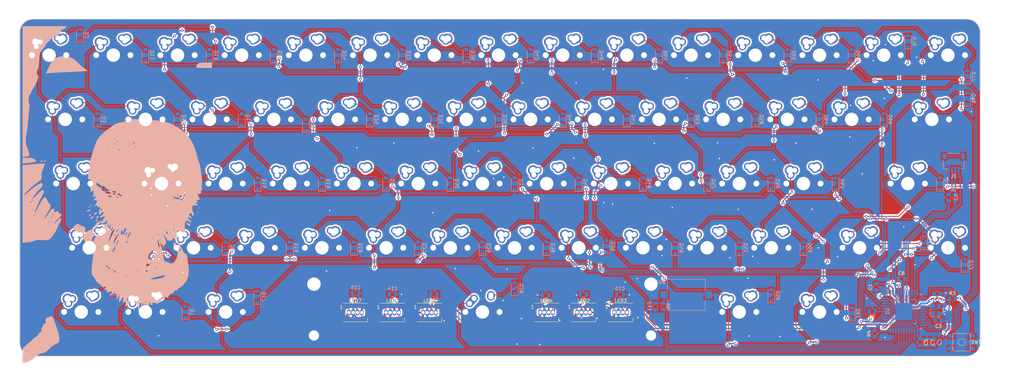
<source format=kicad_pcb>
(kicad_pcb (version 20221018) (generator pcbnew)
  (layers (0 "F.Cu" signal) (31 "B.Cu" signal) (34 "B.Paste" user) (35 "F.Paste" user) (36 "B.SilkS" user "B.Silkscreen") (37 "F.SilkS" user "F.Silkscreen") (38 "B.Mask" user) (39 "F.Mask" user) (44 "Edge.Cuts" user))
  (net 0 "")
  (net 1 "GND")
  (net 2 "+5V")
  (net 3 "Net-(U1-XTAL1)")
  (net 4 "Net-(U1-XTAL2)")
  (net 5 "Net-(U1-UCAP)")
  (net 6 "ROW0")
  (net 7 "Net-(D2-A)")
  (net 8 "ROW1")
  (net 9 "Net-(D3-A)")
  (net 10 "ROW2")
  (net 11 "Net-(D4-A)")
  (net 12 "Net-(D5-A)")
  (net 13 "ROW4")
  (net 14 "ROW5")
  (net 15 "Net-(D7-A)")
  (net 16 "ROW6")
  (net 17 "Net-(D8-A)")
  (net 18 "ROW7")
  (net 19 "Net-(D9-A)")
  (net 20 "ROW8")
  (net 21 "Net-(D10-A)")
  (net 22 "Net-(D11-A)")
  (net 23 "Net-(D13-A)")
  (net 24 "Net-(D14-A)")
  (net 25 "Net-(D15-A)")
  (net 26 "Net-(D16-A)")
  (net 27 "Net-(D17-A)")
  (net 28 "Net-(D18-A)")
  (net 29 "Net-(D19-A)")
  (net 30 "Net-(D20-A)")
  (net 31 "Net-(D21-A)")
  (net 32 "Net-(D24-A)")
  (net 33 "Net-(D25-A)")
  (net 34 "Net-(D26-A)")
  (net 35 "Net-(D27-A)")
  (net 36 "Net-(D28-A)")
  (net 37 "Net-(D29-A)")
  (net 38 "Net-(D30-A)")
  (net 39 "Net-(D31-A)")
  (net 40 "Net-(D32-A)")
  (net 41 "Net-(D35-A)")
  (net 42 "Net-(D36-A)")
  (net 43 "Net-(D37-A)")
  (net 44 "Net-(D38-A)")
  (net 45 "Net-(D39-A)")
  (net 46 "Net-(D40-A)")
  (net 47 "Net-(D41-A)")
  (net 48 "Net-(D42-A)")
  (net 49 "Net-(D46-A)")
  (net 50 "Net-(D47-A)")
  (net 51 "Net-(D48-A)")
  (net 52 "Net-(D49-A)")
  (net 53 "Net-(D50-A)")
  (net 54 "Net-(D51-A)")
  (net 55 "Net-(D52-A)")
  (net 56 "Net-(D53-A)")
  (net 57 "Net-(D54-A)")
  (net 58 "Net-(D57-A)")
  (net 59 "Net-(D58-A)")
  (net 60 "Net-(D59-A)")
  (net 61 "Net-(D60-A)")
  (net 62 "Net-(D61-A)")
  (net 63 "Net-(D62-A)")
  (net 64 "Net-(D63-A)")
  (net 65 "Net-(D64-A)")
  (net 66 "Net-(D65-A)")
  (net 67 "Net-(D68-A)")
  (net 68 "Net-(D69-A)")
  (net 69 "Net-(D70-A)")
  (net 70 "Net-(D71-A)")
  (net 71 "Net-(D72-A)")
  (net 72 "Net-(D76-A)")
  (net 73 "Net-(D12-A)")
  (net 74 "Net-(LED2-DIN)")
  (net 75 "Net-(U1-PF4)")
  (net 76 "Net-(U1-D+)")
  (net 77 "Net-(U1-~{RESET})")
  (net 78 "Net-(U1-~{HWB}{slash}PE2)")
  (net 79 "Net-(U1-D-)")
  (net 80 "unconnected-(J1-MountPin-PadMP)")
  (net 81 "unconnected-(LED7-DOUT-Pad2)")
  (net 82 "unconnected-(U1-PE6-Pad1)")
  (net 83 "Net-(D77-A)")
  (net 84 "Net-(LED2-DOUT)")
  (net 85 "Net-(LED4-DOUT)")
  (net 86 "D+")
  (net 87 "D-")
  (net 88 "COL5")
  (net 89 "COL0")
  (net 90 "COL1")
  (net 91 "COL2")
  (net 92 "COL3")
  (net 93 "COL4")
  (net 94 "COL6")
  (net 95 "ROW3")
  (net 96 "LEDDIN")
  (net 97 "BUZIN")
  (net 98 "Net-(BUZ1-Pad1)")
  (net 99 "unconnected-(U1-PB0-Pad8)")
  (net 100 "unconnected-(U1-PB2-Pad10)")
  (net 101 "unconnected-(U1-PB7-Pad12)")
  (net 102 "unconnected-(U1-PD0-Pad18)")
  (net 103 "unconnected-(U1-PC7-Pad32)")
  (net 104 "Net-(LED5-DOUT)")
  (net 105 "Net-(LED6-DOUT)")
  (net 106 "unconnected-(U1-PF1-Pad40)")
  (net 107 "unconnected-(U1-AREF-Pad42)")
  (footprint "WS2812B:WS2812BDual" (layer "F.Cu") (at 167.29 87.02)
    (fp_text reference "LED2")
    (fp_text value "WS2812B")
  )
  (footprint "WS2812B:WS2812BDual" (layer "F.Cu") (at 178.29 87.02)
    (fp_text reference "LED3")
    (fp_text value "WS2812B")
  )
  (footprint "MX_NEC:mx-nec-alps" (layer "F.Cu") (at 199.211 10.7035)
    (fp_text reference "SW_0")
    (fp_text value "MX-NoLED")
  )
  (footprint "MX_NEC:mx-nec-alps" (layer "F.Cu") (at 27.761 10.7035)
    (fp_text reference "SW_1")
    (fp_text value "MX-NoLED")
  )
  (footprint "MX_NEC:mx-nec-alps" (layer "F.Cu") (at 46.811 10.7035)
    (fp_text reference "SW_2")
    (fp_text value "MX-NoLED")
  )
  (footprint "MX_NEC:mx-nec-alps" (layer "F.Cu") (at 65.861 10.7035)
    (fp_text reference "SW_3")
    (fp_text value "MX-NoLED")
  )
  (footprint "MX_NEC:mx-nec-alps" (layer "F.Cu") (at 123.011 10.7035)
    (fp_text reference "SW_6")
    (fp_text value "MX-NoLED")
  )
  (footprint "MX_NEC:mx-nec-alps" (layer "F.Cu") (at 142.061 10.7035)
    (fp_text reference "SW_7")
    (fp_text value "MX-NoLED")
  )
  (footprint "MX_NEC:mx-nec-alps" (layer "F.Cu") (at 161.111 10.7035)
    (fp_text reference "SW_8")
    (fp_text value "MX-NoLED")
  )
  (footprint "MX_NEC:mx-nec-alps" (layer "F.Cu") (at 180.161 10.7035)
    (fp_text reference "SW_9")
    (fp_text value "MX-NoLED")
  )
  (footprint "MX_NEC:mx-nec-alps" (layer "F.Cu") (at 42.0485 48.8035)
    (fp_text reference "SW_A1")
    (fp_text value "MX-NoLED")
  )
  (footprint "MX_NEC:mx-nec-alps" (layer "F.Cu") (at 232.5485 48.8035)
    (fp_text reference "SW_APOS1")
    (fp_text value "MX-NoLED")
  )
  (footprint "MX_NEC:mx-nec-alps" (layer "F.Cu") (at 127.7735 67.8535)
    (fp_text reference "SW_B1")
    (fp_text value "MX-NoLED")
  )
  (footprint "MX_NEC:mx-nec-alps" (layer "F.Cu") (at 270.6485 29.7535)
    (fp_text reference "SW_BACKSP1")
    (fp_text value "MX-NoLED")
  )
  (footprint "MX_NEC:mx-nec-alps" (layer "F.Cu") (at 256.361 10.7035)
    (fp_text reference "SW_BKSLS1")
    (fp_text value "MX-NoLED")
  )
  (footprint "MX_NEC:mx-nec-alps" (layer "F.Cu") (at 89.6735 67.8535)
    (fp_text reference "SW_C1")
    (fp_text value "MX-NoLED")
  )
  (footprint "MX_NEC:mx-nec-alps" (layer "F.Cu") (at 15.85475 48.8035)
    (fp_text reference "SW_CAP1")
    (fp_text value "MX-NoLED")
  )
  (footprint "MX_NEC:mx-nec-alps" (layer "F.Cu") (at 213.4985 48.8035)
    (fp_text reference "SW_COLON1")
    (fp_text value "MX-NoLED")
  )
  (footprint "MX_NEC:mx-nec-alps" (layer "F.Cu") (at 184.9235 67.8535)
    (fp_text reference "SW_COMMA1")
    (fp_text value "MX-NoLED")
  )
  (footprint "MX_NEC:mx-nec-alps" (layer "F.Cu") (at 80.1485 48.8035)
    (fp_text reference "SW_D1")
    (fp_text value "MX-NoLED")
  )
  (footprint "MX_NEC:mx-nec-alps" (layer "F.Cu") (at 75.386 29.7535)
    (fp_text reference "SW_E1")
    (fp_text value "MX-NoLED")
  )
  (footprint "MX_NEC:mx-nec-alps" (layer "F.Cu") (at 263.50475 48.8035)
    (fp_text reference "SW_ENTER1")
    (fp_text value "MX-NoLED")
  )
  (footprint "MX_NEC:mx-nec-alps" (layer "F.Cu") (at 237.311 10.7035)
    (fp_text reference "SW_EQ1")
    (fp_text value "MX-NoLED")
  )
  (footprint "MX_NEC:mx-nec-alps" (layer "F.Cu") (at 99.1985 48.8035)
    (fp_text reference "SW_F13")
    (fp_text value "MX-NoLED")
  )
  (footprint "MX_NEC:mx-nec-alps" (layer "F.Cu") (at 118.2485 48.8035)
    (fp_text reference "SW_G1")
    (fp_text value "MX-NoLED")
  )
  (footprint "MX_NEC:mx-nec-alps" (layer "F.Cu") (at 137.2985 48.8035)
    (fp_text reference "SW_H1")
    (fp_text value "MX-NoLED")
  )
  (footprint "MX_NEC:mx-nec-alps" (layer "F.Cu") (at 170.636 29.7535)
    (fp_text reference "SW_I1")
    (fp_text value "MX-NoLED")
  )
  (footprint "MX_NEC:mx-nec-alps" (layer "F.Cu") (at 156.3485 48.8035)
    (fp_text reference "SW_J1")
    (fp_text value "MX-NoLED")
  )
  (footprint "MX_NEC:mx-nec-alps" (layer "F.Cu") (at 175.3985 48.8035)
    (fp_text reference "SW_K1")
    (fp_text value "MX-NoLED")
  )
  (footprint "MX_NEC:mx-nec-alps" (layer "F.Cu") (at 194.4485 48.8035)
    (fp_text reference "SW_L1")
    (fp_text value "MX-NoLED")
  )
  (footprint "MX_NEC:mx-nec-alps" (layer "F.Cu") (at 61.0985 86.9035)
    (fp_text reference "SW_LALT1")
    (fp_text value "MX-NoLED")
  )
  (footprint "MX_NEC:mx-nec-alps" (layer "F.Cu") (at 227.786 29.7535)
    (fp_text reference "SW_LBRAC1")
    (fp_text value "MX-NoLED")
  )
  (footprint "MX_NEC:mx-nec-alps" (layer "F.Cu") (at 37.286 86.9035)
    (fp_text reference "SW_LMOD1")
    (fp_text value "MX-NoLED")
  )
  (footprint "MX_NEC:mx-nec-alps" (layer "F.Cu") (at 20.61725 67.8535)
    (fp_text reference "SW_LSH1")
    (fp_text value "MX-NoLED")
  )
  (footprint "MX_NEC:mx-nec-alps" (layer "F.Cu") (at 165.8735 67.8535)
    (fp_text reference "SW_M1")
    (fp_text value "MX-NoLED")
  )
  (footprint "MX_NEC:mx-nec-alps" (layer "F.Cu") (at 218.261 10.7035)
    (fp_text reference "SW_MINUS1")
    (fp_text value "MX-NoLED")
  )
  (footprint "MX_NEC:mx-nec-alps" (layer "F.Cu") (at 146.8235 67.8535)
    (fp_text reference "SW_N1")
    (fp_text value "MX-NoLED")
  )
  (footprint "MX_NEC:mx-nec-alps" (layer "F.Cu") (at 189.686 29.7535)
    (fp_text reference "SW_O1")
    (fp_text value "MX-NoLED")
  )
  (footprint "MX_NEC:mx-nec-alps" (layer "F.Cu") (at 208.736 29.7535)
    (fp_text reference "SW_P1")
    (fp_text value "MX-NoLED")
  )
  (footprint "MX_NEC:mx-nec-alps" (layer "F.Cu") (at 203.9735 67.8535)
    (fp_text reference "SW_PERIOD1")
    (fp_text value "MX-NoLED")
  )
  (footprint "MX_NEC:mx-nec-alps" (layer "F.Cu") (at 37.286 29.7535)
    (fp_text reference "SW_Q1")
    (fp_text value "MX-NoLED")
  )
  (footprint "MX_NEC:mx-nec-alps" (layer "F.Cu") (at 94.436 29.7535)
    (fp_text reference "SW_R1")
    (fp_text value "MX-NoLED")
  )
  (footprint "MX_NEC:mx-nec-alps" (layer "F.Cu") (at 213.4985 86.9035)
    (fp_text reference "SW_RALT1")
    (fp_text value "MX-NoLED")
  )
  (footprint "MX_NEC:mx-nec-alps" (layer "F.Cu") (at 246.836 29.7535)
    (fp_text reference "SW_RBRAC1")
    (fp_text value "MX-NoLED")
  )
  (footprint "MX_NEC:mx-nec-alps" (layer "F.Cu") (at 275.411 67.8535)
    (fp_text reference "SW_RFN1")
    (fp_text value "MX-NoLED")
  )
  (footprint "MX_NEC:mx-nec-alps" (layer "F.Cu") (at 237.311 86.9035)
    (fp_text reference "SW_RMOD1")
    (fp_text value "MX-NoLED")
  )
  (footprint "MX_NEC:mx-nec-alps" (layer "F.Cu") (at 249.21725 67.8535)
    (fp_text reference "SW_RSH1")
    (fp_text value "MX-NoLED")
  )
  (footprint "MX_NEC:mx-nec-alps" (layer "F.Cu") (at 61.0985 48.8035)
    (fp_text reference "SW_S1")
    (fp_text value "MX-NoLED")
  )
  (footprint "MX_NEC:mx-nec-alps" (layer "F.Cu") (at 223.0235 67.8535)
    (fp_text reference "SW_SLASH1")
    (fp_text value "MX-NoLED")
  )
  (footprint "MX_Alps_Hybrid:MX-6.5U-ReversedStabilizers-NoLED" (layer "F.Cu") (at 137.2985 86.9035)
    (fp_text reference "SW_SPACE1")
    (fp_text value "MX-NoLED")
  )
  (footprint "MX_NEC:mx-nec-alps" (layer "F.Cu") (at 113.486 29.7535)
    (fp_text reference "SW_T1")
    (fp_text value "MX-NoLED")
  )
  (footprint "MX_NEC:mx-nec-alps" (layer "F.Cu") (at 13.4735 29.7535)
    (fp_text reference "SW_TAB1")
    (fp_text value "MX-NoLED")
  )
  (footprint "MX_NEC:mx-nec-alps" (layer "F.Cu") (at 8.711 10.7035)
    (fp_text reference "SW_ESC1")
    (fp_text value "MX-NoLED")
  )
  (footprint "MX_NEC:mx-nec-alps" (layer "F.Cu") (at 151.586 29.7535)
    (fp_text reference "SW_U1")
    (fp_text value "MX-NoLED")
  )
  (footprint "MX_NEC:mx-nec-alps" (layer "F.Cu") (at 108.7235 67.8535)
    (fp_text reference "SW_V1")
    (fp_text value "MX-NoLED")
  )
  (footprint "MX_NEC:mx-nec-alps" (layer "F.Cu") (at 56.336 29.7535)
    (fp_text reference "SW_W1")
    (fp_text value "MX-NoLED")
  )
  (footprint "MX_NEC:mx-nec-alps" (layer "F.Cu") (at 70.6235 67.8535)
    (fp_text reference "SW_X1")
    (fp_text value "MX-NoLED")
  )
  (footprint "MX_NEC:mx-nec-alps" (layer "F.Cu") (at 132.536 29.7535)
    (fp_text reference "SW_Y1")
    (fp_text value "MX-NoLED")
  )
  (footprint "MX_NEC:mx-nec-alps" (layer "F.Cu") (at 51.5735 67.8535)
    (fp_text reference "SW_Z1")
    (fp_text value "MX-NoLED")
  )
  (footprint "MX_NEC:mx-nec-alps" (layer "F.Cu") (at 84.911 10.7035)
    (fp_text reference "SW_4")
    (fp_text value "MX-NoLED")
  )
  (footprint "MX_NEC:mx-nec-alps" (layer "F.Cu") (at 103.961 10.7035)
    (fp_text reference "SW_5")
    (fp_text value "MX-NoLED")
  )
  (footprint "WS2812B:WS2812BDual" (layer "F.Cu") (at 99.575 87.07)
    (fp_text reference "LED7")
    (fp_text value "WS2812B")
  )
  (footprint "MX_NEC:mx-nec-alps" (layer "F.Cu") (at 275.411 10.7035)
    (fp_text reference "SW_TICK1")
    (fp_text value "MX-NoLED")
  )
  (footprint "WS2812B:WS2812BDual" (layer "F.Cu") (at 121.575 87.07)
    (fp_text reference "LED5")
    (fp_text value "WS2812B")
  )
  (footprint "WS2812B:WS2812BDual" (layer "F.Cu") (at 110.575 87.07)
    (fp_text reference "LED6")
    (fp_text value "WS2812B")
  )
  (footprint "WS2812B:WS2812BDual" (layer "F.Cu") (at 156.29 87.02)
    (fp_text reference "LED4")
    (fp_text value "WS2812B")
  )
  (footprint "MX_NEC:mx-nec-alps" (layer "F.Cu") (at 18.236 86.9035)
    (fp_text reference "SW_LCTRL2")
    (fp_text value "MX-NoLED")
  )
  (footprint "Diode_SMD:D_SOD-123" (layer "B.Cu") (at 80.1485 67.8535 90)
    (fp_text reference "D16")
    (fp_text value "D_Small")
  )
  (footprint "Capacitor_SMD:C_0805_2012Metric" (layer "B.Cu") (at 167.31 81.72)
    (fp_text reference "C9")
    (fp_text value "0.1uF")
  )
  (footprint "Resistor_SMD:R_0805_2012Metric" (layer "B.Cu") (at 252.9575 86.53)
    (fp_text reference "R1")
    (fp_text value "330")
  )
  (footprint "random-keyboard-parts:SKQG-1155865" (layer "B.Cu") (at 279.48 95.89 180)
    (fp_text reference "SW1")
    (fp_text value "SW_Push")
  )
  (footprint "Capacitor_SMD:C_0805_2012Metric" (layer "B.Cu") (at 254.125375 79.488625 -90)
    (fp_text reference "C1")
    (fp_text value "0.1uF")
  )
  (footprint "Capacitor_SMD:C_0805_2012Metric" (layer "B.Cu") (at 271.34 95.9 90)
    (fp_text reference "C2")
    (fp_text value "0.1uF")
  )
  (footprint "Capacitor_SMD:C_0805_2012Metric" (layer "B.Cu") (at 267.21 95.9 90)
    (fp_text reference "C5")
    (fp_text value "0.1uF")
  )
  (footprint "Capacitor_SMD:C_0805_2012Metric" (layer "B.Cu") (at 261.63 77.1 180)
    (fp_text reference "C6")
    (fp_text value "1uF")
  )
  (footprint "Capacitor_SMD:C_0805_2012Metric" (layer "B.Cu") (at 269.27 95.9 90)
    (fp_text reference "C7")
    (fp_text value "10uF")
  )
  (footprint "Diode_SMD:D_SOD-123" (layer "B.Cu") (at 17.91 4.71 90)
    (fp_text reference "D2")
    (fp_text value "D_Small")
  )
  (footprint "Diode_SMD:D_SOD-123" (layer "B.Cu") (at 22.9985 29.7535 90)
    (fp_text reference "D3")
    (fp_text value "D_Small")
  )
  (footprint "Diode_SMD:D_SOD-123" (layer "B.Cu") (at 25.37975 48.8035 90)
    (fp_text reference "D4")
    (fp_text value "D_Small")
  )
  (footprint "Diode_SMD:D_SOD-123" (layer "B.Cu") (at 30.14225 67.8535 90)
    (fp_text reference "D5")
    (fp_text value "D_Small")
  )
  (footprint "Diode_SMD:D_SOD-123" (layer "B.Cu") (at 49.19225 86.9035 90)
    (fp_text reference "D7")
    (fp_text value "D_Small")
  )
  (footprint "Diode_SMD:D_SOD-123" (layer "B.Cu") (at 61.0985 67.8535 90)
    (fp_text reference "D8")
    (fp_text value "D_Small")
  )
  (footprint "Diode_SMD:D_SOD-123" (layer "B.Cu") (at 51.5735 48.8035 90)
    (fp_text reference "D9")
    (fp_text value "D_Small")
  )
  (footprint "Diode_SMD:D_SOD-123" (layer "B.Cu") (at 46.811 29.7535 90)
    (fp_text reference "D10")
    (fp_text value "D_Small")
  )
  (footprint "Diode_SMD:D_SOD-123" (layer "B.Cu") (at 37.286 10.7035 90)
    (fp_text reference "D11")
    (fp_text value "D_Small")
  )
  (footprint "Diode_SMD:D_SOD-123" (layer "B.Cu") (at 56.336 10.7035 90)
    (fp_text reference "D13")
    (fp_text value "D_Small")
  )
  (footprint "Diode_SMD:D_SOD-123" (layer "B.Cu") (at 65.861 29.7535 90)
    (fp_text reference "D14")
    (fp_text value "D_Small")
  )
  (footprint "Diode_SMD:D_SOD-123" (layer "B.Cu") (at 70.6235 48.8035 90)
    (fp_text reference "D15")
    (fp_text value "D_Small")
  )
  (footprint "Diode_SMD:D_SOD-123" (layer "B.Cu") (at 70.49 82.41 90)
    (fp_text reference "D17")
    (fp_text value "D_Small")
  )
  (footprint "Diode_SMD:D_SOD-123" (layer "B.Cu") (at 99.1985 67.8535 90)
    (fp_text reference "D18")
    (fp_text value "D_Small")
  )
  (footprint "Diode_SMD:D_SOD-123" (layer "B.Cu") (at 89.6735 48.8035 90)
    (fp_text reference "D19")
    (fp_text value "D_Small")
  )
  (footprint "Diode_SMD:D_SOD-123" (layer "B.Cu") (at 84.911 31.4035 90)
    (fp_text reference "D20")
    (fp_text value "D_Small")
  )
  (footprint "Diode_SMD:D_SOD-123" (layer "B.Cu") (at 75.386 10.7035 90)
    (fp_text reference "D21")
    (fp_text value "D_Small")
  )
  (footprint "Diode_SMD:D_SOD-123" (layer "B.Cu") (at 94.436 10.7035 90)
    (fp_text reference "D24")
    (fp_text value "D_Small")
  )
  (footprint "Diode_SMD:D_SOD-123" (layer "B.Cu") (at 103.961 29.7535 90)
    (fp_text reference "D25")
    (fp_text value "D_Small")
  )
  (footprint "Diode_SMD:D_SOD-123" (layer "B.Cu") (at 108.7235 48.8035 90)
    (fp_text reference "D26")
    (fp_text value "D_Small")
  )
  (footprint "Diode_SMD:D_SOD-123" (layer "B.Cu") (at 118.2485 67.8535 90)
    (fp_text reference "D27")
    (fp_text value "D_Small")
  )
  (footprint "Diode_SMD:D_SOD-123" (layer "B.Cu") (at 146.9 79.87 90)
    (fp_text reference "D28")
    (fp_text value "D_Small")
  )
  (footprint "Diode_SMD:D_SOD-123" (layer "B.Cu") (at 137.2985 67.8535 90)
    (fp_text reference "D29")
    (fp_text value "D_Small")
  )
  (footprint "Diode_SMD:D_SOD-123" (layer "B.Cu") (at 127.7735 48.8035 90)
    (fp_text reference "D30")
    (fp_text value "D_Small")
  )
  (footprint "Diode_SMD:D_SOD-123" (layer "B.Cu") (at 123.011 29.7535 90)
    (fp_text reference "D31")
    (fp_text value "D_Small")
  )
  (footprint "Diode_SMD:D_SOD-123" (layer "B.Cu") (at 113.486 10.7035 90)
    (fp_text reference "D32")
    (fp_text value "D_Small")
  )
  (footprint "Diode_SMD:D_SOD-123" (layer "B.Cu") (at 132.536 10.7035 90)
    (fp_text reference "D35")
    (fp_text value "D_Small")
  )
  (footprint "Diode_SMD:D_SOD-123" (layer "B.Cu") (at 142.061 29.7535 90)
    (fp_text reference "D36")
    (fp_text value "D_Small")
  )
  (footprint "Diode_SMD:D_SOD-123" (layer "B.Cu") (at 146.8235 48.8035 90)
    (fp_text reference "D37")
    (fp_text value "D_Small")
  )
  (footprint "Diode_SMD:D_SOD-123" (layer "B.Cu") (at 156.3485 67.8535 90)
    (fp_text reference "D38")
    (fp_text value "D_Small")
  )
  (footprint "Diode_SMD:D_SOD-123" (layer "B.Cu") (at 174.11 67.38 90)
    (fp_text reference "D39")
    (fp_text value "D_Small")
  )
  (footprint "Diode_SMD:D_SOD-123" (layer "B.Cu") (at 165.8735 48.8035 90)
    (fp_text reference "D40")
    (fp_text value "D_Small")
  )
  (footprint "Diode_SMD:D_SOD-123" (layer "B.Cu") (at 161.111 29.7535 90)
    (fp_text reference "D41")
    (fp_text value "D_Small")
  )
  (footprint "Diode_SMD:D_SOD-123" (layer "B.Cu") (at 151.586 10.7035 90)
    (fp_text reference "D42")
    (fp_text value "D_Small")
  )
  (footprint "Diode_SMD:D_SOD-123" (layer "B.Cu") (at 170.636 10.7035 90)
    (fp_text reference "D46")
    (fp_text value "D_Small")
  )
  (footprint "Diode_SMD:D_SOD-123" (layer "B.Cu") (at 180.161 29.7535 90)
    (fp_text reference "D47")
    (fp_text value "D_Small")
  )
  (footprint "Diode_SMD:D_SOD-123" (layer "B.Cu") (at 184.9235 48.8035 90)
    (fp_text reference "D48")
    (fp_text value "D_Small")
  )
  (footprint "Diode_SMD:D_SOD-123" (layer "B.Cu") (at 194.4485 67.8535 90)
    (fp_text reference "D49")
    (fp_text value "D_Small")
  )
  (footprint "Diode_SMD:D_SOD-123" (layer "B.Cu") (at 223.02 81.99 90)
    (fp_text reference "D50")
    (fp_text value "D_Small")
  )
  (footprint "Diode_SMD:D_SOD-123" (layer "B.Cu") (at 213.4985 67.8535 90)
    (fp_text reference "D51")
    (fp_text value "D_Small")
  )
  (footprint "Diode_SMD:D_SOD-123" (layer "B.Cu") (at 203.9735 48.8035 90)
    (fp_text reference "D52")
    (fp_text value "D_Small")
  )
  (footprint "Diode_SMD:D_SOD-123" (layer "B.Cu") (at 199.211 29.7535 90)
    (fp_text reference "D53")
    (fp_text value "D_Small")
  )
  (footprint "Diode_SMD:D_SOD-123" (layer "B.Cu") (at 189.686 10.7035 90)
    (fp_text reference "D54")
    (fp_text value "D_Small")
  )
  (footprint "Diode_SMD:D_SOD-123" (layer "B.Cu") (at 208.736 10.7035 90)
    (fp_text reference "D57")
    (fp_text value "D_Small")
  )
  (footprint "Diode_SMD:D_SOD-123" (layer "B.Cu") (at 218.261 29.7535 90)
    (fp_text reference "D58")
    (fp_text value "D_Small")
  )
  (footprint "Diode_SMD:D_SOD-123" (layer "B.Cu") (at 223.0235 48.8035 90)
    (fp_text reference "D59")
    (fp_text value "D_Small")
  )
  (footprint "Diode_SMD:D_SOD-123" (layer "B.Cu") (at 232.5485 67.8535 90)
    (fp_text reference "D60")
    (fp_text value "D_Small")
  )
  (footprint "Diode_SMD:D_SOD-123" (layer "B.Cu") (at 246.85 87.32 90)
    (fp_text reference "D61")
    (fp_text value "D_Small")
  )
  (footprint "Diode_SMD:D_SOD-123" (layer "B.Cu") (at 268.26725 66.2035 90)
    (fp_text reference "D62")
    (fp_text value "D_Small")
  )
  (footprint "Diode_SMD:D_SOD-123" (layer "B.Cu") (at 242.0735 48.8035 90)
    (fp_text reference "D63")
    (fp_text value "D_Small")
  )
  (footprint "Diode_SMD:D_SOD-123" (layer "B.Cu") (at 237.311 29.7535 90)
    (fp_text reference "D64")
    (fp_text value "D_Small")
  )
  (footprint "Diode_SMD:D_SOD-123" (layer "B.Cu") (at 227.786 10.7035 90)
    (fp_text reference "D65")
    (fp_text value "D_Small")
  )
  (footprint "Diode_SMD:D_SOD-123" (layer "B.Cu") (at 246.836 10.7035 90)
    (fp_text reference "D68")
    (fp_text value "D_Small")
  )
  (footprint "Diode_SMD:D_SOD-123" (layer "B.Cu") (at 256.361 29.7535 90)
    (fp_text reference "D69")
    (fp_text value "D_Small")
  )
  (footprint "Diode_SMD:D_SOD-123" (layer "B.Cu") (at 263.59 6.59 90)
    (fp_text reference "D70")
    (fp_text value "D_Small")
  )
  (footprint "Diode_SMD:D_SOD-123" (layer "B.Cu") (at 273.02975 48.8035 90)
    (fp_text reference "D71")
    (fp_text value "D_Small")
  )
  (footprint "Diode_SMD:D_SOD-123" (layer "B.Cu") (at 280.37 72.9 90)
    (fp_text reference "D72")
    (fp_text value "D_Small")
  )
  (footprint "Diode_SMD:D_SOD-123" (layer "B.Cu") (at 281.15 23.57 90)
    (fp_text reference "D76")
    (fp_text value "D_Small")
  )
  (footprint "Connector_JST:JST_SH_SM04B-SRSS-TB_1x04-1MP_P1.00mm_Horizontal" (layer "B.Cu") (at 277.13 42.585)
    (fp_text reference "J1")
    (fp_text value "Conn_01x04_MountingPin")
  )
  (footprint "Resistor_SMD:R_0805_2012Metric" (layer "B.Cu") (at 276.77 83.02 180)
    (fp_text reference "R3")
    (fp_text value "10k")
  )
  (footprint "Resistor_SMD:R_0805_2012Metric" (layer "B.Cu") (at 253.72 93.33 -90)
    (fp_text reference "R4")
    (fp_text value "10k")
  )
  (footprint "atmega32u4-au-and-mu:atmega32u4-mu-and-au" (layer "B.Cu") (at 262.342625 86.772625 -90)
    (fp_text reference "U1")
    (fp_text value "ATmega32U4-MU")
  )
  (footprint "Crystal:Crystal_SMD_3225-4Pin_3.2x2.5mm" (layer "B.Cu") (at 271.867625 86.285125 90)
    (fp_text reference "Y1")
    (fp_text value "16MHz")
  )
  (footprint "Capacitor_SMD:C_0805_2012Metric" (layer "B.Cu") (at 272.59 89.43)
    (fp_text reference "C3")
    (fp_text value "22pF")
  )
  (footprint "Capacitor_SMD:C_0805_2012Metric" (layer "B.Cu") (at 272.2 81.47)
    (fp_text reference "C4")
    (fp_text value "22pF")
  )
  (footprint "Capacitor_SMD:C_0805_2012Metric" (layer "B.Cu") (at 178.13 81.65 180)
    (fp_text reference "C10")
    (fp_text value "0.1uF")
  )
  (footprint "Capacitor_SMD:C_0805_2012Metric" (layer "B.Cu") (at 156.025 81.92)
    (fp_text reference "C12")
    (fp_text value "0.1uF")
  )
  (footprint "Capacitor_SMD:C_0805_2012Metric" (layer "B.Cu") (at 188.61 85.255 -90)
    (fp_text reference "C11")
    (fp_text value "0.1uF")
  )
  (footprint "Capacitor_SMD:C_0805_2012Metric" (layer "B.Cu") (at 110.595 81.64 180)
    (fp_text reference "C14")
    (fp_text value "0.1uF")
  )
  (footprint "Capacitor_SMD:C_0805_2012Metric" (layer "B.Cu") (at 99.675 81.34 180)
    (fp_text reference "C15")
    (fp_text value "0.1uF")
  )
  (footprint "Resistor_SMD:R_0805_2012Metric" (layer "B.Cu") (at 277.58 52.9825 90)
    (fp_text reference "R5")
    (fp_text value "22")
  )
  (footprint "Diode_SMD:D_SOD-123" (layer "B.Cu") (at 281.14 17.01 90)
    (fp_text reference "D77")
    (fp_text value "D_Small")
  )
  (footprint "Capacitor_SMD:C_0805_2012Metric" (layer "B.Cu") (at 122.895 81.6)
    (fp_text reference "C13")
    (fp_text value "0.1uF")
  )
  (footprint "Resistor_SMD:R_0805_2012Metric" (layer "B.Cu") (at 275.63 52.9825 90)
    (fp_text reference "R2")
    (fp_text value "22")
  )
  (footprint "Resistor_SMD:R_0805_2012Metric" (layer "B.Cu") (at 190.93 85.2175 90)
    (fp_text reference "R6")
    (fp_text value "22")
  )
  (footprint "Buzzer_Beeper:Buzzer_Mallory_AST1109MLTRQ" (layer "B.Cu") (at 197.79 81.815)
    (fp_text reference "BUZ1")
    (fp_text value "Buzzer")
  )
  (footprint "Diode_SMD:D_SOD-123" (layer "B.Cu") (at 27.79 79.79 90)
    (fp_text reference "D12")
    (fp_text value "D_Small")
  )
  (gr_poly (pts (xy 33.520963 29.661141) (xy 33.723193 29.664409) (xy 33.943971 29.669969) (xy 34.445341 29.687901) (xy 35.03341 29.714806) (xy 35.716514 29.750551) (xy 36.50299 29.795004) (xy 38.419405 29.909511) (xy 40.136151 30.030117) (xy 41.583881 30.162537) (xy 42.159252 30.228162) (xy 42.610233 30.290723) (xy 42.91778 30.348213) (xy 43.011813 30.374429) (xy 43.062846 30.398625) (xy 43.095555 30.42236) (xy 43.135832 30.447223) (xy 43.183106 30.473009) (xy 43.236807 30.499512) (xy 43.296364 30.526527) (xy 43.361208 30.55385) (xy 43.430768 30.581274) (xy 43.504474 30.608595) (xy 43.581755 30.635607) (xy 43.662042 30.662106) (xy 43.744765 30.687885) (xy 43.829352 30.712741) (xy 43.915235 30.736468) (xy 44.001842 30.75886) (xy 44.088604 30.779712) (xy 44.17495 30.798819) (xy 44.26313 30.819083) (xy 44.355271 30.843324) (xy 44.450623 30.871225) (xy 44.548433 30.902465) (xy 44.748426 30.973688) (xy 44.949238 31.054439) (xy 45.144858 31.142163) (xy 45.238842 31.187841) (xy 45.329275 31.234305) (xy 45.415404 31.281235) (xy 45.496479 31.328312) (xy 45.571747 31.375217) (xy 45.640458 31.421629) (xy 45.771541 31.511479) (xy 45.901774 31.595551) (xy 46.027739 31.671989) (xy 46.146018 31.738932) (xy 46.253192 31.794525) (xy 46.301547 31.817484) (xy 46.345844 31.836909) (xy 46.385656 31.852566) (xy 46.420556 31.864225) (xy 46.450115 31.871652) (xy 46.473908 31.874616) (xy 46.486076 31.876338) (xy 46.501746 31.880798) (xy 46.54318 31.897661) (xy 46.597383 31.924656) (xy 46.663527 31.961232) (xy 46.740786 32.00684) (xy 46.828331 32.06093) (xy 47.030972 32.192354) (xy 47.264832 32.351108) (xy 47.523292 32.53279) (xy 47.799734 32.733002) (xy 48.087539 32.947345) (xy 48.493463 33.269632) (xy 48.882493 33.6107) (xy 49.254589 33.970484) (xy 49.609713 34.34892) (xy 49.947827 34.745944) (xy 50.268892 35.161493) (xy 50.572869 35.595501) (xy 50.859719 36.047906) (xy 51.129404 36.518642) (xy 51.381886 37.007647) (xy 51.617125 37.514855) (xy 51.835084 38.040203) (xy 52.035722 38.583626) (xy 52.219003 39.145061) (xy 52.384887 39.724443) (xy 52.533335 40.321709) (xy 52.595571 40.57844) (xy 52.667383 40.851894) (xy 52.746214 41.133659) (xy 52.829511 41.415321) (xy 52.914718 41.688468) (xy 52.999279 41.944689) (xy 53.08064 42.175571) (xy 53.156246 42.372702) (xy 53.227913 42.559562) (xy 53.297987 42.761009) (xy 53.364704 42.970695) (xy 53.4263 43.182272) (xy 53.481013 43.38939) (xy 53.527077 43.585702) (xy 53.562731 43.76486) (xy 53.58621 43.920514) (xy 53.640696 44.345228) (xy 53.728807 44.993445) (xy 53.957232 46.607694) (xy 54.030089 47.138317) (xy 54.082438 47.587694) (xy 54.114316 47.964326) (xy 54.12259 48.128021) (xy 54.12576 48.276719) (xy 54.123831 48.411482) (xy 54.116808 48.533375) (xy 54.104695 48.643459) (xy 54.087496 48.742798) (xy 54.065217 48.832454) (xy 54.037862 48.913491) (xy 54.005436 48.986971) (xy 53.967943 49.053958) (xy 53.931293 49.115457) (xy 53.899458 49.175091) (xy 53.872435 49.233196) (xy 53.850219 49.290104) (xy 53.832806 49.346152) (xy 53.8259 49.373958) (xy 53.820194 49.401674) (xy 53.815687 49.429342) (xy 53.812378 49.457003) (xy 53.810267 49.484701) (xy 53.809354 49.512475) (xy 53.809638 49.54037) (xy 53.811119 49.568425) (xy 53.813796 49.596683) (xy 53.817668 49.625186) (xy 53.828999 49.683094) (xy 53.845106 49.742483) (xy 53.865987 49.803687) (xy 53.891638 49.867042) (xy 53.922054 49.932881) (xy 53.957232 50.001539) (xy 53.992937 50.07036) (xy 54.02372 50.134399) (xy 54.049571 50.193932) (xy 54.070479 50.249237) (xy 54.086434 50.300589) (xy 54.097426 50.348266) (xy 54.101057 50.370813) (xy 54.103444 50.392545) (xy 54.104585 50.413497) (xy 54.10448 50.433703) (xy 54.103125 50.453197) (xy 54.100521 50.472015) (xy 54.096666 50.490191) (xy 54.091558 50.50776) (xy 54.085198 50.524756) (xy 54.077582 50.541214) (xy 54.06871 50.557168) (xy 54.058581 50.572653) (xy 54.047193 50.587704) (xy 54.034545 50.602355) (xy 54.020636 50.616641) (xy 54.005464 50.630596) (xy 53.971329 50.657653) (xy 53.932128 50.683804) (xy 53.917314 50.693442) (xy 53.903114 50.703647) (xy 53.889537 50.714392) (xy 53.87659 50.725648) (xy 53.864283 50.737385) (xy 53.852623 50.749576) (xy 53.841619 50.762191) (xy 53.831278 50.775202) (xy 53.82161 50.788581) (xy 53.812622 50.802297) (xy 53.804322 50.816323) (xy 53.796719 50.830631) (xy 53.789821 50.845191) (xy 53.783636 50.859974) (xy 53.778173 50.874952) (xy 53.773439 50.890097) (xy 53.769443 50.905379) (xy 53.766194 50.920769) (xy 53.763698 50.93624) (xy 53.761966 50.951763) (xy 53.761004 50.967308) (xy 53.760821 50.982847) (xy 53.761426 50.998352) (xy 53.762826 51.013793) (xy 53.76503 51.029142) (xy 53.768046 51.04437) (xy 53.771883 51.059449) (xy 53.776548 51.074349) (xy 53.782049 51.089043) (xy 53.788396 51.103501) (xy 53.795595 51.117695) (xy 53.803657 51.131596) (xy 53.820751 51.163622) (xy 53.833475 51.197009) (xy 53.842003 51.231574) (xy 53.846509 51.267137) (xy 53.847165 51.303514) (xy 53.844144 51.340525) (xy 53.837621 51.377987) (xy 53.827768 51.415719) (xy 53.814759 51.453539) (xy 53.798766 51.491266) (xy 53.779964 51.528716) (xy 53.758525 51.56571) (xy 53.734623 51.602064) (xy 53.708431 51.637598) (xy 53.680122 51.672128) (xy 53.64987 51.705474) (xy 53.617848 51.737454) (xy 53.58423 51.767886) (xy 53.549187 51.796588) (xy 53.512895 51.823379) (xy 53.475526 51.848076) (xy 53.437253 51.870498) (xy 53.398249 51.890462) (xy 53.358689 51.907789) (xy 53.318745 51.922294) (xy 53.278591 51.933797) (xy 53.238399 51.942117) (xy 53.198344 51.94707) (xy 53.158598 51.948475) (xy 53.119335 51.946152) (xy 53.080727 51.939916) (xy 53.04295 51.929588) (xy 53.027801 51.924876) (xy 53.012844 51.920892) (xy 52.998099 51.917625) (xy 52.983584 51.915065) (xy 52.969318 51.913203) (xy 52.955319 51.912027) (xy 52.941608 51.911527) (xy 52.928202 51.911695) (xy 52.915121 51.912518) (xy 52.902384 51.913987) (xy 52.890009 51.916092) (xy 52.878016 51.918823) (xy 52.866423 51.922168) (xy 52.85525 51.926119) (xy 52.844515 51.930665) (xy 52.834237 51.935795) (xy 52.824435 51.9415) (xy 52.815129 51.947769) (xy 52.806336 51.954591) (xy 52.798077 51.961958) (xy 52.79037 51.969858) (xy 52.783233 51.978281) (xy 52.776686 51.987218) (xy 52.770748 51.996657) (xy 52.765438 52.006589) (xy 52.760774 52.017003) (xy 52.756776 52.02789) (xy 52.753462 52.039238) (xy 52.750852 52.051039) (xy 52.748964 52.06328) (xy 52.747818 52.075954) (xy 52.747431 52.089048) (xy 52.747707 52.102271) (xy 52.748526 52.115326) (xy 52.749875 52.128198) (xy 52.751739 52.140868) (xy 52.754107 52.153321) (xy 52.756963 52.165541) (xy 52.760294 52.17751) (xy 52.764087 52.189212) (xy 52.773006 52.21175) (xy 52.783609 52.233021) (xy 52.795789 52.252895) (xy 52.802437 52.262266) (xy 52.809439 52.271238) (xy 52.81678 52.279795) (xy 52.824448 52.287919) (xy 52.832429 52.295594) (xy 52.84071 52.302804) (xy 52.849277 52.309533) (xy 52.858116 52.315763) (xy 52.867215 52.321478) (xy 52.876558 52.326662) (xy 52.886134 52.331297) (xy 52.895928 52.335369) (xy 52.905926 52.338859) (xy 52.916117 52.341752) (xy 52.926484 52.344031) (xy 52.937017 52.345679) (xy 52.9477 52.34668) (xy 52.95852 52.347017) (xy 52.969479 52.347955) (xy 52.980571 52.350739) (xy 52.991778 52.355323) (xy 53.003077 52.361661) (xy 53.014449 52.369707) (xy 53.025873 52.379414) (xy 53.03733 52.390737) (xy 53.048799 52.403631) (xy 53.060259 52.418048) (xy 53.071691 52.433943) (xy 53.083075 52.45127) (xy 53.094388 52.469983) (xy 53.105613 52.490036) (xy 53.116728 52.511383) (xy 53.127713 52.533978) (xy 53.138548 52.557776) (xy 53.159685 52.608793) (xy 53.179979 52.664066) (xy 53.199266 52.723228) (xy 53.217384 52.785911) (xy 53.234171 52.851746) (xy 53.249466 52.920367) (xy 53.263105 52.991405) (xy 53.274926 53.064493) (xy 53.290007 53.172631) (xy 53.301558 53.269015) (xy 53.309315 53.35411) (xy 53.313014 53.428378) (xy 53.312391 53.492282) (xy 53.310377 53.520493) (xy 53.307183 53.546287) (xy 53.302776 53.569721) (xy 53.297124 53.590855) (xy 53.290193 53.609745) (xy 53.28195 53.626449) (xy 53.272363 53.641026) (xy 53.261399 53.653533) (xy 53.249023 53.664029) (xy 53.235205 53.672571) (xy 53.219909 53.679217) (xy 53.203104 53.684025) (xy 53.184756 53.687053) (xy 53.164833 53.688358) (xy 53.1433 53.688) (xy 53.120127 53.686035) (xy 53.068722 53.677519) (xy 53.010354 53.663272) (xy 52.944759 53.643758) (xy 52.899011 53.63016) (xy 52.855799 53.619173) (xy 52.815137 53.610738) (xy 52.777038 53.604798) (xy 52.741517 53.601295) (xy 52.708586 53.600173) (xy 52.678261 53.601374) (xy 52.650554 53.60484) (xy 52.62548 53.610515) (xy 52.603051 53.61834) (xy 52.583283 53.628259) (xy 52.566188 53.640214) (xy 52.551781 53.654147) (xy 52.540074 53.670001) (xy 52.531083 53.68772) (xy 52.524821 53.707244) (xy 52.5213 53.728518) (xy 52.520537 53.751484) (xy 52.522543 53.776084) (xy 52.527332 53.802261) (xy 52.53492 53.829957) (xy 52.545318 53.859116) (xy 52.558542 53.889679) (xy 52.574604 53.92159) (xy 52.593519 53.954791) (xy 52.6153 53.989224) (xy 52.639961 54.024833) (xy 52.667516 54.061559) (xy 52.697979 54.099346) (xy 52.731363 54.138137) (xy 52.767682 54.177873) (xy 52.806949 54.218497) (xy 52.848614 54.261101) (xy 52.88406 54.29881) (xy 52.913219 54.331708) (xy 52.936018 54.359879) (xy 52.945011 54.372217) (xy 52.952388 54.383405) (xy 52.958139 54.393453) (xy 52.962257 54.402372) (xy 52.964732 54.410172) (xy 52.965555 54.416863) (xy 52.964718 54.422457) (xy 52.962212 54.426963) (xy 52.958028 54.430391) (xy 52.952156 54.432754) (xy 52.944589 54.43406) (xy 52.935318 54.43432) (xy 52.924333 54.433546) (xy 52.911625 54.431746) (xy 52.897187 54.428933) (xy 52.881009 54.425116) (xy 52.843397 54.414513) (xy 52.79872 54.400021) (xy 52.746906 54.381724) (xy 52.687885 54.359706) (xy 52.647472 54.345638) (xy 52.608823 54.334779) (xy 52.571987 54.326996) (xy 52.537012 54.322158) (xy 52.503947 54.320133) (xy 52.472839 54.32079) (xy 52.443738 54.323996) (xy 52.41669 54.329619) (xy 52.391745 54.337529) (xy 52.368951 54.347593) (xy 52.348356 54.359679) (xy 52.330009 54.373656) (xy 52.313956 54.389392) (xy 52.300248 54.406755) (xy 52.288932 54.425613) (xy 52.280055 54.445836) (xy 52.273668 54.467289) (xy 52.269817 54.489844) (xy 52.268552 54.513366) (xy 52.26992 54.537725) (xy 52.273969 54.562789) (xy 52.280749 54.588426) (xy 52.290306 54.614504) (xy 52.30269 54.640891) (xy 52.317948 54.667457) (xy 52.33613 54.694068) (xy 52.357283 54.720594) (xy 52.381455 54.746902) (xy 52.408694 54.772861) (xy 52.43905 54.798338) (xy 52.47257 54.823203) (xy 52.509302 54.847324) (xy 52.521509 54.855179) (xy 52.53356 54.863551) (xy 52.557137 54.881747) (xy 52.579913 54.901715) (xy 52.601763 54.923257) (xy 52.622568 54.946175) (xy 52.642203 54.970271) (xy 52.660548 54.995349) (xy 52.677481 55.021211) (xy 52.692878 55.047659) (xy 52.706619 55.074496) (xy 52.718581 55.101523) (xy 52.728641 55.128545) (xy 52.736679 55.155363) (xy 52.739901 55.168633) (xy 52.742571 55.181779) (xy 52.744674 55.194775) (xy 52.746196 55.207596) (xy 52.74712 55.220219) (xy 52.747431 55.232618) (xy 52.747102 55.24462) (xy 52.746126 55.256068) (xy 52.744518 55.266955) (xy 52.742295 55.277277) (xy 52.739473 55.287028) (xy 52.736068 55.296203) (xy 52.732097 55.304797) (xy 52.727574 55.312804) (xy 52.722518 55.320219) (xy 52.716943 55.327037) (xy 52.710865 55.333252) (xy 52.704302 55.33886) (xy 52.697268 55.343854) (xy 52.689781 55.34823) (xy 52.681855 55.351982) (xy 52.673509 55.355105) (xy 52.664756 55.357594) (xy 52.655614 55.359443) (xy 52.646099 55.360648) (xy 52.636227 55.361202) (xy 52.626014 55.361101) (xy 52.615476 55.360339) (xy 52.60463 55.35891) (xy 52.59349 55.356811) (xy 52.582074 55.354035) (xy 52.570398 55.350577) (xy 52.558477 55.346431) (xy 52.546329 55.341593) (xy 52.533968 55.336058) (xy 52.521412 55.329819) (xy 52.508675 55.322872) (xy 52.495775 55.315211) (xy 52.482141 55.307422) (xy 52.467223 55.300098) (xy 52.43375 55.286846) (xy 52.395774 55.27546) (xy 52.35371 55.26595) (xy 52.307978 55.258321) (xy 52.258993 55.252581) (xy 52.207174 55.248739) (xy 52.152937 55.2468) (xy 52.096699 55.246773) (xy 52.038879 55.248665) (xy 51.979892 55.252484) (xy 51.920157 55.258236) (xy 51.86009 55.265929) (xy 51.800109 55.275571) (xy 51.740631 55.287168) (xy 51.682073 55.300729) (xy 51.596976 55.323728) (xy 51.557868 55.335728) (xy 51.520987 55.348198) (xy 51.486283 55.36124) (xy 51.453704 55.374955) (xy 51.423202 55.389446) (xy 51.394725 55.404815) (xy 51.368224 55.421163) (xy 51.343647 55.438593) (xy 51.320946 55.457205) (xy 51.300069 55.477103) (xy 51.280966 55.498388) (xy 51.263588 55.521163) (xy 51.247883 55.545528) (xy 51.233802 55.571586) (xy 51.221294 55.599438) (xy 51.210309 55.629188) (xy 51.200796 55.660936) (xy 51.192706 55.694785) (xy 51.185989 55.730836) (xy 51.180593 55.769192) (xy 51.176468 55.809954) (xy 51.173566 55.853224) (xy 51.171834 55.899104) (xy 51.171223 55.947697) (xy 51.173162 56.053426) (xy 51.178982 56.171226) (xy 51.188279 56.301913) (xy 51.196394 56.390322) (xy 51.206565 56.477803) (xy 51.218642 56.563836) (xy 51.232474 56.647902) (xy 51.247913 56.729483) (xy 51.264807 56.808059) (xy 51.283007 56.883111) (xy 51.302363 56.95412) (xy 51.322725 57.020567) (xy 51.343944 57.081934) (xy 51.365868 57.1377) (xy 51.388348 57.187347) (xy 51.411235 57.230356) (xy 51.434377 57.266207) (xy 51.457626 57.294382) (xy 51.480831 57.314362) (xy 51.512226 57.338585) (xy 51.54111 57.366674) (xy 51.567512 57.398298) (xy 51.591463 57.433126) (xy 51.612992 57.470829) (xy 51.632127 57.511074) (xy 51.6489 57.553532) (xy 51.663339 57.597871) (xy 51.675474 57.643762) (xy 51.685335 57.690872) (xy 51.698352 57.787431) (xy 51.702626 57.884902) (xy 51.698395 57.98064) (xy 51.685894 58.071999) (xy 51.676616 58.115209) (xy 51.66536 58.156333) (xy 51.652154 58.195039) (xy 51.63703 58.230996) (xy 51.620015 58.263875) (xy 51.60114 58.293344) (xy 51.580435 58.319072) (xy 51.557928 58.340729) (xy 51.53365 58.357984) (xy 51.507629 58.370507) (xy 51.479897 58.377966) (xy 51.450481 58.380031) (xy 51.419412 58.376371) (xy 51.386719 58.366656) (xy 51.371027 58.360201) (xy 51.355533 58.352969) (xy 51.340258 58.344988) (xy 51.325221 58.336288) (xy 51.310442 58.326898) (xy 51.295941 58.316845) (xy 51.281737 58.30616) (xy 51.267849 58.29487) (xy 51.254297 58.283004) (xy 51.241102 58.270592) (xy 51.228282 58.257662) (xy 51.215858 58.244243) (xy 51.192272 58.216052) (xy 51.170503 58.18625) (xy 51.150708 58.155067) (xy 51.133042 58.122734) (xy 51.125057 58.106208) (xy 51.117663 58.089481) (xy 51.110881 58.072581) (xy 51.104729 58.055537) (xy 51.099227 58.038379) (xy 51.094396 58.021134) (xy 51.090253 58.003832) (xy 51.08682 57.986502) (xy 51.084116 57.969172) (xy 51.08216 57.95187) (xy 51.080972 57.934627) (xy 51.080572 57.91747) (xy 51.080123 57.900467) (xy 51.078791 57.88368) (xy 51.076599 57.86713) (xy 51.073568 57.850837) (xy 51.06972 57.834824) (xy 51.065078 57.819112) (xy 51.059662 57.803721) (xy 51.053496 57.788674) (xy 51.046601 57.773991) (xy 51.038999 57.759694) (xy 51.030712 57.745804) (xy 51.021763 57.732341) (xy 51.012172 57.719329) (xy 51.001963 57.706787) (xy 50.991157 57.694737) (xy 50.979776 57.6832) (xy 50.967842 57.672198) (xy 50.955377 57.661751) (xy 50.942403 57.651882) (xy 50.928942 57.64261) (xy 50.915017 57.633959) (xy 50.900648 57.625948) (xy 50.885859 57.618599) (xy 50.870671 57.611933) (xy 50.855105 57.605972) (xy 50.839185 57.600737) (xy 50.822932 57.596249) (xy 50.806368 57.592529) (xy 50.789514 57.589599) (xy 50.772394 57.58748) (xy 50.755029 57.586192) (xy 50.737441 57.585758) (xy 50.679454 57.587054) (xy 50.625307 57.590909) (xy 50.574996 57.59728) (xy 50.528522 57.606121) (xy 50.485882 57.617388) (xy 50.447073 57.631034) (xy 50.412096 57.647016) (xy 50.380948 57.665287) (xy 50.353627 57.685804) (xy 50.330132 57.70852) (xy 50.31046 57.733392) (xy 50.294611 57.760373) (xy 50.282583 57.789419) (xy 50.274374 57.820484) (xy 50.269982 57.853524) (xy 50.269406 57.888494) (xy 50.272644 57.925348) (xy 50.279695 57.964042) (xy 50.290556 58.00453) (xy 50.305226 58.046767) (xy 50.323703 58.090709) (xy 50.345986 58.136309) (xy 50.372073 58.183524) (xy 50.401962 58.232308) (xy 50.435652 58.282616) (xy 50.473142 58.334403) (xy 50.514428 58.387624) (xy 50.55951 58.442233) (xy 50.608386 58.498187) (xy 50.661054 58.555439) (xy 50.717513 58.613945) (xy 50.777761 58.673659) (xy 50.869609 58.763525) (xy 50.950285 58.844122) (xy 51.019889 58.915698) (xy 51.078516 58.978498) (xy 51.126266 59.032769) (xy 51.163235 59.078758) (xy 51.189522 59.11671) (xy 51.19869 59.132749) (xy 51.205224 59.146872) (xy 51.209136 59.159109) (xy 51.210438 59.169491) (xy 51.209143 59.178048) (xy 51.205263 59.184812) (xy 51.19881 59.189814) (xy 51.189797 59.193084) (xy 51.178235 59.194652) (xy 51.164136 59.19455) (xy 51.147514 59.192809) (xy 51.128379 59.189459) (xy 51.082624 59.178057) (xy 51.026967 59.160589) (xy 50.961507 59.137303) (xy 50.731383 59.053386) (xy 50.52821 58.982728) (xy 50.351658 58.925512) (xy 50.201398 58.881919) (xy 50.077102 58.852132) (xy 49.97844 58.836333) (xy 49.93862 58.833736) (xy 49.905085 58.834705) (xy 49.877794 58.839261) (xy 49.856707 58.847429) (xy 49.841781 58.859231) (xy 49.832977 58.874689) (xy 49.830252 58.893827) (xy 49.833566 58.916666) (xy 49.842878 58.943231) (xy 49.858146 58.973543) (xy 49.906388 59.045503) (xy 49.977962 59.132726) (xy 50.072541 59.235397) (xy 50.189795 59.353697) (xy 50.329395 59.487808) (xy 50.487132 59.640894) (xy 50.623086 59.781637) (xy 50.737319 59.909369) (xy 50.829893 60.023422) (xy 50.90087 60.123126) (xy 50.928279 60.16739) (xy 50.950313 60.207815) (xy 50.966978 60.24432) (xy 50.978284 60.27682) (xy 50.984236 60.305232) (xy 50.984845 60.329472) (xy 50.980116 60.349457) (xy 50.970058 60.365104) (xy 50.954679 60.376328) (xy 50.933986 60.383046) (xy 50.907988 60.385175) (xy 50.876692 60.382632) (xy 50.840105 60.375331) (xy 50.798236 60.363191) (xy 50.751092 60.346128) (xy 50.698682 60.324057) (xy 50.578092 60.264562) (xy 50.436528 60.184036) (xy 50.274052 60.081811) (xy 50.174128 60.017042) (xy 50.084446 59.960868) (xy 50.003889 59.913273) (xy 49.931337 59.874242) (xy 49.865674 59.84376) (xy 49.835076 59.83172) (xy 49.805781 59.821812) (xy 49.777649 59.814033) (xy 49.750541 59.808382) (xy 49.724316 59.804858) (xy 49.698835 59.803457) (xy 49.673958 59.804178) (xy 49.649545 59.80702) (xy 49.625458 59.811981) (xy 49.601555 59.819057) (xy 49.577697 59.828249) (xy 49.553745 59.839553) (xy 49.529558 59.852968) (xy 49.504997 59.868492) (xy 49.479923 59.886123) (xy 49.454195 59.905859) (xy 49.40022 59.95164) (xy 49.341953 60.005818) (xy 49.278278 60.06838) (xy 49.245044 60.105921) (xy 49.213692 60.149999) (xy 49.184232 60.200322) (xy 49.156672 60.256595) (xy 49.107286 60.385819) (xy 49.065602 60.535325) (xy 49.03169 60.702766) (xy 49.005618 60.885794) (xy 48.987454 61.082062) (xy 48.977267 61.289222) (xy 48.975125 61.504928) (xy 48.981097 61.726833) (xy 48.995251 61.952588) (xy 49.017656 62.179847) (xy 49.048381 62.406263) (xy 49.087494 62.629488) (xy 49.135063 62.847175) (xy 49.191157 63.056977) (xy 49.196684 63.077792) (xy 49.200899 63.098208) (xy 49.203811 63.118219) (xy 49.205426 63.137818) (xy 49.20575 63.156998) (xy 49.204791 63.175752) (xy 49.202556 63.194073) (xy 49.199052 63.211954) (xy 49.194286 63.229389) (xy 49.188264 63.246369) (xy 49.180995 63.262889) (xy 49.172484 63.278941) (xy 49.162739 63.294519) (xy 49.151768 63.309615) (xy 49.139576 63.324223) (xy 49.126171 63.338336) (xy 49.11156 63.351946) (xy 49.09575 63.365046) (xy 49.078748 63.377631) (xy 49.06056 63.389693) (xy 49.041195 63.401224) (xy 49.020659 63.412219) (xy 48.998959 63.422669) (xy 48.976101 63.432569) (xy 48.952094 63.441911) (xy 48.926944 63.450688) (xy 48.900657 63.458893) (xy 48.873242 63.46652) (xy 48.844705 63.473561) (xy 48.815053 63.48001) (xy 48.784292 63.485859) (xy 48.752431 63.491102) (xy 48.688707 63.50249) (xy 48.629328 63.51656) (xy 48.574334 63.533271) (xy 48.523764 63.552585) (xy 48.500151 63.563206) (xy 48.477657 63.574462) (xy 48.45629 63.58635) (xy 48.436052 63.598863) (xy 48.41695 63.611998) (xy 48.398988 63.625748) (xy 48.382171 63.64011) (xy 48.366504 63.655078) (xy 48.351992 63.670648) (xy 48.338639 63.686814) (xy 48.32645 63.703571) (xy 48.315431 63.720915) (xy 48.305587 63.738841) (xy 48.296921 63.757343) (xy 48.289439 63.776417) (xy 48.283146 63.796058) (xy 48.278047 63.816261) (xy 48.274147 63.837021) (xy 48.27145 63.858334) (xy 48.269961 63.880193) (xy 48.269686 63.902595) (xy 48.270628 63.925534) (xy 48.272794 63.949005) (xy 48.276188 63.973004) (xy 48.28004 64.000056) (xy 48.282486 64.026138) (xy 48.283498 64.051268) (xy 48.283048 64.075466) (xy 48.281111 64.098747) (xy 48.27766 64.121131) (xy 48.272667 64.142635) (xy 48.266105 64.163277) (xy 48.257949 64.183076) (xy 48.24817 64.202049) (xy 48.236742 64.220214) (xy 48.223638 64.23759) (xy 48.208832 64.254193) (xy 48.192296 64.270043) (xy 48.174003 64.285157) (xy 48.153927 64.299553) (xy 48.132041 64.31325) (xy 48.108318 64.326264) (xy 48.08273 64.338615) (xy 48.055252 64.35032) (xy 48.025856 64.361396) (xy 47.994516 64.371863) (xy 47.961203 64.381738) (xy 47.925893 64.391039) (xy 47.888557 64.399784) (xy 47.849169 64.407991) (xy 47.807703 64.415677) (xy 47.76413 64.422862) (xy 47.670559 64.435797) (xy 47.568242 64.44694) (xy 47.476002 64.457316) (xy 47.389427 64.470102) (xy 47.308557 64.485274) (xy 47.233433 64.50281) (xy 47.164092 64.522688) (xy 47.100575 64.544886) (xy 47.042921 64.56938) (xy 46.991168 64.596148) (xy 46.945357 64.625168) (xy 46.905527 64.656418) (xy 46.871716 64.689874) (xy 46.843965 64.725514) (xy 46.832374 64.744147) (xy 46.822312 64.763317) (xy 46.813785 64.783021) (xy 46.806797 64.803258) (xy 46.801354 64.824024) (xy 46.797459 64.845317) (xy 46.795119 64.867133) (xy 46.794338 64.889469) (xy 46.793886 64.914877) (xy 46.792511 64.938969) (xy 46.790182 64.961753) (xy 46.786867 64.983242) (xy 46.782538 65.003445) (xy 46.777162 65.022372) (xy 46.77071 65.040035) (xy 46.763151 65.056443) (xy 46.754454 65.071606) (xy 46.74459 65.085536) (xy 46.733526 65.098242) (xy 46.721233 65.109734) (xy 46.707681 65.120024) (xy 46.692838 65.129121) (xy 46.676674 65.137036) (xy 46.659158 65.143779) (xy 46.640261 65.14936) (xy 46.61995 65.153791) (xy 46.598197 65.15708) (xy 46.57497 65.159239) (xy 46.550238 65.160278) (xy 46.523972 65.160207) (xy 46.49614 65.159037) (xy 46.466712 65.156777) (xy 46.435657 65.153439) (xy 46.402945 65.149032) (xy 46.368546 65.143568) (xy 46.332428 65.137055) (xy 46.254916 65.120929) (xy 46.170164 65.100737) (xy 46.085126 65.081041) (xy 46.005107 65.066034) (xy 45.92976 65.055829) (xy 45.858741 65.050537) (xy 45.791707 65.050272) (xy 45.728312 65.055145) (xy 45.697873 65.059543) (xy 45.668214 65.065268) (xy 45.639292 65.072334) (xy 45.611066 65.080755) (xy 45.583491 65.090545) (xy 45.556525 65.101718) (xy 45.530124 65.114287) (xy 45.504246 65.128268) (xy 45.478848 65.143674) (xy 45.453886 65.160519) (xy 45.405099 65.198582) (xy 45.357542 65.242571) (xy 45.31087 65.292597) (xy 45.264738 65.348772) (xy 45.218803 65.41121) (xy 45.183307 65.45838) (xy 45.144552 65.503413) (xy 45.102921 65.546111) (xy 45.058796 65.586276) (xy 45.012558 65.623709) (xy 44.964589 65.658211) (xy 44.915272 65.689585) (xy 44.864988 65.717631) (xy 44.81412 65.742151) (xy 44.763049 65.762947) (xy 44.712158 65.77982) (xy 44.661828 65.792572) (xy 44.636993 65.79734) (xy 44.612442 65.801004) (xy 44.588222 65.803538) (xy 44.564381 65.804918) (xy 44.540967 65.805118) (xy 44.518028 65.804114) (xy 44.495611 65.801882) (xy 44.473765 65.798396) (xy 44.299567 65.765917) (xy 44.134158 65.736584) (xy 43.996222 65.713617) (xy 43.904439 65.700233) (xy 43.896143 65.698184) (xy 43.886904 65.693952) (xy 43.876759 65.687594) (xy 43.865742 65.679166) (xy 43.853891 65.668724) (xy 43.841239 65.656322) (xy 43.81368 65.625866) (xy 43.78335 65.588246) (xy 43.750533 65.543906) (xy 43.715514 65.493295) (xy 43.678579 65.436858) (xy 43.640013 65.375042) (xy 43.600101 65.308295) (xy 43.559127 65.237061) (xy 43.517377 65.161788) (xy 43.475135 65.082923) (xy 43.432687 65.000911) (xy 43.390317 64.916201) (xy 43.348311 64.829237) (xy 43.254254 64.636497) (xy 43.16929 64.473212) (xy 43.093722 64.339053) (xy 43.027851 64.233692) (xy 42.971979 64.156799) (xy 42.947887 64.128925) (xy 42.926409 64.108045) (xy 42.907581 64.094118) (xy 42.891441 64.087102) (xy 42.878028 64.086957) (xy 42.867378 64.09364) (xy 42.85953 64.107112) (xy 42.854522 64.127331) (xy 42.852391 64.154256) (xy 42.853174 64.187846) (xy 42.863637 64.274855) (xy 42.886212 64.388029) (xy 42.921202 64.527041) (xy 42.968907 64.69156) (xy 43.02963 64.881258) (xy 43.103673 65.095806) (xy 43.173597 65.298974) (xy 43.235582 65.493081) (xy 43.289561 65.677236) (xy 43.335465 65.850544) (xy 43.373225 66.012113) (xy 43.402772 66.16105) (xy 43.424039 66.296461) (xy 43.436956 66.417453) (xy 43.441454 66.523133) (xy 43.437466 66.612609) (xy 43.424923 66.684986) (xy 43.403755 66.739371) (xy 43.389916 66.759538) (xy 43.373895 66.774872) (xy 43.355684 66.785262) (xy 43.335273 66.790596) (xy 43.312656 66.790761) (xy 43.287822 66.785648) (xy 43.260764 66.775144) (xy 43.231472 66.759136) (xy 43.219433 66.752901) (xy 43.206962 66.748771) (xy 43.194088 66.746705) (xy 43.180841 66.746661) (xy 43.16725 66.748599) (xy 43.153344 66.752477) (xy 43.139152 66.758255) (xy 43.124703 66.765891) (xy 43.110027 66.775345) (xy 43.095152 66.786575) (xy 43.080107 66.79954) (xy 43.064923 66.814199) (xy 43.049627 66.830512) (xy 43.03425 66.848436) (xy 43.01882 66.867932) (xy 43.003367 66.888957) (xy 42.987919 66.911471) (xy 42.972505 66.935434) (xy 42.957156 66.960803) (xy 42.9419 66.987537) (xy 42.926766 67.015596) (xy 42.911783 67.044939) (xy 42.896981 67.075524) (xy 42.882388 67.107311) (xy 42.868034 67.140258) (xy 42.853948 67.174324) (xy 42.84016 67.209469) (xy 42.826697 67.24565) (xy 42.81359 67.282828) (xy 42.800868 67.320961) (xy 42.788559 67.360008) (xy 42.776693 67.399928) (xy 42.71724 67.598969) (xy 42.691262 67.679779) (xy 42.667641 67.748257) (xy 42.646272 67.804509) (xy 42.627049 67.84864) (xy 42.609866 67.880755) (xy 42.602006 67.89234) (xy 42.594617 67.900961) (xy 42.587685 67.906631) (xy 42.581196 67.909363) (xy 42.575138 67.909171) (xy 42.569498 67.906067) (xy 42.564262 67.900065) (xy 42.559417 67.891178) (xy 42.550846 67.864802) (xy 42.54368 67.827045) (xy 42.537814 67.778013) (xy 42.533141 67.71781) (xy 42.529555 67.646543) (xy 42.526221 67.591965) (xy 42.520724 67.538916) (xy 42.513189 67.487673) (xy 42.503741 67.43851) (xy 42.492504 67.391702) (xy 42.479604 67.347522) (xy 42.465164 67.306247) (xy 42.449311 67.26815) (xy 42.432167 67.233507) (xy 42.413859 67.202591) (xy 42.39451 67.175679) (xy 42.374245 67.153043) (xy 42.35319 67.13496) (xy 42.342404 67.127711) (xy 42.331468 67.121703) (xy 42.320396 67.11697) (xy 42.309204 67.113547) (xy 42.297909 67.111468) (xy 42.286524 67.110768) (xy 42.275032 67.110067) (xy 42.263418 67.107988) (xy 42.251703 67.104565) (xy 42.239909 67.099832) (xy 42.228056 67.093824) (xy 42.216164 67.086574) (xy 42.204255 67.078118) (xy 42.19235 67.06849) (xy 42.180469 67.057724) (xy 42.168633 67.045854) (xy 42.156863 67.032914) (xy 42.14518 67.01894) (xy 42.133604 67.003964) (xy 42.122156 66.988023) (xy 42.110858 66.971149) (xy 42.099729 66.953378) (xy 42.088791 66.934744) (xy 42.078065 66.91528) (xy 42.067571 66.895022) (xy 42.05733 66.874004) (xy 42.047363 66.852259) (xy 42.03769 66.829823) (xy 42.028333 66.80673) (xy 42.019313 66.783014) (xy 42.01065 66.758709) (xy 42.002364 66.73385) (xy 41.994478 66.708471) (xy 41.987011 66.682606) (xy 41.979984 66.65629) (xy 41.973419 66.629557) (xy 41.967335 66.602442) (xy 41.961754 66.574978) (xy 41.931144 66.421744) (xy 41.918113 66.362324) (xy 41.906431 66.314497) (xy 41.895974 66.278359) (xy 41.886617 66.254009) (xy 41.882312 66.246283) (xy 41.878236 66.241541) (xy 41.874372 66.239793) (xy 41.870705 66.241052) (xy 41.86722 66.24533) (xy 41.863901 66.25264) (xy 41.857698 66.2764) (xy 41.851972 66.312429) (xy 41.846598 66.360825) (xy 41.841451 66.421682) (xy 41.836407 66.495098) (xy 41.826128 66.679994) (xy 41.82417 66.746098) (xy 41.8249 66.811978) (xy 41.828205 66.877223) (xy 41.833967 66.941421) (xy 41.842071 67.004163) (xy 41.8524 67.065038) (xy 41.864839 67.123635) (xy 41.879271 67.179544) (xy 41.895581 67.232354) (xy 41.913652 67.281655) (xy 41.933368 67.327036) (xy 41.954614 67.368087) (xy 41.977273 67.404396) (xy 42.00123 67.435554) (xy 42.026367 67.46115) (xy 42.05257 67.480774) (xy 42.065666 67.489639) (xy 42.078251 67.49971) (xy 42.090317 67.510944) (xy 42.101856 67.523297) (xy 42.112861 67.536726) (xy 42.123322 67.55119) (xy 42.133233 67.566645) (xy 42.142584 67.583047) (xy 42.151369 67.600355) (xy 42.159578 67.618525) (xy 42.167204 67.637515) (xy 42.174238 67.657281) (xy 42.186501 67.698972) (xy 42.196302 67.743254) (xy 42.203577 67.789785) (xy 42.208261 67.838223) (xy 42.21029 67.888223) (xy 42.209599 67.939443) (xy 42.206124 67.99154) (xy 42.199801 68.044171) (xy 42.190564 68.096993) (xy 42.17835 68.149662) (xy 42.147042 68.301183) (xy 42.126697 68.469488) (xy 42.11652 68.650251) (xy 42.115718 68.839148) (xy 42.123498 69.031855) (xy 42.139065 69.224047) (xy 42.161626 69.411399) (xy 42.190387 69.589585) (xy 42.224555 69.754283) (xy 42.263336 69.901167) (xy 42.305936 70.025911) (xy 42.351562 70.124193) (xy 42.375262 70.162058) (xy 42.399421 70.191686) (xy 42.423939 70.212535) (xy 42.448717 70.224066) (xy 42.473657 70.225737) (xy 42.498659 70.217009) (xy 42.523624 70.19734) (xy 42.548452 70.166189) (xy 42.562062 70.146249) (xy 42.5751 70.128103) (xy 42.587569 70.111757) (xy 42.599473 70.097218) (xy 42.610814 70.084488) (xy 42.621597 70.073575) (xy 42.631823 70.064483) (xy 42.641496 70.057218) (xy 42.65062 70.051784) (xy 42.659197 70.048188) (xy 42.66723 70.046433) (xy 42.671044 70.046249) (xy 42.674723 70.046527) (xy 42.678269 70.047268) (xy 42.68168 70.048473) (xy 42.684957 70.050143) (xy 42.688102 70.052278) (xy 42.693994 70.057946) (xy 42.699358 70.065482) (xy 42.704197 70.074893) (xy 42.708515 70.086183) (xy 42.712316 70.099357) (xy 42.715601 70.114421) (xy 42.718374 70.131381) (xy 42.720639 70.15024) (xy 42.722398 70.171005) (xy 42.723655 70.193682) (xy 42.724413 70.218274) (xy 42.724675 70.244787) (xy 42.724444 70.273228) (xy 42.723723 70.3036) (xy 42.720826 70.370162) (xy 42.716007 70.444514) (xy 42.702688 70.649266) (xy 42.695425 70.832739) (xy 42.69552 70.996762) (xy 42.704273 71.143166) (xy 42.712303 71.210333) (xy 42.722985 71.273781) (xy 42.736483 71.33374) (xy 42.752959 71.390438) (xy 42.772576 71.444104) (xy 42.795496 71.494967) (xy 42.821882 71.543255) (xy 42.851896 71.589198) (xy 42.885702 71.633025) (xy 42.923461 71.674963) (xy 42.965338 71.715242) (xy 43.011493 71.75409) (xy 43.062091 71.791737) (xy 43.117293 71.828412) (xy 43.177262 71.864342) (xy 43.242162 71.899757) (xy 43.387401 71.969956) (xy 43.554312 72.040841) (xy 43.744196 72.11424) (xy 43.958355 72.191986) (xy 44.347853 72.328288) (xy 44.509101 72.381832) (xy 44.650966 72.425637) (xy 44.775662 72.459701) (xy 44.885401 72.484024) (xy 44.982396 72.498604) (xy 45.06886 72.503441) (xy 45.108834 72.502206) (xy 45.147006 72.498534) (xy 45.183652 72.492426) (xy 45.219048 72.483882) (xy 45.253472 72.472901) (xy 45.287199 72.459484) (xy 45.353671 72.425339) (xy 45.420678 72.381446) (xy 45.490432 72.327805) (xy 45.565147 72.264413) (xy 45.647036 72.191272) (xy 45.780832 72.059968) (xy 45.911331 71.912134) (xy 46.037568 71.750026) (xy 46.158578 71.5759) (xy 46.273398 71.392013) (xy 46.381064 71.200623) (xy 46.480612 71.003985) (xy 46.571077 70.804356) (xy 46.651496 70.603993) (xy 46.720904 70.405153) (xy 46.778337 70.210092) (xy 46.822832 70.021067) (xy 46.853423 69.840335) (xy 46.869148 69.670153) (xy 46.869041 69.512777) (xy 46.86275 69.439596) (xy 46.85214 69.370463) (xy 46.837138 69.304885) (xy 46.817261 69.238732) (xy 46.792836 69.17245) (xy 46.764194 69.106485) (xy 46.731663 69.041282) (xy 46.695571 68.977286) (xy 46.656246 68.914943) (xy 46.614018 68.854698) (xy 46.569215 68.796996) (xy 46.522166 68.742284) (xy 46.473199 68.691006) (xy 46.422643 68.643607) (xy 46.370827 68.600534) (xy 46.318079 68.562231) (xy 46.264727 68.529145) (xy 46.211101 68.501719) (xy 46.173641 68.483977) (xy 46.13781 68.465584) (xy 46.103572 68.446454) (xy 46.070888 68.426503) (xy 46.039722 68.405644) (xy 46.010036 68.383793) (xy 45.981793 68.360864) (xy 45.954955 68.336771) (xy 45.929484 68.31143) (xy 45.905344 68.284755) (xy 45.882497 68.25666) (xy 45.860905 68.22706) (xy 45.840531 68.19587) (xy 45.821337 68.163005) (xy 45.803287 68.128378) (xy 45.786342 68.091905) (xy 45.770466 68.0535) (xy 45.755621 68.013079) (xy 45.741769 67.970554) (xy 45.728873 67.925842) (xy 45.716895 67.878857) (xy 45.705799 67.829513) (xy 45.695546 67.777724) (xy 45.6861 67.723407) (xy 45.677422 67.666475) (xy 45.669476 67.606842) (xy 45.655627 67.479135) (xy 45.644256 67.339603) (xy 45.635061 67.187562) (xy 45.626476 66.937704) (xy 45.628631 66.72512) (xy 45.633783 66.632825) (xy 45.641675 66.549871) (xy 45.652328 66.476266) (xy 45.665759 66.412019) (xy 45.681986 66.357136) (xy 45.70103 66.311626) (xy 45.722909 66.275496) (xy 45.74764 66.248754) (xy 45.775243 66.231407) (xy 45.805738 66.223464) (xy 45.839141 66.224932) (xy 45.875473 66.235818) (xy 45.914751 66.256131) (xy 45.956994 66.285879) (xy 46.002222 66.325068) (xy 46.050453 66.373707) (xy 46.101705 66.431803) (xy 46.155998 66.499365) (xy 46.21335 66.576399) (xy 46.273779 66.662914) (xy 46.403945 66.864416) (xy 46.546647 67.103933) (xy 46.702033 67.381527) (xy 46.870254 67.697259) (xy 47.018742 67.97317) (xy 47.160689 68.220313) (xy 47.292741 68.434012) (xy 47.35401 68.52686) (xy 47.411548 68.609593) (xy 47.464938 68.681627) (xy 47.51376 68.742379) (xy 47.557595 68.791263) (xy 47.596024 68.827695) (xy 47.628629 68.851091) (xy 47.642616 68.857717) (xy 47.65499 68.860865) (xy 47.665699 68.860462) (xy 47.674689 68.856435) (xy 47.681909 68.84871) (xy 47.687307 68.837214) (xy 47.690937 68.82228) (xy 47.692907 68.804351) (xy 47.692006 68.759892) (xy 47.684879 68.704601) (xy 47.671801 68.639241) (xy 47.653046 68.564576) (xy 47.628892 68.48137) (xy 47.599611 68.390386) (xy 47.565481 68.292388) (xy 47.526775 68.188141) (xy 47.483769 68.078407) (xy 47.436738 67.963951) (xy 47.385958 67.845536) (xy 47.331703 67.723926) (xy 47.27425 67.599885) (xy 47.213871 67.474177) (xy 47.150844 67.347564) (xy 46.967732 66.981209) (xy 46.894444 66.829209) (xy 46.833085 66.696493) (xy 46.783466 66.581935) (xy 46.745399 66.484412) (xy 46.718695 66.402798) (xy 46.703167 66.335967) (xy 46.698626 66.282795) (xy 46.700418 66.260979) (xy 46.704885 66.242155) (xy 46.712005 66.226184) (xy 46.721754 66.212924) (xy 46.73411 66.202235) (xy 46.749047 66.193975) (xy 46.766543 66.188005) (xy 46.786574 66.184184) (xy 46.834147 66.182426) (xy 46.891578 66.187574) (xy 46.95868 66.198504) (xy 46.983954 66.204344) (xy 47.009377 66.212417) (xy 47.034928 66.222697) (xy 47.06059 66.235155) (xy 47.086344 66.249765) (xy 47.112171 66.2665) (xy 47.138052 66.28533) (xy 47.16397 66.306231) (xy 47.189904 66.329172) (xy 47.215836 66.354129) (xy 47.241749 66.381072) (xy 47.267622 66.409974) (xy 47.293438 66.440809) (xy 47.319177 66.473548) (xy 47.344821 66.508164) (xy 47.370351 66.54463) (xy 47.420996 66.623002) (xy 47.470961 66.708443) (xy 47.520098 66.800734) (xy 47.568256 66.899656) (xy 47.615287 67.004989) (xy 47.66104 67.116513) (xy 47.705366 67.23401) (xy 47.748116 67.35726) (xy 47.82419 67.57131) (xy 47.909736 67.785716) (xy 48.003428 67.998522) (xy 48.103938 68.207775) (xy 48.209941 68.411519) (xy 48.320108 68.607801) (xy 48.433114 68.794665) (xy 48.547631 68.970157) (xy 48.662332 69.132323) (xy 48.775892 69.279209) (xy 48.886982 69.408858) (xy 48.994277 69.519318) (xy 49.096448 69.608634) (xy 49.192171 69.67485) (xy 49.237199 69.698686) (xy 49.280116 69.716014) (xy 49.320759 69.72659) (xy 49.358959 69.730169) (xy 49.371137 69.731804) (xy 49.383531 69.736655) (xy 49.396118 69.744642) (xy 49.408874 69.755685) (xy 49.421774 69.769704) (xy 49.434794 69.786618) (xy 49.44791 69.806349) (xy 49.461098 69.828814) (xy 49.474334 69.853935) (xy 49.487593 69.881631) (xy 49.514085 69.944429) (xy 49.540382 70.016567) (xy 49.566288 70.097403) (xy 49.591612 70.186296) (xy 49.61616 70.282607) (xy 49.639737 70.385693) (xy 49.662152 70.494915) (xy 49.68321 70.60963) (xy 49.702719 70.729199) (xy 49.720484 70.852979) (xy 49.736312 70.980331) (xy 49.80946 71.569082) (xy 49.902535 72.24797) (xy 50.003593 72.932998) (xy 50.100687 73.540173) (xy 50.145046 73.863758) (xy 50.171424 74.197271) (xy 50.18051 74.537679) (xy 50.172994 74.881952) (xy 50.149564 75.227058) (xy 50.11091 75.569967) (xy 50.057721 75.907646) (xy 49.990687 76.237066) (xy 49.910496 76.555194) (xy 49.817837 76.859) (xy 49.7134 77.145452) (xy 49.597875 77.411518) (xy 49.471949 77.654169) (xy 49.336313 77.870373) (xy 49.191656 78.057097) (xy 49.038666 78.211312) (xy 48.979842 78.264051) (xy 48.922668 78.318059) (xy 48.867439 78.372939) (xy 48.814451 78.428294) (xy 48.764001 78.483728) (xy 48.716385 78.538844) (xy 48.671899 78.593245) (xy 48.630838 78.646534) (xy 48.5935 78.698315) (xy 48.560179 78.74819) (xy 48.531173 78.795764) (xy 48.506776 78.840639) (xy 48.487286 78.882419) (xy 48.472997 78.920706) (xy 48.464207 78.955104) (xy 48.461966 78.970721) (xy 48.461211 78.985217) (xy 48.460744 78.999055) (xy 48.459358 79.012717) (xy 48.457076 79.026187) (xy 48.453921 79.039446) (xy 48.449916 79.052478) (xy 48.445083 79.065265) (xy 48.439446 79.077791) (xy 48.433028 79.090036) (xy 48.42585 79.101985) (xy 48.417937 79.113621) (xy 48.409312 79.124925) (xy 48.399996 79.13588) (xy 48.390013 79.14647) (xy 48.379386 79.156676) (xy 48.368137 79.166482) (xy 48.35629 79.175871) (xy 48.343868 79.184824) (xy 48.330893 79.193325) (xy 48.317388 79.201357) (xy 48.303376 79.208902) (xy 48.28888 79.215942) (xy 48.273924 79.222461) (xy 48.258529 79.228441) (xy 48.242718 79.233865) (xy 48.226516 79.238716) (xy 48.209943 79.242976) (xy 48.193025 79.246628) (xy 48.175782 79.249655) (xy 48.158239 79.25204) (xy 48.140417 79.253764) (xy 48.122341 79.254812) (xy 48.104032 79.255165) (xy 48.067644 79.2564) (xy 48.032278 79.260025) (xy 47.998114 79.265917) (xy 47.965338 79.273955) (xy 47.934131 79.284015) (xy 47.904678 79.295977) (xy 47.87716 79.309717) (xy 47.851762 79.325115) (xy 47.828666 79.342047) (xy 47.808055 79.360392) (xy 47.798739 79.370057) (xy 47.790113 79.380028) (xy 47.7822 79.390292) (xy 47.775023 79.400832) (xy 47.768604 79.411635) (xy 47.762967 79.422683) (xy 47.758134 79.433963) (xy 47.754129 79.445458) (xy 47.750974 79.457154) (xy 47.748692 79.469036) (xy 47.747306 79.481087) (xy 47.746839 79.493293) (xy 47.746405 79.5055) (xy 47.745118 79.517551) (xy 47.742999 79.529432) (xy 47.740068 79.541128) (xy 47.736349 79.552623) (xy 47.73186 79.563902) (xy 47.726625 79.57495) (xy 47.720664 79.585752) (xy 47.713998 79.596292) (xy 47.706649 79.606555) (xy 47.698638 79.616526) (xy 47.689986 79.62619) (xy 47.680715 79.635531) (xy 47.670845 79.644534) (xy 47.660398 79.653183) (xy 47.649395 79.661465) (xy 47.637858 79.669362) (xy 47.625808 79.676861) (xy 47.613266 79.683945) (xy 47.600253 79.690601) (xy 47.586791 79.696811) (xy 47.5729 79.702561) (xy 47.558602 79.707836) (xy 47.543919 79.712621) (xy 47.528872 79.716899) (xy 47.513481 79.720657) (xy 47.497768 79.723879) (xy 47.481755 79.726549) (xy 47.465462 79.728652) (xy 47.448911 79.730173) (xy 47.432124 79.731097) (xy 47.415121 79.731408) (xy 47.397938 79.731875) (xy 47.380619 79.733261) (xy 47.363192 79.735544) (xy 47.345689 79.738699) (xy 47.328139 79.742705) (xy 47.310572 79.747537) (xy 47.275508 79.759594) (xy 47.240736 79.774685) (xy 47.206499 79.792628) (xy 47.173035 79.81324) (xy 47.140586 79.836336) (xy 47.109391 79.861735) (xy 47.079692 79.889253) (xy 47.051727 79.918707) (xy 47.025738 79.949913) (xy 47.001966 79.982689) (xy 46.98065 80.016851) (xy 46.96203 80.052216) (xy 46.953807 80.070293) (xy 46.946348 80.088601) (xy 46.938723 80.10691) (xy 46.930014 80.124986) (xy 46.92026 80.142808) (xy 46.909498 80.160351) (xy 46.897767 80.177594) (xy 46.885104 80.194513) (xy 46.871548 80.211085) (xy 46.857136 80.227288) (xy 46.841907 80.243098) (xy 46.825898 80.258493) (xy 46.809147 80.27345) (xy 46.791693 80.287945) (xy 46.773573 80.301957) (xy 46.754825 80.315462) (xy 46.735488 80.328437) (xy 46.715599 80.340859) (xy 46.695196 80.352706) (xy 46.674317 80.363955) (xy 46.653001 80.374582) (xy 46.631285 80.384565) (xy 46.609207 80.393881) (xy 46.586805 80.402507) (xy 46.564117 80.41042) (xy 46.541182 80.417597) (xy 46.518037 80.424016) (xy 46.494719 80.429653) (xy 46.471268 80.434485) (xy 46.447721 80.43849) (xy 46.424116 80.441645) (xy 46.400491 80.443928) (xy 46.376884 80.445313) (xy 46.353333 80.445781) (xy 46.329807 80.446377) (xy 46.306269 80.448147) (xy 46.282759 80.45106) (xy 46.259311 80.455089) (xy 46.235964 80.460204) (xy 46.212753 80.466374) (xy 46.16689 80.481768) (xy 46.122017 80.501037) (xy 46.07843 80.523947) (xy 46.036422 80.550265) (xy 45.99629 80.579755) (xy 45.958327 80.612186) (xy 45.922829 80.647322) (xy 45.89009 80.68493) (xy 45.860406 80.724776) (xy 45.834072 80.766626) (xy 45.822253 80.78823) (xy 45.811383 80.810247) (xy 45.801497 80.832648) (xy 45.792632 80.855404) (xy 45.784827 80.878486) (xy 45.778116 80.901864) (xy 45.771268 80.925345) (xy 45.763053 80.948735) (xy 45.753516 80.972) (xy 45.742701 80.995104) (xy 45.73065 81.018014) (xy 45.717408 81.040695) (xy 45.703018 81.063113) (xy 45.687525 81.085234) (xy 45.67097 81.107024) (xy 45.653398 81.128447) (xy 45.615378 81.170057) (xy 45.573813 81.209792) (xy 45.529051 81.247376) (xy 45.481442 81.282533) (xy 45.431334 81.314991) (xy 45.379075 81.344473) (xy 45.325015 81.370705) (xy 45.269502 81.393413) (xy 45.241309 81.403359) (xy 45.212885 81.412321) (xy 45.184271 81.420264) (xy 45.155512 81.427155) (xy 45.126652 81.432958) (xy 45.097733 81.43764) (xy 45.06644 81.442822) (xy 45.035037 81.449477) (xy 44.972045 81.467087) (xy 44.909041 81.49023) (xy 44.846307 81.518666) (xy 44.784126 81.552155) (xy 44.72278 81.590456) (xy 44.662552 81.633329) (xy 44.603724 81.680536) (xy 44.54658 81.731834) (xy 44.491402 81.786985) (xy 44.438472 81.845748) (xy 44.388073 81.907883) (xy 44.340488 81.97315) (xy 44.295999 82.041309) (xy 44.254889 82.11212) (xy 44.21744 82.185342) (xy 44.168998 82.284596) (xy 44.123751 82.372385) (xy 44.081184 82.448987) (xy 44.040781 82.514681) (xy 44.002028 82.569747) (xy 43.983109 82.593381) (xy 43.964409 82.614463) (xy 43.945865 82.633027) (xy 43.92741 82.649109) (xy 43.908982 82.662742) (xy 43.890516 82.673962) (xy 43.871947 82.682805) (xy 43.853211 82.689303) (xy 43.834244 82.693494) (xy 43.81498 82.695411) (xy 43.795357 82.695089) (xy 43.775309 82.692563) (xy 43.754773 82.687869) (xy 43.733683 82.68104) (xy 43.711975 82.672112) (xy 43.689585 82.66112) (xy 43.666449 82.648098) (xy 43.642502 82.633082) (xy 43.591918 82.597205) (xy 43.537318 82.553768) (xy 43.483811 82.510757) (xy 43.434337 82.474171) (xy 43.410982 82.458317) (xy 43.38848 82.444103) (xy 43.366779 82.431543) (xy 43.345827 82.420646) (xy 43.325574 82.411425) (xy 43.305966 82.403891) (xy 43.286953 82.398055) (xy 43.268483 82.39393) (xy 43.250503 82.391526) (xy 43.232963 82.390855) (xy 43.215811 82.391929) (xy 43.198995 82.394759) (xy 43.182464 82.399356) (xy 43.166165 82.405733) (xy 43.150047 82.4139) (xy 43.134059 82.423869) (xy 43.118148 82.435652) (xy 43.102263 82.44926) (xy 43.086353 82.464705) (xy 43.070365 82.481998) (xy 43.054249 82.50115) (xy 43.037952 82.522174) (xy 43.021422 82.54508) (xy 43.004609 82.569881) (xy 42.969923 82.62521) (xy 42.933481 82.688255) (xy 42.897863 82.750273) (xy 42.864565 82.804605) (xy 42.833305 82.851318) (xy 42.818352 82.871839) (xy 42.803801 82.89048) (xy 42.78962 82.90725) (xy 42.775771 82.922158) (xy 42.76222 82.935212) (xy 42.748931 82.946421) (xy 42.73587 82.955792) (xy 42.723001 82.963335) (xy 42.710288 82.969058) (xy 42.697696 82.972969) (xy 42.68519 82.975077) (xy 42.672735 82.97539) (xy 42.660296 82.973917) (xy 42.647836 82.970666) (xy 42.635322 82.965646) (xy 42.622716 82.958866) (xy 42.609985 82.950332) (xy 42.597093 82.940055) (xy 42.584005 82.928042) (xy 42.570684 82.914303) (xy 42.557097 82.898845) (xy 42.543208 82.881676) (xy 42.514381 82.842244) (xy 42.483921 82.796072) (xy 42.456776 82.754201) (xy 42.431764 82.717711) (xy 42.40883 82.686595) (xy 42.387915 82.660844) (xy 42.378196 82.649978) (xy 42.368962 82.640451) (xy 42.360203 82.632261) (xy 42.351914 82.625407) (xy 42.344086 82.619889) (xy 42.336714 82.615706) (xy 42.329789 82.612856) (xy 42.323304 82.611339) (xy 42.317253 82.611153) (xy 42.311628 82.612298) (xy 42.306422 82.614772) (xy 42.301628 82.618576) (xy 42.297238 82.623706) (xy 42.293246 82.630164) (xy 42.289644 82.637947) (xy 42.286426 82.647055) (xy 42.283583 82.657487) (xy 42.28111 82.669242) (xy 42.278998 82.682318) (xy 42.277241 82.696716) (xy 42.274762 82.729469) (xy 42.273615 82.767494) (xy 42.271566 82.828029) (xy 42.266988 82.888201) (xy 42.250554 83.00705) (xy 42.224926 83.123222) (xy 42.19072 83.2359) (xy 42.148548 83.344265) (xy 42.099024 83.447499) (xy 42.042762 83.544784) (xy 41.980376 83.635302) (xy 41.91248 83.718235) (xy 41.839687 83.792764) (xy 41.762612 83.858072) (xy 41.72266 83.887012) (xy 41.681867 83.91334) (xy 41.640311 83.936954) (xy 41.598068 83.957751) (xy 41.555214 83.975629) (xy 41.511827 83.990486) (xy 41.467983 84.002219) (xy 41.423759 84.010727) (xy 41.379231 84.015906) (xy 41.334476 84.017656) (xy 41.321399 84.017967) (xy 41.308487 84.018891) (xy 41.295757 84.020412) (xy 41.283226 84.022516) (xy 41.270909 84.025186) (xy 41.258824 84.028408) (xy 41.246987 84.032166) (xy 41.235414 84.036445) (xy 41.22412 84.04123) (xy 41.213124 84.046505) (xy 41.20244 84.052256) (xy 41.192086 84.058467) (xy 41.182078 84.065122) (xy 41.172431 84.072207) (xy 41.163164 84.079706) (xy 41.15429 84.087604) (xy 41.145828 84.095886) (xy 41.137794 84.104536) (xy 41.130203 84.113539) (xy 41.123072 84.12288) (xy 41.116418 84.132543) (xy 41.110256 84.142515) (xy 41.104604 84.152778) (xy 41.099478 84.163318) (xy 41.094893 84.174119) (xy 41.090866 84.185167) (xy 41.087414 84.196445) (xy 41.084554 84.20794) (xy 41.0823 84.219635) (xy 41.08067 84.231515) (xy 41.07968 84.243565) (xy 41.079346 84.25577) (xy 41.078013 84.290629) (xy 41.074057 84.322564) (xy 41.067543 84.351591) (xy 41.058536 84.377727) (xy 41.047101 84.400988) (xy 41.033302 84.42139) (xy 41.017204 84.438949) (xy 40.998872 84.453682) (xy 40.978372 84.465604) (xy 40.955767 84.474731) (xy 40.931123 84.48108) (xy 40.904504 84.484667) (xy 40.875976 84.485508) (xy 40.845603 84.483619) (xy 40.813451 84.479017) (xy 40.779583 84.471717) (xy 40.744065 84.461736) (xy 40.706961 84.449089) (xy 40.668337 84.433793) (xy 40.628257 84.415865) (xy 40.586786 84.395319) (xy 40.54399 84.372173) (xy 40.499932 84.346443) (xy 40.454678 84.318144) (xy 40.408292 84.287293) (xy 40.36084 84.253906) (xy 40.312385 84.217999) (xy 40.262994 84.179588) (xy 40.212731 84.13869) (xy 40.16166 84.09532) (xy 40.109847 84.049495) (xy 40.057357 84.001231) (xy 39.531538 83.508563) (xy 39.456927 84.23936) (xy 39.447459 84.321929) (xy 39.436485 84.399408) (xy 39.424079 84.471786) (xy 39.410317 84.539057) (xy 39.39527 84.601212) (xy 39.379015 84.658242) (xy 39.361625 84.71014) (xy 39.343173 84.756896) (xy 39.323735 84.798504) (xy 39.303385 84.834954) (xy 39.282196 84.866238) (xy 39.260243 84.892348) (xy 39.2376 84.913276) (xy 39.214341 84.929014) (xy 39.19054 84.939553) (xy 39.166271 84.944884) (xy 39.141609 84.945001) (xy 39.116628 84.939894) (xy 39.091402 84.929555) (xy 39.066005 84.913977) (xy 39.040511 84.893149) (xy 39.014994 84.867066) (xy 38.989529 84.835717) (xy 38.964189 84.799096) (xy 38.939049 84.757193) (xy 38.914184 84.710001) (xy 38.889666 84.65751) (xy 38.865571 84.599714) (xy 38.841972 84.536603) (xy 38.818944 84.46817) (xy 38.79656 84.394406) (xy 38.774895 84.315303) (xy 38.747886 84.215473) (xy 38.722676 84.13205) (xy 38.710616 84.096716) (xy 38.698848 84.065753) (xy 38.687322 84.039251) (xy 38.675984 84.0173) (xy 38.664783 83.999989) (xy 38.653665 83.987409) (xy 38.64258 83.979649) (xy 38.637033 83.977605) (xy 38.631475 83.976799) (xy 38.625898 83.977244) (xy 38.620297 83.978949) (xy 38.608994 83.986189) (xy 38.597514 83.998608) (xy 38.585805 84.016296) (xy 38.573815 84.039343) (xy 38.56149 84.067839) (xy 38.54878 84.101874) (xy 38.535631 84.141538) (xy 38.507811 84.238109) (xy 38.47761 84.358272) (xy 38.444611 84.502744) (xy 38.408397 84.672246) (xy 38.368548 84.867494) (xy 38.324648 85.089207) (xy 38.265856 85.373622) (xy 38.210769 85.609422) (xy 38.160391 85.794104) (xy 38.137282 85.866493) (xy 38.115726 85.925164) (xy 38.095849 85.969803) (xy 38.077777 86.000098) (xy 38.069457 86.009768) (xy 38.061636 86.015735) (xy 38.054328 86.01796) (xy 38.047549 86.016402) (xy 38.041316 86.011025) (xy 38.035644 86.001787) (xy 38.026046 85.971575) (xy 38.018879 85.925454) (xy 38.014271 85.863111) (xy 38.009228 85.788231) (xy 38.001301 85.717327) (xy 37.990559 85.650519) (xy 37.977072 85.587924) (xy 37.96091 85.52966) (xy 37.942142 85.475845) (xy 37.920839 85.426595) (xy 37.897071 85.38203) (xy 37.870906 85.342267) (xy 37.842416 85.307424) (xy 37.811671 85.277618) (xy 37.795474 85.264641) (xy 37.778739 85.252967) (xy 37.761475 85.242612) (xy 37.743691 85.233589) (xy 37.725395 85.225915) (xy 37.706597 85.219602) (xy 37.687304 85.214667) (xy 37.667526 85.211124) (xy 37.647272 85.208987) (xy 37.626549 85.208271) (xy 37.607601 85.2076) (xy 37.588892 85.205605) (xy 37.570444 85.202315) (xy 37.552275 85.197758) (xy 37.534408 85.191964) (xy 37.516862 85.184961) (xy 37.499659 85.176777) (xy 37.482819 85.167442) (xy 37.466362 85.156984) (xy 37.45031 85.145432) (xy 37.434683 85.132814) (xy 37.419501 85.119159) (xy 37.404785 85.104496) (xy 37.390556 85.088853) (xy 37.376835 85.07226) (xy 37.363641 85.054744) (xy 37.350997 85.036335) (xy 37.338921 85.017061) (xy 37.327436 84.996951) (xy 37.316561 84.976034) (xy 37.306317 84.954337) (xy 37.296724 84.931891) (xy 37.287805 84.908723) (xy 37.279578 84.884863) (xy 37.272065 84.860338) (xy 37.265287 84.835178) (xy 37.259263 84.809411) (xy 37.254015 84.783067) (xy 37.249563 84.756173) (xy 37.245928 84.728758) (xy 37.24313 84.700852) (xy 37.24119 84.672482) (xy 37.23682 84.599123) (xy 37.231913 84.536604) (xy 37.226374 84.485017) (xy 37.220105 84.444455) (xy 37.216666 84.428336) (xy 37.213008 84.415008) (xy 37.209119 84.404483) (xy 37.204987 84.396771) (xy 37.200599 84.391884) (xy 37.195944 84.389833) (xy 37.191008 84.39063) (xy 37.185781 84.394287) (xy 37.18025 84.400815) (xy 37.174403 84.410226) (xy 37.168227 84.422531) (xy 37.161711 84.437741) (xy 37.147608 84.476924) (xy 37.131997 84.527867) (xy 37.114781 84.590662) (xy 37.095862 84.665401) (xy 37.075143 84.752175) (xy 37.052527 84.851078) (xy 36.892045 85.565451) (xy 36.68612 84.732014) (xy 36.620782 84.477185) (xy 36.593109 84.381306) (xy 36.568172 84.307706) (xy 36.55659 84.279555) (xy 36.545525 84.257327) (xy 36.534921 84.241139) (xy 36.524722 84.231111) (xy 36.514872 84.227358) (xy 36.505317 84.229999) (xy 36.495999 84.239151) (xy 36.486864 84.254933) (xy 36.477855 84.277461) (xy 36.468917 84.306855) (xy 36.45103 84.386706) (xy 36.432758 84.495428) (xy 36.413654 84.633964) (xy 36.393272 84.803253) (xy 36.371166 85.004239) (xy 36.32 85.505067) (xy 36.252708 86.116607) (xy 36.219239 86.371664) (xy 36.185728 86.593246) (xy 36.152057 86.781606) (xy 36.118106 86.936995) (xy 36.083756 87.059663) (xy 36.048887 87.149863) (xy 36.031221 87.182865) (xy 36.013381 87.207845) (xy 35.995351 87.224833) (xy 35.977117 87.233861) (xy 35.958664 87.23496) (xy 35.939977 87.228161) (xy 35.921041 87.213497) (xy 35.901842 87.190998) (xy 35.862591 87.122623) (xy 35.822106 87.023286) (xy 35.780268 86.893239) (xy 35.736956 86.732734) (xy 35.736997 86.732775) (xy 35.721653 86.665257) (xy 35.709307 86.597338) (xy 35.699918 86.52944) (xy 35.693443 86.461985) (xy 35.689838 86.395395) (xy 35.689062 86.330092) (xy 35.691072 86.266496) (xy 35.695824 86.205032) (xy 35.703277 86.146119) (xy 35.713387 86.090181) (xy 35.726112 86.037638) (xy 35.74141 85.988914) (xy 35.759237 85.944429) (xy 35.779551 85.904605) (xy 35.80231 85.869865) (xy 35.82747 85.840631) (xy 35.856522 85.806603) (xy 35.883764 85.764824) (xy 35.909191 85.71587) (xy 35.9328 85.660323) (xy 35.974549 85.531764) (xy 36.008981 85.383779) (xy 36.036066 85.221003) (xy 36.055774 85.04807) (xy 36.068076 84.869613) (xy 36.072942 84.690268) (xy 36.070342 84.514667) (xy 36.060247 84.347445) (xy 36.042627 84.193235) (xy 36.017452 84.056672) (xy 35.984693 83.94239) (xy 35.966915 83.898632) (xy 37.031255 83.898632) (xy 37.031411 83.904735) (xy 37.031873 83.91076) (xy 37.032633 83.9167) (xy 37.033684 83.922548) (xy 37.035018 83.928295) (xy 37.036629 83.933935) (xy 37.038507 83.939459) (xy 37.040645 83.94486) (xy 37.043037 83.95013) (xy 37.045673 83.955262) (xy 37.048548 83.960248) (xy 37.051652 83.96508) (xy 37.054979 83.969751) (xy 37.058521 83.974253) (xy 37.062269 83.978578) (xy 37.066218 83.982719) (xy 37.070358 83.986668) (xy 37.074682 83.990418) (xy 37.079184 83.993961) (xy 37.083854 83.997289) (xy 37.088686 84.000394) (xy 37.093672 84.00327) (xy 37.098804 84.005908) (xy 37.104075 84.008301) (xy 37.109477 84.010441) (xy 37.115002 84.01232) (xy 37.120643 84.013931) (xy 37.126392 84.015266) (xy 37.132242 84.016318) (xy 37.138185 84.017079) (xy 37.144213 84.017541) (xy 37.15032 84.017697) (xy 37.156426 84.017541) (xy 37.162454 84.017079) (xy 37.168397 84.016318) (xy 37.174247 84.015266) (xy 37.179996 84.013931) (xy 37.185637 84.01232) (xy 37.191163 84.010441) (xy 37.196564 84.008301) (xy 37.201835 84.005908) (xy 37.206967 84.00327) (xy 37.211953 84.000394) (xy 37.216785 83.997289) (xy 37.221455 83.993961) (xy 37.225957 83.990418) (xy 37.230281 83.986668) (xy 37.234422 83.982719) (xy 37.23837 83.978578) (xy 37.242119 83.974253) (xy 37.24566 83.969751) (xy 37.248987 83.96508) (xy 37.252091 83.960248) (xy 37.254966 83.955262) (xy 37.257602 83.95013) (xy 37.259994 83.94486) (xy 37.262132 83.939459) (xy 37.264011 83.933935) (xy 37.265621 83.928295) (xy 37.266955 83.922548) (xy 37.268006 83.9167) (xy 37.268767 83.91076) (xy 37.269228 83.904735) (xy 37.269384 83.898632) (xy 37.269228 83.892529) (xy 37.268767 83.886502) (xy 37.268006 83.880561) (xy 37.266955 83.874713) (xy 37.265621 83.868965) (xy 37.264011 83.863325) (xy 37.262132 83.8578) (xy 37.259994 83.852399) (xy 37.257602 83.847129) (xy 37.254966 83.841997) (xy 37.252091 83.837011) (xy 37.248987 83.832179) (xy 37.24566 83.827508) (xy 37.242119 83.823006) (xy 37.23837 83.818681) (xy 37.234422 83.814541) (xy 37.230281 83.810592) (xy 37.225957 83.806842) (xy 37.221455 83.8033) (xy 37.216785 83.799972) (xy 37.211953 83.796867) (xy 37.206967 83.793992) (xy 37.201835 83.791354) (xy 37.196564 83.788962) (xy 37.191163 83.786823) (xy 37.185637 83.784944) (xy 37.179996 83.783333) (xy 37.174247 83.781998) (xy 37.168397 83.780946) (xy 37.162454 83.780186) (xy 37.156426 83.779724) (xy 37.15032 83.779568) (xy 37.144213 83.779724) (xy 37.138185 83.780186) (xy 37.132242 83.780946) (xy 37.126392 83.781998) (xy 37.120643 83.783333) (xy 37.115002 83.784944) (xy 37.109477 83.786823) (xy 37.104075 83.788962) (xy 37.098804 83.791354) (xy 37.093672 83.793992) (xy 37.088686 83.796867) (xy 37.083854 83.799972) (xy 37.079184 83.8033) (xy 37.074682 83.806842) (xy 37.070358 83.810592) (xy 37.066218 83.814541) (xy 37.062269 83.818681) (xy 37.058521 83.823006) (xy 37.054979 83.827508) (xy 37.051652 83.832179) (xy 37.048548 83.837011) (xy 37.045673 83.841997) (xy 37.043037 83.847129) (xy 37.040645 83.852399) (xy 37.038507 83.8578) (xy 37.036629 83.863325) (xy 37.035018 83.868965) (xy 37.033684 83.874713) (xy 37.032633 83.880561) (xy 37.031873 83.886502) (xy 37.031411 83.892529) (xy 37.031255 83.898632) (xy 35.966915 83.898632) (xy 35.96546 83.895052) (xy 35.94432 83.855023) (xy 35.921268 83.82288) (xy 35.896303 83.799204) (xy 35.869418 83.784574) (xy 35.840612 83.779568) (xy 35.828375 83.780892) (xy 35.816231 83.784819) (xy 35.804198 83.791284) (xy 35.792293 83.800224) (xy 35.780532 83.811573) (xy 35.768931 83.825266) (xy 35.757508 83.841238) (xy 35.74628 83.859425) (xy 35.735262 83.879762) (xy 35.724473 83.902183) (xy 35.713929 83.926624) (xy 35.703646 83.95302) (xy 35.683932 84.011417) (xy 35.665466 84.076856) (xy 35.648381 84.148818) (xy 35.632813 84.226784) (xy 35.618894 84.310235) (xy 35.60676 84.398652) (xy 35.596545 84.491516) (xy 35.588382 84.588308) (xy 35.582407 84.688509) (xy 35.578753 84.791601) (xy 35.570096 85.007049) (xy 35.554496 85.23153) (xy 35.532833 85.458452) (xy 35.505987 85.681223) (xy 35.474838 85.893249) (xy 35.440265 86.08794) (xy 35.403149 86.258702) (xy 35.364368 86.398942) (xy 35.334538 86.490393) (xy 35.307766 86.568231) (xy 35.283838 86.632124) (xy 35.262537 86.681736) (xy 35.252804 86.701083) (xy 35.243647 86.716735) (xy 35.235038 86.72865) (xy 35.226952 86.736787) (xy 35.219361 86.741103) (xy 35.212237 86.741557) (xy 35.205554 86.738107) (xy 35.199285 86.730712) (xy 35.193403 86.71933) (xy 35.187881 86.703919) (xy 35.182691 86.684437) (xy 35.177808 86.660843) (xy 35.168851 86.60115) (xy 35.160794 86.524508) (xy 35.15342 86.430582) (xy 35.146515 86.319038) (xy 35.133243 86.041763) (xy 35.121585 85.855309) (xy 35.102893 85.66582) (xy 35.078157 85.47651) (xy 35.048367 85.290591) (xy 35.014512 85.111278) (xy 34.977581 84.941785) (xy 34.938563 84.785325) (xy 34.898448 84.645112) (xy 34.858226 84.52436) (xy 34.818885 84.426282) (xy 34.781415 84.354091) (xy 34.746805 84.311003) (xy 34.730881 84.301376) (xy 34.716044 84.30023) (xy 34.702416 84.307966) (xy 34.690122 84.324986) (xy 34.679285 84.351692) (xy 34.670029 84.388485) (xy 34.656753 84.49394) (xy 34.654789 84.51116) (xy 34.651668 84.526004) (xy 34.647422 84.538502) (xy 34.644886 84.543881) (xy 34.642081 84.548684) (xy 34.639009 84.552917) (xy 34.635676 84.556582) (xy 34.632084 84.559683) (xy 34.628238 84.562225) (xy 34.624141 84.564211) (xy 34.619798 84.565645) (xy 34.615212 84.56653) (xy 34.610387 84.566871) (xy 34.605327 84.566671) (xy 34.600036 84.565935) (xy 34.588776 84.562866) (xy 34.576638 84.557696) (xy 34.563653 84.550455) (xy 34.549852 84.541173) (xy 34.535265 84.529881) (xy 34.519925 84.516609) (xy 34.503861 84.501389) (xy 34.487105 84.484249) (xy 34.469687 84.465222) (xy 34.45164 84.444338) (xy 34.432993 84.421626) (xy 34.413777 84.397118) (xy 34.394024 84.370844) (xy 34.373765 84.342835) (xy 34.35303 84.313121) (xy 34.331851 84.281733) (xy 34.310259 84.2487) (xy 34.288283 84.214055) (xy 34.265956 84.177827) (xy 34.243309 84.140046) (xy 34.220372 84.100744) (xy 34.197176 84.059951) (xy 34.173752 84.017697) (xy 33.717463 83.18426) (xy 33.707479 83.944102) (xy 33.705242 84.02227) (xy 33.70064 84.099745) (xy 33.693801 84.176061) (xy 33.684852 84.250753) (xy 33.673921 84.323357) (xy 33.661136 84.393406) (xy 33.646624 84.460437) (xy 33.630513 84.523984) (xy 33.61293 84.583583) (xy 33.594003 84.638767) (xy 33.57386 84.689072) (xy 33.552628 84.734032) (xy 33.530436 84.773184) (xy 33.507409 84.806061) (xy 33.483677 84.8322) (xy 33.459367 84.851133) (xy 33.44716 84.858329) (xy 33.435109 84.864744) (xy 33.423228 84.870386) (xy 33.411532 84.875262) (xy 33.400036 84.879382) (xy 33.388756 84.882751) (xy 33.377708 84.885377) (xy 33.366906 84.887269) (xy 33.356365 84.888434) (xy 33.346101 84.888879) (xy 33.33613 84.888612) (xy 33.326466 84.887641) (xy 33.317124 84.885974) (xy 33.30812 84.883617) (xy 33.29947 84.880579) (xy 33.291188 84.876867) (xy 33.28329 84.872489) (xy 33.275791 84.867453) (xy 33.268705 84.861765) (xy 33.26205 84.855435) (xy 33.255839 84.848468) (xy 33.250088 84.840874) (xy 33.244813 84.832659) (xy 33.240028 84.823832) (xy 33.235748 84.814399) (xy 33.23199 84.804369) (xy 33.228768 84.79375) (xy 33.226098 84.782547) (xy 33.223995 84.770771) (xy 33.222473 84.758427) (xy 33.221549 84.745524) (xy 33.220926 84.718614) (xy 33.220002 84.705711) (xy 33.218481 84.693367) (xy 33.216378 84.68159) (xy 33.213707 84.670388) (xy 33.210485 84.659768) (xy 33.206727 84.649738) (xy 33.202448 84.640306) (xy 33.197663 84.631478) (xy 33.192387 84.623264) (xy 33.186637 84.61567) (xy 33.180426 84.608703) (xy 33.17377 84.602373) (xy 33.166685 84.596685) (xy 33.159186 84.591649) (xy 33.151288 84.587271) (xy 33.143006 84.583559) (xy 33.134355 84.580521) (xy 33.125352 84.578164) (xy 33.11601 84.576497) (xy 33.106346 84.575526) (xy 33.096374 84.575259) (xy 33.086111 84.575704) (xy 33.07557 84.576869) (xy 33.064768 84.578761) (xy 33.053719 84.581387) (xy 33.04244 84.584756) (xy 33.030944 84.588875) (xy 33.019248 84.593752) (xy 33.007367 84.599394) (xy 32.995315 84.605809) (xy 32.983109 84.613005) (xy 32.970876 84.619831) (xy 32.95875 84.625147) (xy 32.946746 84.628979) (xy 32.934883 84.631352) (xy 32.923175 84.632293) (xy 32.91164 84.631827) (xy 32.900294 84.62998) (xy 32.889153 84.626778) (xy 32.878235 84.622246) (xy 32.867554 84.616411) (xy 32.857129 84.609297) (xy 32.846974 84.600932) (xy 32.837108 84.591339) (xy 32.827545 84.580547) (xy 32.818303 84.568579) (xy 32.809398 84.555462) (xy 32.800847 84.541222) (xy 32.792665 84.525884) (xy 32.78487 84.509475) (xy 32.777478 84.492019) (xy 32.770505 84.473543) (xy 32.763968 84.454073) (xy 32.757883 84.433634) (xy 32.752266 84.412252) (xy 32.747135 84.389952) (xy 32.742505 84.366762) (xy 32.738393 84.342706) (xy 32.734816 84.317809) (xy 32.73179 84.292099) (xy 32.729331 84.265601) (xy 32.727455 84.23834) (xy 32.72618 84.210342) (xy 32.723639 84.155875) (xy 32.719946 84.105966) (xy 32.715173 84.060742) (xy 32.709391 84.020335) (xy 32.702671 83.984873) (xy 32.695084 83.954486) (xy 32.686703 83.929302) (xy 32.677598 83.909452) (xy 32.672797 83.901567) (xy 32.667841 83.895064) (xy 32.66274 83.889959) (xy 32.657503 83.886269) (xy 32.652139 83.884008) (xy 32.646656 83.883194) (xy 32.641063 83.883842) (xy 32.63537 83.88597) (xy 32.629585 83.889592) (xy 32.623717 83.894725) (xy 32.617776 83.901386) (xy 32.611769 83.90959) (xy 32.599597 83.930693) (xy 32.587272 83.958165) (xy 32.580674 83.973422) (xy 32.573287 83.988486) (xy 32.565139 84.003337) (xy 32.55626 84.017957) (xy 32.546679 84.032326) (xy 32.536426 84.046425) (xy 32.525529 84.060235) (xy 32.514018 84.073737) (xy 32.501923 84.086912) (xy 32.489273 84.099741) (xy 32.476096 84.112205) (xy 32.462423 84.124285) (xy 32.448282 84.135961) (xy 32.433704 84.147215) (xy 32.40335 84.168379) (xy 32.371597 84.187625) (xy 32.355268 84.196481) (xy 32.338677 84.2048) (xy 32.321854 84.212563) (xy 32.304827 84.219751) (xy 32.287626 84.226345) (xy 32.27028 84.232326) (xy 32.252819 84.237675) (xy 32.235272 84.242372) (xy 32.217668 84.246399) (xy 32.200036 84.249737) (xy 32.182407 84.252366) (xy 32.164808 84.254267) (xy 32.14727 84.255422) (xy 32.129822 84.255812) (xy 32.112529 84.256416) (xy 32.095456 84.258209) (xy 32.078624 84.261162) (xy 32.062054 84.265245) (xy 32.045769 84.270428) (xy 32.029789 84.276681) (xy 32.014137 84.283976) (xy 31.998834 84.292281) (xy 31.983901 84.301569) (xy 31.969361 84.311808) (xy 31.955235 84.32297) (xy 31.941544 84.335025) (xy 31.92831 84.347943) (xy 31.915555 84.361695) (xy 31.9033 84.37625) (xy 31.891568 84.39158) (xy 31.880379 84.407655) (xy 31.869755 84.424445) (xy 31.859718 84.44192) (xy 31.850289 84.460052) (xy 31.84149 84.478809) (xy 31.833343 84.498164) (xy 31.82587 84.518085) (xy 31.819091 84.538544) (xy 31.813029 84.55951) (xy 31.807705 84.580955) (xy 31.803141 84.602848) (xy 31.799358 84.62516) (xy 31.796378 84.647862) (xy 31.794223 84.670923) (xy 31.792914 84.694315) (xy 31.792473 84.718006) (xy 31.791092 84.765943) (xy 31.787041 84.81421) (xy 31.780457 84.862485) (xy 31.771474 84.910448) (xy 31.760231 84.957778) (xy 31.746864 85.004152) (xy 31.731508 85.04925) (xy 31.7143 85.09275) (xy 31.695377 85.134331) (xy 31.674875 85.173672) (xy 31.65293 85.210452) (xy 31.629679 85.244349) (xy 31.605259 85.275041) (xy 31.579805 85.302208) (xy 31.553454 85.325528) (xy 31.526343 85.34468) (xy 31.509423 85.354315) (xy 31.49327 85.361819) (xy 31.477882 85.367183) (xy 31.463257 85.370393) (xy 31.45623 85.371187) (xy 31.449392 85.371438) (xy 31.442743 85.371145) (xy 31.436284 85.370306) (xy 31.430013 85.36892) (xy 31.42393 85.366985) (xy 31.418036 85.3645) (xy 31.412329 85.361463) (xy 31.40681 85.357873) (xy 31.401477 85.353728) (xy 31.396332 85.349027) (xy 31.391373 85.343768) (xy 31.382012 85.331572) (xy 31.373394 85.317127) (xy 31.365515 85.300421) (xy 31.358373 85.281443) (xy 31.351964 85.26018) (xy 31.346288 85.236621) (xy 31.34134 85.210754) (xy 31.337119 85.182566) (xy 31.333622 85.152047) (xy 31.330847 85.119183) (xy 31.32879 85.083963) (xy 31.327449 85.046375) (xy 31.326822 85.006408) (xy 31.326906 84.964048) (xy 31.327698 84.919285) (xy 31.329197 84.872107) (xy 31.331399 84.8225) (xy 31.334301 84.770455) (xy 31.337902 84.715958) (xy 31.342199 84.658997) (xy 31.352869 84.537638) (xy 31.381178 84.226648) (xy 31.390572 84.101789) (xy 31.396145 83.996348) (xy 31.39741 83.909567) (xy 31.39388 83.840692) (xy 31.390165 83.812734) (xy 31.385069 83.788968) (xy 31.378531 83.7693) (xy 31.37049 83.753637) (xy 31.360886 83.741883) (xy 31.349658 83.733945) (xy 31.336745 83.729727) (xy 31.322085 83.729135) (xy 31.305619 83.732075) (xy 31.287286 83.738453) (xy 31.267024 83.748173) (xy 31.244773 83.761141) (xy 31.194061 83.796446) (xy 31.134662 83.843611) (xy 30.987862 83.970497) (xy 30.909663 84.039149) (xy 30.841219 84.097613) (xy 30.782105 84.145239) (xy 30.755914 84.164784) (xy 30.731898 84.181375) (xy 30.710003 84.194931) (xy 30.690175 84.20537) (xy 30.672363 84.212612) (xy 30.656513 84.216574) (xy 30.642573 84.217176) (xy 30.636302 84.216191) (xy 30.630489 84.214336) (xy 30.625126 84.2116) (xy 30.620208 84.207973) (xy 30.615728 84.203444) (xy 30.611679 84.198005) (xy 30.604846 84.184351) (xy 30.599659 84.16693) (xy 30.596064 84.14566) (xy 30.594007 84.12046) (xy 30.593437 84.091249) (xy 30.5943 84.057945) (xy 30.596544 84.020467) (xy 30.600114 83.978733) (xy 30.611026 83.882175) (xy 30.626612 83.767618) (xy 30.645944 83.64066) (xy 31.796181 83.64066) (xy 31.796963 83.745552) (xy 31.800919 83.831877) (xy 31.80793 83.899803) (xy 31.812544 83.926917) (xy 31.817878 83.949494) (xy 31.823917 83.967555) (xy 31.830646 83.981119) (xy 31.838051 83.990209) (xy 31.846116 83.994844) (xy 31.854827 83.995046) (xy 31.864169 83.990836) (xy 31.874127 83.982234) (xy 31.884688 83.969261) (xy 31.895835 83.951938) (xy 31.907554 83.930286) (xy 31.919831 83.904325) (xy 31.932651 83.874077) (xy 31.959859 83.800802) (xy 31.989062 83.710627) (xy 32.020141 83.603718) (xy 32.052978 83.480243) (xy 32.087456 83.340368) (xy 32.123456 83.18426) (xy 32.123443 83.18426) (xy 32.160667 83.008424) (xy 32.174343 82.935211) (xy 32.184698 82.871668) (xy 32.191708 82.817695) (xy 32.195351 82.773193) (xy 32.195603 82.738061) (xy 32.192443 82.7122) (xy 32.189576 82.702715) (xy 32.185846 82.695509) (xy 32.181252 82.690572) (xy 32.175791 82.68789) (xy 32.169459 82.68745) (xy 32.162254 82.689241) (xy 32.154173 82.69325) (xy 32.145212 82.699464) (xy 32.124643 82.718457) (xy 32.100523 82.746122) (xy 32.072829 82.782359) (xy 32.04154 82.827067) (xy 32.016898 82.865822) (xy 31.99291 82.908137) (xy 31.969702 82.953593) (xy 31.9474 83.001774) (xy 31.926128 83.052262) (xy 31.906014 83.104641) (xy 31.887182 83.158494) (xy 31.869759 83.213403) (xy 31.85387 83.268952) (xy 31.839642 83.324722) (xy 31.8272 83.380298) (xy 31.816669 83.435263) (xy 31.808176 83.489198) (xy 31.801846 83.541687) (xy 31.797806 83.592314) (xy 31.796181 83.64066) (xy 30.645944 83.64066) (xy 30.670116 83.481907) (xy 30.692027 83.316216) (xy 30.704084 83.165361) (xy 30.707027 83.030115) (xy 30.701592 82.911249) (xy 30.688517 82.809536) (xy 30.679345 82.765354) (xy 30.66854 82.725749) (xy 30.656194 82.690819) (xy 30.642399 82.660659) (xy 30.627248 82.635367) (xy 30.610832 82.61504) (xy 30.593244 82.599772) (xy 30.574577 82.589662) (xy 30.554921 82.584806) (xy 30.53437 82.585299) (xy 30.513016 82.59124) (xy 30.490951 82.602723) (xy 30.468267 82.619847) (xy 30.445056 82.642706) (xy 30.421411 82.671399) (xy 30.397424 82.706021) (xy 30.373188 82.746669) (xy 30.348793 82.793439) (xy 30.324333 82.846429) (xy 30.2999 82.905734) (xy 30.251482 83.043676) (xy 30.23477 83.091657) (xy 30.214584 83.141541) (xy 30.191196 83.192932) (xy 30.164879 83.245433) (xy 30.135905 83.298646) (xy 30.104548 83.352176) (xy 30.071079 83.405625) (xy 30.035772 83.458597) (xy 29.998898 83.510695) (xy 29.96073 83.561522) (xy 29.921542 83.610682) (xy 29.881604 83.657778) (xy 29.841191 83.702412) (xy 29.800574 83.744188) (xy 29.760026 83.78271) (xy 29.71982 83.817581) (xy 29.657735 83.867393) (xy 29.62951 83.888757) (xy 29.603123 83.907605) (xy 29.578542 83.923823) (xy 29.555734 83.937295) (xy 29.53467 83.947905) (xy 29.515317 83.955539) (xy 29.497645 83.960082) (xy 29.489429 83.961158) (xy 29.481621 83.961417) (xy 29.474218 83.960846) (xy 29.467215 83.959431) (xy 29.460608 83.957155) (xy 29.454395 83.954006) (xy 29.44857 83.949969) (xy 29.44313 83.945029) (xy 29.438071 83.939172) (xy 29.433388 83.932384) (xy 29.429079 83.92465) (xy 29.425139 83.915955) (xy 29.41835 83.895628) (xy 29.412991 83.871287) (xy 29.40903 83.842817) (xy 29.406436 83.810102) (xy 29.405177 83.773028) (xy 29.405223 83.731479) (xy 29.406541 83.685339) (xy 29.4091 83.634494) (xy 29.412869 83.578828) (xy 29.423913 83.452572) (xy 29.43942 83.30565) (xy 29.459141 83.137139) (xy 29.482824 82.946118) (xy 29.633179 81.755502) (xy 29.177804 82.588938) (xy 28.722434 83.422375) (xy 28.748266 82.528335) (xy 28.750742 82.34424) (xy 28.747246 82.175711) (xy 28.737993 82.023094) (xy 28.7232 81.886731) (xy 28.703081 81.766966) (xy 28.677853 81.664144) (xy 28.647731 81.578607) (xy 28.630903 81.542428) (xy 28.612932 81.510699) (xy 28.593846 81.483463) (xy 28.573672 81.460764) (xy 28.552436 81.442644) (xy 28.530166 81.429146) (xy 28.506888 81.420313) (xy 28.48263 81.416188) (xy 28.457418 81.416814) (xy 28.431279 81.422234) (xy 28.404241 81.432491) (xy 28.376331 81.447628) (xy 28.347575 81.467687) (xy 28.318 81.492713) (xy 28.287634 81.522747) (xy 28.256503 81.557833) (xy 28.192056 81.643331) (xy 28.159992 81.688816) (xy 28.131545 81.726615) (xy 28.118667 81.742605) (xy 28.106679 81.756639) (xy 28.095577 81.768707) (xy 28.085356 81.778798) (xy 28.076012 81.786899) (xy 28.067541 81.793) (xy 28.059937 81.79709) (xy 28.053196 81.799157) (xy 28.047314 81.799189) (xy 28.044693 81.798439) (xy 28.042285 81.797176) (xy 28.038106 81.793107) (xy 28.034771 81.786969) (xy 28.032276 81.778752) (xy 28.030617 81.768445) (xy 28.029789 81.756035) (xy 28.029787 81.741513) (xy 28.030608 81.724866) (xy 28.032245 81.706084) (xy 28.037952 81.662066) (xy 28.046874 81.60937) (xy 28.058972 81.547905) (xy 28.074211 81.477582) (xy 28.092554 81.398309) (xy 28.233817 80.802987) (xy 27.840974 81.338777) (xy 27.799064 81.393356) (xy 27.754612 81.446404) (xy 27.708009 81.497647) (xy 27.659641 81.54681) (xy 27.609898 81.593619) (xy 27.559168 81.637798) (xy 27.50784 81.679073) (xy 27.456303 81.71717) (xy 27.404945 81.751813) (xy 27.354154 81.782729) (xy 27.30432 81.809641) (xy 27.255831 81.832277) (xy 27.209075 81.85036) (xy 27.164442 81.863617) (xy 27.143042 81.86835) (xy 27.122319 81.871773) (xy 27.102321 81.873852) (xy 27.083096 81.874552) (xy 27.02944 81.87359) (xy 27.005412 81.872319) (xy 26.983257 81.870462) (xy 26.962982 81.867975) (xy 26.944594 81.864811) (xy 26.928099 81.860927) (xy 26.913503 81.856277) (xy 26.900812 81.850817) (xy 26.890032 81.844501) (xy 26.88117 81.837285) (xy 26.874232 81.829124) (xy 26.869224 81.819973) (xy 26.866153 81.809787) (xy 26.865024 81.798522) (xy 26.865844 81.786131) (xy 26.868618 81.772571) (xy 26.873354 81.757797) (xy 26.880057 81.741764) (xy 26.888734 81.724426) (xy 26.899391 81.705739) (xy 26.912034 81.685658) (xy 26.92667 81.664139) (xy 26.943303 81.641135) (xy 26.961942 81.616603) (xy 26.982592 81.590498) (xy 27.029949 81.533387) (xy 27.085424 81.469444) (xy 27.149069 81.398309) (xy 27.2857 81.245575) (xy 27.339267 81.183139) (xy 27.382963 81.129104) (xy 27.416757 81.082804) (xy 27.429932 81.062347) (xy 27.44062 81.043575) (xy 27.448818 81.026404) (xy 27.454522 81.010751) (xy 27.457728 80.996533) (xy 27.458433 80.983668) (xy 27.456633 80.972071) (xy 27.452324 80.96166) (xy 27.445502 80.952351) (xy 27.436164 80.944063) (xy 27.424305 80.93671) (xy 27.409923 80.930211) (xy 27.393014 80.924482) (xy 27.373573 80.919439) (xy 27.351598 80.915001) (xy 27.327083 80.911083) (xy 27.270424 80.904478) (xy 27.203566 80.898958) (xy 27.126478 80.893858) (xy 26.927586 80.882151) (xy 26.770099 80.875886) (xy 26.703203 80.875295) (xy 26.642243 80.876665) (xy 26.585748 80.880197) (xy 26.532246 80.88609) (xy 26.480265 80.894545) (xy 26.428334 80.905763) (xy 26.374981 80.919942) (xy 26.318734 80.937285) (xy 26.258122 80.95799) (xy 26.191673 80.982257) (xy 26.035378 81.042283) (xy 25.978324 81.063353) (xy 25.927443 81.079532) (xy 25.904267 81.085716) (xy 25.882576 81.090592) (xy 25.86235 81.094132) (xy 25.843568 81.096307) (xy 25.826211 81.097089) (xy 25.810261 81.096449) (xy 25.795696 81.094358) (xy 25.782498 81.090789) (xy 25.770647 81.085713) (xy 25.760124 81.079102) (xy 25.750908 81.070927) (xy 25.74298 81.061159) (xy 25.736321 81.049771) (xy 25.73091 81.036733) (xy 25.726729 81.022018) (xy 25.723758 81.005597) (xy 25.721977 80.987441) (xy 25.721367 80.967522) (xy 25.721907 80.945813) (xy 25.723579 80.922283) (xy 25.726363 80.896905) (xy 25.730239 80.869651) (xy 25.741188 80.809398) (xy 25.756271 80.741298) (xy 25.775331 80.665123) (xy 25.795746 80.583701) (xy 25.811725 80.511439) (xy 25.822925 80.447999) (xy 25.826628 80.419481) (xy 25.829008 80.393043) (xy 25.830023 80.368641) (xy 25.829632 80.346234) (xy 25.827791 80.325779) (xy 25.824457 80.307234) (xy 25.819588 80.290558) (xy 25.813142 80.275707) (xy 25.805076 80.262641) (xy 25.795348 80.251316) (xy 25.783914 80.24169) (xy 25.770733 80.233722) (xy 25.755761 80.227368) (xy 25.738956 80.222588) (xy 25.720276 80.219339) (xy 25.699679 80.217578) (xy 25.67712 80.217263) (xy 25.652559 80.218353) (xy 25.625952 80.220805) (xy 25.597256 80.224577) (xy 25.533431 80.235912) (xy 25.460742 80.252022) (xy 25.378848 80.272567) (xy 25.214628 80.31397) (xy 25.149192 80.328597) (xy 25.094631 80.338744) (xy 25.050764 80.34409) (xy 25.032784 80.344861) (xy 25.017409 80.344311) (xy 25.004617 80.3424) (xy 24.994385 80.339087) (xy 24.986691 80.334331) (xy 24.981511 80.328093) (xy 24.978824 80.320332) (xy 24.978607 80.311008) (xy 24.980836 80.30008) (xy 24.98549 80.287509) (xy 24.992545 80.273254) (xy 25.001979 80.257274) (xy 25.027894 80.219981) (xy 25.063053 80.175307) (xy 25.107275 80.122929) (xy 25.222183 79.993775) (xy 25.313154 79.890011) (xy 25.390928 79.794579) (xy 25.455559 79.707764) (xy 25.507103 79.629852) (xy 25.527985 79.594324) (xy 25.545616 79.561129) (xy 25.560003 79.530302) (xy 25.571153 79.50188) (xy 25.579073 79.475897) (xy 25.58377 79.452391) (xy 25.58525 79.431395) (xy 25.583521 79.412947) (xy 25.57859 79.397082) (xy 25.570462 79.383835) (xy 25.559147 79.373242) (xy 25.544649 79.365339) (xy 25.526977 79.360161) (xy 25.506137 79.357745) (xy 25.482136 79.358126) (xy 25.454982 79.36134) (xy 25.42468 79.367421) (xy 25.391238 79.376407) (xy 25.354662 79.388333) (xy 25.314961 79.403234) (xy 25.226206 79.442105) (xy 25.12503 79.493307) (xy 25.062491 79.525899) (xy 25.004928 79.554024) (xy 24.952211 79.577678) (xy 24.90421 79.596857) (xy 24.860795 79.611555) (xy 24.821837 79.621769) (xy 24.787204 79.627492) (xy 24.77147 79.628669) (xy 24.756769 79.628722) (xy 24.743084 79.62765) (xy 24.7304 79.625453) (xy 24.7187 79.62213) (xy 24.707969 79.61768) (xy 24.698189 79.612103) (xy 24.689344 79.605399) (xy 24.681419 79.597567) (xy 24.674397 79.588605) (xy 24.668262 79.578515) (xy 24.662998 79.567294) (xy 24.658588 79.554943) (xy 24.655016 79.541461) (xy 24.652266 79.526847) (xy 24.650322 79.511101) (xy 24.648786 79.47621) (xy 24.648295 79.462219) (xy 24.646837 79.448807) (xy 24.644435 79.43598) (xy 24.641111 79.423746) (xy 24.636887 79.412111) (xy 24.631786 79.401084) (xy 24.625831 79.390671) (xy 24.619044 79.38088) (xy 24.611447 79.371718) (xy 24.603064 79.363192) (xy 24.593916 79.35531) (xy 24.584026 79.348079) (xy 24.573417 79.341507) (xy 24.562111 79.3356) (xy 24.550131 79.330367) (xy 24.537498 79.325814) (xy 24.524236 79.321948) (xy 24.510368 79.318777) (xy 24.495914 79.316309) (xy 24.480899 79.31455) (xy 24.465345 79.313509) (xy 24.449274 79.313191) (xy 24.432708 79.313605) (xy 24.41567 79.314758) (xy 24.398183 79.316657) (xy 24.380269 79.31931) (xy 24.361951 79.322724) (xy 24.343251 79.326905) (xy 24.324192 79.331862) (xy 24.304795 79.337602) (xy 24.285085 79.344132) (xy 24.265082 79.35146) (xy 24.215993 79.369264) (xy 24.171648 79.383135) (xy 24.131996 79.393028) (xy 24.113913 79.396468) (xy 24.096983 79.398897) (xy 24.0812 79.400308) (xy 24.066557 79.400696) (xy 24.053047 79.400055) (xy 24.040664 79.39838) (xy 24.029401 79.395664) (xy 24.019253 79.391903) (xy 24.010211 79.38709) (xy 24.002269 79.381219) (xy 23.995422 79.374285) (xy 23.989661 79.366283) (xy 23.984982 79.357206) (xy 23.981376 79.347048) (xy 23.978838 79.335805) (xy 23.977361 79.32347) (xy 23.976938 79.310037) (xy 23.977563 79.295502) (xy 23.979229 79.279857) (xy 23.98193 79.263098) (xy 23.985659 79.245219) (xy 23.990408 79.226214) (xy 24.002946 79.184803) (xy 24.019489 79.138819) (xy 24.032553 79.102157) (xy 24.043278 79.066523) (xy 24.051694 79.032101) (xy 24.05783 78.999077) (xy 24.061713 78.967634) (xy 24.063373 78.937957) (xy 24.062837 78.910231) (xy 24.060135 78.88464) (xy 24.055296 78.861369) (xy 24.048347 78.840602) (xy 24.04409 78.831216) (xy 24.039317 78.822524) (xy 24.034031 78.814551) (xy 24.028236 78.807319) (xy 24.021934 78.800852) (xy 24.015131 78.795172) (xy 24.007828 78.790302) (xy 24.000031 78.786267) (xy 23.991742 78.783088) (xy 23.982964 78.780788) (xy 23.973703 78.779392) (xy 23.96396 78.778921) (xy 23.932798 78.775872) (xy 23.89705 78.76695) (xy 23.857081 78.75249) (xy 23.813258 78.73283) (xy 23.715511 78.679254) (xy 23.606733 78.608912) (xy 23.48985 78.524498) (xy 23.367784 78.428701) (xy 23.243463 78.324215) (xy 23.11981 78.213729) (xy 22.999751 78.099937) (xy 22.88621 77.98553) (xy 22.782112 77.8732) (xy 22.690383 77.765637) (xy 22.613946 77.665534) (xy 22.555727 77.575583) (xy 22.534363 77.535255) (xy 22.518651 77.498474) (xy 22.508955 77.465577) (xy 22.505642 77.4369) (xy 22.504863 77.422973) (xy 22.502554 77.40756) (xy 22.493491 77.372503) (xy 22.478761 77.332191) (xy 22.458668 77.287082) (xy 22.433516 77.237638) (xy 22.403612 77.184319) (xy 22.369261 77.127584) (xy 22.356531 77.107846) (xy 38.936271 77.107846) (xy 38.941982 77.127734) (xy 38.958758 77.145329) (xy 38.986065 77.16068) (xy 39.023368 77.173832) (xy 39.125817 77.193732) (xy 39.261826 77.205408) (xy 39.427113 77.209236) (xy 39.617399 77.205595) (xy 39.8284 77.194862) (xy 40.055838 77.177417) (xy 40.29543 77.153635) (xy 40.542896 77.123896) (xy 40.793955 77.088577) (xy 41.044325 77.048056) (xy 41.289727 77.002711) (xy 41.525879 76.952919) (xy 41.7485 76.89906) (xy 41.953309 76.84151) (xy 42.031848 76.816085) (xy 42.111408 76.78747) (xy 42.191441 76.75598) (xy 42.271397 76.72193) (xy 42.350726 76.685633) (xy 42.428879 76.647404) (xy 42.505307 76.607559) (xy 42.579461 76.56641) (xy 42.65079 76.524273) (xy 42.718746 76.481463) (xy 42.782779 76.438293) (xy 42.84234 76.395078) (xy 42.896879 76.352133) (xy 42.945848 76.309772) (xy 42.988696 76.26831) (xy 43.024874 76.22806) (xy 43.073619 76.168174) (xy 43.11478 76.115348) (xy 43.148092 76.069356) (xy 43.161721 76.048852) (xy 43.173289 76.029973) (xy 43.182763 76.012689) (xy 43.190108 75.996972) (xy 43.195292 75.982794) (xy 43.198282 75.970127) (xy 43.199044 75.958942) (xy 43.197546 75.949212) (xy 43.193755 75.940908) (xy 43.187636 75.934001) (xy 43.179158 75.928464) (xy 43.168287 75.924268) (xy 43.154989 75.921385) (xy 43.139232 75.919787) (xy 43.120983 75.919445) (xy 43.100208 75.920331) (xy 43.076874 75.922417) (xy 43.050949 75.925675) (xy 42.99119 75.935592) (xy 42.920665 75.949856) (xy 42.839111 75.968242) (xy 42.746261 75.990522) (xy 40.543612 76.530185) (xy 40.22073 76.613045) (xy 39.919509 76.697601) (xy 39.646544 76.781482) (xy 39.408425 76.86232) (xy 39.211746 76.937745) (xy 39.131007 76.972687) (xy 39.063099 77.005387) (xy 39.008848 77.035549) (xy 38.969077 77.062877) (xy 38.94461 77.087074) (xy 38.938373 77.097907) (xy 38.936271 77.107846) (xy 22.356531 77.107846) (xy 22.330767 77.067895) (xy 22.288437 77.005711) (xy 22.242574 76.941493) (xy 22.193486 76.8757) (xy 22.141476 76.808794) (xy 22.086849 76.741234) (xy 22.029913 76.67348) (xy 21.97097 76.605994) (xy 21.910327 76.539234) (xy 21.847964 76.468752) (xy 21.789094 76.395526) (xy 21.733702 76.319343) (xy 21.726021 76.307605) (xy 31.35841 76.307605) (xy 31.358603 76.314447) (xy 31.359624 76.321095) (xy 31.361463 76.327538) (xy 31.364111 76.333765) (xy 31.367556 76.339768) (xy 31.371789 76.345535) (xy 31.376799 76.351056) (xy 31.382576 76.356321) (xy 31.389111 76.361321) (xy 31.396393 76.366044) (xy 31.404411 76.370481) (xy 31.413156 76.374622) (xy 31.422617 76.378456) (xy 31.432784 76.381973) (xy 31.443647 76.385163) (xy 31.455196 76.388016) (xy 31.467421 76.390521) (xy 31.480311 76.392669) (xy 31.493856 76.394449) (xy 31.508046 76.395851) (xy 31.522871 76.396866) (xy 31.538321 76.397482) (xy 31.554385 76.397689) (xy 31.585905 76.396866) (xy 31.614925 76.39445) (xy 31.641364 76.390522) (xy 31.66514 76.385165) (xy 31.676004 76.381975) (xy 31.686172 76.378459) (xy 31.695633 76.374625) (xy 31.704378 76.370485) (xy 31.712397 76.366048) (xy 31.719678 76.361325) (xy 31.726212 76.356326) (xy 31.73199 76.351061) (xy 31.736999 76.34554) (xy 31.741231 76.339773) (xy 31.744676 76.333771) (xy 31.747322 76.327544) (xy 31.749161 76.321101) (xy 31.750181 76.314453) (xy 31.750372 76.307611) (xy 31.749725 76.300583) (xy 31.748229 76.293382) (xy 31.745875 76.286015) (xy 31.742651 76.278495) (xy 31.738547 76.270831) (xy 31.733555 76.263033) (xy 31.727662 76.255111) (xy 31.72086 76.247076) (xy 31.713138 76.238937) (xy 31.704794 76.231008) (xy 31.696145 76.223591) (xy 31.68721 76.216686) (xy 31.678012 76.210292) (xy 31.668569 76.204409) (xy 31.658902 76.199038) (xy 31.649031 76.194179) (xy 31.638977 76.189831) (xy 31.628761 76.185994) (xy 31.618401 76.182669) (xy 31.60792 76.179856) (xy 31.597337 76.177554) (xy 31.586672 76.175764) (xy 31.575946 76.174485) (xy 31.56518 76.173718) (xy 31.554393 76.173462) (xy 31.543606 76.173718) (xy 31.532839 76.174485) (xy 31.522113 76.175764) (xy 31.511448 76.177554) (xy 31.500864 76.179856) (xy 31.490382 76.182669) (xy 31.480022 76.185994) (xy 31.469805 76.189831) (xy 31.45975 76.194179) (xy 31.449878 76.199038) (xy 31.44021 76.204409) (xy 31.430766 76.210292) (xy 31.421565 76.216686) (xy 31.412629 76.223591) (xy 31.403979 76.231008) (xy 31.395633 76.238937) (xy 31.387912 76.247074) (xy 31.381111 76.255109) (xy 31.37522 76.26303) (xy 31.370228 76.270827) (xy 31.366127 76.278491) (xy 31.362904 76.28601) (xy 31.36055 76.293376) (xy 31.359056 76.300578) (xy 31.35841 76.307605) (xy 21.726021 76.307605) (xy 21.681773 76.239989) (xy 21.63329 76.157253) (xy 21.588238 76.07092) (xy 21.546602 75.980778) (xy 21.508367 75.886612) (xy 21.473516 75.788211) (xy 21.442034 75.685361) (xy 21.413907 75.577849) (xy 21.389117 75.465461) (xy 21.367651 75.347984) (xy 21.364418 75.326124) (xy 29.173135 75.326124) (xy 29.17329 75.332228) (xy 29.173752 75.338254) (xy 29.174512 75.344195) (xy 29.175564 75.350044) (xy 29.176898 75.355792) (xy 29.178508 75.361432) (xy 29.180387 75.366956) (xy 29.182525 75.372357) (xy 29.184917 75.377628) (xy 29.187554 75.38276) (xy 29.190428 75.387746) (xy 29.193533 75.392578) (xy 29.19686 75.397248) (xy 29.200402 75.40175) (xy 29.20415 75.406075) (xy 29.208099 75.410216) (xy 29.212239 75.414165) (xy 29.216564 75.417914) (xy 29.221065 75.421457) (xy 29.225735 75.424784) (xy 29.230567 75.427889) (xy 29.235553 75.430765) (xy 29.240685 75.433402) (xy 29.245955 75.435795) (xy 29.251357 75.437934) (xy 29.256882 75.439813) (xy 29.262523 75.441424) (xy 29.268272 75.442759) (xy 29.274122 75.44381) (xy 29.280064 75.444571) (xy 29.286092 75.445033) (xy 29.292197 75.445188) (xy 29.298303 75.445033) (xy 29.304332 75.444571) (xy 29.310275 75.44381) (xy 29.316125 75.442759) (xy 29.321874 75.441424) (xy 29.327515 75.439813) (xy 29.33304 75.437934) (xy 29.338442 75.435795) (xy 29.343713 75.433402) (xy 29.348845 75.430765) (xy 29.353831 75.427889) (xy 29.358663 75.424784) (xy 29.363333 75.421457) (xy 29.367835 75.417914) (xy 29.372159 75.414165) (xy 29.376299 75.410216) (xy 29.380248 75.406075) (xy 29.383996 75.40175) (xy 29.387538 75.397248) (xy 29.390865 75.392578) (xy 29.393969 75.387746) (xy 29.396843 75.38276) (xy 29.39948 75.377628) (xy 29.401872 75.372357) (xy 29.40401 75.366956) (xy 29.405888 75.361432) (xy 29.407498 75.355792) (xy 29.408833 75.350044) (xy 29.409884 75.344195) (xy 29.410644 75.338254) (xy 29.411106 75.332228) (xy 29.411262 75.326124) (xy 29.411106 75.320022) (xy 29.410644 75.313996) (xy 29.409884 75.308056) (xy 29.408833 75.302209) (xy 29.407498 75.296461) (xy 29.405888 75.290822) (xy 29.404009 75.285298) (xy 29.401871 75.279897) (xy 29.399479 75.274626) (xy 29.396842 75.269495) (xy 29.393967 75.264509) (xy 29.390863 75.259677) (xy 29.387536 75.255006) (xy 29.383994 75.250504) (xy 29.380245 75.246179) (xy 29.376297 75.242038) (xy 29.372156 75.238088) (xy 29.367832 75.234338) (xy 29.36333 75.230796) (xy 29.35866 75.227468) (xy 29.353828 75.224362) (xy 29.348842 75.221486) (xy 29.34371 75.218848) (xy 29.338439 75.216456) (xy 29.333038 75.214316) (xy 29.327513 75.212437) (xy 29.321872 75.210826) (xy 29.316123 75.20949) (xy 29.310273 75.208438) (xy 29.304331 75.207678) (xy 29.298303 75.207215) (xy 29.292197 75.20706) (xy 29.286091 75.207215) (xy 29.280063 75.207678) (xy 29.27412 75.208438) (xy 29.26827 75.20949) (xy 29.262521 75.210826) (xy 29.25688 75.212437) (xy 29.251354 75.214316) (xy 29.245953 75.216456) (xy 29.240682 75.218848) (xy 29.23555 75.221486) (xy 29.230564 75.224362) (xy 29.225732 75.227468) (xy 29.221062 75.230796) (xy 29.216561 75.234338) (xy 29.212236 75.238088) (xy 29.208096 75.242038) (xy 29.204148 75.246179) (xy 29.200399 75.250504) (xy 29.196858 75.255006) (xy 29.193531 75.259677) (xy 29.190427 75.264509) (xy 29.187553 75.269495) (xy 29.184916 75.274626) (xy 29.182525 75.279897) (xy 29.180386 75.285298) (xy 29.178508 75.290822) (xy 29.176898 75.296461) (xy 29.175563 75.302209) (xy 29.174512 75.308056) (xy 29.173752 75.313996) (xy 29.17329 75.320022) (xy 29.173135 75.326124) (xy 21.364418 75.326124) (xy 21.349492 75.225206) (xy 21.334624 75.096913) (xy 21.323033 74.962892) (xy 21.309618 74.676813) (xy 21.309617 74.675883) (xy 27.745691 74.675883) (xy 27.746012 74.694749) (xy 27.750015 74.714713) (xy 27.757518 74.735645) (xy 27.768336 74.757415) (xy 27.782285 74.779894) (xy 27.799181 74.802954) (xy 27.81884 74.826464) (xy 27.841079 74.850295) (xy 27.865711 74.874318) (xy 27.892555 74.898403) (xy 27.921425 74.922421) (xy 27.952138 74.946243) (xy 27.984509 74.96974) (xy 28.053492 75.015238) (xy 28.1269 75.057882) (xy 28.164803 75.07781) (xy 28.203261 75.096636) (xy 28.242089 75.114231) (xy 28.281103 75.130465) (xy 28.320119 75.14521) (xy 28.358953 75.158335) (xy 28.397421 75.169712) (xy 28.435338 75.179211) (xy 28.472522 75.186702) (xy 28.508787 75.192057) (xy 28.54395 75.195146) (xy 28.577827 75.19584) (xy 28.589433 75.195185) (xy 28.599704 75.19364) (xy 28.608655 75.191226) (xy 28.616298 75.187967) (xy 28.619634 75.186028) (xy 28.622649 75.183885) (xy 28.625344 75.181542) (xy 28.627721 75.179002) (xy 28.629782 75.176268) (xy 28.631529 75.173341) (xy 28.632963 75.170226) (xy 28.634086 75.166925) (xy 28.634901 75.163441) (xy 28.635407 75.159776) (xy 28.635507 75.151916) (xy 28.634398 75.143368) (xy 28.632095 75.134154) (xy 28.628613 75.124298) (xy 28.623965 75.11382) (xy 28.618165 75.102745) (xy 28.611229 75.091094) (xy 28.603169 75.07889) (xy 28.593999 75.066155) (xy 28.583735 75.052913) (xy 28.57239 75.039184) (xy 28.559979 75.024993) (xy 28.546514 75.010361) (xy 28.532012 74.995311) (xy 28.516484 74.979865) (xy 28.499947 74.964047) (xy 28.482413 74.947877) (xy 28.463898 74.93138) (xy 28.444414 74.914577) (xy 28.423977 74.89749) (xy 28.4026 74.880144) (xy 28.380298 74.862559) (xy 28.357084 74.844758) (xy 28.357084 74.844772) (xy 28.327707 74.823277) (xy 37.36061 74.823277) (xy 37.361556 74.833818) (xy 37.363437 74.844081) (xy 37.36624 74.854053) (xy 37.369949 74.863717) (xy 37.374552 74.873059) (xy 37.380032 74.882062) (xy 37.386377 74.890713) (xy 37.393571 74.898995) (xy 37.4016 74.906893) (xy 37.41045 74.914392) (xy 37.420107 74.921477) (xy 37.430556 74.928133) (xy 37.441782 74.934344) (xy 37.453773 74.940094) (xy 37.466512 74.94537) (xy 37.479987 74.950155) (xy 37.494181 74.954434) (xy 37.509082 74.958192) (xy 37.524675 74.961414) (xy 37.540946 74.964085) (xy 37.557879 74.966188) (xy 37.575461 74.96771) (xy 37.593678 74.968634) (xy 37.612514 74.968945) (xy 37.650332 74.96771) (xy 37.687088 74.964085) (xy 37.722595 74.958192) (xy 37.75666 74.950155) (xy 37.789093 74.940094) (xy 37.819706 74.928133) (xy 37.848306 74.914392) (xy 37.874703 74.898995) (xy 37.898708 74.882062) (xy 37.92013 74.863717) (xy 37.938778 74.844081) (xy 37.947003 74.833818) (xy 37.954463 74.823277) (xy 37.961134 74.812475) (xy 37.966993 74.801426) (xy 37.972016 74.790147) (xy 37.976179 74.778651) (xy 37.979458 74.766955) (xy 37.98183 74.755074) (xy 37.983271 74.743022) (xy 37.983756 74.730816) (xy 37.983463 74.71861) (xy 37.982594 74.706559) (xy 37.981162 74.694678) (xy 37.979183 74.682982) (xy 37.97667 74.671487) (xy 37.973639 74.660207) (xy 37.970103 74.649159) (xy 37.966076 74.638357) (xy 37.961574 74.627817) (xy 37.95661 74.617554) (xy 37.951199 74.607583) (xy 37.945355 74.59792) (xy 37.939092 74.588579) (xy 37.932426 74.579576) (xy 37.925369 74.570926) (xy 37.917938 74.562645) (xy 37.910145 74.554747) (xy 37.902005 74.547248) (xy 37.893534 74.540164) (xy 37.884744 74.533509) (xy 37.87565 74.527299) (xy 37.866268 74.521549) (xy 37.85661 74.516273) (xy 37.846692 74.511489) (xy 37.836527 74.50721) (xy 37.826131 74.503452) (xy 37.815518 74.500231) (xy 37.804701 74.497561) (xy 37.793695 74.495458) (xy 37.782516 74.493937) (xy 37.771176 74.493013) (xy 37.75969 74.492701) (xy 37.748011 74.493013) (xy 37.736099 74.493937) (xy 37.711671 74.497561) (xy 37.686598 74.503454) (xy 37.661069 74.511491) (xy 37.635274 74.521551) (xy 37.609405 74.533513) (xy 37.583651 74.547253) (xy 37.558202 74.56265) (xy 37.53325 74.579581) (xy 37.508983 74.597926) (xy 37.485593 74.61756) (xy 37.46327 74.638363) (xy 37.442203 74.660212) (xy 37.422584 74.682986) (xy 37.404602 74.706561) (xy 37.388448 74.730816) (xy 37.381393 74.743022) (xy 37.375387 74.755074) (xy 37.370418 74.766955) (xy 37.36647 74.778651) (xy 37.36353 74.790147) (xy 37.361583 74.801426) (xy 37.360614 74.812475) (xy 37.36061 74.823277) (xy 28.327707 74.823277) (xy 28.309669 74.810079) (xy 28.262265 74.777678) (xy 28.215174 74.74768) (xy 28.168696 74.720197) (xy 28.123134 74.695341) (xy 28.078789 74.673222) (xy 28.035963 74.653953) (xy 27.994958 74.637645) (xy 27.956076 74.62441) (xy 27.919617 74.614358) (xy 27.906603 74.611752) (xy 34.888125 74.611752) (xy 34.88828 74.617856) (xy 34.888742 74.623882) (xy 34.889502 74.629823) (xy 34.890553 74.635671) (xy 34.891888 74.641419) (xy 34.893498 74.647059) (xy 34.895376 74.652584) (xy 34.897515 74.657985) (xy 34.899906 74.663256) (xy 34.902543 74.668387) (xy 34.905417 74.673373) (xy 34.908522 74.678205) (xy 34.911848 74.682876) (xy 34.91539 74.687378) (xy 34.919139 74.691703) (xy 34.923087 74.695844) (xy 34.927227 74.699793) (xy 34.931552 74.703542) (xy 34.936053 74.707084) (xy 34.940723 74.710412) (xy 34.945555 74.713517) (xy 34.950541 74.716392) (xy 34.955673 74.71903) (xy 34.960944 74.721422) (xy 34.966346 74.723562) (xy 34.971871 74.725441) (xy 34.977512 74.727051) (xy 34.983262 74.728386) (xy 34.989112 74.729438) (xy 34.995055 74.730199) (xy 35.001083 74.730661) (xy 35.007189 74.730816) (xy 35.013295 74.730661) (xy 35.019324 74.730199) (xy 35.025267 74.729438) (xy 35.031116 74.728386) (xy 35.036866 74.727051) (xy 35.042507 74.725441) (xy 35.048032 74.723562) (xy 35.053434 74.721422) (xy 35.058705 74.71903) (xy 35.063837 74.716392) (xy 35.068823 74.713517) (xy 35.073655 74.710412) (xy 35.078325 74.707084) (xy 35.082826 74.703542) (xy 35.087151 74.699793) (xy 35.091291 74.695844) (xy 35.095239 74.691703) (xy 35.098988 74.687378) (xy 35.10253 74.682876) (xy 35.105856 74.678205) (xy 35.108961 74.673373) (xy 35.111835 74.668387) (xy 35.114472 74.663256) (xy 35.116863 74.657985) (xy 35.119002 74.652584) (xy 35.12088 74.647059) (xy 35.12249 74.641419) (xy 35.123825 74.635671) (xy 35.124876 74.629823) (xy 35.125636 74.623882) (xy 35.126098 74.617856) (xy 35.126253 74.611752) (xy 35.126098 74.605649) (xy 35.125636 74.599624) (xy 35.124876 74.593684) (xy 35.123825 74.587836) (xy 35.12249 74.582089) (xy 35.12088 74.576449) (xy 35.119002 74.570925) (xy 35.116863 74.565524) (xy 35.114472 74.560254) (xy 35.111835 74.555122) (xy 35.108961 74.550137) (xy 35.105856 74.545304) (xy 35.10253 74.540634) (xy 35.098988 74.536132) (xy 35.095239 74.531806) (xy 35.091291 74.527665) (xy 35.087151 74.523716) (xy 35.082826 74.519966) (xy 35.078325 74.516423) (xy 35.073655 74.513095) (xy 35.068823 74.50999) (xy 35.063837 74.507114) (xy 35.058705 74.504476) (xy 35.053434 74.502083) (xy 35.048032 74.499944) (xy 35.042507 74.498064) (xy 35.036866 74.496453) (xy 35.031116 74.495118) (xy 35.025267 74.494066) (xy 35.019324 74.493305) (xy 35.013295 74.492843) (xy 35.007189 74.492688) (xy 35.001083 74.492843) (xy 34.995055 74.493305) (xy 34.989112 74.494066) (xy 34.983262 74.495118) (xy 34.977512 74.496453) (xy 34.971871 74.498064) (xy 34.966346 74.499944) (xy 34.960944 74.502083) (xy 34.955673 74.504476) (xy 34.950541 74.507114) (xy 34.945555 74.50999) (xy 34.940723 74.513095) (xy 34.936053 74.516423) (xy 34.931552 74.519966) (xy 34.927227 74.523716) (xy 34.923087 74.527665) (xy 34.919139 74.531806) (xy 34.91539 74.536132) (xy 34.911848 74.540634) (xy 34.908522 74.545304) (xy 34.905417 74.550137) (xy 34.902543 74.555122) (xy 34.899906 74.560254) (xy 34.897515 74.565524) (xy 34.895376 74.570925) (xy 34.893498 74.576449) (xy 34.891888 74.582089) (xy 34.890553 74.587836) (xy 34.889502 74.593684) (xy 34.888742 74.599624) (xy 34.88828 74.605649) (xy 34.888125 74.611752) (xy 27.906603 74.611752) (xy 27.885885 74.607602) (xy 27.85518 74.604254) (xy 27.827804 74.604424) (xy 27.815459 74.605863) (xy 27.80406 74.608224) (xy 27.793643 74.61152) (xy 27.784248 74.615765) (xy 27.775911 74.620974) (xy 27.76867 74.62716) (xy 27.756836 74.641959) (xy 27.749238 74.658243) (xy 27.745691 74.675883) (xy 21.309617 74.675883) (xy 21.309136 74.373637) (xy 27.268126 74.373637) (xy 27.268282 74.379739) (xy 27.268743 74.385765) (xy 27.269504 74.391705) (xy 27.270555 74.397553) (xy 27.27189 74.4033) (xy 27.2735 74.408939) (xy 27.275378 74.414464) (xy 27.277517 74.419864) (xy 27.279909 74.425135) (xy 27.282546 74.430266) (xy 27.285421 74.435252) (xy 27.288525 74.440084) (xy 27.291852 74.444755) (xy 27.295394 74.449257) (xy 27.299143 74.453582) (xy 27.303092 74.457724) (xy 27.307232 74.461673) (xy 27.311557 74.465423) (xy 27.316059 74.468965) (xy 27.320729 74.472293) (xy 27.325562 74.475399) (xy 27.330548 74.478275) (xy 27.33568 74.480913) (xy 27.340951 74.483305) (xy 27.346353 74.485445) (xy 27.351879 74.487325) (xy 27.35752 74.488936) (xy 27.363269 74.490271) (xy 27.36912 74.491323) (xy 27.375063 74.492083) (xy 27.381091 74.492546) (xy 27.387197 74.492701) (xy 27.393303 74.492546) (xy 27.399332 74.492083) (xy 27.405275 74.491323) (xy 27.411125 74.490271) (xy 27.416874 74.488936) (xy 27.422515 74.487325) (xy 27.42804 74.485445) (xy 27.433442 74.483305) (xy 27.438713 74.480913) (xy 27.443845 74.478275) (xy 27.448831 74.475399) (xy 27.453663 74.472293) (xy 27.458333 74.468965) (xy 27.462834 74.465423) (xy 27.467159 74.461673) (xy 27.471299 74.457724) (xy 27.475248 74.453582) (xy 27.478996 74.449257) (xy 27.482538 74.444755) (xy 27.485865 74.440084) (xy 27.488969 74.435252) (xy 27.491843 74.430266) (xy 27.49448 74.425135) (xy 27.496871 74.419864) (xy 27.49901 74.414464) (xy 27.500888 74.408939) (xy 27.502498 74.4033) (xy 27.503833 74.397553) (xy 27.504884 74.391705) (xy 27.505644 74.385765) (xy 27.506106 74.379739) (xy 27.506262 74.373637) (xy 27.506106 74.367533) (xy 27.505644 74.361507) (xy 27.504884 74.355566) (xy 27.503833 74.349717) (xy 27.502498 74.343969) (xy 27.500888 74.338329) (xy 27.499009 74.332805) (xy 27.49687 74.327404) (xy 27.494479 74.322133) (xy 27.491842 74.317001) (xy 27.488967 74.312016) (xy 27.485863 74.307183) (xy 27.482536 74.302513) (xy 27.478994 74.298011) (xy 27.475245 74.293686) (xy 27.471297 74.289545) (xy 27.467156 74.285596) (xy 27.462832 74.281847) (xy 27.45833 74.278304) (xy 27.45366 74.274977) (xy 27.448828 74.271872) (xy 27.443842 74.268996) (xy 27.43871 74.266359) (xy 27.433439 74.263967) (xy 27.428038 74.261827) (xy 27.422512 74.259948) (xy 27.416872 74.258337) (xy 27.411123 74.257002) (xy 27.405273 74.255951) (xy 27.399331 74.25519) (xy 27.393303 74.254728) (xy 27.387197 74.254573) (xy 27.381091 74.254728) (xy 27.375063 74.25519) (xy 27.36912 74.255951) (xy 27.363269 74.257002) (xy 27.35752 74.258337) (xy 27.351879 74.259948) (xy 27.346353 74.261827) (xy 27.340951 74.263967) (xy 27.33568 74.266359) (xy 27.330548 74.268996) (xy 27.325562 74.271872) (xy 27.320729 74.274977) (xy 27.316059 74.278304) (xy 27.311557 74.281847) (xy 27.307232 74.285596) (xy 27.303092 74.289545) (xy 27.299143 74.293686) (xy 27.295394 74.298011) (xy 27.291852 74.302513) (xy 27.288525 74.307183) (xy 27.285421 74.312016) (xy 27.282546 74.317001) (xy 27.279909 74.322133) (xy 27.277517 74.327404) (xy 27.275378 74.332805) (xy 27.2735 74.338329) (xy 27.27189 74.343969) (xy 27.270555 74.349717) (xy 27.269504 74.355566) (xy 27.268743 74.361507) (xy 27.268282 74.367533) (xy 27.268126 74.373637) (xy 21.309136 74.373637) (xy 21.309123 74.365264) (xy 21.321422 74.026539) (xy 21.346393 73.658933) (xy 21.383912 73.260742) (xy 21.402798 73.097949) (xy 25.443849 73.097949) (xy 25.444075 73.106849) (xy 25.44611 73.117037) (xy 25.449924 73.128477) (xy 25.455487 73.141132) (xy 25.462767 73.154965) (xy 25.471735 73.169938) (xy 25.48236 73.186015) (xy 25.494612 73.203158) (xy 25.508459 73.221331) (xy 25.523871 73.240497) (xy 25.540819 73.260618) (xy 25.55927 73.281657) (xy 25.600564 73.326341) (xy 25.647509 73.374255) (xy 25.699861 73.425101) (xy 25.757375 73.478582) (xy 25.819808 73.534403) (xy 25.886915 73.592266) (xy 25.958453 73.651876) (xy 26.106815 73.769656) (xy 26.25462 73.879825) (xy 26.39796 73.979952) (xy 26.532928 74.067604) (xy 26.596052 74.105992) (xy 26.655617 74.140349) (xy 26.711137 74.170372) (xy 26.762121 74.195756) (xy 26.808083 74.216197) (xy 26.848534 74.231391) (xy 26.882984 74.241034) (xy 26.910947 74.244822) (xy 26.922219 74.244434) (xy 26.931498 74.242535) (xy 26.9354 74.24103) (xy 26.938816 74.239162) (xy 26.941748 74.236934) (xy 26.944201 74.234351) (xy 26.946179 74.231419) (xy 26.947686 74.228141) (xy 26.948725 74.224522) (xy 26.9493 74.220568) (xy 26.949074 74.211669) (xy 26.947039 74.201481) (xy 26.943225 74.190041) (xy 26.937662 74.177386) (xy 26.930382 74.163554) (xy 26.921414 74.148581) (xy 26.910789 74.132505) (xy 26.898537 74.115362) (xy 26.88469 74.097189) (xy 26.869278 74.078024) (xy 26.85233 74.057904) (xy 26.833879 74.036865) (xy 26.815007 74.016444) (xy 40.60313 74.016444) (xy 40.603954 74.047964) (xy 40.606372 74.076984) (xy 40.610301 74.103423) (xy 40.615661 74.127199) (xy 40.618852 74.138063) (xy 40.622369 74.148231) (xy 40.626204 74.157692) (xy 40.630346 74.166437) (xy 40.634783 74.174455) (xy 40.639508 74.181737) (xy 40.644508 74.188271) (xy 40.649774 74.194048) (xy 40.655296 74.199058) (xy 40.661063 74.20329) (xy 40.667066 74.206734) (xy 40.673294 74.209381) (xy 40.679737 74.211219) (xy 40.686385 74.212239) (xy 40.693227 74.212431) (xy 40.700254 74.211784) (xy 40.707455 74.210288) (xy 40.714819 74.207933) (xy 40.722338 74.204709) (xy 40.730001 74.200606) (xy 40.737796 74.195613) (xy 40.745715 74.189721) (xy 40.753748 74.182919) (xy 40.761883 74.175196) (xy 40.769811 74.166853) (xy 40.777228 74.158203) (xy 40.784134 74.149269) (xy 40.790528 74.14007) (xy 40.79641 74.130627) (xy 40.801782 74.12096) (xy 40.806641 74.111089) (xy 40.810989 74.101035) (xy 40.814825 74.090818) (xy 40.81815 74.080459) (xy 40.820964 74.069977) (xy 40.823266 74.059394) (xy 40.825056 74.048729) (xy 40.826335 74.038003) (xy 40.827102 74.027236) (xy 40.827358 74.016449) (xy 40.827102 74.005662) (xy 40.826335 73.994895) (xy 40.825056 73.984169) (xy 40.823266 73.973504) (xy 40.820964 73.96292) (xy 40.81815 73.952438) (xy 40.814825 73.942078) (xy 40.810989 73.931861) (xy 40.806641 73.921806) (xy 40.801782 73.911934) (xy 40.79641 73.902266) (xy 40.790528 73.892822) (xy 40.784134 73.883622) (xy 40.777228 73.874687) (xy 40.769811 73.866037) (xy 40.761883 73.857692) (xy 40.753746 73.84997) (xy 40.745713 73.843169) (xy 40.737793 73.837278) (xy 40.729997 73.832286) (xy 40.722334 73.828183) (xy 40.714814 73.82496) (xy 40.707449 73.822605) (xy 40.700248 73.82111) (xy 40.693221 73.820463) (xy 40.686379 73.820655) (xy 40.679731 73.821675) (xy 40.673288 73.823513) (xy 40.66706 73.826159) (xy 40.661058 73.829604) (xy 40.655291 73.833835) (xy 40.649769 73.838845) (xy 40.644503 73.844622) (xy 40.639503 73.851156) (xy 40.634779 73.858437) (xy 40.630342 73.866454) (xy 40.626201 73.875199) (xy 40.622367 73.88466) (xy 40.618849 73.894828) (xy 40.615659 73.905691) (xy 40.612805 73.917241) (xy 40.6103 73.929467) (xy 40.608151 73.942358) (xy 40.606371 73.955905) (xy 40.604968 73.970097) (xy 40.603954 73.984924) (xy 40.603338 74.000377) (xy 40.60313 74.016444) (xy 26.815007 74.016444) (xy 26.792585 73.99218) (xy 26.74564 73.944267) (xy 26.693288 73.893421) (xy 26.635774 73.839939) (xy 26.573341 73.784117) (xy 26.506234 73.726252) (xy 26.434696 73.666639) (xy 26.286334 73.54886) (xy 26.138529 73.438692) (xy 25.995189 73.338567) (xy 25.860221 73.250917) (xy 25.797097 73.212529) (xy 25.737532 73.178172) (xy 25.682012 73.14815) (xy 25.631027 73.122766) (xy 25.585066 73.102324) (xy 25.544615 73.087129) (xy 25.510165 73.077484) (xy 25.482202 73.073693) (xy 25.47093 73.074082) (xy 25.461651 73.075981) (xy 25.457749 73.077486) (xy 25.454333 73.079354) (xy 25.451401 73.081582) (xy 25.448948 73.084165) (xy 25.44697 73.087098) (xy 25.445463 73.090376) (xy 25.444424 73.093994) (xy 25.443849 73.097949) (xy 21.402798 73.097949) (xy 21.420557 72.944879) (xy 37.507513 72.944879) (xy 37.508156 72.97993) (xy 37.510107 73.013074) (xy 37.513394 73.044317) (xy 37.518046 73.073669) (xy 37.524092 73.101135) (xy 37.53156 73.126724) (xy 37.540481 73.150444) (xy 37.550882 73.172301) (xy 37.562794 73.192304) (xy 37.576244 73.21046) (xy 37.591261 73.226778) (xy 37.607876 73.241263) (xy 37.626116 73.253925) (xy 37.646011 73.26477) (xy 37.66759 73.273806) (xy 37.690881 73.281041) (xy 37.715914 73.286483) (xy 37.742718 73.290139) (xy 37.771321 73.292016) (xy 37.801752 73.292123) (xy 37.834041 73.290467) (xy 37.868217 73.287055) (xy 37.904308 73.281895) (xy 37.942343 73.274995) (xy 37.982352 73.266362) (xy 38.024363 73.256004) (xy 38.068406 73.243928) (xy 38.114509 73.230143) (xy 38.162701 73.214655) (xy 38.213011 73.197473) (xy 38.320103 73.158055) (xy 38.363438 73.140056) (xy 38.402615 73.121002) (xy 38.4377 73.100999) (xy 38.468758 73.080153) (xy 38.495855 73.058572) (xy 38.519057 73.036361) (xy 38.538428 73.013628) (xy 38.554035 72.99048) (xy 38.565944 72.967023) (xy 38.574218 72.943364) (xy 38.578925 72.919609) (xy 38.58013 72.895865) (xy 38.577898 72.87224) (xy 38.572295 72.848839) (xy 38.563386 72.825769) (xy 38.551238 72.803138) (xy 38.535915 72.781051) (xy 38.517483 72.759616) (xy 38.496007 72.73894) (xy 38.471554 72.719128) (xy 38.444188 72.700288) (xy 38.413976 72.682526) (xy 38.380983 72.66595) (xy 38.345274 72.650665) (xy 38.306915 72.636779) (xy 38.265971 72.624398) (xy 38.222509 72.613629) (xy 38.176593 72.604579) (xy 38.12829 72.597354) (xy 38.077664 72.592062) (xy 38.024781 72.588808) (xy 37.969707 72.587699) (xy 37.946016 72.588167) (xy 37.922624 72.589553) (xy 37.876861 72.59499) (xy 37.832656 72.603827) (xy 37.790245 72.615883) (xy 37.749865 72.630973) (xy 37.711753 72.648915) (xy 37.676146 72.669525) (xy 37.643281 72.692621) (xy 37.613396 72.718018) (xy 37.599644 72.731523) (xy 37.586726 72.745535) (xy 37.574671 72.76003) (xy 37.563509 72.774987) (xy 37.55327 72.790382) (xy 37.543982 72.806192) (xy 37.535677 72.822395) (xy 37.528382 72.838967) (xy 37.522129 72.855886) (xy 37.516946 72.873129) (xy 37.512863 72.890672) (xy 37.50991 72.908494) (xy 37.508117 72.92657) (xy 37.507513 72.944879) (xy 21.420557 72.944879) (xy 21.433854 72.830258) (xy 21.482313 72.468635) (xy 38.698128 72.468635) (xy 38.698284 72.474738) (xy 38.698746 72.480763) (xy 38.699506 72.486703) (xy 38.700557 72.492551) (xy 38.701892 72.498298) (xy 38.703502 72.503938) (xy 38.70538 72.509462) (xy 38.707518 72.514863) (xy 38.70991 72.520133) (xy 38.712547 72.525265) (xy 38.715421 72.53025) (xy 38.718525 72.535083) (xy 38.721852 72.539753) (xy 38.725394 72.544255) (xy 38.729142 72.548581) (xy 38.733091 72.552722) (xy 38.737231 72.556671) (xy 38.741555 72.560421) (xy 38.746057 72.563964) (xy 38.750727 72.567292) (xy 38.755559 72.570397) (xy 38.760545 72.573273) (xy 38.765677 72.575911) (xy 38.770948 72.578304) (xy 38.77635 72.580443) (xy 38.781875 72.582323) (xy 38.787516 72.583934) (xy 38.793265 72.585269) (xy 38.799115 72.586321) (xy 38.805058 72.587082) (xy 38.811087 72.587544) (xy 38.817193 72.587699) (xy 38.823299 72.587544) (xy 38.829327 72.587082) (xy 38.83527 72.586321) (xy 38.84112 72.585269) (xy 38.846869 72.583934) (xy 38.852511 72.582323) (xy 38.858036 72.580443) (xy 38.863438 72.578304) (xy 38.868708 72.575911) (xy 38.87384 72.573273) (xy 38.878826 72.570397) (xy 38.883658 72.567292) (xy 38.888329 72.563964) (xy 38.89283 72.560421) (xy 38.897155 72.556671) (xy 38.901295 72.552722) (xy 38.905243 72.548581) (xy 38.908992 72.544255) (xy 38.912533 72.539753) (xy 38.91586 72.535083) (xy 38.918964 72.53025) (xy 38.921839 72.525265) (xy 38.924475 72.520133) (xy 38.926867 72.514863) (xy 38.929006 72.509462) (xy 38.930884 72.503938) (xy 38.932494 72.498298) (xy 38.933828 72.492551) (xy 38.934879 72.486703) (xy 38.93564 72.480763) (xy 38.936101 72.474738) (xy 38.936257 72.468635) (xy 38.936101 72.462531) (xy 38.93564 72.456505) (xy 38.934879 72.450564) (xy 38.933828 72.444716) (xy 38.932494 72.438968) (xy 38.930884 72.433327) (xy 38.929006 72.427803) (xy 38.926867 72.422402) (xy 38.924475 72.417131) (xy 38.921839 72.412) (xy 38.918964 72.407014) (xy 38.91586 72.402182) (xy 38.912533 72.397511) (xy 38.908992 72.393009) (xy 38.905243 72.388684) (xy 38.901295 72.384543) (xy 38.897155 72.380594) (xy 38.89283 72.376845) (xy 38.888329 72.373303) (xy 38.883658 72.369975) (xy 38.878826 72.36687) (xy 38.87384 72.363995) (xy 38.868708 72.361357) (xy 38.863438 72.358965) (xy 38.858036 72.356825) (xy 38.852511 72.354946) (xy 38.846869 72.353336) (xy 38.84112 72.352001) (xy 38.83527 72.350949) (xy 38.829327 72.350188) (xy 38.823299 72.349726) (xy 38.817193 72.349571) (xy 38.811087 72.349726) (xy 38.805058 72.350188) (xy 38.799115 72.350949) (xy 38.793265 72.352001) (xy 38.787516 72.353336) (xy 38.781875 72.354946) (xy 38.77635 72.356825) (xy 38.770948 72.358965) (xy 38.765677 72.361357) (xy 38.760545 72.363995) (xy 38.755559 72.36687) (xy 38.750727 72.369975) (xy 38.746057 72.373303) (xy 38.741555 72.376845) (xy 38.737231 72.380594) (xy 38.733091 72.384543) (xy 38.729142 72.388684) (xy 38.725394 72.393009) (xy 38.721852 72.397511) (xy 38.718525 72.402182) (xy 38.715421 72.407014) (xy 38.712547 72.412) (xy 38.70991 72.417131) (xy 38.707518 72.422402) (xy 38.70538 72.427803) (xy 38.703502 72.433327) (xy 38.701892 72.438968) (xy 38.700557 72.444716) (xy 38.699506 72.450564) (xy 38.698746 72.456505) (xy 38.698284 72.462531) (xy 38.698128 72.468635) (xy 21.482313 72.468635) (xy 21.496096 72.365778) (xy 21.570513 71.865596) (xy 21.620269 71.524973) (xy 21.663653 71.188208) (xy 21.699931 70.86403) (xy 21.728371 70.561168) (xy 21.732342 70.506655) (xy 37.983756 70.506655) (xy 37.986138 70.557066) (xy 37.993157 70.607226) (xy 38.004622 70.657014) (xy 38.020343 70.706311) (xy 38.040126 70.754997) (xy 38.063783 70.802954) (xy 38.091122 70.85006) (xy 38.121952 70.896197) (xy 38.156081 70.941245) (xy 38.19332 70.985084) (xy 38.233476 71.027595) (xy 38.276359 71.068658) (xy 38.321778 71.108153) (xy 38.369542 71.145961) (xy 38.419459 71.181962) (xy 38.47134 71.216036) (xy 38.524992 71.248064) (xy 38.580225 71.277926) (xy 38.636848 71.305502) (xy 38.694669 71.330673) (xy 38.753498 71.35332) (xy 38.813144 71.373322) (xy 38.873416 71.39056) (xy 38.934122 71.404914) (xy 38.995072 71.416265) (xy 39.056075 71.424492) (xy 39.116939 71.429477) (xy 39.177474 71.4311) (xy 39.237489 71.429241) (xy 39.296792 71.42378) (xy 39.355193 71.414597) (xy 39.412501 71.401574) (xy 39.508624 71.374387) (xy 39.552676 71.360221) (xy 39.594176 71.345381) (xy 39.633213 71.329647) (xy 39.669879 71.312801) (xy 39.704263 71.294624) (xy 39.736457 71.274896) (xy 39.766549 71.253398) (xy 39.794632 71.229911) (xy 39.820794 71.204215) (xy 39.845127 71.176093) (xy 39.867721 71.145323) (xy 39.888666 71.111688) (xy 39.908052 71.074969) (xy 39.925971 71.034945) (xy 39.942512 70.991398) (xy 39.957765 70.944109) (xy 39.971822 70.892858) (xy 39.984772 70.837427) (xy 39.996706 70.777595) (xy 40.007714 70.713145) (xy 40.017887 70.643857) (xy 40.027314 70.569511) (xy 40.044296 70.404771) (xy 40.059382 70.217172) (xy 40.073296 70.00496) (xy 40.086759 69.766383) (xy 40.103541 69.383895) (xy 40.108792 69.0689) (xy 40.10687 68.935363) (xy 40.101798 68.81708) (xy 40.093487 68.713511) (xy 40.081848 68.624117) (xy 40.066791 68.548359) (xy 40.048226 68.485695) (xy 40.026066 68.435588) (xy 40.00022 68.397497) (xy 39.970601 68.370883) (xy 39.937117 68.355205) (xy 39.899681 68.349925) (xy 39.858202 68.354502) (xy 39.81961 68.366805) (xy 39.774938 68.388153) (xy 39.724665 68.417997) (xy 39.669271 68.455786) (xy 39.545032 68.553002) (xy 39.406055 68.6754) (xy 39.256171 68.81858) (xy 39.099214 68.978142) (xy 38.939016 69.149684) (xy 38.77941 69.328808) (xy 38.624228 69.511112) (xy 38.477302 69.692195) (xy 38.342465 69.867658) (xy 38.22355 70.033101) (xy 38.124389 70.184122) (xy 38.048815 70.316322) (xy 38.02107 70.373989) (xy 38.00066 70.4253) (xy 37.988062 70.469706) (xy 37.983756 70.506655) (xy 21.732342 70.506655) (xy 21.748242 70.28835) (xy 21.75881 70.054305) (xy 21.759343 69.867761) (xy 21.755618 69.79503) (xy 21.74911 69.737448) (xy 21.735681 69.657414) (xy 21.722 69.587744) (xy 21.714769 69.556752) (xy 21.70712 69.528296) (xy 21.698934 69.502361) (xy 21.690093 69.478928) (xy 21.680478 69.457978) (xy 21.669971 69.439495) (xy 21.658455 69.423461) (xy 21.645809 69.409858) (xy 21.631916 69.398667) (xy 21.616658 69.389872) (xy 21.599915 69.383453) (xy 21.58157 69.379395) (xy 21.561504 69.377678) (xy 21.539599 69.378284) (xy 21.515736 69.381198) (xy 21.489797 69.386399) (xy 21.461663 69.39387) (xy 21.431216 69.403595) (xy 21.398338 69.415554) (xy 21.36291 69.42973) (xy 21.283931 69.464662) (xy 21.193332 69.508248) (xy 21.090164 69.560346) (xy 20.973482 69.620814) (xy 20.845248 69.685253) (xy 20.723662 69.741243) (xy 20.608742 69.788829) (xy 20.500504 69.828052) (xy 20.398964 69.858957) (xy 20.304137 69.881585) (xy 20.216041 69.895981) (xy 20.134693 69.902187) (xy 20.060107 69.900246) (xy 19.9923 69.890202) (xy 19.931289 69.872097) (xy 19.87709 69.845974) (xy 19.82972 69.811877) (xy 19.789194 69.769848) (xy 19.755528 69.71993) (xy 19.72874 69.662167) (xy 19.708846 69.596602) (xy 19.695861 69.523277) (xy 19.689802 69.442236) (xy 19.690685 69.353522) (xy 19.698527 69.257177) (xy 19.713345 69.153246) (xy 19.735153 69.04177) (xy 19.741437 69.015824) (xy 27.5094 69.015824) (xy 27.510014 69.033311) (xy 27.511837 69.048727) (xy 27.514839 69.062094) (xy 27.516773 69.068017) (xy 27.51899 69.073435) (xy 27.521488 69.078353) (xy 27.524263 69.082773) (xy 27.52731 69.086697) (xy 27.530626 69.090128) (xy 27.534207 69.09307) (xy 27.53805 69.095525) (xy 27.542152 69.097495) (xy 27.546507 69.098983) (xy 27.551113 69.099993) (xy 27.555966 69.100527) (xy 27.561063 69.100588) (xy 27.566398 69.100179) (xy 27.577774 69.097959) (xy 27.590064 69.093892) (xy 27.603239 69.087998) (xy 27.61727 69.0803) (xy 27.632126 69.070821) (xy 27.647778 69.059583) (xy 27.664198 69.046607) (xy 27.681355 69.031916) (xy 27.69922 69.015533) (xy 27.717764 68.997479) (xy 27.736957 68.977777) (xy 27.75677 68.956449) (xy 27.777173 68.933518) (xy 27.798137 68.909004) (xy 27.819632 68.882932) (xy 27.841629 68.855322) (xy 27.864099 68.826198) (xy 27.887012 68.795581) (xy 27.910338 68.763494) (xy 27.934049 68.729958) (xy 27.958114 68.694997) (xy 27.982505 68.658631) (xy 28.030701 68.584008) (xy 28.077545 68.507841) (xy 28.122795 68.430679) (xy 28.166208 68.353073) (xy 28.207542 68.275571) (xy 28.246554 68.198723) (xy 28.283002 68.123078) (xy 28.316643 68.049186) (xy 28.347235 67.977595) (xy 28.374534 67.908856) (xy 28.398299 67.843518) (xy 28.418287 67.78213) (xy 28.434255 67.725241) (xy 28.445962 67.673401) (xy 28.453163 67.62716) (xy 28.455618 67.587066) (xy 28.455003 67.56958) (xy 28.453181 67.554164) (xy 28.450179 67.540797) (xy 28.448244 67.534874) (xy 28.446027 67.529455) (xy 28.443529 67.524538) (xy 28.440754 67.520118) (xy 28.437707 67.516194) (xy 28.434391 67.512762) (xy 28.43081 67.509821) (xy 28.426967 67.507366) (xy 28.422865 67.505396) (xy 28.41851 67.503907) (xy 28.413904 67.502897) (xy 28.409051 67.502363) (xy 28.403954 67.502302) (xy 28.398619 67.502712) (xy 28.387242 67.504931) (xy 28.374952 67.508999) (xy 28.361777 67.514893) (xy 28.347747 67.52259) (xy 28.332891 67.53207) (xy 28.317238 67.543308) (xy 28.300818 67.556284) (xy 28.283661 67.570974) (xy 28.265796 67.587358) (xy 28.247252 67.605411) (xy 28.228058 67.625113) (xy 28.208245 67.646441) (xy 28.187842 67.669373) (xy 28.166878 67.693886) (xy 28.145382 67.719959) (xy 28.123384 67.747568) (xy 28.100914 67.776693) (xy 28.078001 67.80731) (xy 28.054674 67.839397) (xy 28.030962 67.872933) (xy 28.006896 67.907894) (xy 27.982505 67.944259) (xy 27.93431 68.018883) (xy 27.887467 68.09505) (xy 27.842218 68.172211) (xy 27.798806 68.249818) (xy 27.757472 68.32732) (xy 27.718461 68.404168) (xy 27.682014 68.479813) (xy 27.648373 68.553705) (xy 27.617782 68.625296) (xy 27.590483 68.694035) (xy 27.566718 68.759373) (xy 27.54673 68.820761) (xy 27.530762 68.877649) (xy 27.519056 68.929489) (xy 27.511854 68.975731) (xy 27.5094 69.015824) (xy 19.741437 69.015824) (xy 19.763968 68.922793) (xy 19.799808 68.796358) (xy 19.842688 68.662508) (xy 19.892624 68.521286) (xy 19.949633 68.372735) (xy 20.01373 68.216898) (xy 20.084933 68.053819) (xy 20.163258 67.883539) (xy 20.248721 67.706103) (xy 20.484678 67.212897) (xy 20.545363 67.078553) (xy 28.577216 67.078553) (xy 28.579368 67.096229) (xy 28.584398 67.107103) (xy 28.588021 67.109875) (xy 28.592397 67.110809) (xy 28.597611 67.109875) (xy 28.603715 67.107103) (xy 28.610679 67.102539) (xy 28.618474 67.096229) (xy 28.63644 67.078553) (xy 28.657375 67.054441) (xy 28.681043 67.024261) (xy 28.707207 66.988377) (xy 28.73563 66.947156) (xy 28.766077 66.900965) (xy 28.798309 66.850169) (xy 28.832092 66.795135) (xy 28.867187 66.736229) (xy 28.903359 66.673817) (xy 28.94037 66.608266) (xy 28.946943 66.596327) (xy 31.57463 66.596327) (xy 31.574765 66.634565) (xy 31.577155 66.666637) (xy 31.581652 66.692313) (xy 31.588117 66.711858) (xy 31.596413 66.725536) (xy 31.6064 66.733613) (xy 31.617941 66.736353) (xy 31.630897 66.73402) (xy 31.645131 66.72688) (xy 31.660502 66.715196) (xy 31.676875 66.699233) (xy 31.694109 66.679256) (xy 31.712067 66.65553) (xy 31.749602 66.597888) (xy 31.788372 66.528424) (xy 31.827271 66.449254) (xy 31.865193 66.362495) (xy 31.901032 66.270264) (xy 31.933681 66.174679) (xy 31.962033 66.077856) (xy 31.984983 65.981912) (xy 31.994086 65.934931) (xy 32.001424 65.888964) (xy 32.006858 65.844275) (xy 32.010249 65.801129) (xy 32.010619 65.78939) (xy 32.010386 65.778724) (xy 32.009564 65.769125) (xy 32.008168 65.760584) (xy 32.006212 65.753094) (xy 32.003709 65.746647) (xy 32.000674 65.741235) (xy 31.99712 65.736852) (xy 31.995153 65.735043) (xy 31.993061 65.733488) (xy 31.990847 65.732187) (xy 31.988511 65.731138) (xy 31.986057 65.73034) (xy 31.983485 65.729792) (xy 31.977996 65.729444) (xy 31.972058 65.730086) (xy 31.965685 65.73171) (xy 31.958891 65.734308) (xy 31.95169 65.737873) (xy 31.944096 65.742398) (xy 31.936124 65.747874) (xy 31.927785 65.754294) (xy 31.919096 65.761651) (xy 31.91007 65.769936) (xy 31.90072 65.779143) (xy 31.891061 65.789263) (xy 31.881107 65.800289) (xy 31.870871 65.812213) (xy 31.860368 65.825028) (xy 31.849611 65.838726) (xy 31.838615 65.853299) (xy 31.827393 65.86874) (xy 31.81596 65.885041) (xy 31.804329 65.902195) (xy 31.792514 65.920193) (xy 31.769067 65.958431) (xy 31.746411 65.999234) (xy 31.724657 66.042234) (xy 31.703917 66.087065) (xy 31.684303 66.133362) (xy 31.665926 66.180757) (xy 31.648898 66.228885) (xy 31.633331 66.277379) (xy 31.619335 66.325873) (xy 31.607024 66.374001) (xy 31.596508 66.421397) (xy 31.587898 66.467693) (xy 31.581308 66.512525) (xy 31.576848 66.555525) (xy 31.57463 66.596327) (xy 28.946943 66.596327) (xy 28.977985 66.539941) (xy 29.015966 66.469209) (xy 29.054077 66.396437) (xy 29.090713 66.323666) (xy 29.124367 66.252936) (xy 29.154948 66.184613) (xy 29.182365 66.119062) (xy 29.206526 66.05665) (xy 29.227342 65.997744) (xy 29.24472 65.94271) (xy 29.258571 65.891914) (xy 29.268803 65.845721) (xy 29.275324 65.8045) (xy 29.278046 65.768615) (xy 29.276875 65.738434) (xy 29.271722 65.714322) (xy 29.268223 65.70607) (xy 40.857848 65.70607) (xy 40.860297 65.853183) (xy 40.874088 66.016676) (xy 40.897854 66.192324) (xy 40.930225 66.375906) (xy 40.969832 66.563197) (xy 41.015305 66.749975) (xy 41.065276 66.932016) (xy 41.118375 67.105098) (xy 41.173234 67.264997) (xy 41.228483 67.40749) (xy 41.282753 67.528353) (xy 41.334675 67.623365) (xy 41.382879 67.688301) (xy 41.40516 67.708172) (xy 41.425997 67.718939) (xy 41.445221 67.720077) (xy 41.46266 67.711056) (xy 41.478143 67.691349) (xy 41.491498 67.660427) (xy 41.498866 67.626844) (xy 41.502425 67.582483) (xy 41.502312 67.528072) (xy 41.498662 67.464342) (xy 41.491609 67.392021) (xy 41.481289 67.311838) (xy 41.467838 67.224523) (xy 41.45139 67.130806) (xy 41.43208 67.031414) (xy 41.410044 66.927079) (xy 41.385417 66.818528) (xy 41.358333 66.706491) (xy 41.328929 66.591697) (xy 41.297339 66.474876) (xy 41.263698 66.356757) (xy 41.228142 66.238069) (xy 41.138407 65.954701) (xy 41.098884 65.837244) (xy 41.062782 65.735735) (xy 41.029997 65.65002) (xy 41.000421 65.579949) (xy 40.9922 65.563) (xy 41.555645 65.563) (xy 41.5558 65.569104) (xy 41.556262 65.57513) (xy 41.557022 65.581071) (xy 41.558074 65.58692) (xy 41.559408 65.592668) (xy 41.561018 65.598308) (xy 41.562896 65.603832) (xy 41.565035 65.609233) (xy 41.567426 65.614504) (xy 41.570063 65.619636) (xy 41.572938 65.624621) (xy 41.576042 65.629453) (xy 41.579369 65.634124) (xy 41.58291 65.638626) (xy 41.586659 65.642951) (xy 41.590607 65.647092) (xy 41.594747 65.651041) (xy 41.599072 65.65479) (xy 41.603573 65.658333) (xy 41.608244 65.66166) (xy 41.613076 65.664765) (xy 41.618061 65.667641) (xy 41.623193 65.670278) (xy 41.628464 65.67267) (xy 41.633866 65.67481) (xy 41.639391 65.676689) (xy 41.645032 65.6783) (xy 41.650782 65.679634) (xy 41.656632 65.680686) (xy 41.662575 65.681447) (xy 41.668603 65.681909) (xy 41.674709 65.682064) (xy 41.680815 65.681909) (xy 41.686844 65.681447) (xy 41.692787 65.680686) (xy 41.698637 65.679634) (xy 41.704386 65.6783) (xy 41.710027 65.676689) (xy 41.715552 65.67481) (xy 41.720954 65.67267) (xy 41.726225 65.670278) (xy 41.731357 65.667641) (xy 41.736343 65.664765) (xy 41.741175 65.66166) (xy 41.745845 65.658333) (xy 41.750346 65.65479) (xy 41.754671 65.651041) (xy 41.758811 65.647092) (xy 41.76276 65.642951) (xy 41.766508 65.638626) (xy 41.77005 65.634124) (xy 41.773377 65.629453) (xy 41.776481 65.624621) (xy 41.779355 65.619636) (xy 41.781992 65.614504) (xy 41.784383 65.609233) (xy 41.786522 65.603832) (xy 41.7884 65.598308) (xy 41.79001 65.592668) (xy 41.791345 65.58692) (xy 41.792396 65.581071) (xy 41.793156 65.57513) (xy 41.793618 65.569104) (xy 41.793774 65.563) (xy 41.793618 65.556898) (xy 41.793156 65.550872) (xy 41.792396 65.544932) (xy 41.791345 65.539085) (xy 41.79001 65.533337) (xy 41.7884 65.527697) (xy 41.786522 65.522173) (xy 41.784383 65.516772) (xy 41.781992 65.511502) (xy 41.779355 65.50637) (xy 41.776481 65.501385) (xy 41.773377 65.496553) (xy 41.77005 65.491882) (xy 41.766508 65.48738) (xy 41.76276 65.483055) (xy 41.758811 65.478913) (xy 41.754671 65.474964) (xy 41.750346 65.471214) (xy 41.745845 65.467672) (xy 41.741175 65.464344) (xy 41.736343 65.461238) (xy 41.731357 65.458362) (xy 41.726225 65.455724) (xy 41.720954 65.453332) (xy 41.715552 65.451192) (xy 41.710027 65.449313) (xy 41.704386 65.447701) (xy 41.698637 65.446366) (xy 41.692787 65.445314) (xy 41.686844 65.444553) (xy 41.680815 65.444091) (xy 41.674709 65.443936) (xy 41.668603 65.444091) (xy 41.662575 65.444553) (xy 41.656632 65.445314) (xy 41.650782 65.446366) (xy 41.645032 65.447701) (xy 41.639391 65.449313) (xy 41.633866 65.451192) (xy 41.628464 65.453332) (xy 41.623193 65.455724) (xy 41.618061 65.458362) (xy 41.613076 65.461238) (xy 41.608244 65.464344) (xy 41.603573 65.467672) (xy 41.599072 65.471214) (xy 41.594747 65.474964) (xy 41.590607 65.478913) (xy 41.586659 65.483055) (xy 41.58291 65.48738) (xy 41.579369 65.491882) (xy 41.576042 65.496553) (xy 41.572938 65.501385) (xy 41.570063 65.50637) (xy 41.567426 65.511502) (xy 41.565035 65.516772) (xy 41.562896 65.522173) (xy 41.561018 65.527697) (xy 41.559408 65.533337) (xy 41.558074 65.539085) (xy 41.557022 65.544932) (xy 41.556262 65.550872) (xy 41.5558 65.556898) (xy 41.555645 65.563) (xy 40.9922 65.563) (xy 40.973948 65.525368) (xy 40.950473 65.486125) (xy 40.92989 65.462068) (xy 40.920649 65.455686) (xy 40.912091 65.453044) (xy 40.904203 65.454122) (xy 40.896972 65.458902) (xy 40.890383 65.467363) (xy 40.884425 65.479487) (xy 40.874346 65.51465) (xy 40.866627 65.564236) (xy 40.861163 65.628093) (xy 40.857848 65.70607) (xy 29.268223 65.70607) (xy 29.267623 65.704656) (xy 29.262495 65.696645) (xy 29.256326 65.690335) (xy 29.249104 65.685771) (xy 29.240818 65.682999) (xy 29.231457 65.682064) (xy 29.221261 65.682999) (xy 29.210497 65.685771) (xy 29.199193 65.690335) (xy 29.18738 65.696645) (xy 29.175086 65.704656) (xy 29.162342 65.714322) (xy 29.149177 65.725596) (xy 29.135621 65.738434) (xy 29.121702 65.752789) (xy 29.107452 65.768615) (xy 29.092899 65.785868) (xy 29.078072 65.8045) (xy 29.047719 65.845721) (xy 29.016629 65.891914) (xy 28.985039 65.94271) (xy 28.953184 65.997744) (xy 28.921303 66.05665) (xy 28.889632 66.119062) (xy 28.858407 66.184613) (xy 28.827865 66.252936) (xy 28.798244 66.323666) (xy 28.769778 66.396437) (xy 28.717497 66.539941) (xy 28.672362 66.673817) (xy 28.635103 66.795135) (xy 28.606446 66.900965) (xy 28.58712 66.988377) (xy 28.581183 67.024261) (xy 28.577851 67.054441) (xy 28.577216 67.078553) (xy 20.545363 67.078553) (xy 20.578728 67.004689) (xy 20.656836 66.821975) (xy 20.683849 66.75363) (xy 21.791256 66.75363) (xy 21.791412 66.759732) (xy 21.791873 66.765757) (xy 21.792634 66.771698) (xy 21.793685 66.777545) (xy 21.79502 66.783293) (xy 21.79663 66.788932) (xy 21.798508 66.794456) (xy 21.800647 66.799857) (xy 21.803039 66.805127) (xy 21.805676 66.810259) (xy 21.80855 66.815245) (xy 21.811655 66.820077) (xy 21.814982 66.824748) (xy 21.818524 66.82925) (xy 21.822272 66.833575) (xy 21.826221 66.837716) (xy 21.830361 66.841666) (xy 21.834686 66.845415) (xy 21.839187 66.848958) (xy 21.843858 66.852286) (xy 21.84869 66.855392) (xy 21.853676 66.858267) (xy 21.858808 66.860905) (xy 21.864078 66.863298) (xy 21.86948 66.865438) (xy 21.875005 66.867317) (xy 21.880646 66.868928) (xy 21.886395 66.870264) (xy 21.892245 66.871315) (xy 21.898187 66.872076) (xy 21.904215 66.872538) (xy 21.91032 66.872694) (xy 21.916426 66.872538) (xy 21.922455 66.872076) (xy 21.928398 66.871315) (xy 21.934248 66.870264) (xy 21.939997 66.868928) (xy 21.945638 66.867317) (xy 21.951163 66.865438) (xy 21.956565 66.863298) (xy 21.961836 66.860905) (xy 21.966968 66.858267) (xy 21.971954 66.855392) (xy 21.976786 66.852286) (xy 21.981456 66.848958) (xy 21.985958 66.845415) (xy 21.990282 66.841666) (xy 21.994422 66.837716) (xy 21.998371 66.833575) (xy 22.002119 66.82925) (xy 22.005661 66.824748) (xy 22.008988 66.820077) (xy 22.012092 66.815245) (xy 22.014966 66.810259) (xy 22.017603 66.805127) (xy 22.019995 66.799857) (xy 22.022133 66.794456) (xy 22.024011 66.788932) (xy 22.025622 66.783293) (xy 22.026956 66.777545) (xy 22.028007 66.771698) (xy 22.028767 66.765757) (xy 22.029229 66.759732) (xy 22.029385 66.75363) (xy 22.029229 66.747526) (xy 22.028767 66.7415) (xy 22.028007 66.735559) (xy 22.026956 66.72971) (xy 22.025621 66.723962) (xy 22.024011 66.718322) (xy 22.022133 66.712798) (xy 22.019994 66.707396) (xy 22.017602 66.702126) (xy 22.014965 66.696994) (xy 22.01209 66.692008) (xy 22.008986 66.687176) (xy 22.005659 66.682505) (xy 22.002117 66.678004) (xy 21.998368 66.673679) (xy 21.99442 66.669538) (xy 21.990279 66.665589) (xy 21.985955 66.661839) (xy 21.981453 66.658297) (xy 21.976783 66.65497) (xy 21.971951 66.651864) (xy 21.966965 66.648989) (xy 21.961833 66.646352) (xy 21.956562 66.643959) (xy 21.951161 66.64182) (xy 21.945636 66.639941) (xy 21.939995 66.63833) (xy 21.934246 66.636995) (xy 21.928396 66.635944) (xy 21.922454 66.635183) (xy 21.916426 66.634721) (xy 21.91032 66.634565) (xy 21.904214 66.634721) (xy 21.898186 66.635183) (xy 21.892243 66.635944) (xy 21.886393 66.636995) (xy 21.880644 66.63833) (xy 21.875003 66.639941) (xy 21.869477 66.64182) (xy 21.864075 66.643959) (xy 21.858805 66.646352) (xy 21.853673 66.648989) (xy 21.848687 66.651864) (xy 21.843855 66.65497) (xy 21.839184 66.658297) (xy 21.834683 66.661839) (xy 21.830359 66.665589) (xy 21.826218 66.669538) (xy 21.82227 66.673679) (xy 21.818521 66.678004) (xy 21.81498 66.682505) (xy 21.811653 66.687176) (xy 21.808549 66.692008) (xy 21.805674 66.696994) (xy 21.803038 66.702126) (xy 21.800646 66.707396) (xy 21.798508 66.712798) (xy 21.796629 66.718322) (xy 21.795019 66.723962) (xy 21.793685 66.72971) (xy 21.792634 66.735559) (xy 21.791873 66.7415) (xy 21.791412 66.747526) (xy 21.791256 66.75363) (xy 20.683849 66.75363) (xy 20.719007 66.664676) (xy 20.765251 66.532716) (xy 20.777558 66.48941) (xy 27.807068 66.48941) (xy 27.808616 66.514473) (xy 27.812101 66.534181) (xy 27.817584 66.548467) (xy 27.825124 66.557262) (xy 27.829684 66.55958) (xy 27.83478 66.560499) (xy 27.846614 66.55811) (xy 27.860685 66.550026) (xy 27.877052 66.53618) (xy 27.895776 66.516503) (xy 27.916916 66.490929) (xy 27.940533 66.459388) (xy 27.995434 66.378135) (xy 28.060959 66.2722) (xy 28.137587 66.141041) (xy 28.225796 65.984112) (xy 28.326066 65.80087) (xy 28.438876 65.590771) (xy 28.564705 65.353271) (xy 28.688773 65.112659) (xy 39.192028 65.112659) (xy 39.192354 65.155658) (xy 39.194112 65.19575) (xy 39.19724 65.232774) (xy 39.201672 65.26657) (xy 39.207346 65.296977) (xy 39.214197 65.323836) (xy 39.222161 65.346987) (xy 39.231174 65.366268) (xy 39.241172 65.38152) (xy 39.246521 65.387585) (xy 39.252091 65.392582) (xy 39.257876 65.396493) (xy 39.263868 65.399295) (xy 39.270058 65.400971) (xy 39.276437 65.401498) (xy 39.283 65.400859) (xy 39.289736 65.399031) (xy 39.296639 65.395996) (xy 39.3037 65.391734) (xy 39.310912 65.386224) (xy 39.318265 65.379446) (xy 39.325475 65.371663) (xy 39.33227 65.363169) (xy 39.338648 65.353994) (xy 39.344609 65.344167) (xy 39.350151 65.333717) (xy 39.355273 65.322674) (xy 39.359973 65.311066) (xy 39.364251 65.298924) (xy 39.371536 65.273151) (xy 39.377116 65.245589) (xy 39.380983 65.216472) (xy 39.383126 65.186033) (xy 39.383536 65.154508) (xy 39.382204 65.12213) (xy 39.37912 65.089132) (xy 39.374274 65.05575) (xy 39.367656 65.022216) (xy 39.359258 64.988764) (xy 39.349069 64.95563) (xy 39.33708 64.923046) (xy 39.337066 64.923046) (xy 39.329994 64.905958) (xy 39.323042 64.890309) (xy 39.316215 64.876094) (xy 39.309517 64.863309) (xy 39.302953 64.851949) (xy 39.296527 64.842009) (xy 39.290244 64.833486) (xy 39.284109 64.826373) (xy 39.278126 64.820667) (xy 39.2723 64.816363) (xy 39.266635 64.813456) (xy 39.261137 64.811941) (xy 39.255809 64.811814) (xy 39.250657 64.813071) (xy 39.245685 64.815706) (xy 39.240898 64.819715) (xy 39.2363 64.825093) (xy 39.231896 64.831836) (xy 39.22769 64.839939) (xy 39.223688 64.849397) (xy 39.219894 64.860206) (xy 39.216312 64.87236) (xy 39.212947 64.885856) (xy 39.209804 64.900689) (xy 39.206888 64.916854) (xy 39.204202 64.934346) (xy 39.201752 64.953161) (xy 39.199543 64.973293) (xy 39.195863 65.017495) (xy 39.1932 65.066912) (xy 39.192028 65.112659) (xy 28.688773 65.112659) (xy 28.735704 65.021644) (xy 28.776119 64.939568) (xy 31.917591 64.939568) (xy 31.923423 64.977205) (xy 31.928742 64.992999) (xy 31.9357 65.00668) (xy 31.94962 65.02014) (xy 31.967908 65.023259) (xy 31.990249 65.016604) (xy 32.016327 65.000743) (xy 32.045827 64.976242) (xy 32.078434 64.94367) (xy 32.151703 64.856581) (xy 32.233613 64.744014) (xy 32.32164 64.610509) (xy 32.41326 64.460606) (xy 32.505949 64.298843) (xy 32.597184 64.12976) (xy 32.684443 63.957896) (xy 32.713767 63.896127) (xy 41.079401 63.896127) (xy 41.079557 63.902231) (xy 41.080019 63.908257) (xy 41.080779 63.914198) (xy 41.08183 63.920046) (xy 41.083164 63.925794) (xy 41.084775 63.931434) (xy 41.086653 63.936959) (xy 41.088791 63.94236) (xy 41.091183 63.947631) (xy 41.09382 63.952763) (xy 41.096694 63.957748) (xy 41.099798 63.96258) (xy 41.103125 63.967251) (xy 41.106667 63.971753) (xy 41.110415 63.976078) (xy 41.114364 63.980219) (xy 41.118504 63.984168) (xy 41.122828 63.987917) (xy 41.12733 63.991459) (xy 41.132 63.994787) (xy 41.136832 63.997892) (xy 41.141818 64.000767) (xy 41.14695 64.003405) (xy 41.152221 64.005797) (xy 41.157622 64.007937) (xy 41.163148 64.009816) (xy 41.168789 64.011426) (xy 41.174538 64.012761) (xy 41.180388 64.013813) (xy 41.186331 64.014574) (xy 41.19236 64.015036) (xy 41.198466 64.015191) (xy 41.204572 64.015036) (xy 41.2106 64.014574) (xy 41.216543 64.013813) (xy 41.222393 64.012761) (xy 41.228142 64.011426) (xy 41.233783 64.009816) (xy 41.239309 64.007937) (xy 41.244711 64.005797) (xy 41.249981 64.003405) (xy 41.255113 64.000767) (xy 41.260099 63.997892) (xy 41.264931 63.994787) (xy 41.269602 63.991459) (xy 41.274103 63.987917) (xy 41.278427 63.984168) (xy 41.282568 63.980219) (xy 41.286516 63.976078) (xy 41.290265 63.971753) (xy 41.293806 63.967251) (xy 41.297133 63.96258) (xy 41.300237 63.957748) (xy 41.303112 63.952763) (xy 41.305748 63.947631) (xy 41.30814 63.94236) (xy 41.310278 63.936959) (xy 41.312157 63.931434) (xy 41.313767 63.925794) (xy 41.315101 63.920046) (xy 41.316152 63.914198) (xy 41.316913 63.908257) (xy 41.317374 63.902231) (xy 41.31753 63.896127) (xy 41.317374 63.890024) (xy 41.316913 63.883999) (xy 41.316152 63.878059) (xy 41.315101 63.872211) (xy 41.313767 63.866464) (xy 41.312157 63.860824) (xy 41.310278 63.8553) (xy 41.30814 63.849899) (xy 41.305748 63.844629) (xy 41.303112 63.839497) (xy 41.300237 63.834512) (xy 41.297133 63.829679) (xy 41.293806 63.825009) (xy 41.290265 63.820507) (xy 41.286516 63.816181) (xy 41.282568 63.81204) (xy 41.278427 63.808091) (xy 41.274103 63.804341) (xy 41.269602 63.800798) (xy 41.264931 63.79747) (xy 41.260099 63.794365) (xy 41.255113 63.791489) (xy 41.249981 63.788851) (xy 41.244711 63.786458) (xy 41.239309 63.784319) (xy 41.233783 63.782439) (xy 41.228142 63.780828) (xy 41.222393 63.779493) (xy 41.216543 63.778441) (xy 41.2106 63.77768) (xy 41.204572 63.777218) (xy 41.198466 63.777063) (xy 41.19236 63.777218) (xy 41.186331 63.77768) (xy 41.180388 63.778441) (xy 41.174538 63.779493) (xy 41.168789 63.780828) (xy 41.163148 63.782439) (xy 41.157622 63.784319) (xy 41.152221 63.786458) (xy 41.14695 63.788851) (xy 41.141818 63.791489) (xy 41.136832 63.794365) (xy 41.132 63.79747) (xy 41.12733 63.800798) (xy 41.122828 63.804341) (xy 41.118504 63.808091) (xy 41.114364 63.81204) (xy 41.110415 63.816181) (xy 41.106667 63.820507) (xy 41.103125 63.825009) (xy 41.099798 63.829679) (xy 41.096694 63.834512) (xy 41.09382 63.839497) (xy 41.091183 63.844629) (xy 41.088791 63.849899) (xy 41.086653 63.8553) (xy 41.084775 63.860824) (xy 41.083164 63.866464) (xy 41.08183 63.872211) (xy 41.080779 63.878059) (xy 41.080019 63.883999) (xy 41.079557 63.890024) (xy 41.079401 63.896127) (xy 32.713767 63.896127) (xy 32.7652 63.787791) (xy 32.836933 63.623984) (xy 32.897118 63.471015) (xy 32.943231 63.333422) (xy 32.966343 63.241287) (xy 43.4643 63.241287) (xy 43.465198 63.295866) (xy 43.468486 63.348915) (xy 43.474047 63.400158) (xy 43.48176 63.449322) (xy 43.491506 63.496132) (xy 43.503165 63.540312) (xy 43.516619 63.581589) (xy 43.531749 63.619687) (xy 43.548434 63.654331) (xy 43.566556 63.685248) (xy 43.585995 63.712162) (xy 43.606632 63.734799) (xy 43.628348 63.752883) (xy 43.639573 63.760132) (xy 43.651024 63.766141) (xy 43.662684 63.770873) (xy 43.674539 63.774297) (xy 43.686575 63.776376) (xy 43.698775 63.777076) (xy 43.723014 63.77615) (xy 43.746536 63.773431) (xy 43.76922 63.769011) (xy 43.790948 63.762982) (xy 43.811598 63.755436) (xy 43.83105 63.746464) (xy 43.849184 63.736158) (xy 43.865881 63.72461) (xy 43.881019 63.71191) (xy 43.887967 63.705157) (xy 43.894479 63.698151) (xy 43.900542 63.690903) (xy 43.906141 63.683424) (xy 43.91126 63.675726) (xy 43.915884 63.667821) (xy 43.919998 63.65972) (xy 43.923588 63.651434) (xy 43.926638 63.642974) (xy 43.929133 63.634353) (xy 43.931058 63.625582) (xy 43.932398 63.616671) (xy 43.933139 63.607633) (xy 43.933265 63.59848) (xy 43.93173 63.578433) (xy 43.92788 63.555312) (xy 43.921837 63.529393) (xy 43.913721 63.500949) (xy 43.903654 63.470255) (xy 43.891756 63.437586) (xy 43.87815 63.403217) (xy 43.862956 63.367422) (xy 43.846295 63.330476) (xy 43.828288 63.292653) (xy 43.809057 63.254228) (xy 43.788723 63.215476) (xy 43.767406 63.176672) (xy 43.745229 63.13809) (xy 43.722312 63.100004) (xy 43.698775 63.06269) (xy 43.665414 63.012338) (xy 43.63523 62.969668) (xy 43.621284 62.951248) (xy 43.608077 62.934791) (xy 43.595591 62.92031) (xy 43.583808 62.907819) (xy 43.572709 62.897331) (xy 43.562276 62.888862) (xy 43.552492 62.882425) (xy 43.543337 62.878033) (xy 43.534793 62.875702) (xy 43.526843 62.875444) (xy 43.519467 62.877273) (xy 43.512648 62.881205) (xy 43.506367 62.887251) (xy 43.500606 62.895428) (xy 43.495346 62.905747) (xy 43.49057 62.918224) (xy 43.486259 62.932872) (xy 43.482395 62.949705) (xy 43.478959 62.968738) (xy 43.475933 62.989983) (xy 43.4733 63.013455) (xy 43.471039 63.039168) (xy 43.467567 63.097373) (xy 43.465369 63.164709) (xy 43.4643 63.241287) (xy 32.966343 63.241287) (xy 32.97275 63.215746) (xy 32.980498 63.165794) (xy 32.98315 63.122525) (xy 32.982367 63.117206) (xy 32.980041 63.114241) (xy 32.976213 63.113581) (xy 32.97092 63.115178) (xy 32.9642 63.118983) (xy 32.956092 63.124949) (xy 32.935866 63.143165) (xy 32.910549 63.169438) (xy 32.880448 63.203381) (xy 32.845871 63.244606) (xy 32.807124 63.292723) (xy 32.764514 63.347347) (xy 32.71835 63.408088) (xy 32.668938 63.474558) (xy 32.616585 63.546371) (xy 32.5616 63.623137) (xy 32.504288 63.704468) (xy 32.444957 63.789978) (xy 32.383915 63.879277) (xy 32.323654 63.970496) (xy 32.26662 64.061646) (xy 32.213044 64.152147) (xy 32.163154 64.241422) (xy 32.117181 64.328893) (xy 32.075354 64.413982) (xy 32.037904 64.496111) (xy 32.00506 64.574701) (xy 31.977052 64.649175) (xy 31.954109 64.718954) (xy 31.936462 64.783461) (xy 31.92434 64.842118) (xy 31.917973 64.894346) (xy 31.917591 64.939568) (xy 28.776119 64.939568) (xy 28.890417 64.70745) (xy 29.025803 64.417912) (xy 29.097997 64.25332) (xy 31.328362 64.25332) (xy 31.329016 64.271836) (xy 31.330461 64.288565) (xy 31.332682 64.303517) (xy 31.335661 64.316705) (xy 31.339384 64.328139) (xy 31.343835 64.337831) (xy 31.348996 64.345793) (xy 31.351839 64.349128) (xy 31.354853 64.352035) (xy 31.358037 64.354515) (xy 31.361389 64.356569) (xy 31.364907 64.358199) (xy 31.368588 64.359407) (xy 31.372432 64.360193) (xy 31.376435 64.360559) (xy 31.384913 64.360037) (xy 31.394006 64.357853) (xy 31.403699 64.354017) (xy 31.413975 64.348541) (xy 31.424818 64.341437) (xy 31.436212 64.332716) (xy 31.448142 64.322388) (xy 31.460592 64.310467) (xy 31.473544 64.296962) (xy 31.486984 64.281885) (xy 31.500896 64.265248) (xy 31.515262 64.247062) (xy 31.530068 64.227338) (xy 31.545298 64.206087) (xy 31.560935 64.183322) (xy 31.576963 64.159053) (xy 31.593367 64.133291) (xy 31.610129 64.106048) (xy 31.627236 64.077336) (xy 31.64467 64.047166) (xy 31.662415 64.015548) (xy 31.695373 63.95436) (xy 31.726261 63.893741) (xy 31.754969 63.834055) (xy 31.781384 63.775665) (xy 31.805397 63.718933) (xy 31.826896 63.664222) (xy 31.845769 63.611895) (xy 31.861906 63.562314) (xy 31.875196 63.515843) (xy 31.885527 63.472843) (xy 31.892788 63.433678) (xy 31.896867 63.398711) (xy 31.897655 63.368303) (xy 31.89504 63.342819) (xy 31.88891 63.32262) (xy 31.884493 63.314616) (xy 31.879155 63.30807) (xy 31.863464 63.29548) (xy 31.846506 63.287613) (xy 31.828399 63.284269) (xy 31.809259 63.285247) (xy 31.789202 63.290347) (xy 31.768347 63.299368) (xy 31.746809 63.312109) (xy 31.724706 63.32837) (xy 31.702154 63.347951) (xy 31.679271 63.370651) (xy 31.656172 63.39627) (xy 31.632975 63.424606) (xy 31.609797 63.45546) (xy 31.586754 63.488631) (xy 31.541543 63.561121) (xy 31.498276 63.640473) (xy 31.457888 63.725083) (xy 31.421314 63.813346) (xy 31.389488 63.903659) (xy 31.375648 63.949082) (xy 31.363345 63.994416) (xy 31.352697 64.039461) (xy 31.34382 64.084015) (xy 31.336831 64.127879) (xy 31.331847 64.170851) (xy 31.328985 64.212732) (xy 31.328362 64.25332) (xy 29.097997 64.25332) (xy 29.13882 64.16025) (xy 29.212163 63.977266) (xy 29.880402 63.977266) (xy 29.88172 63.987103) (xy 29.884412 63.994934) (xy 29.888507 64.000771) (xy 29.894032 64.004627) (xy 29.901015 64.006516) (xy 29.909484 64.006449) (xy 29.919467 64.004441) (xy 29.930993 64.000503) (xy 29.944088 63.994649) (xy 29.958781 63.986891) (xy 29.993073 63.965716) (xy 30.034092 63.937081) (xy 30.082061 63.901088) (xy 30.137203 63.85784) (xy 30.199744 63.80744) (xy 30.261957 63.757593) (xy 30.317602 63.714885) (xy 30.367052 63.679424) (xy 30.410681 63.651315) (xy 30.430431 63.640052) (xy 30.448865 63.630667) (xy 30.466032 63.623174) (xy 30.481979 63.617586) (xy 30.496751 63.613916) (xy 30.510395 63.612179) (xy 30.52296 63.612386) (xy 30.53449 63.614552) (xy 30.545034 63.618691) (xy 30.554638 63.624815) (xy 30.563348 63.632937) (xy 30.571212 63.643072) (xy 30.578277 63.655232) (xy 30.584589 63.669431) (xy 30.590195 63.685682) (xy 30.595141 63.703999) (xy 30.599476 63.724395) (xy 30.603245 63.746884) (xy 30.609274 63.798191) (xy 30.613603 63.858029) (xy 30.616606 63.926504) (xy 30.619338 63.987473) (xy 30.623197 64.039452) (xy 30.628313 64.082368) (xy 30.631381 64.100404) (xy 30.634812 64.116146) (xy 30.63862 64.129586) (xy 30.642822 64.140714) (xy 30.647434 64.149521) (xy 30.652472 64.155997) (xy 30.657951 64.160134) (xy 30.663889 64.161922) (xy 30.6703 64.161352) (xy 30.677201 64.158415) (xy 30.684608 64.153102) (xy 30.692536 64.145403) (xy 30.701002 64.135309) (xy 30.710022 64.122811) (xy 30.719612 64.107899) (xy 30.729787 64.090566) (xy 30.751959 64.048594) (xy 30.776666 63.996822) (xy 30.804035 63.935175) (xy 30.834195 63.863581) (xy 30.867273 63.781965) (xy 30.892941 63.719943) (xy 30.921172 63.655973) (xy 30.984176 63.524148) (xy 31.053997 63.390397) (xy 31.128344 63.258625) (xy 31.20493 63.132739) (xy 31.281465 63.016646) (xy 31.318998 62.963493) (xy 31.35566 62.914252) (xy 31.391165 62.869413) (xy 31.425227 62.829464) (xy 31.425619 62.829464) (xy 31.47284 62.775084) (xy 31.513789 62.724742) (xy 31.548467 62.677961) (xy 31.563456 62.655756) (xy 31.576879 62.634263) (xy 31.588736 62.613421) (xy 31.599027 62.593171) (xy 31.607753 62.573453) (xy 31.614914 62.554207) (xy 31.620511 62.535374) (xy 31.624543 62.516894) (xy 31.627012 62.498708) (xy 31.627286 62.493285) (xy 45.621392 62.493285) (xy 45.621718 62.536284) (xy 45.623476 62.576376) (xy 45.626604 62.6134) (xy 45.631036 62.647196) (xy 45.63671 62.677603) (xy 45.643561 62.704462) (xy 45.651525 62.727612) (xy 45.660538 62.746894) (xy 45.670536 62.762146) (xy 45.675885 62.768211) (xy 45.681455 62.773208) (xy 45.68724 62.777119) (xy 45.693232 62.779921) (xy 45.699422 62.781597) (xy 45.705801 62.782124) (xy 45.712364 62.781485) (xy 45.7191 62.779657) (xy 45.726003 62.776622) (xy 45.733064 62.77236) (xy 45.740276 62.76685) (xy 45.747629 62.760072) (xy 45.754839 62.752289) (xy 45.761634 62.743795) (xy 45.768012 62.73462) (xy 45.773973 62.724793) (xy 45.779515 62.714343) (xy 45.784637 62.7033) (xy 45.789337 62.691692) (xy 45.793615 62.67955) (xy 45.8009 62.653777) (xy 45.80648 62.626215) (xy 45.810347 62.597097) (xy 45.81249 62.566659) (xy 45.8129 62.535134) (xy 45.811568 62.502756) (xy 45.808484 62.469758) (xy 45.803638 62.436375) (xy 45.79702 62.402841) (xy 45.788622 62.36939) (xy 45.778433 62.336256) (xy 45.766444 62.303672) (xy 45.76643 62.303672) (xy 45.759358 62.286584) (xy 45.752407 62.270935) (xy 45.745579 62.25672) (xy 45.738881 62.243935) (xy 45.732317 62.232575) (xy 45.730815 62.230252) (xy 46.59562 62.230252) (xy 46.597578 62.305629) (xy 46.607078 62.404352) (xy 46.624157 62.526456) (xy 46.648852 62.671975) (xy 46.672987 62.786716) (xy 46.70378 62.903315) (xy 46.740495 63.020493) (xy 46.782398 63.136973) (xy 46.828752 63.251477) (xy 46.878821 63.362727) (xy 46.931872 63.469446) (xy 46.987167 63.570356) (xy 47.043972 63.66418) (xy 47.10155 63.749639) (xy 47.159167 63.825456) (xy 47.216087 63.890354) (xy 47.271574 63.943054) (xy 47.324892 63.982278) (xy 47.350509 63.996438) (xy 47.375307 64.00675) (xy 47.399196 64.013054) (xy 47.422083 64.015191) (xy 47.426375 64.014039) (xy 47.429659 64.010622) (xy 47.431954 64.004995) (xy 47.433277 63.997215) (xy 47.433646 63.987339) (xy 47.433078 63.975423) (xy 47.429203 63.945696) (xy 47.421793 63.908486) (xy 47.410987 63.864245) (xy 47.396928 63.813424) (xy 47.379755 63.756475) (xy 47.35961 63.69385) (xy 47.336633 63.625999) (xy 47.310965 63.553375) (xy 47.282748 63.47643) (xy 47.252121 63.395613) (xy 47.219225 63.311379) (xy 47.184202 63.224176) (xy 47.147192 63.134458) (xy 47.147178 63.134458) (xy 46.982865 62.753112) (xy 46.911402 62.596883) (xy 46.847117 62.463662) (xy 46.790047 62.353483) (xy 46.740227 62.26638) (xy 46.697695 62.202386) (xy 46.662487 62.161537) (xy 46.64764 62.149801) (xy 46.634638 62.143865) (xy 46.623486 62.143731) (xy 46.614187 62.149404) (xy 46.606746 62.160888) (xy 46.601169 62.178188) (xy 46.59562 62.230252) (xy 45.730815 62.230252) (xy 45.725891 62.222635) (xy 45.719608 62.214112) (xy 45.713473 62.206999) (xy 45.70749 62.201293) (xy 45.701664 62.196989) (xy 45.695999 62.194081) (xy 45.690501 62.192567) (xy 45.685173 62.19244) (xy 45.680021 62.193697) (xy 45.675049 62.196332) (xy 45.670262 62.200341) (xy 45.665664 62.205719) (xy 45.66126 62.212462) (xy 45.657054 62.220565) (xy 45.653052 62.230023) (xy 45.649258 62.240831) (xy 45.645676 62.252986) (xy 45.642311 62.266482) (xy 45.639168 62.281315) (xy 45.636252 62.29748) (xy 45.633566 62.314972) (xy 45.631116 62.333787) (xy 45.628907 62.353919) (xy 45.625227 62.398121) (xy 45.622564 62.447538) (xy 45.621392 62.493285) (xy 31.627286 62.493285) (xy 31.627918 62.480755) (xy 31.627261 62.462976) (xy 31.625041 62.445312) (xy 31.62126 62.427702) (xy 31.615916 62.410087) (xy 31.609011 62.392408) (xy 31.600545 62.374605) (xy 31.590519 62.356617) (xy 31.578932 62.338386) (xy 31.565785 62.319851) (xy 31.551079 62.300953) (xy 31.534814 62.281633) (xy 31.516991 62.26183) (xy 31.476668 62.220539) (xy 31.430116 62.176602) (xy 31.406458 62.155449) (xy 31.383735 62.136228) (xy 31.361909 62.118974) (xy 31.340941 62.103725) (xy 31.320794 62.090516) (xy 31.301429 62.079386) (xy 31.282807 62.070369) (xy 31.264892 62.063504) (xy 31.247643 62.058827) (xy 31.231024 62.056373) (xy 31.214995 62.056181) (xy 31.199519 62.058287) (xy 31.184557 62.062727) (xy 31.170071 62.069537) (xy 31.156022 62.078756) (xy 31.142373 62.090419) (xy 31.129085 62.104563) (xy 31.11612 62.121225) (xy 31.103439 62.140441) (xy 31.091005 62.162249) (xy 31.078779 62.186684) (xy 31.066722 62.213783) (xy 31.054797 62.243583) (xy 31.042966 62.276122) (xy 31.031189 62.311434) (xy 31.019429 62.349558) (xy 31.007647 62.39053) (xy 30.995805 62.434386) (xy 30.971789 62.530897) (xy 30.947075 62.639387) (xy 30.893876 62.872961) (xy 30.870207 62.966433) (xy 30.847703 63.044847) (xy 30.825774 63.108568) (xy 30.81484 63.135033) (xy 30.803829 63.157962) (xy 30.792665 63.177401) (xy 30.781275 63.193394) (xy 30.769586 63.205988) (xy 30.757523 63.215229) (xy 30.745013 63.221161) (xy 30.731981 63.22383) (xy 30.718354 63.223283) (xy 30.704058 63.219565) (xy 30.689019 63.212721) (xy 30.673162 63.202796) (xy 30.656416 63.189838) (xy 30.638704 63.17389) (xy 30.600092 63.133212) (xy 30.556734 63.081125) (xy 30.50804 63.017996) (xy 30.453418 62.944189) (xy 30.404505 62.878081) (xy 30.360522 62.820469) (xy 30.321222 62.771305) (xy 30.286362 62.730539) (xy 30.255697 62.698123) (xy 30.241861 62.68503) (xy 30.228982 62.674007) (xy 30.217029 62.665047) (xy 30.205972 62.658144) (xy 30.195781 62.653291) (xy 30.186423 62.650483) (xy 30.17787 62.649714) (xy 30.170091 62.650977) (xy 30.163054 62.654266) (xy 30.15673 62.659576) (xy 30.151087 62.666899) (xy 30.146096 62.676231) (xy 30.141724 62.687564) (xy 30.137943 62.700894) (xy 30.134722 62.716213) (xy 30.132029 62.733515) (xy 30.128107 62.774046) (xy 30.125933 62.822438) (xy 30.125263 62.878642) (xy 30.124414 62.919943) (xy 30.121924 62.964526) (xy 30.117875 63.011972) (xy 30.112353 63.061859) (xy 30.097221 63.16728) (xy 30.0772 63.277427) (xy 30.052958 63.388939) (xy 30.025168 63.498455) (xy 29.994499 63.602615) (xy 29.978294 63.651636) (xy 29.961622 63.698057) (xy 29.936669 63.765725) (xy 29.915985 63.824803) (xy 29.899793 63.875393) (xy 29.888316 63.917599) (xy 29.884416 63.935589) (xy 29.881778 63.951522) (xy 29.880431 63.96541) (xy 29.880402 63.977266) (xy 29.212163 63.977266) (xy 29.226424 63.941685) (xy 29.285575 63.769438) (xy 29.30353 63.70294) (xy 29.313231 63.65073) (xy 29.314297 63.613709) (xy 29.311474 63.601177) (xy 29.306349 63.592781) (xy 29.299883 63.587115) (xy 29.293084 63.582689) (xy 29.285971 63.579481) (xy 29.278561 63.577471) (xy 29.270874 63.576636) (xy 29.262927 63.576956) (xy 29.254738 63.578409) (xy 29.246324 63.580976) (xy 29.237705 63.584634) (xy 29.228898 63.589362) (xy 29.219922 63.59514) (xy 29.210794 63.601947) (xy 29.201532 63.60976) (xy 29.192154 63.61856) (xy 29.182679 63.628326) (xy 29.173125 63.639035) (xy 29.16351 63.650667) (xy 29.153851 63.663201) (xy 29.144167 63.676616) (xy 29.134475 63.690891) (xy 29.124795 63.706004) (xy 29.115143 63.721935) (xy 29.105539 63.738662) (xy 29.095999 63.756165) (xy 29.086543 63.774422) (xy 29.077188 63.793413) (xy 29.067952 63.813116) (xy 29.058854 63.833509) (xy 29.049911 63.854573) (xy 29.041141 63.876286) (xy 29.032563 63.898627) (xy 29.024194 63.921574) (xy 29.005608 63.970025) (xy 28.983094 64.022082) (xy 28.956959 64.077265) (xy 28.927509 64.135091) (xy 28.89505 64.195079) (xy 28.859887 64.256749) (xy 28.822328 64.31962) (xy 28.782678 64.383209) (xy 28.741243 64.447036) (xy 28.69833 64.51062) (xy 28.654245 64.57348) (xy 28.609293 64.635133) (xy 28.56378 64.6951) (xy 28.518014 64.752899) (xy 28.4723 64.808048) (xy 28.426943 64.860067) (xy 28.381667 64.914014) (xy 28.336191 64.974816) (xy 28.290812 65.0418) (xy 28.24583 65.114296) (xy 28.201542 65.191632) (xy 28.158245 65.273137) (xy 28.11624 65.35814) (xy 28.075823 65.445968) (xy 28.037292 65.535951) (xy 28.000947 65.627417) (xy 27.967084 65.719695) (xy 27.936003 65.812113) (xy 27.908001 65.904) (xy 27.883376 65.994685) (xy 27.862426 66.083496) (xy 27.845451 66.169761) (xy 27.826294 66.286162) (xy 27.81345 66.382776) (xy 27.807398 66.459061) (xy 27.807068 66.48941) (xy 20.777558 66.48941) (xy 20.795574 66.426016) (xy 20.809983 66.344499) (xy 20.811222 66.31316) (xy 20.808486 66.288087) (xy 20.801774 66.269272) (xy 20.791089 66.256704) (xy 20.776431 66.250373) (xy 20.757801 66.250271) (xy 20.7352 66.256386) (xy 20.708628 66.26871) (xy 20.643577 66.311945) (xy 20.562657 66.379897) (xy 20.465874 66.47249) (xy 20.353235 66.589645) (xy 20.237122 66.710121) (xy 20.128867 66.813808) (xy 20.07767 66.859354) (xy 20.028418 66.9007) (xy 19.981105 66.937847) (xy 19.935725 66.970793) (xy 19.892272 66.999538) (xy 19.850738 67.024082) (xy 19.811118 67.044423) (xy 19.773406 67.060561) (xy 19.737595 67.072496) (xy 19.703679 67.080228) (xy 19.671652 67.083754) (xy 19.641506 67.083075) (xy 19.613237 67.078191) (xy 19.586837 67.0691) (xy 19.5623 67.055802) (xy 19.539621 67.038296) (xy 19.518792 67.016582) (xy 19.499807 66.99066) (xy 19.482661 66.960528) (xy 19.467346 66.926186) (xy 19.453856 66.887633) (xy 19.442186 66.844869) (xy 19.432328 66.797894) (xy 19.424277 66.746706) (xy 19.418026 66.691305) (xy 19.413569 66.63169) (xy 19.410899 66.567862) (xy 19.410011 66.499818) (xy 19.405622 66.338274) (xy 19.392518 66.184049) (xy 19.370789 66.037284) (xy 19.340526 65.898118) (xy 19.30182 65.766689) (xy 19.254762 65.643138) (xy 19.199444 65.527602) (xy 19.135957 65.420222) (xy 19.06439 65.321137) (xy 18.984837 65.230486) (xy 18.942093 65.188367) (xy 18.897387 65.148409) (xy 18.850729 65.110628) (xy 18.802132 65.075044) (xy 18.699162 65.01053) (xy 18.58857 64.955008) (xy 18.470445 64.908616) (xy 18.344879 64.871493) (xy 18.310921 64.861966) (xy 18.276209 64.850264) (xy 18.204715 64.820516) (xy 18.130781 64.782611) (xy 18.05479 64.736914) (xy 17.977127 64.683787) (xy 17.898174 64.623594) (xy 17.818316 64.556699) (xy 17.737935 64.483465) (xy 17.657416 64.404255) (xy 17.577143 64.319433) (xy 17.497497 64.229362) (xy 17.418865 64.134406) (xy 17.341628 64.034928) (xy 17.26617 63.931292) (xy 17.192876 63.823861) (xy 17.122128 63.712999) (xy 16.99079 63.505383) (xy 16.85564 63.301592) (xy 16.720539 63.106811) (xy 16.589347 62.926221) (xy 16.465926 62.765006) (xy 16.354135 62.628347) (xy 16.257836 62.521429) (xy 16.216702 62.480742) (xy 16.180888 62.449433) (xy 16.164656 62.43567) (xy 16.14896 62.420816) (xy 16.133814 62.404918) (xy 16.119229 62.388025) (xy 16.105218 62.370183) (xy 16.091793 62.351442) (xy 16.066751 62.311449) (xy 16.044201 62.268427) (xy 16.024241 62.22276) (xy 16.006971 62.174828) (xy 15.992488 62.125014) (xy 15.980892 62.073699) (xy 15.972279 62.021266) (xy 15.96675 61.968096) (xy 15.964402 61.914571) (xy 15.965334 61.861073) (xy 15.969644 61.807984) (xy 15.977431 61.755686) (xy 15.982659 61.729953) (xy 15.988793 61.70456) (xy 16.004982 61.653275) (xy 16.026608 61.601691) (xy 16.053325 61.550003) (xy 16.084785 61.498402) (xy 16.120641 61.447083) (xy 16.160547 61.396238) (xy 16.204156 61.346059) (xy 16.25112 61.296741) (xy 16.301095 61.248475) (xy 16.353731 61.201455) (xy 16.465605 61.111926) (xy 16.583967 61.029696) (xy 16.706043 60.956309) (xy 16.829059 60.89331) (xy 16.890053 60.866188) (xy 16.950241 60.842241) (xy 17.009276 60.821664) (xy 17.066813 60.804648) (xy 17.122503 60.791387) (xy 17.176001 60.782073) (xy 17.22696 60.7769) (xy 17.275032 60.776061) (xy 17.319872 60.779749) (xy 17.361131 60.788156) (xy 17.398464 60.801476) (xy 17.431523 60.819901) (xy 17.459962 60.843625) (xy 17.483434 60.87284) (xy 17.49178 60.884274) (xy 17.502278 60.896298) (xy 17.52947 60.921991) (xy 17.564492 60.949661) (xy 17.606825 60.979054) (xy 17.655949 61.009913) (xy 17.711344 61.041981) (xy 17.772492 61.075002) (xy 17.838873 61.10872) (xy 17.909968 61.142879) (xy 17.985257 61.177222) (xy 18.064221 61.211494) (xy 18.146341 61.245437) (xy 18.231097 61.278795) (xy 18.31797 61.311313) (xy 18.40644 61.342733) (xy 18.495989 61.372801) (xy 18.691805 61.44) (xy 18.864719 61.507349) (xy 18.942745 61.541525) (xy 19.015234 61.576272) (xy 19.082248 61.61177) (xy 19.143851 61.648195) (xy 19.200105 61.685727) (xy 19.251073 61.724542) (xy 19.296817 61.76482) (xy 19.337401 61.806739) (xy 19.372886 61.850475) (xy 19.403336 61.896209) (xy 19.428814 61.944117) (xy 19.449381 61.994378) (xy 19.465102 62.04717) (xy 19.476038 62.102671) (xy 19.482252 62.161059) (xy 19.483807 62.222513) (xy 19.480766 62.28721) (xy 19.473191 62.355328) (xy 19.461146 62.427046) (xy 19.444692 62.502541) (xy 19.423894 62.581993) (xy 19.398812 62.665578) (xy 19.36951 62.753476) (xy 19.336051 62.845863) (xy 19.256913 63.044821) (xy 19.161898 63.263877) (xy 19.07709 63.463744) (xy 19.010411 63.642361) (xy 18.961045 63.799083) (xy 18.928175 63.933263) (xy 18.917671 63.991698) (xy 18.910985 64.044255) (xy 18.908015 64.090854) (xy 18.908659 64.131414) (xy 18.912815 64.165854) (xy 18.92038 64.194093) (xy 18.931254 64.216051) (xy 18.945334 64.231646) (xy 18.962517 64.240798) (xy 18.982702 64.243427) (xy 19.005787 64.239451) (xy 19.03167 64.22879) (xy 19.060248 64.211362) (xy 19.09142 64.187088) (xy 19.125084 64.155886) (xy 19.161137 64.117676) (xy 19.199478 64.072377) (xy 19.240005 64.019908) (xy 19.327207 63.893137) (xy 19.421927 63.736717) (xy 19.523348 63.550003) (xy 19.571617 63.462194) (xy 19.623538 63.378455) (xy 19.679191 63.298726) (xy 19.738659 63.222942) (xy 19.802024 63.151044) (xy 19.869367 63.082968) (xy 19.94077 63.018653) (xy 20.016316 62.958037) (xy 20.096085 62.901058) (xy 20.180161 62.847653) (xy 20.268623 62.797762) (xy 20.361555 62.751322) (xy 20.459039 62.708271) (xy 20.561155 62.668547) (xy 20.667986 62.632089) (xy 20.779614 62.598834) (xy 21.239383 62.472448) (xy 21.422599 62.426512) (xy 21.576427 62.394556) (xy 21.642726 62.3844) (xy 21.702164 62.378435) (xy 21.754902 62.376893) (xy 21.801102 62.380005) (xy 21.840927 62.388004) (xy 21.874537 62.401123) (xy 21.902096 62.419592) (xy 21.923764 62.443643) (xy 21.939704 62.47351) (xy 21.950076 62.509423) (xy 21.955044 62.551615) (xy 21.954769 62.600318) (xy 21.949412 62.655763) (xy 21.939136 62.718184) (xy 21.904472 62.864877) (xy 21.852072 63.042252) (xy 21.78323 63.252166) (xy 21.601399 63.777035) (xy 21.594865 63.797046) (xy 21.589801 63.815363) (xy 21.586196 63.831991) (xy 21.584039 63.846933) (xy 21.583319 63.860193) (xy 21.584025 63.871778) (xy 21.586145 63.881689) (xy 21.587732 63.886019) (xy 21.589668 63.889933) (xy 21.591952 63.89343) (xy 21.594583 63.896512) (xy 21.597559 63.899179) (xy 21.600879 63.901432) (xy 21.604541 63.90327) (xy 21.608545 63.904696) (xy 21.612888 63.905709) (xy 21.617569 63.906309) (xy 21.627941 63.906275) (xy 21.639649 63.904599) (xy 21.652681 63.901285) (xy 21.667028 63.896336) (xy 21.682677 63.889758) (xy 21.699618 63.881555) (xy 21.71784 63.87173) (xy 21.73733 63.860289) (xy 21.758078 63.847235) (xy 21.780073 63.832573) (xy 21.803304 63.816306) (xy 21.827759 63.79844) (xy 21.853428 63.778979) (xy 21.880298 63.757927) (xy 21.90836 63.735287) (xy 21.937601 63.711066) (xy 21.999579 63.657891) (xy 22.066141 63.598439) (xy 22.232491 63.450281) (xy 22.377488 63.327553) (xy 22.501099 63.230027) (xy 22.554875 63.190644) (xy 22.603291 63.157477) (xy 22.646345 63.130498) (xy 22.684031 63.109677) (xy 22.716346 63.094987) (xy 22.743286 63.086399) (xy 22.764846 63.083885) (xy 22.781022 63.087416) (xy 22.78709 63.09144) (xy 22.791811 63.096965) (xy 22.797207 63.112503) (xy 22.797208 63.134001) (xy 22.791808 63.161432) (xy 22.781004 63.194766) (xy 22.764791 63.233976) (xy 22.743166 63.279033) (xy 22.716123 63.329908) (xy 22.645772 63.449003) (xy 22.553704 63.591033) (xy 22.439887 63.755771) (xy 22.304286 63.942991) (xy 22.14687 64.152465) (xy 21.841103 64.558742) (xy 21.717659 64.729282) (xy 21.613083 64.880592) (xy 21.526803 65.014545) (xy 21.458252 65.133018) (xy 21.406858 65.237885) (xy 21.387418 65.285803) (xy 21.372053 65.331022) (xy 21.360693 65.373778) (xy 21.353266 65.414304) (xy 21.349702 65.452835) (xy 21.349929 65.489606) (xy 21.353875 65.524851) (xy 21.36147 65.558804) (xy 21.372643 65.591699) (xy 21.387322 65.623772) (xy 21.405436 65.655256) (xy 21.426913 65.686386) (xy 21.479675 65.748522) (xy 21.545037 65.812053) (xy 21.62243 65.878857) (xy 21.664246 65.912134) (xy 21.683889 65.926618) (xy 21.702713 65.939653) (xy 21.720734 65.95123) (xy 21.737967 65.961337) (xy 21.75443 65.969966) (xy 21.77014 65.977107) (xy 21.785113 65.982749) (xy 21.799365 65.986883) (xy 21.812914 65.989499) (xy 21.825775 65.990587) (xy 21.837966 65.990138) (xy 21.849503 65.988141) (xy 21.860403 65.984586) (xy 21.870683 65.979464) (xy 21.880358 65.972765) (xy 21.889447 65.964479) (xy 21.897964 65.954596) (xy 21.905928 65.943107) (xy 21.913354 65.930001) (xy 21.92026 65.915268) (xy 21.926661 65.8989) (xy 21.932575 65.880885) (xy 21.938018 65.861214) (xy 21.943007 65.839877) (xy 21.946003 65.824727) (xy 26.35733 65.824727) (xy 26.358926 65.848773) (xy 26.362587 65.869705) (xy 26.368324 65.887311) (xy 26.371974 65.8948) (xy 26.376148 65.901377) (xy 26.380846 65.907015) (xy 26.386071 65.911688) (xy 26.391822 65.915369) (xy 26.398103 65.918031) (xy 26.404914 65.919648) (xy 26.412257 65.920193) (xy 26.420657 65.918403) (xy 26.430601 65.913089) (xy 26.44204 65.904342) (xy 26.454924 65.892247) (xy 26.484821 65.858367) (xy 26.519891 65.812152) (xy 26.559731 65.754304) (xy 26.603938 65.685525) (xy 26.652111 65.606517) (xy 26.703846 65.517982) (xy 26.758741 65.420622) (xy 26.816393 65.315138) (xy 26.8764 65.202234) (xy 26.938359 65.082611) (xy 27.001868 64.95697) (xy 27.066525 64.826015) (xy 27.131926 64.690446) (xy 27.197669 64.550967) (xy 27.197649 64.550967) (xy 27.335236 64.25332) (xy 28.220654 64.25332) (xy 28.221478 64.28484) (xy 28.223895 64.313859) (xy 28.227824 64.340297) (xy 28.233184 64.364073) (xy 28.236375 64.374936) (xy 28.239892 64.385104) (xy 28.243727 64.394565) (xy 28.247868 64.403309) (xy 28.252306 64.411327) (xy 28.257029 64.418608) (xy 28.26203 64.425142) (xy 28.267296 64.430919) (xy 28.272817 64.435928) (xy 28.278585 64.44016) (xy 28.284587 64.443604) (xy 28.290815 64.446251) (xy 28.297258 64.448089) (xy 28.303906 64.449109) (xy 28.310748 64.449301) (xy 28.317775 64.448654) (xy 28.324976 64.447158) (xy 28.332341 64.444804) (xy 28.33986 64.441581) (xy 28.347523 64.437478) (xy 28.355319 64.432486) (xy 28.363238 64.426595) (xy 28.371271 64.419793) (xy 28.379407 64.412072) (xy 28.387335 64.403727) (xy 28.394753 64.395077) (xy 28.401658 64.386142) (xy 28.408052 64.376942) (xy 28.413935 64.367498) (xy 28.419306 64.357831) (xy 28.424165 64.347959) (xy 28.428513 64.337905) (xy 28.43235 64.327688) (xy 28.435674 64.317329) (xy 28.438488 64.306847) (xy 28.44079 64.296264) (xy 28.44258 64.285599) (xy 28.443859 64.274873) (xy 28.444626 64.264107) (xy 28.444882 64.25332) (xy 28.444626 64.242533) (xy 28.443859 64.231767) (xy 28.44258 64.221041) (xy 28.44079 64.210376) (xy 28.438488 64.199793) (xy 28.435674 64.189311) (xy 28.43235 64.178952) (xy 28.428513 64.168735) (xy 28.424165 64.15868) (xy 28.419306 64.148809) (xy 28.413935 64.139141) (xy 28.408052 64.129698) (xy 28.401658 64.120498) (xy 28.394753 64.111563) (xy 28.387335 64.102912) (xy 28.379407 64.094567) (xy 28.371271 64.086845) (xy 28.363237 64.080043) (xy 28.355317 64.07415) (xy 28.347521 64.069158) (xy 28.339858 64.065055) (xy 28.332338 64.061831) (xy 28.324973 64.059476) (xy 28.317772 64.05798) (xy 28.310745 64.057333) (xy 28.303903 64.057525) (xy 28.297255 64.058545) (xy 28.290812 64.060383) (xy 28.284584 64.063029) (xy 28.278582 64.066474) (xy 28.272815 64.070706) (xy 28.267293 64.075716) (xy 28.262027 64.081493) (xy 28.257027 64.088027) (xy 28.252303 64.095308) (xy 28.247866 64.103327) (xy 28.243725 64.112072) (xy 28.239891 64.121533) (xy 28.236373 64.131701) (xy 28.233183 64.142565) (xy 28.23033 64.154115) (xy 28.227824 64.166341) (xy 28.225676 64.179233) (xy 28.223895 64.19278) (xy 28.222493 64.206972) (xy 28.221478 64.2218) (xy 28.220862 64.237253) (xy 28.220654 64.25332) (xy 27.335236 64.25332) (xy 27.777115 63.297392) (xy 27.82813 63.181755) (xy 28.704197 63.181755) (xy 28.704499 63.193494) (xy 28.705394 63.204159) (xy 28.706869 63.213759) (xy 28.708908 63.2223) (xy 28.711496 63.22979) (xy 28.714619 63.236237) (xy 28.718262 63.241648) (xy 28.720274 63.243968) (xy 28.72241 63.246032) (xy 28.724669 63.24784) (xy 28.727049 63.249395) (xy 28.729547 63.250696) (xy 28.732162 63.251746) (xy 28.734893 63.252543) (xy 28.737737 63.253091) (xy 28.743757 63.253439) (xy 28.750208 63.252798) (xy 28.757076 63.251174) (xy 28.764345 63.248575) (xy 28.772002 63.24501) (xy 28.78003 63.240486) (xy 28.788415 63.235009) (xy 28.797142 63.228589) (xy 28.806197 63.221233) (xy 28.815565 63.212947) (xy 28.825231 63.203741) (xy 28.83518 63.193621) (xy 28.845398 63.182595) (xy 28.855869 63.170671) (xy 28.866579 63.157856) (xy 28.877513 63.144158) (xy 28.888657 63.129585) (xy 28.899994 63.114144) (xy 28.911512 63.097842) (xy 28.923194 63.080689) (xy 28.935027 63.06269) (xy 28.95854 63.02507) (xy 28.981395 62.98608) (xy 29.003472 62.946027) (xy 29.024652 62.905214) (xy 29.044819 62.863948) (xy 29.063853 62.822534) (xy 29.081636 62.781277) (xy 29.098049 62.740482) (xy 29.112975 62.700454) (xy 29.126294 62.661499) (xy 29.13789 62.623921) (xy 29.147642 62.588027) (xy 29.155433 62.55412) (xy 29.161145 62.522507) (xy 29.164659 62.493493) (xy 29.165856 62.467382) (xy 29.165554 62.455643) (xy 29.164659 62.444978) (xy 29.163184 62.435378) (xy 29.161145 62.426837) (xy 29.158556 62.419347) (xy 29.155433 62.4129) (xy 29.15179 62.407489) (xy 29.149778 62.405169) (xy 29.147642 62.403105) (xy 29.145383 62.401297) (xy 29.143004 62.399742) (xy 29.140505 62.398441) (xy 29.13789 62.397391) (xy 29.135159 62.396594) (xy 29.132315 62.396046) (xy 29.126294 62.395698) (xy 29.119843 62.396339) (xy 29.112975 62.397963) (xy 29.105705 62.400562) (xy 29.098049 62.404127) (xy 29.090021 62.408651) (xy 29.081636 62.414128) (xy 29.072908 62.420548) (xy 29.063853 62.427904) (xy 29.054485 62.43619) (xy 29.044819 62.445396) (xy 29.03487 62.455516) (xy 29.024652 62.466542) (xy 29.014181 62.478467) (xy 29.003472 62.491281) (xy 28.992538 62.504979) (xy 28.981395 62.519552) (xy 28.970057 62.534993) (xy 28.95854 62.551295) (xy 28.946858 62.568448) (xy 28.935027 62.586447) (xy 28.911512 62.624067) (xy 28.888657 62.663057) (xy 28.866579 62.703111) (xy 28.845398 62.743923) (xy 28.825231 62.785189) (xy 28.806197 62.826603) (xy 28.788415 62.86786) (xy 28.772002 62.908655) (xy 28.757076 62.948683) (xy 28.743757 62.987638) (xy 28.732162 63.025216) (xy 28.72241 63.06111) (xy 28.714619 63.095016) (xy 28.708908 63.12663) (xy 28.705394 63.155644) (xy 28.704197 63.181755) (xy 27.82813 63.181755) (xy 27.94946 62.906732) (xy 28.055 62.641277) (xy 28.085404 62.547952) (xy 28.102329 62.476868) (xy 28.10685 62.425006) (xy 28.100039 62.389345) (xy 28.082971 62.366866) (xy 28.056721 62.354548) (xy 28.022361 62.349372) (xy 27.980967 62.348318) (xy 27.956607 62.351721) (xy 27.929975 62.361758) (xy 27.901215 62.378174) (xy 27.87047 62.400712) (xy 27.837883 62.429117) (xy 27.8036 62.463131) (xy 27.730515 62.546966) (xy 27.652365 62.650168) (xy 27.570297 62.770687) (xy 27.485462 62.906474) (xy 27.399008 63.05548) (xy 27.312085 63.215657) (xy 27.225841 63.384954) (xy 27.141426 63.561323) (xy 27.059989 63.742715) (xy 26.982679 63.92708) (xy 26.910644 64.112369) (xy 26.845035 64.296533) (xy 26.787 64.477523) (xy 26.702342 64.746961) (xy 26.607576 65.030206) (xy 26.514281 65.293596) (xy 26.471804 65.407326) (xy 26.434037 65.503468) (xy 26.417553 65.545919) (xy 26.403034 65.58718) (xy 26.390489 65.627037) (xy 26.379931 65.665276) (xy 26.371371 65.701683) (xy 26.36482 65.736046) (xy 26.360288 65.76815) (xy 26.357788 65.797781) (xy 26.35733 65.824727) (xy 21.946003 65.824727) (xy 21.947558 65.816865) (xy 21.951688 65.792167) (xy 21.958752 65.737676) (xy 21.964332 65.676324) (xy 21.971118 65.627587) (xy 21.98439 65.572518) (xy 22.028885 65.44545) (xy 22.094794 65.299253) (xy 22.179098 65.138062) (xy 22.278776 64.966009) (xy 22.390807 64.78723) (xy 22.512171 64.605858) (xy 22.639848 64.426027) (xy 22.770816 64.25187) (xy 22.902056 64.087522) (xy 23.030546 63.937116) (xy 23.153266 63.804786) (xy 23.267196 63.694666) (xy 23.369315 63.610891) (xy 23.415002 63.580174) (xy 23.456603 63.557593) (xy 23.493741 63.543665) (xy 23.526038 63.538906) (xy 23.535334 63.538361) (xy 23.543939 63.536744) (xy 23.551858 63.534082) (xy 23.559092 63.530401) (xy 23.565643 63.525728) (xy 23.571514 63.52009) (xy 23.576706 63.513513) (xy 23.581222 63.506025) (xy 23.585063 63.497651) (xy 23.588233 63.488419) (xy 23.590733 63.478355) (xy 23.592566 63.467486) (xy 23.593733 63.455839) (xy 23.594237 63.44344) (xy 23.59408 63.430317) (xy 23.593264 63.416495) (xy 23.591792 63.402001) (xy 23.589665 63.386863) (xy 23.586885 63.371107) (xy 23.583456 63.354759) (xy 23.579378 63.337847) (xy 23.574655 63.320397) (xy 23.569288 63.302435) (xy 23.56328 63.283989) (xy 23.556632 63.265085) (xy 23.549347 63.24575) (xy 23.541427 63.226011) (xy 23.532874 63.205894) (xy 23.523691 63.185425) (xy 23.513879 63.164633) (xy 23.503441 63.143542) (xy 23.492379 63.122181) (xy 23.477061 63.091132) (xy 23.46401 63.059973) (xy 23.453293 63.02859) (xy 23.44498 62.996872) (xy 23.439138 62.964705) (xy 23.437011 62.943626) (xy 23.696265 62.943626) (xy 23.69642 62.94973) (xy 23.696882 62.955756) (xy 23.697642 62.961697) (xy 23.698694 62.967545) (xy 23.700028 62.973294) (xy 23.701639 62.978934) (xy 23.703517 62.984458) (xy 23.705656 62.989859) (xy 23.708048 62.99513) (xy 23.710685 63.000262) (xy 23.713559 63.005247) (xy 23.716664 63.010079) (xy 23.719991 63.01475) (xy 23.723533 63.019252) (xy 23.727282 63.023577) (xy 23.73123 63.027718) (xy 23.735371 63.031667) (xy 23.739696 63.035416) (xy 23.744197 63.038958) (xy 23.748868 63.042286) (xy 23.7537 63.045391) (xy 23.758687 63.048267) (xy 23.763819 63.050904) (xy 23.76909 63.053296) (xy 23.774492 63.055436) (xy 23.780017 63.057315) (xy 23.785659 63.058925) (xy 23.791408 63.06026) (xy 23.797258 63.061312) (xy 23.803201 63.062073) (xy 23.80923 63.062535) (xy 23.815336 63.06269) (xy 23.821442 63.062535) (xy 23.82747 63.062073) (xy 23.833413 63.061312) (xy 23.839263 63.06026) (xy 23.845013 63.058925) (xy 23.850654 63.057315) (xy 23.856179 63.055436) (xy 23.861581 63.053296) (xy 23.866852 63.050904) (xy 23.871984 63.048267) (xy 23.876969 63.045391) (xy 23.881801 63.042286) (xy 23.886472 63.038958) (xy 23.890973 63.035416) (xy 23.895298 63.031667) (xy 23.899438 63.027718) (xy 23.903386 63.023577) (xy 23.907135 63.019252) (xy 23.910676 63.01475) (xy 23.914003 63.010079) (xy 23.917108 63.005247) (xy 23.919982 63.000262) (xy 23.922619 62.99513) (xy 23.92501 62.989859) (xy 23.927149 62.984458) (xy 23.929027 62.978934) (xy 23.930637 62.973294) (xy 23.931972 62.967545) (xy 23.933023 62.961697) (xy 23.933783 62.955756) (xy 23.934245 62.94973) (xy 23.9344 62.943626) (xy 23.934245 62.937523) (xy 23.933783 62.931498) (xy 23.933023 62.925558) (xy 23.931971 62.91971) (xy 23.930637 62.913963) (xy 23.929026 62.908323) (xy 23.927148 62.902799) (xy 23.925009 62.897398) (xy 23.922617 62.892128) (xy 23.919981 62.886996) (xy 23.917106 62.882011) (xy 23.914001 62.877178) (xy 23.910674 62.872508) (xy 23.907133 62.868006) (xy 23.903384 62.863681) (xy 23.899435 62.859539) (xy 23.895295 62.85559) (xy 23.89097 62.85184) (xy 23.886469 62.848298) (xy 23.881798 62.84497) (xy 23.876967 62.841864) (xy 23.871981 62.838988) (xy 23.866849 62.83635) (xy 23.861578 62.833958) (xy 23.856176 62.831818) (xy 23.850651 62.829938) (xy 23.84501 62.828327) (xy 23.839261 62.826992) (xy 23.833412 62.82594) (xy 23.827469 62.825179) (xy 23.821441 62.824717) (xy 23.815336 62.824562) (xy 23.80923 62.824717) (xy 23.803201 62.825179) (xy 23.797258 62.82594) (xy 23.791408 62.826992) (xy 23.785659 62.828327) (xy 23.780017 62.829938) (xy 23.774492 62.831818) (xy 23.76909 62.833958) (xy 23.763819 62.83635) (xy 23.758687 62.838988) (xy 23.7537 62.841864) (xy 23.748868 62.84497) (xy 23.744197 62.848298) (xy 23.739696 62.85184) (xy 23.735371 62.85559) (xy 23.73123 62.859539) (xy 23.727282 62.863681) (xy 23.723533 62.868006) (xy 23.719991 62.872508) (xy 23.716664 62.877178) (xy 23.713559 62.882011) (xy 23.710685 62.886996) (xy 23.708048 62.892128) (xy 23.705656 62.897398) (xy 23.703517 62.902799) (xy 23.701639 62.908323) (xy 23.700028 62.913963) (xy 23.698694 62.91971) (xy 23.697642 62.925558) (xy 23.696882 62.931498) (xy 23.69642 62.937523) (xy 23.696265 62.943626) (xy 23.437011 62.943626) (xy 23.435836 62.931977) (xy 23.435141 62.898575) (xy 23.437121 62.864387) (xy 23.441846 62.829299) (xy 23.449383 62.7932) (xy 23.459799 62.755976) (xy 23.473165 62.717514) (xy 23.489546 62.677702) (xy 23.505085 62.644757) (xy 24.172515 62.644757) (xy 24.172974 62.656745) (xy 24.174338 62.667807) (xy 24.176584 62.677947) (xy 24.179691 62.687169) (xy 24.183638 62.695474) (xy 24.188404 62.702868) (xy 24.193968 62.709354) (xy 24.200307 62.714935) (xy 24.207401 62.719614) (xy 24.215228 62.723395) (xy 24.223767 62.726282) (xy 24.232996 62.728278) (xy 24.242895 62.729386) (xy 24.253442 62.72961) (xy 24.264615 62.728954) (xy 24.276393 62.72742) (xy 24.288754 62.725013) (xy 24.301679 62.721736) (xy 24.315144 62.717592) (xy 24.329129 62.712585) (xy 24.343612 62.706719) (xy 24.358572 62.699996) (xy 24.373988 62.692421) (xy 24.386381 62.685834) (xy 25.846604 62.685834) (xy 25.849147 62.721082) (xy 25.854451 62.751794) (xy 25.862416 62.778042) (xy 25.867364 62.789514) (xy 25.872941 62.799898) (xy 25.879133 62.809201) (xy 25.885928 62.817432) (xy 25.893313 62.824602) (xy 25.901275 62.830718) (xy 25.909803 62.835789) (xy 25.918884 62.839825) (xy 25.928506 62.842835) (xy 25.938655 62.844827) (xy 25.94932 62.84581) (xy 25.960487 62.845793) (xy 25.984282 62.842797) (xy 26.009938 62.835909) (xy 26.037356 62.825201) (xy 26.066437 62.810745) (xy 26.09708 62.792611) (xy 26.129186 62.770873) (xy 26.162655 62.7456) (xy 26.197387 62.716866) (xy 26.233282 62.684741) (xy 26.249928 62.668776) (xy 27.03583 62.668776) (xy 27.03603 62.690925) (xy 27.038362 62.710675) (xy 27.042844 62.727925) (xy 27.049495 62.742572) (xy 27.058333 62.754513) (xy 27.069378 62.763645) (xy 27.082647 62.769866) (xy 27.09816 62.773073) (xy 27.115936 62.773163) (xy 27.135993 62.770033) (xy 27.158349 62.763582) (xy 27.183024 62.753705) (xy 27.210036 62.740302) (xy 27.239404 62.723268) (xy 27.250314 62.71593) (xy 27.261438 62.707288) (xy 27.272753 62.697385) (xy 27.284238 62.686264) (xy 27.307627 62.66054) (xy 27.331429 62.630457) (xy 27.355465 62.596359) (xy 27.37956 62.558589) (xy 27.403536 62.51749) (xy 27.427215 62.473404) (xy 27.450421 62.426676) (xy 27.472977 62.377647) (xy 27.494706 62.326661) (xy 27.515431 62.274061) (xy 27.534974 62.22019) (xy 27.553159 62.16539) (xy 27.569808 62.110006) (xy 27.584745 62.054379) (xy 27.584745 62.054365) (xy 27.627076 61.883321) (xy 27.642684 61.815748) (xy 27.654222 61.760007) (xy 27.661416 61.715996) (xy 27.663991 61.683614) (xy 27.663461 61.671752) (xy 27.661673 61.66276) (xy 27.658593 61.656623) (xy 27.654187 61.653332) (xy 27.648421 61.652871) (xy 27.64126 61.655229) (xy 27.63267 61.660393) (xy 27.622617 61.66835) (xy 27.597984 61.692595) (xy 27.567086 61.727861) (xy 27.52965 61.774047) (xy 27.485401 61.831053) (xy 27.375366 61.977117) (xy 27.307229 62.072072) (xy 27.246345 62.164417) (xy 27.192865 62.253332) (xy 27.146937 62.337995) (xy 27.108712 62.417584) (xy 27.078339 62.491279) (xy 27.055968 62.558256) (xy 27.041748 62.617696) (xy 27.03583 62.668776) (xy 26.249928 62.668776) (xy 26.27024 62.649297) (xy 26.308162 62.610605) (xy 26.346947 62.568737) (xy 26.386496 62.523765) (xy 26.42671 62.47576) (xy 26.467487 62.424794) (xy 26.508729 62.370938) (xy 26.550335 62.314264) (xy 26.592205 62.254843) (xy 26.634241 62.192747) (xy 26.676341 62.128048) (xy 26.718407 62.060817) (xy 26.760338 61.991125) (xy 26.760345 61.991125) (xy 26.856625 61.823705) (xy 26.941616 61.667517) (xy 27.013801 61.525979) (xy 27.071666 61.40251) (xy 27.113696 61.300528) (xy 27.128299 61.258663) (xy 27.138376 61.223452) (xy 27.143737 61.195321) (xy 27.144192 61.174699) (xy 27.142521 61.167337) (xy 27.139553 61.162012) (xy 27.135264 61.158778) (xy 27.12963 61.157688) (xy 27.11057 61.161352) (xy 27.086467 61.172056) (xy 27.057691 61.189373) (xy 27.024609 61.212877) (xy 26.947004 61.27673) (xy 26.856601 61.360194) (xy 26.756349 61.459847) (xy 26.649197 61.572268) (xy 26.538094 61.694036) (xy 26.425988 61.821728) (xy 26.315829 61.951923) (xy 26.210565 62.0812) (xy 26.113145 62.206138) (xy 26.026518 62.323314) (xy 25.953634 62.429308) (xy 25.89744 62.520698) (xy 25.860886 62.594062) (xy 25.850896 62.622915) (xy 25.846921 62.645979) (xy 25.846604 62.685834) (xy 24.386381 62.685834) (xy 24.389838 62.683996) (xy 24.406101 62.674726) (xy 24.422755 62.664614) (xy 24.43978 62.653662) (xy 24.457153 62.641876) (xy 24.474854 62.629258) (xy 24.492861 62.615811) (xy 24.511153 62.60154) (xy 24.529708 62.586447) (xy 24.566093 62.555012) (xy 24.601458 62.522035) (xy 24.63562 62.48779) (xy 24.668396 62.452551) (xy 24.699601 62.416592) (xy 24.729054 62.380186) (xy 24.756572 62.343609) (xy 24.78197 62.307133) (xy 24.805066 62.271033) (xy 24.825677 62.235583) (xy 24.843619 62.201058) (xy 24.85871 62.16773) (xy 24.870766 62.135874) (xy 24.879604 62.105764) (xy 24.885041 62.077675) (xy 24.886427 62.064473) (xy 24.886894 62.051879) (xy 24.886435 62.03989) (xy 24.885072 62.028827) (xy 24.882826 62.018686) (xy 24.879719 62.009463) (xy 24.875771 62.001157) (xy 24.871005 61.993763) (xy 24.865442 61.987277) (xy 24.859103 61.981696) (xy 24.852009 61.977016) (xy 24.844182 61.973235) (xy 24.835643 61.970348) (xy 24.826413 61.968353) (xy 24.816515 61.967244) (xy 24.805968 61.96702) (xy 24.794796 61.967677) (xy 24.783018 61.969211) (xy 24.770656 61.971618) (xy 24.757732 61.974896) (xy 24.744267 61.97904) (xy 24.730282 61.984047) (xy 24.7158 61.989914) (xy 24.70084 61.996637) (xy 24.685424 62.004213) (xy 24.669575 62.012638) (xy 24.653312 62.021908) (xy 24.636658 62.032021) (xy 24.619634 62.042973) (xy 24.602261 62.05476) (xy 24.58456 62.067378) (xy 24.566554 62.080825) (xy 24.548263 62.095097) (xy 24.529708 62.110189) (xy 24.493323 62.141622) (xy 24.457958 62.174597) (xy 24.423796 62.208841) (xy 24.39102 62.244079) (xy 24.359813 62.280038) (xy 24.33036 62.316444) (xy 24.302842 62.353022) (xy 24.277443 62.389498) (xy 24.254347 62.425598) (xy 24.233735 62.461049) (xy 24.215792 62.495576) (xy 24.200701 62.528904) (xy 24.188644 62.560761) (xy 24.179806 62.590871) (xy 24.174368 62.618961) (xy 24.172982 62.632163) (xy 24.172515 62.644757) (xy 23.505085 62.644757) (xy 23.509013 62.636427) (xy 23.531633 62.593577) (xy 23.557473 62.549038) (xy 23.586603 62.502699) (xy 23.61909 62.454445) (xy 23.655003 62.404166) (xy 23.694409 62.351747) (xy 23.737377 62.297076) (xy 23.783975 62.240041) (xy 23.888335 62.118426) (xy 24.008033 61.986) (xy 24.143614 61.841861) (xy 24.293194 61.687614) (xy 25.846183 61.687614) (xy 25.84633 61.710737) (xy 25.84865 61.732654) (xy 25.853161 61.753284) (xy 25.859879 61.772545) (xy 25.86882 61.790358) (xy 25.88 61.80664) (xy 25.893437 61.82131) (xy 25.909146 61.834288) (xy 25.927144 61.845491) (xy 25.947448 61.85484) (xy 25.970073 61.862252) (xy 25.995036 61.867647) (xy 26.022354 61.870944) (xy 26.052042 61.872061) (xy 26.063132 61.871568) (xy 26.074454 61.870107) (xy 26.085988 61.8677) (xy 26.097709 61.864373) (xy 26.109595 61.86015) (xy 26.121624 61.855053) (xy 26.133771 61.849109) (xy 26.146015 61.842341) (xy 26.158332 61.834772) (xy 26.1707 61.826427) (xy 26.183095 61.817331) (xy 26.195496 61.807507) (xy 26.220218 61.785773) (xy 26.244685 61.761418) (xy 26.268713 61.734635) (xy 26.292119 61.705618) (xy 26.31472 61.674558) (xy 26.336332 61.64165) (xy 26.356773 61.607087) (xy 26.375859 61.571061) (xy 26.393408 61.533766) (xy 26.409235 61.495394) (xy 26.409235 61.495408) (xy 26.447944 61.392083) (xy 26.480178 61.300451) (xy 26.505841 61.220355) (xy 26.524833 61.151638) (xy 26.537057 61.094144) (xy 26.540599 61.069557) (xy 26.542413 61.047717) (xy 26.542485 61.028604) (xy 26.540803 61.0122) (xy 26.537354 60.998484) (xy 26.532128 60.987436) (xy 26.52511 60.979038) (xy 26.51629 60.97327) (xy 26.505654 60.970112) (xy 26.49319 60.969545) (xy 26.478887 60.971549) (xy 26.462731 60.976104) (xy 26.44471 60.983191) (xy 26.424812 60.992791) (xy 26.379337 61.019449) (xy 26.326205 61.055922) (xy 26.26532 61.102054) (xy 26.196581 61.157688) (xy 26.160403 61.188643) (xy 26.126104 61.219852) (xy 26.063206 61.282709) (xy 26.008019 61.345611) (xy 25.983359 61.376876) (xy 25.960675 61.407909) (xy 25.939985 61.438628) (xy 25.921304 61.468953) (xy 25.90465 61.498802) (xy 25.890038 61.528095) (xy 25.877485 61.556749) (xy 25.867008 61.584685) (xy 25.858623 61.61182) (xy 25.852346 61.638074) (xy 25.848194 61.663366) (xy 25.846183 61.687614) (xy 24.293194 61.687614) (xy 24.295623 61.685109) (xy 24.464607 61.51484) (xy 24.701686 61.28296) (xy 24.917954 61.080729) (xy 25.109028 60.911566) (xy 25.193749 60.840453) (xy 25.270527 60.778888) (xy 25.338817 60.7273) (xy 25.398069 60.686115) (xy 25.447736 60.655761) (xy 25.48727 60.636664) (xy 25.516124 60.629253) (xy 25.526374 60.630063) (xy 25.533749 60.633954) (xy 25.53818 60.640981) (xy 25.539599 60.651195) (xy 25.537936 60.664652) (xy 25.533124 60.681404) (xy 25.407982 61.048655) (xy 25.321482 61.32054) (xy 25.292737 61.420768) (xy 25.27367 61.497211) (xy 25.264287 61.54989) (xy 25.263228 61.567323) (xy 25.264593 61.578822) (xy 25.268381 61.584389) (xy 25.274594 61.584027) (xy 25.283232 61.577737) (xy 25.294297 61.565523) (xy 25.323705 61.523331) (xy 25.362827 61.457468) (xy 25.411666 61.367954) (xy 25.470229 61.254808) (xy 25.616551 60.957696) (xy 25.688062 60.800509) (xy 26.791889 60.800509) (xy 26.792045 60.806612) (xy 26.792507 60.812637) (xy 26.793267 60.818577) (xy 26.794318 60.824425) (xy 26.795653 60.830172) (xy 26.797263 60.835812) (xy 26.799141 60.841336) (xy 26.80128 60.846737) (xy 26.803672 60.852007) (xy 26.806309 60.857139) (xy 26.809183 60.862125) (xy 26.812288 60.866957) (xy 26.815615 60.871627) (xy 26.819157 60.876129) (xy 26.822906 60.880455) (xy 26.826854 60.884596) (xy 26.830995 60.888545) (xy 26.835319 60.892295) (xy 26.839821 60.895838) (xy 26.844491 60.899166) (xy 26.849323 60.902271) (xy 26.854309 60.905147) (xy 26.859441 60.907785) (xy 26.864712 60.910178) (xy 26.870113 60.912317) (xy 26.875638 60.914197) (xy 26.881279 60.915808) (xy 26.887028 60.917143) (xy 26.892878 60.918195) (xy 26.89882 60.918956) (xy 26.904848 60.919418) (xy 26.910954 60.919574) (xy 26.91706 60.919418) (xy 26.923088 60.918956) (xy 26.929031 60.918195) (xy 26.934881 60.917143) (xy 26.94063 60.915808) (xy 26.946271 60.914197) (xy 26.951797 60.912317) (xy 26.957199 60.910178) (xy 26.962469 60.907785) (xy 26.967601 60.905147) (xy 26.972587 60.902271) (xy 26.977419 60.899166) (xy 26.98209 60.895838) (xy 26.986591 60.892295) (xy 26.990915 60.888545) (xy 26.995056 60.884596) (xy 26.999004 60.880455) (xy 27.002753 60.876129) (xy 27.006294 60.871627) (xy 27.009621 60.866957) (xy 27.012725 60.862125) (xy 27.0156 60.857139) (xy 27.018236 60.852007) (xy 27.020628 60.846737) (xy 27.022766 60.841336) (xy 27.024645 60.835812) (xy 27.026255 60.830172) (xy 27.027589 60.824425) (xy 27.02864 60.818577) (xy 27.029401 60.812637) (xy 27.029862 60.806612) (xy 27.030018 60.800509) (xy 27.029862 60.794405) (xy 27.0294 60.788379) (xy 27.02864 60.782438) (xy 27.027589 60.77659) (xy 27.026254 60.770842) (xy 27.024644 60.765202) (xy 27.022766 60.759677) (xy 27.020627 60.754276) (xy 27.018235 60.749006) (xy 27.015598 60.743874) (xy 27.012724 60.738888) (xy 27.009619 60.734056) (xy 27.006292 60.729385) (xy 27.00275 60.724883) (xy 26.999002 60.720558) (xy 26.995053 60.716417) (xy 26.990913 60.712468) (xy 26.986588 60.708719) (xy 26.982087 60.705177) (xy 26.977416 60.701849) (xy 26.972584 60.698744) (xy 26.967598 60.695869) (xy 26.962466 60.693231) (xy 26.957196 60.690839) (xy 26.951794 60.688699) (xy 26.946269 60.68682) (xy 26.940628 60.68521) (xy 26.934879 60.683875) (xy 26.929029 60.682823) (xy 26.923087 60.682062) (xy 26.917059 60.681601) (xy 26.910954 60.681445) (xy 26.904847 60.681601) (xy 26.898819 60.682062) (xy 26.892876 60.682823) (xy 26.887026 60.683875) (xy 26.881277 60.68521) (xy 26.875636 60.68682) (xy 26.87011 60.688699) (xy 26.864709 60.690839) (xy 26.859438 60.693231) (xy 26.854306 60.695869) (xy 26.84932 60.698744) (xy 26.844488 60.701849) (xy 26.839818 60.705177) (xy 26.835316 60.708719) (xy 26.830992 60.712468) (xy 26.826852 60.716417) (xy 26.822903 60.720558) (xy 26.819155 60.724883) (xy 26.815613 60.729385) (xy 26.812286 60.734056) (xy 26.809182 60.738888) (xy 26.806308 60.743874) (xy 26.803671 60.749006) (xy 26.801279 60.754276) (xy 26.799141 60.759677) (xy 26.797263 60.765202) (xy 26.795652 60.770842) (xy 26.794318 60.77659) (xy 26.793267 60.782438) (xy 26.792507 60.788379) (xy 26.792045 60.794405) (xy 26.791889 60.800509) (xy 25.688062 60.800509) (xy 25.698392 60.777801) (xy 25.768741 60.603491) (xy 25.827669 60.437001) (xy 25.875246 60.280568) (xy 25.911542 60.13643) (xy 25.936628 60.006821) (xy 25.950573 59.89398) (xy 25.95345 59.800143) (xy 25.945327 59.727546) (xy 25.937163 59.699911) (xy 25.926275 59.678426) (xy 25.912673 59.663369) (xy 25.896365 59.655019) (xy 25.87736 59.653657) (xy 25.855666 59.659562) (xy 25.831294 59.673014) (xy 25.804251 59.694292) (xy 25.774546 59.723676) (xy 25.742187 59.761446) (xy 25.669547 59.863258) (xy 25.586401 60.001968) (xy 25.556144 60.05096) (xy 25.5213 60.098327) (xy 25.482184 60.143994) (xy 25.439109 60.187887) (xy 25.39239 60.229933) (xy 25.34234 60.270059) (xy 25.289274 60.308189) (xy 25.233506 60.344252) (xy 25.175349 60.378172) (xy 25.115119 60.409876) (xy 24.989692 60.466343) (xy 24.859738 60.513061) (xy 24.72777 60.549442) (xy 24.596301 60.574896) (xy 24.467842 60.588832) (xy 24.405528 60.591297) (xy 24.344908 60.590661) (xy 24.286298 60.586852) (xy 24.230011 60.579794) (xy 24.176361 60.569414) (xy 24.125663 60.555639) (xy 24.07823 60.538395) (xy 24.034377 60.517608) (xy 23.994418 60.493205) (xy 23.958666 60.465111) (xy 23.927437 60.433254) (xy 23.901043 60.397558) (xy 23.873649 60.355412) (xy 23.84867 60.31929) (xy 23.826012 60.289224) (xy 23.815524 60.276472) (xy 23.805581 60.265245) (xy 23.796171 60.255547) (xy 23.787283 60.247383) (xy 23.778904 60.240755) (xy 23.771024 60.235669) (xy 23.763629 60.232127) (xy 23.756709 60.230133) (xy 23.750252 60.229693) (xy 23.744245 60.230808) (xy 23.738678 60.233483) (xy 23.733537 60.237723) (xy 23.728813 60.24353) (xy 23.724492 60.250909) (xy 23.720564 60.259864) (xy 23.717016 60.270398) (xy 23.713836 60.282515) (xy 23.711013 60.296219) (xy 23.708535 60.311514) (xy 23.70639 60.328404) (xy 23.703054 60.366983) (xy 23.700909 60.411988) (xy 23.699863 60.463449) (xy 23.696089 60.49584) (xy 23.685536 60.533765) (xy 23.668602 60.576793) (xy 23.645683 60.624493) (xy 23.583475 60.73219) (xy 23.502083 60.853415) (xy 23.404679 60.984723) (xy 23.294434 61.122674) (xy 23.174521 61.263824) (xy 23.048109 61.404731) (xy 22.918372 61.541954) (xy 22.788479 61.672048) (xy 22.661604 61.791573) (xy 22.540917 61.897085) (xy 22.429589 61.985143) (xy 22.330794 62.052303) (xy 22.287086 62.076971) (xy 22.2477 62.095123) (xy 22.213034 62.106331) (xy 22.183482 62.110162) (xy 22.179118 62.10938) (xy 22.175106 62.10706) (xy 22.171443 62.10324) (xy 22.168128 62.097958) (xy 22.165159 62.091253) (xy 22.162534 62.083163) (xy 22.160252 62.073726) (xy 22.158311 62.062981) (xy 22.155446 62.03772) (xy 22.153924 62.007685) (xy 22.153734 61.973182) (xy 22.15486 61.93452) (xy 22.15729 61.892003) (xy 22.16101 61.845939) (xy 22.166006 61.796635) (xy 22.172266 61.744396) (xy 22.179776 61.68953) (xy 22.188522 61.632343) (xy 22.198492 61.573141) (xy 22.20967 61.512231) (xy 22.227018 61.436516) (xy 22.250099 61.360026) (xy 22.278623 61.283003) (xy 22.312297 61.205686) (xy 22.350832 61.128315) (xy 22.393937 61.05113) (xy 22.44132 60.974372) (xy 22.492693 60.89828) (xy 22.606239 60.749058) (xy 22.73225 60.605383) (xy 22.868399 60.469177) (xy 23.012361 60.342361) (xy 23.161809 60.226856) (xy 23.314417 60.124583) (xy 23.467859 60.037463) (xy 23.544167 60.000186) (xy 23.61981 59.967417) (xy 23.694499 59.939397) (xy 23.767943 59.916365) (xy 23.839852 59.898563) (xy 23.909933 59.886229) (xy 23.977897 59.879605) (xy 24.043453 59.87893) (xy 24.10631 59.884445) (xy 24.166177 59.896389) (xy 24.221061 59.909394) (xy 24.27309 59.918996) (xy 24.322168 59.92523) (xy 24.368202 59.928132) (xy 24.411097 59.927736) (xy 24.450758 59.924079) (xy 24.487091 59.917196) (xy 24.50398 59.912555) (xy 24.520001 59.907122) (xy 24.535142 59.900899) (xy 24.549393 59.893892) (xy 24.562741 59.886105) (xy 24.575173 59.877542) (xy 24.586679 59.868208) (xy 24.597247 59.858107) (xy 24.606864 59.847244) (xy 24.615519 59.835622) (xy 24.6232 59.823248) (xy 24.629896 59.810124) (xy 24.635593 59.796256) (xy 24.640282 59.781647) (xy 24.643949 59.766302) (xy 24.646583 59.750226) (xy 24.648172 59.733423) (xy 24.648704 59.715898) (xy 24.650748 59.682398) (xy 24.656747 59.645404) (xy 24.666498 59.605298) (xy 24.679799 59.562459) (xy 24.696448 59.517267) (xy 24.716244 59.470105) (xy 24.738984 59.421351) (xy 24.764465 59.371387) (xy 24.792487 59.320593) (xy 24.822848 59.269349) (xy 24.855344 59.218036) (xy 24.889774 59.167034) (xy 24.925937 59.116724) (xy 24.96363 59.067487) (xy 25.00265 59.019702) (xy 25.042797 58.973751) (xy 25.081909 58.929155) (xy 25.116534 58.886828) (xy 25.146741 58.846788) (xy 25.172599 58.809059) (xy 25.194176 58.773662) (xy 25.211541 58.740617) (xy 25.224762 58.709946) (xy 25.233909 58.681671) (xy 25.239049 58.655812) (xy 25.240252 58.632391) (xy 25.237586 58.611429) (xy 25.23112 58.592947) (xy 25.220921 58.576968) (xy 25.20706 58.563512) (xy 25.189604 58.5526) (xy 25.168622 58.544254) (xy 25.144183 58.538495) (xy 25.116355 58.535344) (xy 25.085208 58.534823) (xy 25.050808 58.536953) (xy 25.013226 58.541756) (xy 24.97253 58.549252) (xy 24.928788 58.559463) (xy 24.882069 58.57241) (xy 24.832442 58.588114) (xy 24.779975 58.606598) (xy 24.724737 58.627881) (xy 24.666796 58.651986) (xy 24.606221 58.678934) (xy 24.543081 58.708746) (xy 24.477445 58.741443) (xy 24.40938 58.777047) (xy 24.346436 58.809135) (xy 24.286976 58.836288) (xy 24.231035 58.858675) (xy 24.178646 58.876469) (xy 24.129844 58.889838) (xy 24.084664 58.898953) (xy 24.04314 58.903986) (xy 24.005306 58.905106) (xy 23.971196 58.902485) (xy 23.940845 58.896292) (xy 23.914287 58.886699) (xy 23.891557 58.873875) (xy 23.872688 58.857991) (xy 23.857715 58.839218) (xy 23.846673 58.817727) (xy 23.839595 58.793687) (xy 23.836516 58.767269) (xy 23.837471 58.738645) (xy 23.842494 58.707984) (xy 23.851618 58.675457) (xy 23.864879 58.641234) (xy 23.88231 58.605486) (xy 23.903946 58.568384) (xy 23.929821 58.530098) (xy 23.95997 58.490798) (xy 23.994427 58.450656) (xy 24.033227 58.409841) (xy 24.076402 58.368524) (xy 24.123989 58.326876) (xy 24.176021 58.285067) (xy 24.232532 58.243268) (xy 24.293557 58.201649) (xy 24.399644 58.128321) (xy 24.496319 58.05391) (xy 24.583233 57.979218) (xy 24.660035 57.905046) (xy 24.726377 57.832198) (xy 24.755516 57.796521) (xy 24.781908 57.761475) (xy 24.80551 57.727161) (xy 24.826279 57.69368) (xy 24.84417 57.661131) (xy 24.85914 57.629615) (xy 24.871145 57.599232) (xy 24.880142 57.570082) (xy 24.886086 57.542267) (xy 24.888934 57.515885) (xy 24.888643 57.491037) (xy 24.885168 57.467824) (xy 24.878466 57.446345) (xy 24.868494 57.426702) (xy 24.855207 57.408994) (xy 24.838561 57.393322) (xy 24.818514 57.379786) (xy 24.795021 57.368486) (xy 24.768039 57.359522) (xy 24.737523 57.352996) (xy 24.703431 57.349006) (xy 24.665719 57.347654) (xy 24.653917 57.348121) (xy 24.64134 57.349507) (xy 24.61401 57.354944) (xy 24.584023 57.363782) (xy 24.551677 57.375838) (xy 24.517269 57.390929) (xy 24.481093 57.408871) (xy 24.443448 57.429481) (xy 24.40463 57.452577) (xy 24.364934 57.477975) (xy 24.324658 57.505492) (xy 24.284098 57.534945) (xy 24.24355 57.566151) (xy 24.203311 57.598927) (xy 24.163678 57.633089) (xy 24.124946 57.668454) (xy 24.087412 57.70484) (xy 23.993189 57.795976) (xy 23.907113 57.872796) (xy 23.867131 57.905839) (xy 23.829189 57.935303) (xy 23.793287 57.961191) (xy 23.759426 57.9835) (xy 23.727605 58.002234) (xy 23.697827 58.017391) (xy 23.670091 58.028971) (xy 23.6444 58.036977) (xy 23.620752 58.041406) (xy 23.59915 58.042261) (xy 23.579593 58.039542) (xy 23.562083 58.033248) (xy 23.54662 58.02338) (xy 23.533206 58.009939) (xy 23.52184 57.992925) (xy 23.512524 57.972339) (xy 23.505259 57.948179) (xy 23.500044 57.920448) (xy 23.496882 57.889146) (xy 23.495772 57.854272) (xy 23.496715 57.815827) (xy 23.499713 57.773812) (xy 23.504766 57.728226) (xy 23.511874 57.679071) (xy 23.532261 57.570053) (xy 23.560879 57.446761) (xy 23.580902 57.363905) (xy 23.597257 57.289251) (xy 23.609885 57.222632) (xy 23.618726 57.163879) (xy 23.623723 57.112824) (xy 23.624816 57.069302) (xy 23.621946 57.033143) (xy 23.619007 57.017773) (xy 23.615055 57.004181) (xy 23.610083 56.992346) (xy 23.604084 56.982247) (xy 23.59705 56.973864) (xy 23.588973 56.967175) (xy 23.579847 56.96216) (xy 23.569665 56.958797) (xy 23.558418 56.957065) (xy 23.546099 56.956944) (xy 23.532702 56.958413) (xy 23.518218 56.96145) (xy 23.485963 56.972148) (xy 23.449274 56.988868) (xy 23.408093 57.011445) (xy 23.392922 57.020012) (xy 23.379083 57.02717) (xy 23.366567 57.03294) (xy 23.355366 57.037342) (xy 23.345471 57.040398) (xy 23.336874 57.042127) (xy 23.329565 57.04255) (xy 23.326392 57.042279) (xy 23.323538 57.041689) (xy 23.321002 57.040783) (xy 23.318783 57.039563) (xy 23.316879 57.038032) (xy 23.315291 57.036194) (xy 23.314016 57.034049) (xy 23.313054 57.031601) (xy 23.312404 57.028853) (xy 23.312064 57.025806) (xy 23.312312 57.01883) (xy 23.31379 57.010692) (xy 23.316489 57.001414) (xy 23.3204 56.991016) (xy 23.325516 56.979519) (xy 23.331826 56.966943) (xy 23.339324 56.95331) (xy 23.348001 56.93864) (xy 23.357848 56.922953) (xy 23.368856 56.90627) (xy 23.381017 56.888612) (xy 23.394322 56.869999) (xy 23.408763 56.850453) (xy 23.424332 56.829993) (xy 23.458818 56.786416) (xy 23.497712 56.739434) (xy 23.540946 56.689212) (xy 23.564143 56.661427) (xy 23.934393 56.661427) (xy 23.934705 56.673441) (xy 23.935629 56.684921) (xy 23.93715 56.695862) (xy 23.939253 56.706258) (xy 23.941924 56.716102) (xy 23.945145 56.725391) (xy 23.948903 56.734117) (xy 23.953182 56.742274) (xy 23.957967 56.749857) (xy 23.963242 56.75686) (xy 23.968993 56.763278) (xy 23.975203 56.769103) (xy 23.981859 56.774332) (xy 23.988943 56.778956) (xy 23.996442 56.782972) (xy 24.00434 56.786373) (xy 24.012622 56.789152) (xy 24.021272 56.791306) (xy 24.030275 56.792826) (xy 24.039616 56.793709) (xy 24.04928 56.793947) (xy 24.059252 56.793535) (xy 24.069515 56.792467) (xy 24.080055 56.790738) (xy 24.090857 56.788341) (xy 24.101906 56.785271) (xy 24.113185 56.781522) (xy 24.12468 56.777087) (xy 24.136376 56.771962) (xy 24.148258 56.76614) (xy 24.160309 56.759616) (xy 24.172515 56.752384) (xy 24.184721 56.744528) (xy 24.196773 56.736156) (xy 24.22035 56.71796) (xy 24.243125 56.697992) (xy 24.264975 56.676451) (xy 24.285779 56.653533) (xy 24.305414 56.629436) (xy 24.323758 56.604358) (xy 24.34069 56.578496) (xy 24.356087 56.552048) (xy 24.369827 56.525212) (xy 24.381788 56.498184) (xy 24.391848 56.471162) (xy 24.399885 56.444345) (xy 24.403107 56.431074) (xy 24.405777 56.417928) (xy 24.40788 56.404932) (xy 24.409402 56.392111) (xy 24.410326 56.379488) (xy 24.410637 56.36709) (xy 24.410326 56.355076) (xy 24.409402 56.343596) (xy 24.40788 56.332655) (xy 24.405777 56.322259) (xy 24.403107 56.312415) (xy 24.399885 56.303126) (xy 24.396127 56.2944) (xy 24.391848 56.286243) (xy 24.387063 56.27866) (xy 24.381788 56.271657) (xy 24.376038 56.265239) (xy 24.369827 56.259414) (xy 24.363172 56.254185) (xy 24.356087 56.249561) (xy 24.348588 56.245545) (xy 24.34069 56.242144) (xy 24.332408 56.239365) (xy 24.323758 56.237211) (xy 24.314755 56.235691) (xy 24.305414 56.234808) (xy 24.29575 56.23457) (xy 24.285779 56.234982) (xy 24.275515 56.23605) (xy 24.264975 56.237779) (xy 24.254173 56.240176) (xy 24.243125 56.243246) (xy 24.231845 56.246995) (xy 24.22035 56.25143) (xy 24.208654 56.256555) (xy 24.196773 56.262377) (xy 24.184721 56.268901) (xy 24.172515 56.276133) (xy 24.160309 56.283989) (xy 24.148258 56.292361) (xy 24.12468 56.310557) (xy 24.101906 56.330525) (xy 24.080055 56.352066) (xy 24.059252 56.374984) (xy 24.039616 56.399081) (xy 24.021272 56.424159) (xy 24.00434 56.450021) (xy 23.988943 56.476469) (xy 23.975203 56.503305) (xy 23.963242 56.530333) (xy 23.953182 56.557355) (xy 23.945145 56.584172) (xy 23.941924 56.597443) (xy 23.939253 56.610589) (xy 23.93715 56.623585) (xy 23.935629 56.636406) (xy 23.934705 56.649029) (xy 23.934393 56.661427) (xy 23.564143 56.661427) (xy 23.579483 56.643053) (xy 23.615093 56.596029) (xy 23.647798 56.54835) (xy 23.677623 56.500222) (xy 23.704592 56.451851) (xy 23.728727 56.403445) (xy 23.750054 56.355212) (xy 23.768595 56.307358) (xy 23.784375 56.26009) (xy 23.797417 56.213615) (xy 23.807746 56.168141) (xy 23.815384 56.123875) (xy 23.820357 56.081023) (xy 23.822687 56.039793) (xy 23.822399 56.000391) (xy 23.819516 55.963026) (xy 23.814062 55.927903) (xy 23.806061 55.895231) (xy 23.795537 55.865216) (xy 23.782514 55.838065) (xy 23.767015 55.813985) (xy 23.749064 55.793184) (xy 23.728685 55.775868) (xy 23.705902 55.762245) (xy 23.680739 55.752522) (xy 23.653219 55.746905) (xy 23.623366 55.745602) (xy 23.591205 55.748821) (xy 23.556759 55.756767) (xy 23.520051 55.769648) (xy 23.481106 55.787671) (xy 23.439947 55.811044) (xy 23.428325 55.817668) (xy 23.416506 55.823311) (xy 23.404514 55.827989) (xy 23.392371 55.831713) (xy 23.3801 55.834497) (xy 23.367724 55.836355) (xy 23.355266 55.8373) (xy 23.342749 55.837345) (xy 23.330194 55.836503) (xy 23.317626 55.834788) (xy 23.305067 55.832214) (xy 23.29254 55.828793) (xy 23.280067 55.824538) (xy 23.267672 55.819464) (xy 23.255377 55.813583) (xy 23.243206 55.806909) (xy 23.23118 55.799455) (xy 23.219323 55.791235) (xy 23.207658 55.782261) (xy 23.196207 55.772548) (xy 23.184994 55.762107) (xy 23.17404 55.750954) (xy 23.16337 55.7391) (xy 23.153005 55.72656) (xy 23.142969 55.713346) (xy 23.133284 55.699473) (xy 23.123973 55.684953) (xy 23.115059 55.669799) (xy 23.106566 55.654025) (xy 23.098515 55.637645) (xy 23.090929 55.620671) (xy 23.083832 55.603118) (xy 23.075587 55.583253) (xy 23.066406 55.564168) (xy 23.056304 55.545867) (xy 23.045295 55.528355) (xy 23.033396 55.511639) (xy 23.02062 55.495722) (xy 23.006984 55.480611) (xy 22.992502 55.466309) (xy 22.977189 55.452824) (xy 22.961062 55.440159) (xy 22.944134 55.428319) (xy 22.926421 55.417311) (xy 22.907938 55.407139) (xy 22.888701 55.397809) (xy 22.868724 55.389325) (xy 22.848023 55.381693) (xy 22.826613 55.374918) (xy 22.804509 55.369005) (xy 22.781726 55.36396) (xy 22.758279 55.359787) (xy 22.734184 55.356492) (xy 22.709455 55.354079) (xy 22.684108 55.352555) (xy 22.658158 55.351924) (xy 22.63162 55.352192) (xy 22.604509 55.353363) (xy 22.576841 55.355444) (xy 22.548631 55.358438) (xy 22.519893 55.362351) (xy 22.490643 55.367189) (xy 22.460896 55.372957) (xy 22.430667 55.379659) (xy 22.275966 55.414669) (xy 22.214337 55.427053) (xy 22.163013 55.435742) (xy 22.121862 55.440523) (xy 22.105061 55.441382) (xy 22.090753 55.441185) (xy 22.078922 55.439905) (xy 22.069553 55.437517) (xy 22.062628 55.433993) (xy 22.058131 55.429307) (xy 22.056046 55.423433) (xy 22.056355 55.416344) (xy 22.059043 55.408014) (xy 22.064093 55.398416) (xy 22.071489 55.387524) (xy 22.081214 55.375312) (xy 22.107585 55.346821) (xy 22.143075 55.31273) (xy 22.187551 55.27283) (xy 22.302937 55.17475) (xy 22.343764 55.138618) (xy 22.385066 55.098045) (xy 22.426561 55.053473) (xy 22.467965 55.005346) (xy 22.508996 54.954105) (xy 22.549371 54.900194) (xy 22.588806 54.844054) (xy 22.627019 54.786129) (xy 22.663728 54.726861) (xy 22.698648 54.666693) (xy 22.731497 54.606066) (xy 22.761992 54.545424) (xy 22.78985 54.48521) (xy 22.814789 54.425865) (xy 22.836524 54.367832) (xy 22.854774 54.311555) (xy 22.876669 54.233988) (xy 22.893851 54.163877) (xy 22.906108 54.100884) (xy 22.910324 54.071951) (xy 22.91323 54.044671) (xy 22.9148 54.019001) (xy 22.915007 53.994899) (xy 22.913826 53.972323) (xy 22.911229 53.951231) (xy 22.907191 53.931579) (xy 22.901685 53.913327) (xy 22.894686 53.896431) (xy 22.886166 53.880849) (xy 22.876099 53.866539) (xy 22.864459 53.853459) (xy 22.85122 53.841567) (xy 22.836356 53.830819) (xy 22.81984 53.821175) (xy 22.801646 53.812591) (xy 22.781748 53.805025) (xy 22.760118 53.798435) (xy 22.736732 53.792779) (xy 22.711563 53.788014) (xy 22.65577 53.780989) (xy 22.592528 53.777023) (xy 22.521627 53.775775) (xy 22.415725 53.773635) (xy 22.367898 53.770887) (xy 22.323482 53.766959) (xy 22.282472 53.761802) (xy 22.244863 53.75537) (xy 22.21065 53.747614) (xy 22.17983 53.738487) (xy 22.152398 53.727942) (xy 22.128349 53.715932) (xy 22.107678 53.702408) (xy 22.090381 53.687325) (xy 22.076454 53.670633) (xy 22.065892 53.652287) (xy 22.058691 53.632237) (xy 22.057237 53.623993) (xy 47.763873 53.623993) (xy 47.765948 53.641724) (xy 47.770539 53.658215) (xy 47.777654 53.673491) (xy 47.787304 53.687582) (xy 47.799499 53.700516) (xy 47.814249 53.712318) (xy 47.831565 53.723018) (xy 47.851456 53.732642) (xy 47.873934 53.741219) (xy 47.899007 53.748775) (xy 47.926687 53.755339) (xy 47.956982 53.760939) (xy 47.989905 53.765601) (xy 48.025464 53.769353) (xy 48.104533 53.77424) (xy 48.194271 53.77582) (xy 48.219966 53.775002) (xy 48.245734 53.772563) (xy 48.271553 53.768524) (xy 48.297399 53.762908) (xy 48.32325 53.755736) (xy 48.349083 53.747031) (xy 48.374877 53.736813) (xy 48.400608 53.725105) (xy 48.426253 53.711928) (xy 48.451791 53.697305) (xy 48.477199 53.681257) (xy 48.502454 53.663807) (xy 48.527533 53.644975) (xy 48.552414 53.624784) (xy 48.577075 53.603255) (xy 48.601493 53.580412) (xy 48.649509 53.530864) (xy 48.696281 53.476317) (xy 48.741629 53.416944) (xy 48.785374 53.35292) (xy 48.827333 53.28442) (xy 48.867327 53.211618) (xy 48.905175 53.13469) (xy 48.940696 53.053809) (xy 48.940682 53.053812) (xy 49.000235 52.898376) (xy 49.046006 52.754436) (xy 49.078585 52.622922) (xy 49.098558 52.504762) (xy 49.104002 52.45098) (xy 49.106514 52.400884) (xy 49.106169 52.354592) (xy 49.10304 52.312219) (xy 49.097201 52.27388) (xy 49.088724 52.239693) (xy 49.077685 52.209773) (xy 49.064155 52.184236) (xy 49.048208 52.163199) (xy 49.029919 52.146777) (xy 49.00936 52.135087) (xy 48.986604 52.128244) (xy 48.961726 52.126366) (xy 48.934799 52.129567) (xy 48.905896 52.137964) (xy 48.875091 52.151673) (xy 48.842457 52.17081) (xy 48.808068 52.195491) (xy 48.771997 52.225833) (xy 48.734318 52.26195) (xy 48.695104 52.303961) (xy 48.654428 52.35198) (xy 48.612365 52.406123) (xy 48.568987 52.466507) (xy 48.497754 52.567971) (xy 48.421583 52.673975) (xy 48.26388 52.887079) (xy 48.18707 52.987916) (xy 48.114771 53.080767) (xy 48.049345 53.162502) (xy 47.993153 53.229988) (xy 47.931403 53.30437) (xy 47.879183 53.372352) (xy 47.856672 53.404011) (xy 47.836574 53.434154) (xy 47.818899 53.462807) (xy 47.803657 53.489999) (xy 47.790858 53.515756) (xy 47.780513 53.540106) (xy 47.772632 53.563077) (xy 47.767225 53.584697) (xy 47.764302 53.604993) (xy 47.763873 53.623993) (xy 22.057237 53.623993) (xy 22.054846 53.610438) (xy 22.054351 53.586841) (xy 22.057204 53.5614) (xy 22.063399 53.534066) (xy 22.072932 53.504793) (xy 22.085799 53.473532) (xy 22.101994 53.440238) (xy 22.121513 53.404861) (xy 22.144352 53.367355) (xy 22.170506 53.327672) (xy 22.19997 53.285765) (xy 22.268813 53.195089) (xy 22.350845 53.094948) (xy 22.446027 52.984962) (xy 22.578175 52.833814) (xy 22.629093 52.772941) (xy 22.669527 52.721301) (xy 22.685724 52.69881) (xy 22.699193 52.678467) (xy 22.709899 52.66022) (xy 22.717807 52.644015) (xy 22.722879 52.629798) (xy 22.725082 52.617517) (xy 22.724379 52.607118) (xy 22.720735 52.598548) (xy 22.714115 52.591753) (xy 22.704482 52.586681) (xy 22.698927 52.58519) (xy 26.315653 52.58519) (xy 26.316294 52.597396) (xy 26.318196 52.609448) (xy 26.321329 52.621329) (xy 26.32566 52.633024) (xy 26.331158 52.64452) (xy 26.337791 52.655799) (xy 26.345529 52.666847) (xy 26.35434 52.677649) (xy 26.364192 52.68819) (xy 26.375054 52.698453) (xy 26.386895 52.708425) (xy 26.399683 52.718089) (xy 26.413386 52.72743) (xy 26.427974 52.736434) (xy 26.443415 52.745084) (xy 26.459677 52.753366) (xy 26.47673 52.761264) (xy 26.49454 52.768763) (xy 26.513078 52.775848) (xy 26.532312 52.782504) (xy 26.552211 52.788715) (xy 26.572742 52.794465) (xy 26.593874 52.799741) (xy 26.615577 52.804526) (xy 26.637818 52.808805) (xy 26.660567 52.812563) (xy 26.683792 52.815785) (xy 26.70746 52.818455) (xy 26.731542 52.820559) (xy 26.756006 52.82208) (xy 26.780819 52.823004) (xy 26.805952 52.823316) (xy 26.855134 52.82208) (xy 26.90144 52.818455) (xy 26.944692 52.812563) (xy 26.961106 52.809267) (xy 28.696898 52.809267) (xy 28.697209 52.822193) (xy 28.698133 52.834956) (xy 28.699655 52.847538) (xy 28.701759 52.859925) (xy 28.704429 52.872098) (xy 28.707651 52.884043) (xy 28.711409 52.895744) (xy 28.715689 52.907183) (xy 28.720474 52.918346) (xy 28.72575 52.929215) (xy 28.731501 52.939775) (xy 28.737712 52.950009) (xy 28.744368 52.959902) (xy 28.751453 52.969437) (xy 28.758952 52.978597) (xy 28.766851 52.987368) (xy 28.775133 52.995732) (xy 28.783784 53.003674) (xy 28.792787 53.011177) (xy 28.802129 53.018225) (xy 28.811793 53.024802) (xy 28.821765 53.030892) (xy 28.832028 53.036479) (xy 28.842569 53.041546) (xy 28.853371 53.046078) (xy 28.864419 53.050058) (xy 28.875698 53.05347) (xy 28.887194 53.056297) (xy 28.898889 53.058525) (xy 28.91077 53.060136) (xy 28.922821 53.061115) (xy 28.935027 53.061444) (xy 28.959284 53.0609) (xy 28.982861 53.059301) (xy 29.005636 53.056703) (xy 29.027486 53.053159) (xy 29.04829 53.048723) (xy 29.067925 53.043448) (xy 29.08627 53.037389) (xy 29.103202 53.030599) (xy 29.118598 53.023132) (xy 29.132339 53.015043) (xy 29.1443 53.006384) (xy 29.15436 52.99721) (xy 29.162397 52.987574) (xy 29.165618 52.9826) (xy 29.168288 52.97753) (xy 29.170392 52.972373) (xy 29.171913 52.967133) (xy 29.172837 52.961819) (xy 29.173148 52.956436) (xy 29.172837 52.950861) (xy 29.171913 52.944975) (xy 29.170392 52.938796) (xy 29.168288 52.932338) (xy 29.165618 52.925619) (xy 29.162397 52.918654) (xy 29.158639 52.911459) (xy 29.15436 52.904051) (xy 29.1443 52.888659) (xy 29.132339 52.872607) (xy 29.118598 52.856025) (xy 29.103202 52.839043) (xy 29.08627 52.821788) (xy 29.067925 52.804391) (xy 29.04829 52.786981) (xy 29.027486 52.769687) (xy 29.005636 52.752638) (xy 28.982861 52.735964) (xy 28.959284 52.719795) (xy 28.935027 52.704258) (xy 28.92282 52.697044) (xy 28.910769 52.690574) (xy 28.898888 52.684843) (xy 28.887192 52.679842) (xy 28.876717 52.675945) (xy 45.423628 52.675945) (xy 45.424096 52.683617) (xy 45.426081 52.692472) (xy 45.429577 52.702527) (xy 45.43458 52.713797) (xy 45.441083 52.7263) (xy 45.449083 52.740052) (xy 45.458573 52.755071) (xy 45.482007 52.788972) (xy 45.511343 52.828138) (xy 45.54654 52.872702) (xy 45.587559 52.922797) (xy 45.620327 52.958804) (xy 45.658666 52.994794) (xy 45.7021 53.030539) (xy 45.750154 53.065809) (xy 45.802353 53.100377) (xy 45.858221 53.134012) (xy 45.917284 53.166488) (xy 45.979067 53.197574) (xy 46.043094 53.227043) (xy 46.10889 53.254665) (xy 46.17598 53.280213) (xy 46.243889 53.303456) (xy 46.312142 53.324168) (xy 46.380264 53.342118) (xy 46.44778 53.357079) (xy 46.514214 53.368821) (xy 47.02268 53.448177) (xy 47.350068 53.50202) (xy 47.360112 53.503464) (xy 47.369775 53.504129) (xy 47.37905 53.50403) (xy 47.387932 53.503186) (xy 47.396412 53.501611) (xy 47.404486 53.499323) (xy 47.412146 53.496338) (xy 47.419387 53.492672) (xy 47.426201 53.488343) (xy 47.432583 53.483367) (xy 47.438525 53.477761) (xy 47.444022 53.47154) (xy 47.449067 53.464722) (xy 47.453654 53.457323) (xy 47.457776 53.44936) (xy 47.461426 53.440849) (xy 47.464599 53.431806) (xy 47.467288 53.422249) (xy 47.469486 53.412194) (xy 47.471187 53.401657) (xy 47.472385 53.390656) (xy 47.473073 53.379205) (xy 47.473245 53.367323) (xy 47.472893 53.355026) (xy 47.472013 53.342329) (xy 47.470598 53.329251) (xy 47.46864 53.315807) (xy 47.466134 53.302013) (xy 47.463073 53.287888) (xy 47.459451 53.273446) (xy 47.455261 53.258704) (xy 47.450497 53.24368) (xy 47.450455 53.243677) (xy 47.444551 53.228538) (xy 47.43698 53.213457) (xy 47.427791 53.198457) (xy 47.417034 53.183559) (xy 47.404758 53.168785) (xy 47.391013 53.154158) (xy 47.375848 53.139701) (xy 47.359313 53.125434) (xy 47.341456 53.11138) (xy 47.322328 53.097562) (xy 47.301977 53.084001) (xy 47.280453 53.07072) (xy 47.257806 53.057741) (xy 47.234085 53.045085) (xy 47.183616 53.020835) (xy 47.129444 52.998147) (xy 47.071963 52.977198) (xy 47.011567 52.958165) (xy 46.948653 52.941225) (xy 46.883615 52.926556) (xy 46.816848 52.914336) (xy 46.748748 52.90474) (xy 46.67971 52.897947) (xy 46.537338 52.884785) (xy 46.390537 52.86714) (xy 46.243519 52.845784) (xy 46.100497 52.821486) (xy 45.965683 52.795016) (xy 45.843292 52.767142) (xy 45.737535 52.738636) (xy 45.692211 52.724386) (xy 45.652625 52.710266) (xy 45.602045 52.691412) (xy 45.557857 52.676219) (xy 45.52002 52.664821) (xy 45.503471 52.660587) (xy 45.488494 52.657352) (xy 45.475085 52.655133) (xy 45.463238 52.653946) (xy 45.452949 52.653808) (xy 45.444211 52.654736) (xy 45.437021 52.656746) (xy 45.431373 52.659856) (xy 45.427261 52.664081) (xy 45.424681 52.669438) (xy 45.423628 52.675945) (xy 28.876717 52.675945) (xy 28.875696 52.675565) (xy 28.864416 52.672006) (xy 28.853368 52.669157) (xy 28.842566 52.667013) (xy 28.832025 52.665566) (xy 28.821761 52.66481) (xy 28.81179 52.664737) (xy 28.802126 52.665342) (xy 28.792784 52.666617) (xy 28.783781 52.668556) (xy 28.77513 52.671151) (xy 28.766848 52.674397) (xy 28.75895 52.678287) (xy 28.751451 52.682813) (xy 28.744366 52.687969) (xy 28.73771 52.693748) (xy 28.731499 52.700144) (xy 28.725748 52.70715) (xy 28.720473 52.714759) (xy 28.715688 52.722964) (xy 28.711409 52.731759) (xy 28.70765 52.741137) (xy 28.704428 52.751091) (xy 28.701758 52.761614) (xy 28.699655 52.7727) (xy 28.698133 52.784342) (xy 28.697209 52.796533) (xy 28.696898 52.809267) (xy 26.961106 52.809267) (xy 26.984715 52.804526) (xy 27.021333 52.794465) (xy 27.05437 52.782504) (xy 27.083651 52.768763) (xy 27.096827 52.761264) (xy 27.108998 52.753366) (xy 27.120143 52.745084) (xy 27.130237 52.736434) (xy 27.139261 52.72743) (xy 27.147192 52.718089) (xy 27.154007 52.708425) (xy 27.159686 52.698453) (xy 27.164205 52.68819) (xy 27.167543 52.677649) (xy 27.169678 52.666847) (xy 27.170588 52.655799) (xy 27.170251 52.64452) (xy 27.168645 52.633024) (xy 27.165747 52.621329) (xy 27.161537 52.609448) (xy 27.155992 52.597396) (xy 27.149089 52.58519) (xy 27.1411 52.572985) (xy 27.132323 52.560934) (xy 27.12279 52.549052) (xy 27.112533 52.537357) (xy 27.101582 52.525861) (xy 27.08997 52.514582) (xy 27.064885 52.492732) (xy 27.037532 52.471928) (xy 27.00816 52.452292) (xy 26.977022 52.433947) (xy 26.944368 52.417015) (xy 26.910452 52.401618) (xy 26.875523 52.387877) (xy 26.839834 52.375916) (xy 26.803637 52.365855) (xy 26.767182 52.357818) (xy 26.730722 52.351926) (xy 26.694507 52.348301) (xy 26.676571 52.347377) (xy 26.65879 52.347065) (xy 26.623837 52.348301) (xy 26.589863 52.351925) (xy 26.557045 52.357817) (xy 26.525559 52.365855) (xy 26.495581 52.375915) (xy 26.467287 52.387876) (xy 26.440851 52.401617) (xy 26.416452 52.417014) (xy 26.394264 52.433946) (xy 26.374464 52.452291) (xy 26.365514 52.461955) (xy 26.357227 52.471926) (xy 26.349625 52.48219) (xy 26.342729 52.49273) (xy 26.336563 52.503532) (xy 26.331147 52.514581) (xy 26.326504 52.52586) (xy 26.322656 52.537356) (xy 26.319625 52.549052) (xy 26.317433 52.560933) (xy 26.316101 52.572984) (xy 26.315653 52.58519) (xy 22.698927 52.58519) (xy 22.691801 52.583278) (xy 22.676037 52.581491) (xy 22.657153 52.581266) (xy 22.635115 52.582551) (xy 22.609887 52.585291) (xy 22.581433 52.589435) (xy 22.514705 52.601717) (xy 22.434647 52.618971) (xy 22.233401 52.666692) (xy 22.124482 52.692785) (xy 22.029291 52.714047) (xy 21.94723 52.729461) (xy 21.910937 52.734657) (xy 21.877702 52.73801) (xy 21.847452 52.739393) (xy 21.820111 52.738678) (xy 21.795604 52.735739) (xy 21.773858 52.730448) (xy 21.754796 52.722679) (xy 21.738346 52.712304) (xy 21.724431 52.699197) (xy 21.712978 52.683229) (xy 21.703911 52.664275) (xy 21.697156 52.642207) (xy 21.692638 52.616897) (xy 21.690283 52.58822) (xy 21.690016 52.556048) (xy 21.691762 52.520253) (xy 21.695447 52.480709) (xy 21.700996 52.437288) (xy 21.717386 52.33831) (xy 21.740336 52.222301) (xy 21.791479 51.989876) (xy 22.029392 51.989876) (xy 22.029547 51.995979) (xy 22.030009 52.002005) (xy 22.030769 52.007945) (xy 22.031821 52.013793) (xy 22.033155 52.019541) (xy 22.034765 52.025181) (xy 22.036644 52.030705) (xy 22.038783 52.036106) (xy 22.041174 52.041376) (xy 22.043811 52.046508) (xy 22.046686 52.051494) (xy 22.04979 52.056326) (xy 22.053117 52.060997) (xy 22.056659 52.065499) (xy 22.060408 52.069824) (xy 22.064356 52.073965) (xy 22.068497 52.077914) (xy 22.072821 52.081664) (xy 22.077323 52.085206) (xy 22.081993 52.088534) (xy 22.086825 52.091639) (xy 22.091811 52.094515) (xy 22.096943 52.097153) (xy 22.102214 52.099545) (xy 22.107616 52.101685) (xy 22.113141 52.103564) (xy 22.118781 52.105175) (xy 22.12453 52.10651) (xy 22.13038 52.107562) (xy 22.136323 52.108322) (xy 22.14235 52.108784) (xy 22.148456 52.10894) (xy 22.154562 52.108784) (xy 22.16059 52.108322) (xy 22.166533 52.107562) (xy 22.172383 52.10651) (xy 22.178133 52.105175) (xy 22.183774 52.103564) (xy 22.189299 52.101685) (xy 22.194701 52.099546) (xy 22.199972 52.097153) (xy 22.205104 52.094516) (xy 22.210089 52.09164) (xy 22.214921 52.088535) (xy 22.219592 52.085207) (xy 22.224093 52.081665) (xy 22.228418 52.077915) (xy 22.232558 52.073966) (xy 22.236506 52.069825) (xy 22.240255 52.0655) (xy 22.243796 52.060998) (xy 22.247123 52.056328) (xy 22.250228 52.051496) (xy 22.253102 52.04651) (xy 22.255739 52.041378) (xy 22.25813 52.036108) (xy 22.260269 52.030706) (xy 22.262147 52.025182) (xy 22.263757 52.019542) (xy 22.265092 52.013794) (xy 22.266143 52.007946) (xy 22.266903 52.002005) (xy 22.267365 51.995979) (xy 22.26752 51.989876) (xy 22.267365 51.983773) (xy 22.266903 51.977747) (xy 22.266143 51.971806) (xy 22.265091 51.965958) (xy 22.263757 51.96021) (xy 22.262146 51.954571) (xy 22.260268 51.949046) (xy 22.258129 51.943645) (xy 22.255737 51.938375) (xy 22.253101 51.933243) (xy 22.250226 51.928257) (xy 22.247121 51.923425) (xy 22.243794 51.918755) (xy 22.240253 51.914253) (xy 22.236504 51.909928) (xy 22.232555 51.905787) (xy 22.228415 51.901837) (xy 22.22409 51.898088) (xy 22.219589 51.894545) (xy 22.214918 51.891217) (xy 22.210086 51.888112) (xy 22.205101 51.885237) (xy 22.199969 51.882599) (xy 22.194698 51.880206) (xy 22.189296 51.878067) (xy 22.183771 51.876188) (xy 22.17813 51.874577) (xy 22.172381 51.873242) (xy 22.166532 51.87219) (xy 22.160589 51.871429) (xy 22.154561 51.870967) (xy 22.148456 51.870811) (xy 22.14235 51.870967) (xy 22.136321 51.871429) (xy 22.130378 51.87219) (xy 22.124529 51.873241) (xy 22.118779 51.874576) (xy 22.113138 51.876187) (xy 22.107613 51.878066) (xy 22.102211 51.880206) (xy 22.09694 51.882598) (xy 22.091808 51.885236) (xy 22.086822 51.888111) (xy 22.08199 51.891217) (xy 22.07732 51.894544) (xy 22.072819 51.898087) (xy 22.068494 51.901836) (xy 22.064354 51.905785) (xy 22.060406 51.909926) (xy 22.056657 51.914251) (xy 22.053115 51.918753) (xy 22.049789 51.923424) (xy 22.046684 51.928256) (xy 22.04381 51.933242) (xy 22.041173 51.938373) (xy 22.038782 51.943644) (xy 22.036643 51.949045) (xy 22.034765 51.954569) (xy 22.033155 51.960209) (xy 22.03182 51.965957) (xy 22.030769 51.971805) (xy 22.030009 51.977746) (xy 22.029547 51.983772) (xy 22.029392 51.989876) (xy 21.791479 51.989876) (xy 21.803526 51.935126) (xy 21.842975 51.75343) (xy 21.874862 51.591005) (xy 21.899033 51.447514) (xy 21.91533 51.322619) (xy 21.923597 51.215982) (xy 21.923677 51.127268) (xy 21.920598 51.089526) (xy 21.915414 51.056137) (xy 21.908105 51.027061) (xy 21.898651 51.002255) (xy 21.887033 50.981675) (xy 21.873231 50.965282) (xy 21.857226 50.953031) (xy 21.838998 50.944881) (xy 21.818528 50.940791) (xy 21.795795 50.940717) (xy 21.770781 50.944617) (xy 21.743466 50.95245) (xy 21.713831 50.964174) (xy 21.681854 50.979745) (xy 21.610803 51.022263) (xy 21.530156 51.079668) (xy 21.439755 51.151622) (xy 21.384265 51.196347) (xy 21.358718 51.215771) (xy 21.334585 51.233173) (xy 21.311827 51.248507) (xy 21.290407 51.261725) (xy 21.270286 51.272781) (xy 21.251425 51.281628) (xy 21.233785 51.288219) (xy 21.217329 51.292507) (xy 21.202018 51.294445) (xy 21.187813 51.293986) (xy 21.174676 51.291084) (xy 21.162569 51.285691) (xy 21.151453 51.277761) (xy 21.141289 51.267247) (xy 21.132039 51.254102) (xy 21.123664 51.238278) (xy 21.116127 51.21973) (xy 21.109388 51.19841) (xy 21.10341 51.174271) (xy 21.098153 51.147267) (xy 21.09358 51.11735) (xy 21.089651 51.084474) (xy 21.086328 51.048592) (xy 21.083574 51.009657) (xy 21.079614 50.92244) (xy 21.077463 50.822448) (xy 21.076815 50.709306) (xy 21.075448 50.633564) (xy 21.071435 50.559946) (xy 21.064913 50.488833) (xy 21.056016 50.420607) (xy 21.044879 50.355648) (xy 21.031638 50.294337) (xy 21.016428 50.237057) (xy 20.999383 50.184187) (xy 20.980639 50.13611) (xy 20.960332 50.093206) (xy 20.938595 50.055857) (xy 20.915566 50.024444) (xy 20.891377 49.999348) (xy 20.878891 49.989288) (xy 20.866165 49.980951) (xy 20.853218 49.974383) (xy 20.840065 49.969633) (xy 20.826724 49.966748) (xy 20.813212 49.965775) (xy 20.799865 49.965346) (xy 20.787013 49.964073) (xy 20.774666 49.961976) (xy 20.762831 49.959077) (xy 20.751518 49.955397) (xy 20.740736 49.950957) (xy 20.730493 49.945778) (xy 20.720798 49.939881) (xy 20.71166 49.933286) (xy 20.703089 49.926016) (xy 20.695091 49.91809) (xy 20.687678 49.909531) (xy 20.680857 49.900359) (xy 20.674637 49.890595) (xy 20.669027 49.88026) (xy 20.664036 49.869375) (xy 20.659672 49.857962) (xy 20.655945 49.846041) (xy 20.652863 49.833633) (xy 20.650436 49.820759) (xy 20.648671 49.807441) (xy 20.647578 49.793699) (xy 20.647166 49.779554) (xy 20.647443 49.765028) (xy 20.648419 49.750141) (xy 20.650101 49.734915) (xy 20.6525 49.719371) (xy 20.655623 49.703529) (xy 20.65948 49.68741) (xy 20.664079 49.671036) (xy 20.669429 49.654428) (xy 20.67554 49.637607) (xy 20.687229 49.603031) (xy 20.696341 49.567177) (xy 20.702924 49.530325) (xy 20.707028 49.492758) (xy 20.708701 49.454758) (xy 20.707992 49.416604) (xy 20.70495 49.37858) (xy 20.699624 49.340966) (xy 20.692062 49.304043) (xy 20.682314 49.268094) (xy 20.670428 49.2334) (xy 20.656453 49.200242) (xy 20.640439 49.168902) (xy 20.622434 49.139661) (xy 20.602486 49.112801) (xy 20.580645 49.088603) (xy 20.568594 49.075472) (xy 20.557879 49.061534) (xy 20.548492 49.046811) (xy 20.540428 49.031322) (xy 20.533679 49.015089) (xy 20.528237 48.998131) (xy 20.525435 48.986179) (xy 22.743771 48.986179) (xy 22.744702 49.012644) (xy 22.747483 49.039314) (xy 22.752095 49.06617) (xy 22.758519 49.093192) (xy 22.766735 49.120361) (xy 22.776725 49.147659) (xy 22.788469 49.175067) (xy 22.801949 49.202565) (xy 22.817146 49.230133) (xy 22.834039 49.257754) (xy 22.852611 49.285408) (xy 22.872842 49.313076) (xy 22.894714 49.340739) (xy 22.918206 49.368378) (xy 22.969978 49.423506) (xy 23.028006 49.478307) (xy 23.092137 49.53263) (xy 23.162219 49.586322) (xy 23.238099 49.63923) (xy 23.319624 49.6912) (xy 23.406643 49.742082) (xy 23.499002 49.791721) (xy 23.59655 49.839965) (xy 23.682713 49.881895) (xy 23.765072 49.924037) (xy 23.84326 49.966114) (xy 23.916909 50.007848) (xy 23.985652 50.048962) (xy 24.049122 50.089179) (xy 24.106952 50.128221) (xy 24.158774 50.165811) (xy 24.204221 50.201671) (xy 24.242925 50.235525) (xy 24.27452 50.267094) (xy 24.298638 50.296102) (xy 24.314912 50.32227) (xy 24.319993 50.334203) (xy 24.322975 50.345323) (xy 24.323812 50.355594) (xy 24.322458 50.364982) (xy 24.318868 50.373452) (xy 24.312996 50.380969) (xy 24.293698 50.403563) (xy 24.279098 50.427831) (xy 24.269024 50.453616) (xy 24.263303 50.480762) (xy 24.261762 50.50911) (xy 24.264228 50.538505) (xy 24.270528 50.56879) (xy 24.280489 50.599808) (xy 24.293938 50.631402) (xy 24.310702 50.663416) (xy 24.330608 50.695692) (xy 24.353484 50.728074) (xy 24.379156 50.760404) (xy 24.407452 50.792527) (xy 24.438198 50.824286) (xy 24.471222 50.855522) (xy 24.506351 50.886081) (xy 24.543411 50.915804) (xy 24.58223 50.944536) (xy 24.622635 50.972118) (xy 24.664453 50.998396) (xy 24.70751 51.023211) (xy 24.751635 51.046407) (xy 24.796654 51.067827) (xy 24.842394 51.087314) (xy 24.888682 51.104711) (xy 24.935346 51.119863) (xy 24.982212 51.132611) (xy 25.029107 51.142799) (xy 25.075859 51.15027) (xy 25.122294 51.154868) (xy 25.16824 51.156436) (xy 25.21451 51.157578) (xy 25.258097 51.160928) (xy 25.298836 51.166374) (xy 25.336559 51.173803) (xy 25.3711 51.183102) (xy 25.402292 51.194158) (xy 25.429968 51.206859) (xy 25.453962 51.221091) (xy 25.464526 51.228746) (xy 25.474107 51.236741) (xy 25.482684 51.245063) (xy 25.490237 51.253698) (xy 25.496743 51.26263) (xy 25.502183 51.271847) (xy 25.506536 51.281334) (xy 25.509781 51.291077) (xy 25.511897 51.301061) (xy 25.512863 51.311274) (xy 25.512658 51.3217) (xy 25.511262 51.332325) (xy 25.508654 51.343136) (xy 25.504812 51.354118) (xy 25.499717 51.365257) (xy 25.493347 51.37654) (xy 25.486925 51.387965) (xy 25.481671 51.399529) (xy 25.477567 51.41121) (xy 25.474595 51.422988) (xy 25.472735 51.434841) (xy 25.471971 51.446747) (xy 25.472284 51.458687) (xy 25.473655 51.470639) (xy 25.476067 51.482581) (xy 25.479502 51.494493) (xy 25.483941 51.506353) (xy 25.489366 51.518141) (xy 25.495758 51.529834) (xy 25.503101 51.541413) (xy 25.511375 51.552856) (xy 25.520563 51.564142) (xy 25.530645 51.575249) (xy 25.541605 51.586157) (xy 25.553423 51.596845) (xy 25.566083 51.607291) (xy 25.579564 51.617474) (xy 25.593851 51.627373) (xy 25.608923 51.636967) (xy 25.624763 51.646235) (xy 25.641353 51.655156) (xy 25.658675 51.663709) (xy 25.67671 51.671872) (xy 25.69544 51.679624) (xy 25.714848 51.686945) (xy 25.734914 51.693813) (xy 25.755622 51.700207) (xy 25.776952 51.706106) (xy 25.91347 51.739904) (xy 26.044122 51.768632) (xy 26.168503 51.792306) (xy 26.286205 51.810947) (xy 26.396825 51.824572) (xy 26.499954 51.833199) (xy 26.595188 51.836849) (xy 26.68212 51.835538) (xy 26.760346 51.829287) (xy 26.829458 51.818112) (xy 26.889051 51.802034) (xy 26.938719 51.78107) (xy 26.942859 51.778351) (xy 27.596375 51.778351) (xy 27.596632 51.789153) (xy 27.597823 51.800202) (xy 27.599961 51.811481) (xy 27.60306 51.822976) (xy 27.607133 51.834673) (xy 27.612194 51.846554) (xy 27.618256 51.858605) (xy 27.625333 51.870811) (xy 27.63334 51.883017) (xy 27.642172 51.895068) (xy 27.651794 51.90695) (xy 27.662176 51.918645) (xy 27.673284 51.930141) (xy 27.685086 51.94142) (xy 27.710644 51.96327) (xy 27.738592 51.984074) (xy 27.768669 52.00371) (xy 27.800618 52.022055) (xy 27.83418 52.038987) (xy 27.869096 52.054384) (xy 27.905108 52.068125) (xy 27.941956 52.080086) (xy 27.979383 52.090147) (xy 28.017128 52.098184) (xy 28.054935 52.104076) (xy 28.092543 52.107701) (xy 28.129694 52.108937) (xy 28.147811 52.108625) (xy 28.165316 52.107701) (xy 28.182197 52.10618) (xy 28.198441 52.104076) (xy 28.214033 52.101406) (xy 28.228961 52.098184) (xy 28.243211 52.094426) (xy 28.256769 52.090147) (xy 28.269622 52.085362) (xy 28.281757 52.080086) (xy 28.29316 52.074335) (xy 28.303818 52.068125) (xy 28.313716 52.061469) (xy 28.322843 52.054384) (xy 28.331183 52.046885) (xy 28.338725 52.038987) (xy 28.345454 52.030705) (xy 28.350853 52.022793) (xy 29.015104 52.022793) (xy 29.015389 52.038086) (xy 29.017706 52.053117) (xy 29.022074 52.067924) (xy 29.028515 52.082548) (xy 29.037049 52.097031) (xy 29.047698 52.111411) (xy 29.060482 52.12573) (xy 29.075422 52.140028) (xy 29.092539 52.154345) (xy 29.111853 52.168722) (xy 29.133385 52.1832) (xy 29.157157 52.197818) (xy 29.183188 52.212618) (xy 29.2115 52.227639) (xy 29.242114 52.242921) (xy 29.27505 52.258507) (xy 29.347972 52.290746) (xy 29.430433 52.324681) (xy 29.688845 52.424621) (xy 29.798918 52.464088) (xy 29.897045 52.496573) (xy 29.983834 52.522089) (xy 30.059891 52.540652) (xy 30.125823 52.552276) (xy 30.182238 52.556975) (xy 30.229742 52.554765) (xy 30.250342 52.551073) (xy 30.268942 52.545659) (xy 30.285619 52.538525) (xy 30.300447 52.529673) (xy 30.313502 52.519104) (xy 30.324862 52.50682) (xy 30.3346 52.492823) (xy 30.342794 52.477115) (xy 30.354852 52.440574) (xy 30.35705 52.426533) (xy 47.341 52.426533) (xy 47.341203 52.437697) (xy 47.342982 52.449762) (xy 47.34633 52.462758) (xy 47.35124 52.476712) (xy 47.357707 52.491653) (xy 47.365724 52.50761) (xy 47.375285 52.524611) (xy 47.386383 52.542685) (xy 47.399013 52.561861) (xy 47.428841 52.603629) (xy 47.464718 52.650144) (xy 47.506595 52.701635) (xy 47.536008 52.734944) (xy 47.566479 52.765434) (xy 47.597832 52.793146) (xy 47.62989 52.818121) (xy 47.662475 52.840398) (xy 47.69541 52.860018) (xy 47.728517 52.87702) (xy 47.761621 52.891445) (xy 47.794542 52.903333) (xy 47.827105 52.912723) (xy 47.859131 52.919657) (xy 47.890444 52.924174) (xy 47.920866 52.926314) (xy 47.95022 52.926118) (xy 47.978329 52.923625) (xy 48.005016 52.918875) (xy 48.030103 52.91191) (xy 48.053413 52.902768) (xy 48.074768 52.89149) (xy 48.093993 52.878116) (xy 48.110908 52.862686) (xy 48.125338 52.845241) (xy 48.137104 52.825819) (xy 48.14603 52.804463) (xy 48.151938 52.78121) (xy 48.154652 52.756103) (xy 48.153993 52.72918) (xy 48.149784 52.700482) (xy 48.141849 52.670049) (xy 48.13001 52.637922) (xy 48.11409 52.604139) (xy 48.093911 52.568742) (xy 48.093925 52.568738) (xy 48.086418 52.557376) (xy 48.078041 52.546158) (xy 48.068829 52.535098) (xy 48.058813 52.52421) (xy 48.048026 52.513509) (xy 48.0365 52.503009) (xy 48.011365 52.482669) (xy 47.983668 52.463302) (xy 47.95367 52.445024) (xy 47.921633 52.427947) (xy 47.887818 52.412185) (xy 47.852486 52.397851) (xy 47.815898 52.38506) (xy 47.778315 52.373925) (xy 47.739999 52.36456) (xy 47.701211 52.357078) (xy 47.662212 52.351593) (xy 47.623263 52.348219) (xy 47.584626 52.347069) (xy 47.531237 52.347883) (xy 47.484552 52.35048) (xy 47.463706 52.352517) (xy 47.444518 52.355085) (xy 47.42698 52.358213) (xy 47.411087 52.361929) (xy 47.396831 52.366261) (xy 47.384207 52.371238) (xy 47.373208 52.376889) (xy 47.363829 52.383241) (xy 47.356062 52.390325) (xy 47.349903 52.398167) (xy 47.345343 52.406797) (xy 47.342377 52.416243) (xy 47.341 52.426533) (xy 30.35705 52.426533) (xy 30.361641 52.39721) (xy 30.363769 52.347038) (xy 30.363776 52.347065) (xy 30.363335 52.334859) (xy 30.362026 52.322808) (xy 30.359871 52.310927) (xy 30.356891 52.299231) (xy 30.353108 52.287736) (xy 30.348544 52.276457) (xy 30.34322 52.265408) (xy 30.337158 52.254606) (xy 30.330379 52.244066) (xy 30.322906 52.233802) (xy 30.318166 52.228001) (xy 46.794393 52.228001) (xy 46.794549 52.234104) (xy 46.79501 52.24013) (xy 46.795771 52.24607) (xy 46.796822 52.251919) (xy 46.798156 52.257666) (xy 46.799766 52.263306) (xy 46.801645 52.26883) (xy 46.803783 52.274231) (xy 46.806175 52.279502) (xy 46.808811 52.284634) (xy 46.811686 52.289619) (xy 46.81479 52.294451) (xy 46.818117 52.299122) (xy 46.821658 52.303624) (xy 46.825407 52.307949) (xy 46.829355 52.31209) (xy 46.833495 52.316039) (xy 46.83782 52.319789) (xy 46.842321 52.323331) (xy 46.846992 52.326659) (xy 46.851824 52.329765) (xy 46.85681 52.33264) (xy 46.861942 52.335278) (xy 46.867212 52.33767) (xy 46.872614 52.33981) (xy 46.87814 52.341689) (xy 46.883781 52.3433) (xy 46.88953 52.344635) (xy 46.89538 52.345687) (xy 46.901323 52.346448) (xy 46.907351 52.34691) (xy 46.913457 52.347065) (xy 46.919563 52.34691) (xy 46.925592 52.346448) (xy 46.931535 52.345687) (xy 46.937385 52.344635) (xy 46.943134 52.3433) (xy 46.948775 52.341689) (xy 46.954301 52.33981) (xy 46.959702 52.337671) (xy 46.964973 52.335278) (xy 46.970105 52.332641) (xy 46.975091 52.329765) (xy 46.979923 52.32666) (xy 46.984593 52.323332) (xy 46.989095 52.31979) (xy 46.993419 52.316041) (xy 46.997559 52.312091) (xy 47.001508 52.307951) (xy 47.005256 52.303625) (xy 47.008798 52.299124) (xy 47.012125 52.294453) (xy 47.015229 52.289621) (xy 47.018103 52.284635) (xy 47.02074 52.279503) (xy 47.023132 52.274233) (xy 47.02527 52.268832) (xy 47.027148 52.263307) (xy 47.028759 52.257667) (xy 47.030093 52.251919) (xy 47.031144 52.246071) (xy 47.031904 52.24013) (xy 47.032366 52.234104) (xy 47.032522 52.228001) (xy 47.032366 52.221898) (xy 47.031904 52.215872) (xy 47.031144 52.209932) (xy 47.030093 52.204084) (xy 47.028759 52.198336) (xy 47.027148 52.192696) (xy 47.02527 52.187172) (xy 47.023132 52.181771) (xy 47.02074 52.176501) (xy 47.018103 52.171369) (xy 47.015229 52.166384) (xy 47.012125 52.161552) (xy 47.008798 52.156881) (xy 47.005256 52.152379) (xy 47.001508 52.148054) (xy 46.997559 52.143913) (xy 46.993419 52.139964) (xy 46.989095 52.136215) (xy 46.984593 52.132673) (xy 46.979923 52.129345) (xy 46.975091 52.12624) (xy 46.970105 52.123365) (xy 46.964973 52.120727) (xy 46.959702 52.118334) (xy 46.954301 52.116195) (xy 46.948775 52.114316) (xy 46.943134 52.112705) (xy 46.937385 52.11137) (xy 46.931535 52.110318) (xy 46.925592 52.109558) (xy 46.919563 52.109096) (xy 46.913457 52.10894) (xy 46.907351 52.109096) (xy 46.901323 52.109558) (xy 46.89538 52.110318) (xy 46.88953 52.11137) (xy 46.883781 52.112705) (xy 46.87814 52.114316) (xy 46.872614 52.116195) (xy 46.867212 52.118334) (xy 46.861942 52.120727) (xy 46.85681 52.123365) (xy 46.851824 52.12624) (xy 46.846992 52.129345) (xy 46.842321 52.132673) (xy 46.83782 52.136215) (xy 46.833495 52.139964) (xy 46.829355 52.143913) (xy 46.825407 52.148054) (xy 46.821658 52.152379) (xy 46.818117 52.156881) (xy 46.81479 52.161552) (xy 46.811686 52.166384) (xy 46.808811 52.171369) (xy 46.806175 52.176501) (xy 46.803783 52.181771) (xy 46.801645 52.187172) (xy 46.799766 52.192696) (xy 46.798156 52.198336) (xy 46.796822 52.204084) (xy 46.795771 52.209932) (xy 46.79501 52.215872) (xy 46.794549 52.221898) (xy 46.794393 52.228001) (xy 30.318166 52.228001) (xy 30.314759 52.223831) (xy 30.30596 52.214167) (xy 30.296531 52.204826) (xy 30.286494 52.195822) (xy 30.27587 52.187172) (xy 30.264681 52.17889) (xy 30.252949 52.170992) (xy 30.240694 52.163492) (xy 30.227939 52.156407) (xy 30.214705 52.149752) (xy 30.201014 52.143541) (xy 30.186888 52.13779) (xy 30.172348 52.132515) (xy 30.157415 52.12773) (xy 30.142112 52.123451) (xy 30.12646 52.119692) (xy 30.11048 52.116471) (xy 30.094195 52.1138) (xy 30.077625 52.111697) (xy 30.060793 52.110175) (xy 30.04372 52.109251) (xy 30.026427 52.10894) (xy 29.991498 52.107396) (xy 29.956437 52.102865) (xy 29.921473 52.0955) (xy 29.886835 52.085453) (xy 29.852752 52.072877) (xy 29.819454 52.057925) (xy 29.787168 52.040749) (xy 29.756123 52.021503) (xy 29.72655 52.000337) (xy 29.698676 51.977406) (xy 29.67273 51.952862) (xy 29.648942 51.926857) (xy 29.627541 51.899544) (xy 29.608754 51.871075) (xy 29.592812 51.841604) (xy 29.585979 51.82654) (xy 29.579943 51.811283) (xy 29.571872 51.789996) (xy 29.563758 51.770073) (xy 29.555571 51.751514) (xy 29.547285 51.734316) (xy 29.538872 51.718481) (xy 29.530303 51.704007) (xy 29.521552 51.690894) (xy 29.512591 51.679142) (xy 29.503393 51.66875) (xy 29.493928 51.659717) (xy 29.48417 51.652044) (xy 29.474092 51.645729) (xy 29.463665 51.640772) (xy 29.452862 51.637173) (xy 29.441654 51.634931) (xy 29.430016 51.634046) (xy 29.417918 51.634517) (xy 29.405333 51.636344) (xy 29.392234 51.639526) (xy 29.378593 51.644062) (xy 29.364382 51.649953) (xy 29.349573 51.657198) (xy 29.33414 51.665796) (xy 29.318053 51.675746) (xy 29.301286 51.687049) (xy 29.283811 51.699704) (xy 29.2656 51.71371) (xy 29.246625 51.729067) (xy 29.22686 51.745775) (xy 29.206275 51.763832) (xy 29.16254 51.803994) (xy 29.140074 51.825604) (xy 29.119389 51.846465) (xy 29.100507 51.866618) (xy 29.083448 51.886103) (xy 29.068232 51.90496) (xy 29.054882 51.923231) (xy 29.043417 51.940955) (xy 29.033859 51.958173) (xy 29.026227 51.974925) (xy 29.020544 51.991252) (xy 29.016829 52.007195) (xy 29.015104 52.022793) (xy 28.350853 52.022793) (xy 28.351356 52.022055) (xy 28.356419 52.013051) (xy 28.360629 52.00371) (xy 28.363973 51.994046) (xy 28.366436 51.984074) (xy 28.368006 51.973811) (xy 28.36867 51.96327) (xy 28.368412 51.952468) (xy 28.367222 51.94142) (xy 28.365083 51.930141) (xy 28.361984 51.918645) (xy 28.357911 51.90695) (xy 28.35285 51.895068) (xy 28.346788 51.883017) (xy 28.339712 51.870811) (xy 28.331704 51.858606) (xy 28.322873 51.846554) (xy 28.31325 51.834673) (xy 28.302869 51.822977) (xy 28.291761 51.811482) (xy 28.279958 51.800203) (xy 28.2544 51.778353) (xy 28.226453 51.757549) (xy 28.196375 51.737913) (xy 28.164426 51.719568) (xy 28.130864 51.702636) (xy 28.095948 51.687239) (xy 28.059937 51.673498) (xy 28.023088 51.661536) (xy 27.985662 51.651476) (xy 27.947916 51.643439) (xy 27.91011 51.637546) (xy 27.872502 51.633922) (xy 27.83535 51.632686) (xy 27.817234 51.632998) (xy 27.799728 51.633922) (xy 27.782847 51.635443) (xy 27.766604 51.637546) (xy 27.751011 51.640216) (xy 27.736083 51.643438) (xy 27.721834 51.647196) (xy 27.708275 51.651476) (xy 27.695422 51.65626) (xy 27.683287 51.661536) (xy 27.671885 51.667286) (xy 27.661227 51.673497) (xy 27.651328 51.680153) (xy 27.642202 51.687238) (xy 27.633861 51.694737) (xy 27.62632 51.702635) (xy 27.619591 51.710917) (xy 27.613688 51.719567) (xy 27.608625 51.72857) (xy 27.604415 51.737912) (xy 27.601072 51.747576) (xy 27.598608 51.757547) (xy 27.597038 51.767811) (xy 27.596375 51.778351) (xy 26.942859 51.778351) (xy 26.978057 51.755239) (xy 26.993724 51.740504) (xy 27.006657 51.724559) (xy 27.016804 51.707407) (xy 27.024115 51.68905) (xy 27.028539 51.66949) (xy 27.030025 51.648731) (xy 27.029397 51.63715) (xy 27.027536 51.62532) (xy 27.024471 51.613267) (xy 27.020234 51.601015) (xy 27.014855 51.588586) (xy 27.008364 51.576007) (xy 27.000793 51.5633) (xy 26.992173 51.55049) (xy 26.982534 51.537601) (xy 26.971906 51.524656) (xy 26.960321 51.511679) (xy 26.947809 51.498696) (xy 26.934402 51.485728) (xy 26.920129 51.472802) (xy 26.889111 51.447166) (xy 26.855 51.42198) (xy 26.818044 51.397436) (xy 26.778488 51.373726) (xy 26.736578 51.351042) (xy 26.692559 51.329576) (xy 26.646678 51.309519) (xy 26.599181 51.291063) (xy 26.550314 51.274401) (xy 26.493554 51.255083) (xy 26.441869 51.234867) (xy 26.395181 51.213876) (xy 26.353406 51.192233) (xy 26.316466 51.170059) (xy 26.284279 51.147477) (xy 26.256765 51.124608) (xy 26.255988 51.123827) (xy 27.506275 51.123827) (xy 27.506976 51.136118) (xy 27.509055 51.148476) (xy 27.512478 51.160878) (xy 27.517211 51.173304) (xy 27.523219 51.185734) (xy 27.530468 51.198147) (xy 27.538924 51.210522) (xy 27.548552 51.222839) (xy 27.559318 51.235076) (xy 27.571188 51.247213) (xy 27.584127 51.259229) (xy 27.598101 51.271104) (xy 27.613076 51.282817) (xy 27.629017 51.294347) (xy 27.64589 51.305674) (xy 27.66366 51.316776) (xy 27.682294 51.327633) (xy 27.701757 51.338225) (xy 27.722015 51.34853) (xy 27.743033 51.358528) (xy 27.764777 51.368198) (xy 27.787212 51.37752) (xy 27.810305 51.386472) (xy 27.83402 51.395035) (xy 27.858325 51.403186) (xy 27.883183 51.410907) (xy 27.908562 51.418175) (xy 27.934426 51.424971) (xy 27.960741 51.431273) (xy 27.987473 51.43706) (xy 28.014588 51.442313) (xy 28.042051 51.44701) (xy 28.140105 51.461437) (xy 28.231762 51.472447) (xy 28.316727 51.480108) (xy 28.3947 51.484486) (xy 28.465387 51.485647) (xy 28.528489 51.483657) (xy 28.58371 51.478584) (xy 28.630753 51.470492) (xy 28.669321 51.459449) (xy 28.699117 51.445521) (xy 28.710633 51.437496) (xy 28.719845 51.428775) (xy 28.726715 51.419365) (xy 28.731206 51.409275) (xy 28.733282 51.398514) (xy 28.732904 51.38709) (xy 28.730037 51.375011) (xy 28.724643 51.362285) (xy 28.716685 51.348921) (xy 28.706125 51.334926) (xy 28.677054 51.305081) (xy 28.677061 51.305081) (xy 28.649133 51.281811) (xy 28.617893 51.259251) (xy 28.546578 51.216429) (xy 28.465318 51.176958) (xy 28.376316 51.141177) (xy 28.281776 51.109428) (xy 28.183899 51.082052) (xy 28.084889 51.059389) (xy 27.986949 51.041782) (xy 27.892281 51.029571) (xy 27.803088 51.023097) (xy 27.721574 51.022701) (xy 27.649941 51.028723) (xy 27.618518 51.034249) (xy 27.590391 51.041507) (xy 27.565837 51.05054) (xy 27.545129 51.061391) (xy 27.528543 51.074102) (xy 27.516356 51.088717) (xy 27.508841 51.105278) (xy 27.506275 51.123827) (xy 26.255988 51.123827) (xy 26.233843 51.101576) (xy 26.215433 51.078503) (xy 26.201453 51.05551) (xy 26.191823 51.03272) (xy 26.186463 51.010256) (xy 26.185291 50.988239) (xy 26.188228 50.966792) (xy 26.195193 50.946037) (xy 26.206104 50.926097) (xy 26.220882 50.907093) (xy 26.239445 50.889147) (xy 26.261714 50.872383) (xy 26.287607 50.856922) (xy 26.317043 50.842887) (xy 26.349943 50.8304) (xy 26.386225 50.819583) (xy 26.425809 50.810558) (xy 26.468614 50.803448) (xy 26.51456 50.798374) (xy 26.563565 50.79546) (xy 26.61555 50.794827) (xy 26.670433 50.796598) (xy 26.728135 50.800895) (xy 26.788573 50.80784) (xy 26.851669 50.817556) (xy 26.901634 50.825458) (xy 26.941194 50.830126) (xy 26.957129 50.831279) (xy 26.970529 50.831663) (xy 26.981418 50.83129) (xy 26.989817 50.830174) (xy 26.995749 50.828327) (xy 26.999237 50.825763) (xy 27.000071 50.824215) (xy 27.000302 50.822494) (xy 26.998968 50.818533) (xy 26.995256 50.813895) (xy 26.989189 50.808591) (xy 26.980789 50.802634) (xy 26.970078 50.796039) (xy 26.941815 50.780982) (xy 26.904578 50.763524) (xy 26.858547 50.74377) (xy 26.8039 50.721824) (xy 26.740815 50.697789) (xy 26.669473 50.671771) (xy 26.590051 50.643874) (xy 26.502729 50.614202) (xy 26.410834 50.581592) (xy 26.317991 50.545076) (xy 26.224831 50.505049) (xy 26.131986 50.461906) (xy 26.040087 50.416042) (xy 25.949763 50.36785) (xy 25.861647 50.317725) (xy 25.77637 50.266062) (xy 25.694561 50.213255) (xy 25.616853 50.159699) (xy 25.543876 50.105788) (xy 25.476261 50.051917) (xy 25.414639 49.99848) (xy 25.359641 49.945872) (xy 25.311898 49.894487) (xy 25.272041 49.84472) (xy 25.235855 49.797407) (xy 25.198881 49.753223) (xy 25.161387 49.712321) (xy 25.123642 49.674852) (xy 25.085915 49.640968) (xy 25.048472 49.610822) (xy 25.011583 49.584564) (xy 24.975515 49.562348) (xy 24.940538 49.544324) (xy 24.923542 49.536933) (xy 24.906919 49.530646) (xy 24.890703 49.525484) (xy 24.874927 49.521464) (xy 24.859624 49.518608) (xy 24.844829 49.516932) (xy 24.830575 49.516456) (xy 24.816895 49.5172) (xy 24.803823 49.519182) (xy 24.791393 49.522421) (xy 24.779637 49.526936) (xy 24.76859 49.532747) (xy 24.758285 49.539871) (xy 24.748755 49.548329) (xy 24.73866 49.556629) (xy 24.726676 49.563285) (xy 24.712864 49.568325) (xy 24.697286 49.571774) (xy 24.680002 49.573659) (xy 24.661075 49.574008) (xy 24.640564 49.572847) (xy 24.618533 49.570202) (xy 24.595041 49.566101) (xy 24.570151 49.56057) (xy 24.516418 49.545325) (xy 24.457825 49.524682) (xy 24.394863 49.498854) (xy 24.328021 49.468055) (xy 24.25779 49.432498) (xy 24.184659 49.392399) (xy 24.10912 49.34797) (xy 24.031661 49.299426) (xy 23.952775 49.246979) (xy 23.87295 49.190845) (xy 23.792677 49.131237) (xy 23.479365 48.896479) (xy 23.348943 48.803238) (xy 23.234634 48.725899) (xy 23.135405 48.664319) (xy 23.050222 48.618355) (xy 23.012576 48.601185) (xy 22.978054 48.587865) (xy 22.946527 48.578377) (xy 22.917867 48.572705) (xy 22.891944 48.570829) (xy 22.868629 48.572732) (xy 22.847793 48.578396) (xy 22.829307 48.587804) (xy 22.813041 48.600937) (xy 22.798867 48.617778) (xy 22.786656 48.638309) (xy 22.776279 48.662512) (xy 22.767605 48.690368) (xy 22.760507 48.721861) (xy 22.750521 48.795684) (xy 22.745286 48.883838) (xy 22.743771 48.986179) (xy 20.525435 48.986179) (xy 20.524097 48.980471) (xy 20.521251 48.962127) (xy 20.519691 48.943121) (xy 20.519412 48.923473) (xy 20.520406 48.903205) (xy 20.522667 48.882335) (xy 20.526186 48.860886) (xy 20.530958 48.838878) (xy 20.536974 48.816331) (xy 20.54423 48.793265) (xy 20.552716 48.769702) (xy 20.562427 48.745663) (xy 20.573355 48.721167) (xy 20.585494 48.696235) (xy 20.598836 48.670888) (xy 20.613374 48.645146) (xy 20.646013 48.592561) (xy 20.683354 48.538645) (xy 20.725341 48.483563) (xy 20.771918 48.427478) (xy 20.823031 48.370557) (xy 20.910173 48.273092) (xy 20.948629 48.226886) (xy 20.983673 48.182355) (xy 21.015301 48.139492) (xy 21.043511 48.098287) (xy 21.068301 48.058735) (xy 21.089668 48.020827) (xy 21.10761 47.984555) (xy 21.122124 47.949912) (xy 21.133209 47.916891) (xy 21.14086 47.885484) (xy 21.145077 47.855682) (xy 21.145856 47.82748) (xy 21.143195 47.800868) (xy 21.137091 47.77584) (xy 21.127543 47.752387) (xy 21.114548 47.730503) (xy 21.098102 47.71018) (xy 21.078205 47.691409) (xy 21.054853 47.674183) (xy 21.028043 47.658496) (xy 20.997775 47.644338) (xy 20.964044 47.631703) (xy 20.926848 47.620583) (xy 20.886186 47.610971) (xy 20.842054 47.602858) (xy 20.79445 47.596237) (xy 20.743372 47.591101) (xy 20.688817 47.587441) (xy 20.569267 47.584523) (xy 20.5353 47.584025) (xy 20.503245 47.582437) (xy 20.473067 47.579619) (xy 20.444733 47.575433) (xy 20.418206 47.569737) (xy 20.393453 47.562391) (xy 20.370438 47.553257) (xy 20.349127 47.542194) (xy 20.329485 47.529062) (xy 20.311476 47.513722) (xy 20.295067 47.496033) (xy 20.280223 47.475856) (xy 20.266908 47.45305) (xy 20.255088 47.427477) (xy 20.244728 47.398995) (xy 20.235794 47.367466) (xy 20.22825 47.332749) (xy 20.222061 47.294705) (xy 20.217194 47.253193) (xy 20.213613 47.208074) (xy 20.211283 47.159208) (xy 20.21017 47.106455) (xy 20.210238 47.049675) (xy 20.211453 46.988728) (xy 20.213781 46.923475) (xy 20.217186 46.853775) (xy 20.227089 46.700477) (xy 20.240884 46.527714) (xy 20.258292 46.334368) (xy 20.337139 45.585259) (xy 20.434722 44.80442) (xy 20.545938 44.022247) (xy 20.665684 43.269133) (xy 20.788857 42.575472) (xy 20.910353 41.971659) (xy 21.025069 41.488086) (xy 21.127902 41.155149) (xy 21.185633 40.99535) (xy 21.262176 40.768536) (xy 21.458508 40.155954) (xy 21.553991 39.845496) (xy 23.934393 39.845496) (xy 23.934549 39.851599) (xy 23.935011 39.857625) (xy 23.935771 39.863565) (xy 23.936822 39.869413) (xy 23.938157 39.875161) (xy 23.939767 39.880801) (xy 23.941646 39.886325) (xy 23.943784 39.891726) (xy 23.946176 39.896997) (xy 23.948813 39.902128) (xy 23.951688 39.907114) (xy 23.954792 39.911946) (xy 23.958119 39.916617) (xy 23.961661 39.921119) (xy 23.96541 39.925444) (xy 23.969358 39.929585) (xy 23.973499 39.933534) (xy 23.977823 39.937284) (xy 23.982325 39.940826) (xy 23.986995 39.944154) (xy 23.991827 39.94726) (xy 23.996813 39.950135) (xy 24.001945 39.952773) (xy 24.007216 39.955165) (xy 24.012617 39.957305) (xy 24.018142 39.959184) (xy 24.023783 39.960795) (xy 24.029532 39.96213) (xy 24.035382 39.963182) (xy 24.041324 39.963942) (xy 24.047352 39.964405) (xy 24.053458 39.96456) (xy 24.059564 39.964405) (xy 24.065592 39.963943) (xy 24.071535 39.963182) (xy 24.077385 39.96213) (xy 24.083134 39.960795) (xy 24.088776 39.959184) (xy 24.094301 39.957305) (xy 24.099703 39.955166) (xy 24.104973 39.952773) (xy 24.110105 39.950136) (xy 24.115091 39.94726) (xy 24.119923 39.944155) (xy 24.124594 39.940827) (xy 24.129095 39.937285) (xy 24.13342 39.933535) (xy 24.13756 39.929586) (xy 24.141508 39.925445) (xy 24.145257 39.92112) (xy 24.148798 39.916619) (xy 24.152125 39.911948) (xy 24.155229 39.907116) (xy 24.158104 39.90213) (xy 24.16074 39.896998) (xy 24.163132 39.891728) (xy 24.165271 39.886327) (xy 24.167149 39.880802) (xy 24.168759 39.875162) (xy 24.170093 39.869414) (xy 24.171144 39.863566) (xy 24.171905 39.857625) (xy 24.172366 39.851599) (xy 24.172522 39.845496) (xy 24.172366 39.839393) (xy 24.171905 39.833367) (xy 24.171144 39.827427) (xy 24.170093 39.821579) (xy 24.168758 39.815831) (xy 24.167148 39.810191) (xy 24.16527 39.804667) (xy 24.163131 39.799266) (xy 24.160739 39.793996) (xy 24.158102 39.788864) (xy 24.155228 39.783878) (xy 24.152123 39.779047) (xy 24.148796 39.774376) (xy 24.145255 39.769874) (xy 24.141506 39.765549) (xy 24.137557 39.761408) (xy 24.133417 39.75746) (xy 24.129092 39.75371) (xy 24.124591 39.750168) (xy 24.11992 39.74684) (xy 24.115088 39.743735) (xy 24.110103 39.740859) (xy 24.10497 39.738222) (xy 24.0997 39.735829) (xy 24.094298 39.73369) (xy 24.088773 39.731811) (xy 24.083132 39.7302) (xy 24.077383 39.728865) (xy 24.071534 39.727813) (xy 24.065591 39.727053) (xy 24.059563 39.726591) (xy 24.053458 39.726435) (xy 24.047352 39.726591) (xy 24.041323 39.727053) (xy 24.03538 39.727813) (xy 24.02953 39.728865) (xy 24.023781 39.7302) (xy 24.01814 39.731811) (xy 24.012615 39.73369) (xy 24.007213 39.735829) (xy 24.001942 39.738222) (xy 23.99681 39.740859) (xy 23.991824 39.743735) (xy 23.986992 39.74684) (xy 23.982322 39.750168) (xy 23.97782 39.75371) (xy 23.973496 39.75746) (xy 23.969356 39.761408) (xy 23.965407 39.765549) (xy 23.961659 39.769874) (xy 23.958117 39.774376) (xy 23.95479 39.779047) (xy 23.951686 39.783878) (xy 23.948812 39.788864) (xy 23.946175 39.793996) (xy 23.943784 39.799266) (xy 23.941645 39.804667) (xy 23.939767 39.810191) (xy 23.938157 39.815831) (xy 23.936822 39.821579) (xy 23.935771 39.827427) (xy 23.935011 39.833367) (xy 23.934549 39.839393) (xy 23.934393 39.845496) (xy 21.553991 39.845496) (xy 21.690517 39.401586) (xy 21.770896 39.13112) (xy 23.934393 39.13112) (xy 23.934549 39.137223) (xy 23.935011 39.143249) (xy 23.935771 39.14919) (xy 23.936822 39.155038) (xy 23.938157 39.160786) (xy 23.939767 39.166425) (xy 23.941646 39.17195) (xy 23.943784 39.177351) (xy 23.946176 39.182621) (xy 23.948813 39.187753) (xy 23.951688 39.192739) (xy 23.954792 39.197571) (xy 23.958119 39.202241) (xy 23.961661 39.206743) (xy 23.96541 39.211068) (xy 23.969358 39.215209) (xy 23.973499 39.219159) (xy 23.977823 39.222908) (xy 23.982325 39.226451) (xy 23.986995 39.229778) (xy 23.991827 39.232884) (xy 23.996813 39.235759) (xy 24.001945 39.238397) (xy 24.007216 39.24079) (xy 24.012617 39.242929) (xy 24.018142 39.244808) (xy 24.023783 39.246419) (xy 24.029532 39.247754) (xy 24.035382 39.248806) (xy 24.041324 39.249567) (xy 24.047352 39.250029) (xy 24.053458 39.250185) (xy 24.059564 39.250029) (xy 24.065592 39.249567) (xy 24.071535 39.248806) (xy 24.077385 39.247755) (xy 24.083134 39.246419) (xy 24.088776 39.244809) (xy 24.094301 39.24293) (xy 24.099703 39.24079) (xy 24.104973 39.238398) (xy 24.110105 39.23576) (xy 24.115091 39.232885) (xy 24.119923 39.229779) (xy 24.124594 39.226452) (xy 24.129095 39.222909) (xy 24.13342 39.21916) (xy 24.13756 39.215211) (xy 24.141508 39.21107) (xy 24.145257 39.206745) (xy 24.148798 39.202243) (xy 24.152125 39.197572) (xy 24.155229 39.19274) (xy 24.158104 39.187754) (xy 24.16074 39.182622) (xy 24.163132 39.177352) (xy 24.165271 39.171951) (xy 24.167149 39.166427) (xy 24.168759 39.160787) (xy 24.170093 39.155039) (xy 24.171144 39.149191) (xy 24.171905 39.14325) (xy 24.172366 39.137224) (xy 24.172522 39.13112) (xy 24.172366 39.125017) (xy 24.171905 39.118991) (xy 24.171144 39.113051) (xy 24.170093 39.107203) (xy 24.168758 39.101455) (xy 24.167148 39.095815) (xy 24.16527 39.090291) (xy 24.163131 39.08489) (xy 24.160739 39.07962) (xy 24.158102 39.074488) (xy 24.155228 39.069503) (xy 24.152123 39.064671) (xy 24.148796 39.06) (xy 24.145255 39.055499) (xy 24.141506 39.051174) (xy 24.137557 39.047033) (xy 24.133417 39.043084) (xy 24.129092 39.039334) (xy 24.124591 39.035792) (xy 24.11992 39.032464) (xy 24.115088 39.029359) (xy 24.110103 39.026484) (xy 24.10497 39.023846) (xy 24.0997 39.021454) (xy 24.094298 39.019314) (xy 24.088773 39.017435) (xy 24.083132 39.015824) (xy 24.077383 39.014489) (xy 24.071534 39.013438) (xy 24.065591 39.012677) (xy 24.059563 39.012215) (xy 24.053458 39.012059) (xy 24.047352 39.012215) (xy 24.041323 39.012677) (xy 24.03538 39.013438) (xy 24.02953 39.014489) (xy 24.023781 39.015824) (xy 24.01814 39.017435) (xy 24.012615 39.019314) (xy 24.007213 39.021454) (xy 24.001942 39.023846) (xy 23.99681 39.026484) (xy 23.991824 39.029359) (xy 23.986992 39.032464) (xy 23.982322 39.035792) (xy 23.97782 39.039334) (xy 23.973496 39.043084) (xy 23.969356 39.047033) (xy 23.965407 39.051174) (xy 23.961659 39.055499) (xy 23.958117 39.06) (xy 23.95479 39.064671) (xy 23.951686 39.069503) (xy 23.948812 39.074488) (xy 23.946175 39.07962) (xy 23.943784 39.08489) (xy 23.941645 39.090291) (xy 23.939767 39.095815) (xy 23.938157 39.101455) (xy 23.936822 39.107203) (xy 23.935771 39.113051) (xy 23.935011 39.118991) (xy 23.934549 39.125017) (xy 23.934393 39.13112) (xy 21.770896 39.13112) (xy 21.877049 38.773931) (xy 29.411268 38.773931) (xy 29.412092 38.80545) (xy 29.41451 38.834469) (xy 29.418439 38.860908) (xy 29.423798 38.884683) (xy 29.426989 38.895547) (xy 29.430506 38.905715) (xy 29.434341 38.915177) (xy 29.438482 38.923921) (xy 29.44292 38.93194) (xy 29.447644 38.939221) (xy 29.452644 38.945755) (xy 29.45791 38.951532) (xy 29.463432 38.956542) (xy 29.469199 38.960774) (xy 29.475201 38.964219) (xy 29.481429 38.966865) (xy 29.487872 38.968704) (xy 29.49452 38.969724) (xy 29.501362 38.969916) (xy 29.508389 38.969269) (xy 29.51559 38.967773) (xy 29.522955 38.965418) (xy 29.530474 38.962195) (xy 29.538137 38.958092) (xy 29.545933 38.953099) (xy 29.553853 38.947207) (xy 29.561885 38.940405) (xy 29.570021 38.932683) (xy 29.57795 38.924338) (xy 29.585367 38.915688) (xy 29.592272 38.906753) (xy 29.598666 38.897554) (xy 29.604549 38.88811) (xy 29.60992 38.878443) (xy 29.614779 38.868572) (xy 29.619127 38.858518) (xy 29.622964 38.848301) (xy 29.626289 38.837942) (xy 29.629102 38.82746) (xy 29.631404 38.816877) (xy 29.633194 38.806212) (xy 29.634473 38.795487) (xy 29.63524 38.78472) (xy 29.635496 38.773934) (xy 29.63524 38.763147) (xy 29.634473 38.752381) (xy 29.633194 38.741655) (xy 29.631404 38.73099) (xy 29.629102 38.720407) (xy 29.626289 38.709925) (xy 29.622964 38.699566) (xy 29.619127 38.689349) (xy 29.614779 38.679295) (xy 29.60992 38.669423) (xy 29.604549 38.659756) (xy 29.598666 38.650312) (xy 29.592272 38.641112) (xy 29.585367 38.632177) (xy 29.57795 38.623527) (xy 29.570021 38.615182) (xy 29.561885 38.60746) (xy 29.553851 38.600658) (xy 29.545931 38.594765) (xy 29.538135 38.589773) (xy 29.530472 38.58567) (xy 29.522953 38.582446) (xy 29.515587 38.580091) (xy 29.508386 38.578596) (xy 29.501359 38.577949) (xy 29.494517 38.57814) (xy 29.487869 38.57916) (xy 29.481426 38.580999) (xy 29.475199 38.583645) (xy 29.469196 38.587089) (xy 29.463429 38.591321) (xy 29.457907 38.596331) (xy 29.452641 38.602108) (xy 29.447641 38.608642) (xy 29.442918 38.615923) (xy 29.43848 38.623941) (xy 29.434339 38.632686) (xy 29.430505 38.642147) (xy 29.426987 38.652315) (xy 29.423797 38.663178) (xy 29.420944 38.674728) (xy 29.418438 38.686954) (xy 29.41629 38.699845) (xy 29.414509 38.713392) (xy 29.413107 38.727584) (xy 29.412092 38.742411) (xy 29.411476 38.757864) (xy 29.411268 38.773931) (xy 21.877049 38.773931) (xy 21.931826 38.589611) (xy 21.983878 38.416745) (xy 26.077524 38.416745) (xy 26.07768 38.422848) (xy 26.078141 38.428873) (xy 26.078902 38.434814) (xy 26.079953 38.440662) (xy 26.081287 38.44641) (xy 26.082898 38.45205) (xy 26.084776 38.457574) (xy 26.086915 38.462975) (xy 26.089307 38.468245) (xy 26.091944 38.473377) (xy 26.094818 38.478363) (xy 26.097923 38.483195) (xy 26.10125 38.487866) (xy 26.104791 38.492368) (xy 26.10854 38.496693) (xy 26.112489 38.500834) (xy 26.116629 38.504783) (xy 26.120954 38.508532) (xy 26.125455 38.512075) (xy 26.130126 38.515403) (xy 26.134958 38.518508) (xy 26.139943 38.521384) (xy 26.145076 38.524021) (xy 26.150346 38.526414) (xy 26.155748 38.528554) (xy 26.161273 38.530433) (xy 26.166914 38.532044) (xy 26.172663 38.533379) (xy 26.178512 38.534431) (xy 26.184455 38.535191) (xy 26.190483 38.535653) (xy 26.196588 38.535809) (xy 26.202694 38.535653) (xy 26.208723 38.535191) (xy 26.214666 38.534431) (xy 26.220516 38.533379) (xy 26.226265 38.532044) (xy 26.231906 38.530433) (xy 26.237431 38.528554) (xy 26.242833 38.526414) (xy 26.248104 38.524022) (xy 26.253236 38.521384) (xy 26.258222 38.518509) (xy 26.263054 38.515404) (xy 26.267724 38.512076) (xy 26.272226 38.508534) (xy 26.27655 38.504784) (xy 26.28069 38.500835) (xy 26.284639 38.496694) (xy 26.288387 38.492369) (xy 26.291929 38.487867) (xy 26.295256 38.483196) (xy 26.29836 38.478364) (xy 26.301234 38.473379) (xy 26.303871 38.468247) (xy 26.306262 38.462976) (xy 26.308401 38.457575) (xy 26.310279 38.452051) (xy 26.311889 38.446411) (xy 26.313224 38.440663) (xy 26.314275 38.434815) (xy 26.315035 38.428874) (xy 26.315497 38.422848) (xy 26.315653 38.416745) (xy 26.315497 38.410641) (xy 26.315035 38.404616) (xy 26.314275 38.398675) (xy 26.313224 38.392827) (xy 26.311889 38.38708) (xy 26.310279 38.38144) (xy 26.3084 38.375916) (xy 26.306261 38.370515) (xy 26.30387 38.365244) (xy 26.301233 38.360113) (xy 26.298358 38.355127) (xy 26.295254 38.350295) (xy 26.291927 38.345625) (xy 26.288385 38.341123) (xy 26.284636 38.336798) (xy 26.280688 38.332657) (xy 26.276547 38.328708) (xy 26.272223 38.324959) (xy 26.267721 38.321416) (xy 26.263051 38.318089) (xy 26.258219 38.314983) (xy 26.253233 38.312108) (xy 26.248101 38.30947) (xy 26.24283 38.307078) (xy 26.237429 38.304939) (xy 26.231903 38.30306) (xy 26.226263 38.301449) (xy 26.220514 38.300114) (xy 26.214664 38.299062) (xy 26.208722 38.298301) (xy 26.202694 38.297839) (xy 26.196588 38.297684) (xy 26.190482 38.297839) (xy 26.184454 38.298301) (xy 26.178511 38.299062) (xy 26.172661 38.300114) (xy 26.166911 38.301449) (xy 26.16127 38.30306) (xy 26.155745 38.304939) (xy 26.150343 38.307078) (xy 26.145073 38.30947) (xy 26.13994 38.312108) (xy 26.134955 38.314983) (xy 26.130123 38.318089) (xy 26.125452 38.321416) (xy 26.120951 38.324959) (xy 26.116626 38.328708) (xy 26.112486 38.332657) (xy 26.108538 38.336798) (xy 26.104789 38.341123) (xy 26.101248 38.345625) (xy 26.097921 38.350295) (xy 26.094816 38.355127) (xy 26.091942 38.360113) (xy 26.089305 38.365244) (xy 26.086914 38.370515) (xy 26.084775 38.375916) (xy 26.082897 38.38144) (xy 26.081287 38.38708) (xy 26.079953 38.392827) (xy 26.078901 38.398675) (xy 26.078141 38.404616) (xy 26.077679 38.410641) (xy 26.077524 38.416745) (xy 21.983878 38.416745) (xy 22.087064 38.074061) (xy 22.130445 37.940494) (xy 34.173766 37.940494) (xy 34.173922 37.946597) (xy 34.174384 37.952623) (xy 34.175144 37.958564) (xy 34.176195 37.964411) (xy 34.177529 37.970159) (xy 34.179139 37.975799) (xy 34.181018 37.981323) (xy 34.183156 37.986724) (xy 34.185548 37.991994) (xy 34.188185 37.997126) (xy 34.191059 38.002112) (xy 34.194163 38.006943) (xy 34.19749 38.011614) (xy 34.201031 38.016116) (xy 34.20478 38.020441) (xy 34.208728 38.024582) (xy 34.212869 38.028531) (xy 34.217193 38.03228) (xy 34.221695 38.035822) (xy 34.226365 38.03915) (xy 34.231197 38.042255) (xy 34.236183 38.045131) (xy 34.241315 38.047768) (xy 34.246586 38.050161) (xy 34.251987 38.0523) (xy 34.257513 38.054179) (xy 34.263154 38.05579) (xy 34.268903 38.057125) (xy 34.274753 38.058177) (xy 34.280696 38.058937) (xy 34.286724 38.059399) (xy 34.292831 38.059555) (xy 34.298937 38.059399) (xy 34.304965 38.058937) (xy 34.310908 38.058177) (xy 34.316758 38.057125) (xy 34.322507 38.05579) (xy 34.328148 38.054179) (xy 34.333674 38.0523) (xy 34.339076 38.050161) (xy 34.344346 38.047768) (xy 34.349478 38.045131) (xy 34.354464 38.042255) (xy 34.359296 38.03915) (xy 34.363967 38.035822) (xy 34.368468 38.03228) (xy 34.372792 38.028531) (xy 34.376933 38.024582) (xy 34.380881 38.020441) (xy 34.38463 38.016116) (xy 34.388171 38.011614) (xy 34.391498 38.006943) (xy 34.394602 38.002112) (xy 34.397477 37.997126) (xy 34.400113 37.991994) (xy 34.402505 37.986724) (xy 34.404643 37.981323) (xy 34.406522 37.975799) (xy 34.408132 37.970159) (xy 34.409466 37.964411) (xy 34.410517 37.958564) (xy 34.411278 37.952623) (xy 34.411739 37.946597) (xy 34.411895 37.940494) (xy 34.411739 37.934391) (xy 34.411278 37.928365) (xy 34.410517 37.922425) (xy 34.409466 37.916577) (xy 34.408132 37.910829) (xy 34.406522 37.905189) (xy 34.404643 37.899665) (xy 34.402505 37.894264) (xy 34.400113 37.888993) (xy 34.397477 37.883861) (xy 34.394602 37.878876) (xy 34.391498 37.874044) (xy 34.388171 37.869373) (xy 34.38463 37.864871) (xy 34.380881 37.860546) (xy 34.376933 37.856405) (xy 34.372792 37.852456) (xy 34.368468 37.848706) (xy 34.363967 37.845164) (xy 34.359296 37.841836) (xy 34.354464 37.83873) (xy 34.349478 37.835855) (xy 34.344346 37.833217) (xy 34.339076 37.830825) (xy 34.333674 37.828685) (xy 34.328148 37.826806) (xy 34.322507 37.825195) (xy 34.316758 37.82386) (xy 34.310908 37.822808) (xy 34.304965 37.822047) (xy 34.298937 37.821585) (xy 34.292831 37.82143) (xy 34.286724 37.821585) (xy 34.280696 37.822047) (xy 34.274753 37.822808) (xy 34.268903 37.82386) (xy 34.263154 37.825195) (xy 34.257513 37.826806) (xy 34.251987 37.828685) (xy 34.246586 37.830824) (xy 34.241315 37.833217) (xy 34.236183 37.835854) (xy 34.231197 37.83873) (xy 34.226365 37.841835) (xy 34.221695 37.845163) (xy 34.217193 37.848705) (xy 34.212869 37.852455) (xy 34.208728 37.856404) (xy 34.20478 37.860544) (xy 34.201031 37.86487) (xy 34.19749 37.869371) (xy 34.194163 37.874042) (xy 34.191059 37.878874) (xy 34.188185 37.88386) (xy 34.185548 37.888992) (xy 34.183156 37.894262) (xy 34.181018 37.899663) (xy 34.179139 37.905188) (xy 34.177529 37.910828) (xy 34.176195 37.916576) (xy 34.175144 37.922424) (xy 34.174384 37.928365) (xy 34.173922 37.934391) (xy 34.173766 37.940494) (xy 22.130445 37.940494) (xy 22.241122 37.59973) (xy 22.24698 37.583308) (xy 32.030649 37.583308) (xy 32.031473 37.614827) (xy 32.03389 37.643847) (xy 32.03782 37.670285) (xy 32.043179 37.694061) (xy 32.04637 37.704925) (xy 32.049887 37.715092) (xy 32.053722 37.724554) (xy 32.057863 37.733299) (xy 32.062301 37.741317) (xy 32.067025 37.748598) (xy 32.072025 37.755133) (xy 32.077291 37.76091) (xy 32.082813 37.765919) (xy 32.08858 37.770152) (xy 32.094582 37.773596) (xy 32.10081 37.776242) (xy 32.107253 37.778081) (xy 32.113901 37.779101) (xy 32.120743 37.779293) (xy 32.12777 37.778646) (xy 32.134971 37.77715) (xy 32.142336 37.774796) (xy 32.149855 37.771572) (xy 32.157518 37.767469) (xy 32.165314 37.762476) (xy 32.173234 37.756584) (xy 32.181266 37.749782) (xy 32.189402 37.74206) (xy 32.197331 37.733716) (xy 32.204748 37.725066) (xy 32.211653 37.716131) (xy 32.218047 37.706931) (xy 32.22393 37.697488) (xy 32.229301 37.68782) (xy 32.23416 37.677949) (xy 32.238508 37.667895) (xy 32.242345 37.657678) (xy 32.24567 37.647319) (xy 32.248483 37.636838) (xy 32.250785 37.626254) (xy 32.252575 37.61559) (xy 32.253854 37.604864) (xy 32.254621 37.594098) (xy 32.254877 37.583311) (xy 32.254621 37.572524) (xy 32.253854 37.561758) (xy 32.252575 37.551032) (xy 32.250785 37.540367) (xy 32.248483 37.529784) (xy 32.24567 37.519303) (xy 32.242345 37.508943) (xy 32.238508 37.498726) (xy 32.23416 37.488672) (xy 32.229301 37.478801) (xy 32.22393 37.469133) (xy 32.218047 37.459689) (xy 32.211653 37.450489) (xy 32.204748 37.441554) (xy 32.197331 37.432904) (xy 32.189402 37.424559) (xy 32.189402 37.424556) (xy 32.181266 37.416834) (xy 32.173232 37.410032) (xy 32.165312 37.404139) (xy 32.157516 37.399147) (xy 32.149853 37.395044) (xy 32.142334 37.39182) (xy 32.134968 37.389465) (xy 32.127767 37.387969) (xy 32.12074 37.387323) (xy 32.113898 37.387514) (xy 32.10725 37.388534) (xy 32.100807 37.390373) (xy 32.094579 37.393019) (xy 32.088577 37.396463) (xy 32.08281 37.400695) (xy 32.077288 37.405705) (xy 32.072022 37.411482) (xy 32.067022 37.418016) (xy 32.062299 37.425298) (xy 32.057861 37.433316) (xy 32.05372 37.442061) (xy 32.049886 37.451522) (xy 32.046368 37.46169) (xy 32.043178 37.472554) (xy 32.040325 37.484104) (xy 32.037819 37.49633) (xy 32.035671 37.509221) (xy 32.03389 37.522768) (xy 32.032488 37.536961) (xy 32.031473 37.551788) (xy 32.030857 37.567241) (xy 32.030649 37.583308) (xy 22.24698 37.583308) (xy 22.397234 37.162058) (xy 22.466505 36.987993) (xy 27.982519 36.987993) (xy 27.982675 36.994096) (xy 27.983136 37.000122) (xy 27.983897 37.006063) (xy 27.984948 37.011911) (xy 27.986282 37.017658) (xy 27.987893 37.023298) (xy 27.989771 37.028823) (xy 27.99191 37.034224) (xy 27.994302 37.039494) (xy 27.996939 37.044626) (xy 27.999813 37.049612) (xy 28.002918 37.054444) (xy 28.006245 37.059114) (xy 28.009787 37.063616) (xy 28.013536 37.067941) (xy 28.017485 37.072082) (xy 28.021625 37.076031) (xy 28.02595 37.079781) (xy 28.030452 37.083324) (xy 28.035122 37.086651) (xy 28.039955 37.089757) (xy 28.044941 37.092632) (xy 28.050073 37.09527) (xy 28.055344 37.097663) (xy 28.060746 37.099802) (xy 28.066272 37.101681) (xy 28.071913 37.103292) (xy 28.077662 37.104627) (xy 28.083512 37.105679) (xy 28.089456 37.10644) (xy 28.095484 37.106902) (xy 28.10159 37.107057) (xy 28.107696 37.106902) (xy 28.113725 37.10644) (xy 28.119667 37.105679) (xy 28.125517 37.104627) (xy 28.131267 37.103292) (xy 28.136908 37.101682) (xy 28.142433 37.099803) (xy 28.147835 37.097663) (xy 28.153106 37.095271) (xy 28.158238 37.092633) (xy 28.163224 37.089758) (xy 28.168056 37.086652) (xy 28.172726 37.083325) (xy 28.177227 37.079782) (xy 28.181552 37.076033) (xy 28.185692 37.072084) (xy 28.18964 37.067943) (xy 28.193389 37.063618) (xy 28.196931 37.059116) (xy 28.200257 37.054445) (xy 28.203362 37.049613) (xy 28.206236 37.044627) (xy 28.208873 37.039495) (xy 28.211264 37.034225) (xy 28.213403 37.028824) (xy 28.215281 37.023299) (xy 28.216891 37.01766) (xy 28.218226 37.011912) (xy 28.219277 37.006063) (xy 28.220037 37.000123) (xy 28.220499 36.994097) (xy 28.220654 36.987993) (xy 32.98315 36.987993) (xy 32.983306 36.994096) (xy 32.983768 37.000122) (xy 32.984528 37.006063) (xy 32.985579 37.011911) (xy 32.986914 37.017658) (xy 32.988524 37.023298) (xy 32.990402 37.028823) (xy 32.99254 37.034224) (xy 32.994932 37.039494) (xy 32.997569 37.044626) (xy 33.000443 37.049612) (xy 33.003547 37.054444) (xy 33.006874 37.059114) (xy 33.010416 37.063616) (xy 33.014164 37.067941) (xy 33.018113 37.072082) (xy 33.022253 37.076031) (xy 33.026577 37.079781) (xy 33.031079 37.083324) (xy 33.035749 37.086651) (xy 33.040581 37.089757) (xy 33.045567 37.092632) (xy 33.050699 37.09527) (xy 33.05597 37.097663) (xy 33.061372 37.099802) (xy 33.066897 37.101681) (xy 33.072538 37.103292) (xy 33.078287 37.104627) (xy 33.084137 37.105679) (xy 33.09008 37.10644) (xy 33.096109 37.106902) (xy 33.102215 37.107057) (xy 33.108321 37.106902) (xy 33.114349 37.10644) (xy 33.120292 37.105679) (xy 33.126142 37.104627) (xy 33.131891 37.103292) (xy 33.137533 37.101682) (xy 33.143058 37.099803) (xy 33.14846 37.097663) (xy 33.15373 37.095271) (xy 33.158862 37.092633) (xy 33.163848 37.089758) (xy 33.16868 37.086652) (xy 33.173351 37.083325) (xy 33.177852 37.079782) (xy 33.182177 37.076033) (xy 33.186317 37.072084) (xy 33.190265 37.067943) (xy 33.194014 37.063618) (xy 33.197555 37.059116) (xy 33.200882 37.054445) (xy 33.203986 37.049613) (xy 33.206861 37.044627) (xy 33.209497 37.039495) (xy 33.211889 37.034225) (xy 33.214028 37.028824) (xy 33.215906 37.023299) (xy 33.217516 37.01766) (xy 33.21885 37.011912) (xy 33.219901 37.006063) (xy 33.220662 37.000123) (xy 33.221123 36.994097) (xy 33.221279 36.987993) (xy 33.221123 36.98189) (xy 33.220662 36.975864) (xy 33.219901 36.969924) (xy 33.21885 36.964076) (xy 33.217516 36.958328) (xy 33.215906 36.952688) (xy 33.214028 36.947164) (xy 33.211889 36.941763) (xy 33.209497 36.936493) (xy 33.206861 36.931361) (xy 33.203986 36.926376) (xy 33.200882 36.921544) (xy 33.197555 36.916873) (xy 33.194014 36.912372) (xy 33.190265 36.908047) (xy 33.186317 36.903906) (xy 33.182177 36.899957) (xy 33.177852 36.896207) (xy 33.173351 36.892665) (xy 33.16868 36.889337) (xy 33.163848 36.886232) (xy 33.158862 36.883357) (xy 33.15373 36.880719) (xy 33.14846 36.878327) (xy 33.143058 36.876187) (xy 33.137533 36.874308) (xy 33.131891 36.872697) (xy 33.126142 36.871362) (xy 33.120292 36.870311) (xy 33.114349 36.86955) (xy 33.108321 36.869088) (xy 33.102215 36.868932) (xy 33.096109 36.869088) (xy 33.09008 36.86955) (xy 33.084137 36.870311) (xy 33.078287 36.871362) (xy 33.072538 36.872697) (xy 33.066897 36.874308) (xy 33.061372 36.876187) (xy 33.05597 36.878327) (xy 33.050699 36.880719) (xy 33.045567 36.883357) (xy 33.040581 36.886232) (xy 33.035749 36.889337) (xy 33.031079 36.892665) (xy 33.026577 36.896207) (xy 33.022253 36.899957) (xy 33.018113 36.903906) (xy 33.014164 36.908047) (xy 33.010416 36.912372) (xy 33.006874 36.916873) (xy 33.003547 36.921544) (xy 33.000443 36.926376) (xy 32.997569 36.931361) (xy 32.994932 36.936493) (xy 32.99254 36.941763) (xy 32.990402 36.947164) (xy 32.988524 36.952688) (xy 32.986914 36.958328) (xy 32.985579 36.964076) (xy 32.984528 36.969924) (xy 32.983768 36.975864) (xy 32.983306 36.98189) (xy 32.98315 36.987993) (xy 28.220654 36.987993) (xy 28.220499 36.98189) (xy 28.220037 36.975864) (xy 28.219277 36.969924) (xy 28.218225 36.964076) (xy 28.216891 36.958328) (xy 28.215281 36.952688) (xy 28.213402 36.947164) (xy 28.211263 36.941763) (xy 28.208872 36.936493) (xy 28.206235 36.931361) (xy 28.20336 36.926376) (xy 28.200256 36.921544) (xy 28.196929 36.916873) (xy 28.193387 36.912372) (xy 28.189638 36.908047) (xy 28.18569 36.903906) (xy 28.181549 36.899957) (xy 28.177224 36.896207) (xy 28.172723 36.892665) (xy 28.168053 36.889337) (xy 28.163221 36.886232) (xy 28.158235 36.883357) (xy 28.153103 36.880719) (xy 28.147832 36.878327) (xy 28.14243 36.876187) (xy 28.136905 36.874308) (xy 28.131264 36.872697) (xy 28.125515 36.871362) (xy 28.119666 36.870311) (xy 28.113723 36.86955) (xy 28.107696 36.869088) (xy 28.10159 36.868932) (xy 28.095484 36.869088) (xy 28.089456 36.86955) (xy 28.083512 36.870311) (xy 28.077662 36.871362) (xy 28.071913 36.872697) (xy 28.066272 36.874308) (xy 28.060746 36.876187) (xy 28.055344 36.878327) (xy 28.050073 36.880719) (xy 28.044941 36.883357) (xy 28.039955 36.886232) (xy 28.035122 36.889337) (xy 28.030452 36.892665) (xy 28.02595 36.896207) (xy 28.021625 36.899957) (xy 28.017485 36.903906) (xy 28.013536 36.908047) (xy 28.009787 36.912372) (xy 28.006245 36.916873) (xy 28.002918 36.921544) (xy 27.999813 36.926376) (xy 27.996939 36.931361) (xy 27.994302 36.936493) (xy 27.99191 36.941763) (xy 27.989771 36.947164) (xy 27.987893 36.952688) (xy 27.986282 36.958328) (xy 27.984948 36.964076) (xy 27.983897 36.969924) (xy 27.983136 36.975864) (xy 27.982675 36.98189) (xy 27.982519 36.987993) (xy 22.466505 36.987993) (xy 22.558635 36.756484) (xy 22.728559 36.378448) (xy 22.809608 36.220054) (xy 28.735283 36.220054) (xy 28.735547 36.227057) (xy 28.736631 36.234854) (xy 28.73854 36.243443) (xy 28.741275 36.252819) (xy 28.744839 36.262981) (xy 28.749235 36.273927) (xy 28.754466 36.285652) (xy 28.760534 36.298155) (xy 28.775193 36.325483) (xy 28.793234 36.355888) (xy 28.825458 36.405215) (xy 28.858267 36.450147) (xy 28.891293 36.490522) (xy 28.924169 36.526173) (xy 28.940435 36.542177) (xy 28.956527 36.556938) (xy 28.972396 36.570437) (xy 28.987999 36.582652) (xy 29.003288 36.593563) (xy 29.018218 36.603149) (xy 29.032743 36.611391) (xy 29.046817 36.618267) (xy 29.060394 36.623757) (xy 29.073427 36.62784) (xy 29.085872 36.630496) (xy 29.097682 36.631704) (xy 29.108812 36.631444) (xy 29.119214 36.629695) (xy 29.128844 36.626437) (xy 29.137655 36.621648) (xy 29.145602 36.615309) (xy 29.152638 36.6074) (xy 29.158718 36.597898) (xy 29.163795 36.586785) (xy 29.167824 36.574038) (xy 29.170759 36.559639) (xy 29.172554 36.543566) (xy 29.173162 36.525798) (xy 29.173155 36.525798) (xy 29.172796 36.520194) (xy 29.171729 36.51422) (xy 29.171043 36.51175) (xy 32.268771 36.51175) (xy 32.268927 36.517853) (xy 32.269389 36.523878) (xy 32.270149 36.529819) (xy 32.2712 36.535667) (xy 32.272535 36.541415) (xy 32.274145 36.547055) (xy 32.276024 36.552579) (xy 32.278162 36.55798) (xy 32.280554 36.56325) (xy 32.283191 36.568382) (xy 32.286066 36.573368) (xy 32.28917 36.5782) (xy 32.292497 36.582871) (xy 32.296039 36.587373) (xy 32.299788 36.591698) (xy 32.303737 36.595839) (xy 32.307878 36.599788) (xy 32.312202 36.603538) (xy 32.316704 36.60708) (xy 32.321375 36.610408) (xy 32.326207 36.613513) (xy 32.331193 36.616389) (xy 32.336325 36.619026) (xy 32.341596 36.621419) (xy 32.346998 36.623559) (xy 32.352524 36.625438) (xy 32.358165 36.627049) (xy 32.363915 36.628384) (xy 32.369765 36.629436) (xy 32.375708 36.630196) (xy 32.381736 36.630658) (xy 32.387842 36.630814) (xy 32.393949 36.630658) (xy 32.399977 36.630196) (xy 32.40592 36.629436) (xy 32.41177 36.628384) (xy 32.417519 36.627049) (xy 32.42316 36.625438) (xy 32.428686 36.623559) (xy 32.434087 36.621419) (xy 32.439358 36.619027) (xy 32.443779 36.616755) (xy 33.697523 36.616755) (xy 33.697834 36.629681) (xy 33.698758 36.642444) (xy 33.700279 36.655026) (xy 33.702383 36.667412) (xy 33.705053 36.679586) (xy 33.708275 36.691531) (xy 33.712033 36.703232) (xy 33.716313 36.714671) (xy 33.721097 36.725834) (xy 33.726373 36.736703) (xy 33.732124 36.747263) (xy 33.738335 36.757497) (xy 33.74499 36.76739) (xy 33.752075 36.776924) (xy 33.759575 36.786085) (xy 33.767473 36.794856) (xy 33.775755 36.80322) (xy 33.784405 36.811162) (xy 33.793409 36.818665) (xy 33.80275 36.825713) (xy 33.812415 36.83229) (xy 33.822386 36.83838) (xy 33.83265 36.843967) (xy 33.84319 36.849034) (xy 33.853993 36.853566) (xy 33.865041 36.857546) (xy 33.876321 36.860958) (xy 33.887816 36.863785) (xy 33.899512 36.866013) (xy 33.911394 36.867624) (xy 33.923445 36.868603) (xy 33.935651 36.868932) (xy 33.959909 36.868388) (xy 33.983486 36.866789) (xy 34.006261 36.864191) (xy 34.028112 36.860647) (xy 34.048916 36.85621) (xy 34.068552 36.850936) (xy 34.086897 36.844877) (xy 34.10383 36.838087) (xy 34.119227 36.83062) (xy 34.132968 36.822531) (xy 34.14493 36.813872) (xy 34.15499 36.804698) (xy 34.163028 36.795062) (xy 34.166249 36.790088) (xy 34.16892 36.785018) (xy 34.171023 36.77986) (xy 34.172545 36.774621) (xy 34.173469 36.769306) (xy 34.17378 36.763924) (xy 34.173469 36.758349) (xy 34.172545 36.752463) (xy 34.171023 36.746284) (xy 34.16892 36.739826) (xy 34.166249 36.733107) (xy 34.163028 36.726141) (xy 34.159269 36.718947) (xy 34.15499 36.711538) (xy 34.14493 36.696147) (xy 34.132968 36.680095) (xy 34.119227 36.663513) (xy 34.10383 36.64653) (xy 34.086897 36.629276) (xy 34.068552 36.611879) (xy 34.048916 36.594469) (xy 34.028112 36.577175) (xy 34.006261 36.560126) (xy 33.983486 36.543452) (xy 33.959909 36.527283) (xy 33.935651 36.511746) (xy 33.923445 36.504532) (xy 33.911394 36.498062) (xy 33.899512 36.49233) (xy 33.887816 36.487329) (xy 33.876321 36.483053) (xy 33.865041 36.479494) (xy 33.853993 36.476645) (xy 33.84319 36.474501) (xy 33.83265 36.473054) (xy 33.822386 36.472298) (xy 33.812415 36.472225) (xy 33.80275 36.47283) (xy 33.793409 36.474105) (xy 33.784405 36.476044) (xy 33.775755 36.478639) (xy 33.767473 36.481885) (xy 33.759575 36.485775) (xy 33.752075 36.490301) (xy 33.74499 36.495457) (xy 33.738335 36.501236) (xy 33.732124 36.507632) (xy 33.726373 36.514638) (xy 33.721097 36.522247) (xy 33.716313 36.530452) (xy 33.712033 36.539247) (xy 33.708275 36.548625) (xy 33.705053 36.558579) (xy 33.702383 36.569102) (xy 33.700279 36.580188) (xy 33.698758 36.59183) (xy 33.697834 36.604021) (xy 33.697523 36.616755) (xy 32.443779 36.616755) (xy 32.44449 36.616389) (xy 32.449476 36.613514) (xy 32.454308 36.610409) (xy 32.458978 36.607081) (xy 32.46348 36.603539) (xy 32.467804 36.599789) (xy 32.471945 36.59584) (xy 32.475893 36.591699) (xy 32.479642 36.587374) (xy 32.483183 36.582872) (xy 32.48651 36.578202) (xy 32.489614 36.573369) (xy 32.492488 36.568384) (xy 32.495125 36.563252) (xy 32.497517 36.557981) (xy 32.499655 36.55258) (xy 32.501534 36.547056) (xy 32.503144 36.541416) (xy 32.504478 36.535668) (xy 32.505529 36.52982) (xy 32.506289 36.523879) (xy 32.506751 36.517853) (xy 32.506907 36.51175) (xy 32.506751 36.505646) (xy 32.506289 36.499621) (xy 32.505529 36.49368) (xy 32.504478 36.487832) (xy 32.503144 36.482084) (xy 32.501534 36.476445) (xy 32.499655 36.47092) (xy 32.497517 36.465519) (xy 32.495125 36.460249) (xy 32.492488 36.455117) (xy 32.489614 36.450131) (xy 32.48651 36.445299) (xy 32.483183 36.440628) (xy 32.479642 36.436127) (xy 32.475893 36.431801) (xy 32.471945 36.42766) (xy 32.467804 36.423711) (xy 32.46348 36.419962) (xy 32.458978 36.416419) (xy 32.454308 36.413091) (xy 32.449476 36.409986) (xy 32.44449 36.407111) (xy 32.439358 36.404473) (xy 32.434087 36.40208) (xy 32.428686 36.399941) (xy 32.42316 36.398061) (xy 32.417519 36.396451) (xy 32.41177 36.395115) (xy 32.40592 36.394064) (xy 32.399977 36.393303) (xy 32.393949 36.392841) (xy 32.387842 36.392685) (xy 32.381736 36.392841) (xy 32.375708 36.393303) (xy 32.369765 36.394064) (xy 32.363915 36.395115) (xy 32.358165 36.39645) (xy 32.352524 36.398061) (xy 32.346998 36.39994) (xy 32.341596 36.40208) (xy 32.336325 36.404472) (xy 32.331193 36.40711) (xy 32.326207 36.409985) (xy 32.321375 36.41309) (xy 32.316704 36.416418) (xy 32.312202 36.419961) (xy 32.307878 36.42371) (xy 32.303737 36.427659) (xy 32.299788 36.4318) (xy 32.296039 36.436125) (xy 32.292497 36.440627) (xy 32.28917 36.445298) (xy 32.286066 36.45013) (xy 32.283191 36.455115) (xy 32.280554 36.460247) (xy 32.278162 36.465518) (xy 32.276024 36.470919) (xy 32.274145 36.476443) (xy 32.272535 36.482083) (xy 32.2712 36.487831) (xy 32.270149 36.493679) (xy 32.269389 36.49962) (xy 32.268927 36.505646) (xy 32.268771 36.51175) (xy 29.171043 36.51175) (xy 29.169973 36.507895) (xy 29.167544 36.501237) (xy 29.164461 36.494262) (xy 29.160742 36.486989) (xy 29.156403 36.479436) (xy 29.151463 36.471619) (xy 29.139848 36.455267) (xy 29.126038 36.438073) (xy 29.110175 36.420179) (xy 29.092399 36.401726) (xy 29.072851 36.382854) (xy 29.051672 36.363705) (xy 29.029003 36.34442) (xy 29.004985 36.325139) (xy 28.979759 36.306004) (xy 28.953466 36.287154) (xy 28.926247 36.268733) (xy 28.898243 36.250879) (xy 28.867837 36.232839) (xy 28.840508 36.218181) (xy 28.828004 36.212114) (xy 28.816279 36.206883) (xy 28.805333 36.202488) (xy 28.79517 36.198924) (xy 28.785793 36.196189) (xy 28.777205 36.194281) (xy 28.769408 36.193196) (xy 28.762404 36.192933) (xy 28.756198 36.193487) (xy 28.75079 36.194858) (xy 28.746185 36.197041) (xy 28.742384 36.200034) (xy 28.739391 36.203835) (xy 28.737208 36.20844) (xy 28.735837 36.213847) (xy 28.735283 36.220054) (xy 22.809608 36.220054) (xy 22.91024 36.023389) (xy 23.106914 35.686746) (xy 23.321814 35.363959) (xy 23.558175 35.050467) (xy 23.819232 34.741709) (xy 24.108218 34.433126) (xy 24.42837 34.120156) (xy 24.78292 33.798239) (xy 25.175104 33.462814) (xy 25.608156 33.10932) (xy 26.08531 32.733198) (xy 26.785725 32.194388) (xy 27.086776 31.969066) (xy 27.360568 31.770226) (xy 27.611237 31.595688) (xy 27.842917 31.443272) (xy 28.059744 31.310799) (xy 28.265851 31.196088) (xy 28.465374 31.096961) (xy 28.662448 31.011236) (xy 28.861206 30.936735) (xy 29.065786 30.871278) (xy 29.280319 30.812685) (xy 29.508943 30.758775) (xy 30.024999 30.656289) (xy 30.317056 30.596513) (xy 30.60646 30.525569) (xy 30.885666 30.446094) (xy 31.147129 30.360728) (xy 31.383304 30.272108) (xy 31.48955 30.227402) (xy 31.586645 30.182872) (xy 31.673645 30.138847) (xy 31.749607 30.095658) (xy 31.813589 30.053634) (xy 31.864646 30.013105) (xy 31.911199 29.972292) (xy 31.957542 29.934068) (xy 32.004719 29.898417) (xy 32.053772 29.865322) (xy 32.105741 29.834766) (xy 32.16167 29.806733) (xy 32.2226 29.781207) (xy 32.289574 29.75817) (xy 32.363633 29.737608) (xy 32.44582 29.719502) (xy 32.537177 29.703838) (xy 32.638746 29.690597) (xy 32.751569 29.679765) (xy 32.876687 29.671323) (xy 33.015144 29.665257) (xy 33.167981 29.661548) (xy 33.33624 29.660182)) (fill solid) (layer "B.SilkS"))
  (gr_poly (pts (xy 31.203319 29.72535) (xy 31.209347 29.725812) (xy 31.21529 29.726573) (xy 31.22114 29.727624) (xy 31.22689 29.728959) (xy 31.232531 29.73057) (xy 31.238056 29.732449) (xy 31.243458 29.734589) (xy 31.248729 29.736981) (xy 31.253861 29.739619) (xy 31.258846 29.742494) (xy 31.263678 29.745599) (xy 31.268349 29.748927) (xy 31.27285 29.75247) (xy 31.277175 29.756219) (xy 31.281315 29.760168) (xy 31.285263 29.764309) (xy 31.289012 29.768634) (xy 31.292553 29.773136) (xy 31.29588 29.777807) (xy 31.298985 29.782639) (xy 31.301859 29.787625) (xy 31.304496 29.792756) (xy 31.306887 29.798027) (xy 31.309026 29.803428) (xy 31.310904 29.808952) (xy 31.312514 29.814592) (xy 31.313848 29.82034) (xy 31.3149 29.826188) (xy 31.31566 29.832129) (xy 31.316122 29.838155) (xy 31.316277 29.844259) (xy 31.316122 29.850362) (xy 31.31566 29.856387) (xy 31.3149 29.862328) (xy 31.313848 29.868176) (xy 31.312514 29.873924) (xy 31.310903 29.879564) (xy 31.309025 29.885088) (xy 31.306886 29.890489) (xy 31.304494 29.895759) (xy 31.301858 29.900891) (xy 31.298983 29.905877) (xy 31.295878 29.910709) (xy 31.292551 29.91538) (xy 31.28901 29.919882) (xy 31.285261 29.924207) (xy 31.281312 29.928348) (xy 31.277172 29.932297) (xy 31.272847 29.936047) (xy 31.268346 29.939589) (xy 31.263675 29.942917) (xy 31.258843 29.946022) (xy 31.253858 29.948898) (xy 31.248726 29.951536) (xy 31.243455 29.953928) (xy 31.238053 29.956068) (xy 31.232528 29.957947) (xy 31.226887 29.959558) (xy 31.221138 29.960893) (xy 31.215289 29.961945) (xy 31.209346 29.962705) (xy 31.203318 29.963167) (xy 31.197213 29.963323) (xy 31.191107 29.963167) (xy 31.185078 29.962705) (xy 31.179135 29.961945) (xy 31.173285 29.960893) (xy 31.167536 29.959558) (xy 31.161895 29.957947) (xy 31.15637 29.956068) (xy 31.150968 29.953929) (xy 31.145697 29.951536) (xy 31.140565 29.948898) (xy 31.135579 29.946023) (xy 31.130747 29.942918) (xy 31.126077 29.93959) (xy 31.121576 29.936048) (xy 31.117251 29.932298) (xy 31.113111 29.928349) (xy 31.109163 29.924208) (xy 31.105414 29.919883) (xy 31.101872 29.915381) (xy 31.098546 29.910711) (xy 31.095441 29.905878) (xy 31.092567 29.900893) (xy 31.08993 29.895761) (xy 31.087539 29.89049) (xy 31.0854 29.885089) (xy 31.083522 29.879565) (xy 31.081912 29.873925) (xy 31.080577 29.868177) (xy 31.079526 29.862329) (xy 31.078766 29.856388) (xy 31.078304 29.850362) (xy 31.078149 29.844259) (xy 31.078304 29.838156) (xy 31.078766 29.83213) (xy 31.079526 29.826189) (xy 31.080577 29.820341) (xy 31.081912 29.814593) (xy 31.083522 29.808954) (xy 31.085401 29.803429) (xy 31.08754 29.798028) (xy 31.089931 29.792758) (xy 31.092568 29.787626) (xy 31.095443 29.78264) (xy 31.098547 29.777808) (xy 31.101874 29.773137) (xy 31.105416 29.768636) (xy 31.109165 29.76431) (xy 31.113113 29.760169) (xy 31.117254 29.75622) (xy 31.121578 29.752471) (xy 31.12608 29.748928) (xy 31.13075 29.7456) (xy 31.135582 29.742495) (xy 31.140568 29.739619) (xy 31.1457 29.736982) (xy 31.150971 29.734589) (xy 31.156372 29.73245) (xy 31.161898 29.730571) (xy 31.167538 29.72896) (xy 31.173287 29.727624) (xy 31.179137 29.726573) (xy 31.18508 29.725812) (xy 31.191107 29.72535) (xy 31.197213 29.725194)) (fill solid) (layer "B.SilkS"))
  (gr_poly (pts (xy 6.628952 42.010886) (xy 6.663784 42.012603) (xy 6.697561 42.015811) (xy 6.730047 42.02055) (xy 6.761002 42.026856) (xy 6.79019 42.034768) (xy 6.817373 42.044325) (xy 6.842312 42.055563) (xy 6.864771 42.068521) (xy 6.884511 42.083236) (xy 6.901294 42.099748) (xy 6.914883 42.118093) (xy 6.921455 42.129766) (xy 6.926675 42.141291) (xy 6.930564 42.152653) (xy 6.933145 42.163838) (xy 6.93444 42.174832) (xy 6.934472 42.185618) (xy 6.933263 42.196184) (xy 6.930835 42.206514) (xy 6.927212 42.216594) (xy 6.922415 42.22641) (xy 6.916467 42.235946) (xy 6.90939 42.245188) (xy 6.901207 42.254121) (xy 6.89194 42.262732) (xy 6.881611 42.271004) (xy 6.870244 42.278924) (xy 6.857859 42.286478) (xy 6.84448 42.293649) (xy 6.83013 42.300425) (xy 6.814829 42.30679) (xy 6.798602 42.312729) (xy 6.78147 42.318229) (xy 6.763456 42.323274) (xy 6.744582 42.32785) (xy 6.724871 42.331943) (xy 6.704344 42.335537) (xy 6.683025 42.338618) (xy 6.660936 42.341171) (xy 6.638099 42.343183) (xy 6.614537 42.344638) (xy 6.590272 42.345522) (xy 6.565326 42.345819) (xy 6.466835 42.343909) (xy 6.374951 42.338435) (xy 6.332116 42.334481) (xy 6.291686 42.32978) (xy 6.253914 42.32438) (xy 6.219051 42.318329) (xy 6.187348 42.311675) (xy 6.159057 42.304465) (xy 6.134428 42.296748) (xy 6.113714 42.288572) (xy 6.097165 42.279984) (xy 6.085034 42.271033) (xy 6.07757 42.261767) (xy 6.075668 42.25703) (xy 6.075027 42.252233) (xy 6.07502 42.252233) (xy 6.077068 42.23139) (xy 6.083056 42.211242) (xy 6.092744 42.191826) (xy 6.105896 42.173181) (xy 6.122273 42.155344) (xy 6.141638 42.138353) (xy 6.163752 42.122247) (xy 6.188379 42.107063) (xy 6.21528 42.092839) (xy 6.244218 42.079614) (xy 6.274955 42.067425) (xy 6.307253 42.056311) (xy 6.375581 42.037456) (xy 6.4473 42.023354) (xy 6.520508 42.014309) (xy 6.593304 42.010623)) (fill solid) (layer "B.SilkS"))
  (gr_poly (pts (xy 21.147203 57.824408) (xy 21.158266 57.825771) (xy 21.168407 57.828017) (xy 21.177628 57.831125) (xy 21.185934 57.835072) (xy 21.193329 57.839838) (xy 21.199814 57.845401) (xy 21.205395 57.85174) (xy 21.210074 57.858834) (xy 21.213856 57.866661) (xy 21.216742 57.8752) (xy 21.218738 57.884429) (xy 21.219846 57.894328) (xy 21.22007 57.904874) (xy 21.219413 57.916046) (xy 21.21788 57.927824) (xy 21.215472 57.940186) (xy 21.212195 57.95311) (xy 21.208051 57.966575) (xy 21.203043 57.980559) (xy 21.197176 57.995042) (xy 21.190453 58.010002) (xy 21.182877 58.025418) (xy 21.174452 58.041267) (xy 21.165181 58.05753) (xy 21.155068 58.074184) (xy 21.144116 58.091208) (xy 21.132329 58.108582) (xy 21.11971 58.126282) (xy 21.106263 58.144289) (xy 21.091991 58.16258) (xy 21.076898 58.181135) (xy 21.045464 58.217521) (xy 21.012488 58.252886) (xy 20.978244 58.287048) (xy 20.943005 58.319824) (xy 20.907046 58.35103) (xy 20.87064 58.380483) (xy 20.834062 58.408) (xy 20.797586 58.433398) (xy 20.761486 58.456494) (xy 20.726036 58.477104) (xy 20.69151 58.495046) (xy 20.658182 58.510137) (xy 20.626326 58.522193) (xy 20.596215 58.531031) (xy 20.568126 58.536468) (xy 20.554924 58.537854) (xy 20.54233 58.538321) (xy 20.530341 58.537862) (xy 20.519278 58.536499) (xy 20.509138 58.534253) (xy 20.499916 58.531146) (xy 20.49161 58.527198) (xy 20.484216 58.522432) (xy 20.47773 58.516869) (xy 20.472149 58.51053) (xy 20.46747 58.503436) (xy 20.463689 58.495609) (xy 20.460802 58.487071) (xy 20.458807 58.477841) (xy 20.457699 58.467943) (xy 20.457475 58.457397) (xy 20.458131 58.446224) (xy 20.459665 58.434446) (xy 20.462072 58.422084) (xy 20.46535 58.409161) (xy 20.469494 58.395696) (xy 20.474501 58.381711) (xy 20.480368 58.367228) (xy 20.487091 58.352268) (xy 20.494667 58.336853) (xy 20.503092 58.321003) (xy 20.512363 58.30474) (xy 20.522476 58.288086) (xy 20.533428 58.271062) (xy 20.545215 58.253689) (xy 20.557834 58.235988) (xy 20.571281 58.217981) (xy 20.585554 58.19969) (xy 20.600647 58.181135) (xy 20.63208 58.144749) (xy 20.665056 58.109384) (xy 20.699301 58.075222) (xy 20.73454 58.042446) (xy 20.770499 58.01124) (xy 20.806904 57.981787) (xy 20.843482 57.95427) (xy 20.879958 57.928872) (xy 20.916058 57.905776) (xy 20.951508 57.885166) (xy 20.986035 57.867224) (xy 21.019363 57.852133) (xy 21.051219 57.840077) (xy 21.081329 57.831239) (xy 21.109419 57.825802) (xy 21.122621 57.824416) (xy 21.135214 57.823949)) (fill solid) (layer "B.SilkS"))
  (gr_poly (pts (xy 22.743771 58.960592) (xy 22.743771 58.960595) (xy 22.743771 58.960581)) (fill solid) (layer "B.SilkS"))
  (gr_poly (pts (xy 7.114295 42.866596) (xy 7.223845 42.877913) (xy 7.30825 42.895529) (xy 7.369796 42.919784) (xy 7.39271 42.934508) (xy 7.410767 42.951019) (xy 7.424251 42.969361) (xy 7.43345 42.989576) (xy 7.440129 43.035794) (xy 7.433092 43.090016) (xy 7.414623 43.152582) (xy 7.387007 43.223833) (xy 7.130492 43.858155) (xy 6.920119 44.416307) (xy 6.753563 44.907294) (xy 6.685989 45.130414) (xy 6.628496 45.34012) (xy 6.580795 45.537538) (xy 6.542593 45.723792) (xy 6.5136 45.900008) (xy 6.493525 46.067313) (xy 6.482078 46.22683) (xy 6.478967 46.379688) (xy 6.483903 46.527009) (xy 6.496593 46.669921) (xy 6.512396 46.815747) (xy 6.522798 46.946912) (xy 6.525474 47.007723) (xy 6.526199 47.065741) (xy 6.524775 47.121255) (xy 6.520999 47.174557) (xy 6.514674 47.225937) (xy 6.505598 47.275686) (xy 6.493571 47.324095) (xy 6.478394 47.371453) (xy 6.459867 47.418051) (xy 6.437789 47.46418) (xy 6.411961 47.510131) (xy 6.382182 47.556193) (xy 6.348252 47.602658) (xy 6.309972 47.649817) (xy 6.267142 47.697958) (xy 6.21956 47.747374) (xy 6.167028 47.798355) (xy 6.109346 47.851191) (xy 5.977728 47.963591) (xy 5.823107 48.086898) (xy 5.643883 48.223438) (xy 5.438456 48.375534) (xy 5.205225 48.545511) (xy 4.59282 49.002407) (xy 4.013769 49.459707) (xy 3.472361 49.913443) (xy 2.972884 50.359651) (xy 2.519628 50.794364) (xy 2.311673 51.006172) (xy 2.116881 51.213618) (xy 1.935789 51.416208) (xy 1.768932 51.613446) (xy 1.616848 51.804836) (xy 1.480071 51.989883) (xy 1.422766 52.073311) (xy 1.399724 52.109131) (xy 1.380433 52.141015) (xy 1.364899 52.16896) (xy 1.35313 52.19296) (xy 1.345134 52.21301) (xy 1.340918 52.229106) (xy 1.34049 52.241244) (xy 1.341698 52.245827) (xy 1.343856 52.249418) (xy 1.346964 52.252018) (xy 1.351024 52.253625) (xy 1.356036 52.254238) (xy 1.362002 52.253858) (xy 1.376797 52.250115) (xy 1.395416 52.242389) (xy 1.417867 52.230677) (xy 1.444157 52.214973) (xy 1.474294 52.195274) (xy 1.508285 52.171574) (xy 1.587859 52.112153) (xy 1.682938 52.036675) (xy 1.793582 51.945101) (xy 1.919849 51.837394) (xy 2.0618 51.713518) (xy 2.219492 51.573434) (xy 2.392986 51.417107) (xy 2.73085 51.116342) (xy 3.071339 50.823798) (xy 3.748923 50.270912) (xy 4.403197 49.773525) (xy 4.714549 49.550354) (xy 5.011619 49.34671) (xy 5.29159 49.164478) (xy 5.551645 49.005541) (xy 5.788965 48.871785) (xy 6.000734 48.765093) (xy 6.184132 48.68735) (xy 6.336343 48.640441) (xy 6.454548 48.626248) (xy 6.500018 48.63201) (xy 6.53593 48.646657) (xy 6.575596 48.673521) (xy 6.611714 48.702817) (xy 6.644308 48.734446) (xy 6.673402 48.768309) (xy 6.69902 48.804307) (xy 6.721184 48.842341) (xy 6.739919 48.882313) (xy 6.755247 48.924123) (xy 6.767192 48.967672) (xy 6.775778 49.012862) (xy 6.781028 49.059594) (xy 6.782965 49.107769) (xy 6.781613 49.157288) (xy 6.776996 49.208051) (xy 6.769137 49.259961) (xy 6.758059 49.312919) (xy 6.743785 49.366824) (xy 6.72634 49.42158) (xy 6.705747 49.477085) (xy 6.682029 49.533243) (xy 6.65521 49.589953) (xy 6.625312 49.647117) (xy 6.592361 49.704637) (xy 6.556378 49.762412) (xy 6.517388 49.820345) (xy 6.475413 49.878336) (xy 6.430479 49.936286) (xy 6.382607 49.994097) (xy 6.331821 50.05167) (xy 6.278145 50.108906) (xy 6.221603 50.165705) (xy 6.162217 50.22197) (xy 5.985201 50.391427) (xy 5.795388 50.584851) (xy 5.596356 50.797663) (xy 5.391684 51.025286) (xy 4.979737 51.506652) (xy 4.588178 51.992321) (xy 4.245641 52.44567) (xy 4.101703 52.648778) (xy 3.980758 52.830072) (xy 3.886384 52.984972) (xy 3.82216 53.108902) (xy 3.791666 53.197282) (xy 3.790186 53.22671) (xy 3.798481 53.245534) (xy 3.806353 53.249974) (xy 3.817441 53.25088) (xy 3.831653 53.24833) (xy 3.8489 53.242403) (xy 3.869093 53.233178) (xy 3.892142 53.220731) (xy 3.946447 53.18649) (xy 4.011097 53.140306) (xy 4.085373 53.082807) (xy 4.168559 53.014618) (xy 4.259935 52.936367) (xy 4.358783 52.84868) (xy 4.464385 52.752184) (xy 4.576023 52.647505) (xy 4.692978 52.53527) (xy 4.814533 52.416105) (xy 4.939968 52.290638) (xy 5.068566 52.159495) (xy 5.199608 52.023302) (xy 5.461854 51.753499) (xy 5.716304 51.501797) (xy 5.956689 51.273705) (xy 6.17674 51.07473) (xy 6.370188 50.910383) (xy 6.454976 50.842916) (xy 6.530762 50.786172) (xy 6.596762 50.740839) (xy 6.652193 50.707605) (xy 6.696271 50.68716) (xy 6.728212 50.680192) (xy 6.773346 50.682487) (xy 6.815797 50.689266) (xy 6.855559 50.700372) (xy 6.892624 50.715649) (xy 6.926983 50.734938) (xy 6.958629 50.758084) (xy 6.987554 50.784929) (xy 7.01375 50.815316) (xy 7.03721 50.849089) (xy 7.057925 50.886089) (xy 7.075888 50.926159) (xy 7.091091 50.969144) (xy 7.103526 51.014885) (xy 7.113186 51.063226) (xy 7.120062 51.114009) (xy 7.124147 51.167078) (xy 7.125433 51.222276) (xy 7.123913 51.279445) (xy 7.119577 51.338428) (xy 7.11242 51.399068) (xy 7.102432 51.461208) (xy 7.089606 51.524692) (xy 7.073935 51.589362) (xy 7.05541 51.65506) (xy 7.034023 51.721631) (xy 7.009767 51.788917) (xy 6.982635 51.85676) (xy 6.952617 51.925004) (xy 6.919707 51.993492) (xy 6.883897 52.062066) (xy 6.845178 52.13057) (xy 6.803544 52.198846) (xy 6.652785 52.450015) (xy 6.484829 52.752427) (xy 6.112183 53.477224) (xy 5.715327 54.305721) (xy 5.323981 55.170401) (xy 4.967866 56.003747) (xy 4.676701 56.738243) (xy 4.480208 57.306372) (xy 4.42675 57.50695) (xy 4.408105 57.640618) (xy 4.40974 57.647801) (xy 4.414591 57.648551) (xy 4.422578 57.643011) (xy 4.433621 57.631326) (xy 4.464554 57.590097) (xy 4.50675 57.526015) (xy 4.559567 57.440232) (xy 4.622365 57.3339) (xy 4.775338 57.064197) (xy 4.960541 56.72612) (xy 5.172848 56.328886) (xy 5.40713 55.88171) (xy 5.65826 55.393808) (xy 5.914641 54.898651) (xy 6.149924 54.460534) (xy 6.365718 54.078352) (xy 6.563632 53.751002) (xy 6.745272 53.47738) (xy 6.912248 53.256382) (xy 6.990739 53.165272) (xy 7.066166 53.086905) (xy 7.138731 53.021142) (xy 7.208635 52.967846) (xy 7.276079 52.926878) (xy 7.341263 52.8981) (xy 7.404389 52.881375) (xy 7.465658 52.876564) (xy 7.52527 52.88353) (xy 7.583428 52.902135) (xy 7.64033 52.93224) (xy 7.69618 52.973709) (xy 7.751177 53.026402) (xy 7.805522 53.090182) (xy 7.859418 53.164911) (xy 7.913064 53.250451) (xy 8.020412 53.453412) (xy 8.129174 53.697961) (xy 8.169433 53.791781) (xy 8.211937 53.884908) (xy 8.256324 53.976778) (xy 8.302229 54.066826) (xy 8.349289 54.154487) (xy 8.397139 54.239197) (xy 8.445415 54.320389) (xy 8.493755 54.397501) (xy 8.541793 54.469966) (xy 8.589165 54.53722) (xy 8.635508 54.598698) (xy 8.680459 54.653835) (xy 8.723652 54.702067) (xy 8.764724 54.742829) (xy 8.803311 54.775555) (xy 8.839049 54.799681) (xy 8.889644 54.83157) (xy 8.935779 54.866589) (xy 8.977447 54.904775) (xy 9.014637 54.946162) (xy 9.047343 54.990789) (xy 9.075556 55.038692) (xy 9.099267 55.089908) (xy 9.118467 55.144474) (xy 9.133148 55.202425) (xy 9.143303 55.2638) (xy 9.148921 55.328634) (xy 9.149995 55.396964) (xy 9.146517 55.468827) (xy 9.138478 55.54426) (xy 9.125869 55.623299) (xy 9.108682 55.705982) (xy 9.086908 55.792344) (xy 9.06054 55.882423) (xy 9.029568 55.976255) (xy 8.993985 56.073877) (xy 8.953781 56.175325) (xy 8.908948 56.280637) (xy 8.859478 56.389848) (xy 8.805362 56.502997) (xy 8.68316 56.741251) (xy 8.542273 56.995692) (xy 8.382635 57.266614) (xy 8.204177 57.55431) (xy 8.013117 57.86107) (xy 7.839064 58.151438) (xy 7.685528 58.418761) (xy 7.556017 58.656383) (xy 7.454042 58.85765) (xy 7.383113 59.015907) (xy 7.360387 59.076827) (xy 7.346739 59.124499) (xy 7.342608 59.158091) (xy 7.344248 59.169347) (xy 7.348431 59.176771) (xy 7.355225 59.18016) (xy 7.364604 59.179442) (xy 7.376497 59.17471) (xy 7.390829 59.166058) (xy 7.407529 59.15358) (xy 7.426523 59.137369) (xy 7.471101 59.094127) (xy 7.523982 59.03708) (xy 7.58458 58.96698) (xy 7.590305 58.960015) (xy 9.219671 58.960015) (xy 9.220351 58.973755) (xy 9.221344 58.979965) (xy 9.222776 58.985716) (xy 9.224648 58.990991) (xy 9.226961 58.995776) (xy 9.229718 59.000055) (xy 9.23292 59.003813) (xy 9.23657 59.007035) (xy 9.240669 59.009705) (xy 9.245218 59.011808) (xy 9.25022 59.013329) (xy 9.255677 59.014253) (xy 9.26159 59.014565) (xy 9.267889 59.014253) (xy 9.274488 59.013329) (xy 9.281371 59.011808) (xy 9.288521 59.009705) (xy 9.295921 59.007034) (xy 9.303553 59.003812) (xy 9.311401 59.000054) (xy 9.319448 58.995775) (xy 9.336068 58.985715) (xy 9.353279 58.973753) (xy 9.370943 58.960013) (xy 9.388924 58.944615) (xy 9.407086 58.927683) (xy 9.425293 58.909339) (xy 9.443407 58.889704) (xy 9.461293 58.8689) (xy 9.478815 58.84705) (xy 9.495836 58.824276) (xy 9.51222 58.800699) (xy 9.52783 58.776443) (xy 9.542198 58.752186) (xy 9.554953 58.728608) (xy 9.566079 58.705834) (xy 9.575563 58.683983) (xy 9.583389 58.663179) (xy 9.589543 58.643544) (xy 9.59401 58.6252) (xy 9.596776 58.608268) (xy 9.597826 58.592871) (xy 9.597146 58.579131) (xy 9.596152 58.572921) (xy 9.594721 58.56717) (xy 9.592849 58.561895) (xy 9.590536 58.55711) (xy 9.587779 58.552831) (xy 9.584576 58.549073) (xy 9.580927 58.545851) (xy 9.576828 58.543181) (xy 9.572279 58.541078) (xy 9.567277 58.539557) (xy 9.56182 58.538633) (xy 9.555907 58.538321) (xy 9.549608 58.538633) (xy 9.543009 58.539557) (xy 9.536126 58.541078) (xy 9.528976 58.543181) (xy 9.521576 58.545852) (xy 9.513944 58.549074) (xy 9.506096 58.552832) (xy 9.498049 58.557111) (xy 9.481428 58.567171) (xy 9.464218 58.579133) (xy 9.446554 58.592873) (xy 9.428573 58.608271) (xy 9.410411 58.625203) (xy 9.392204 58.643547) (xy 9.37409 58.663182) (xy 9.356203 58.683986) (xy 9.338682 58.705836) (xy 9.321661 58.72861) (xy 9.305277 58.752187) (xy 9.289667 58.776443) (xy 9.275299 58.800701) (xy 9.262544 58.824278) (xy 9.251418 58.847053) (xy 9.241934 58.868903) (xy 9.234108 58.889707) (xy 9.227954 58.909342) (xy 9.223487 58.927686) (xy 9.220721 58.944618) (xy 9.219671 58.960015) (xy 7.590305 58.960015) (xy 7.652313 58.884577) (xy 7.726597 58.790622) (xy 7.806848 58.685864) (xy 7.892484 58.571055) (xy 7.982921 58.446944) (xy 8.077574 58.314283) (xy 8.125601 58.245647) (xy 9.695928 58.245647) (xy 9.696608 58.259387) (xy 9.697602 58.265598) (xy 9.699034 58.271349) (xy 9.700905 58.276625) (xy 9.703218 58.28141) (xy 9.705975 58.285689) (xy 9.709178 58.289447) (xy 9.712827 58.292669) (xy 9.716926 58.295339) (xy 9.721475 58.297443) (xy 9.726478 58.298964) (xy 9.731934 58.299888) (xy 9.737847 58.300199) (xy 9.744146 58.299888) (xy 9.750745 58.298964) (xy 9.757629 58.297443) (xy 9.764778 58.295339) (xy 9.772178 58.292669) (xy 9.77981 58.289447) (xy 9.787658 58.285689) (xy 9.795705 58.28141) (xy 9.812325 58.27135) (xy 9.829536 58.259388) (xy 9.847199 58.245648) (xy 9.86518 58.230251) (xy 9.883341 58.213319) (xy 9.901546 58.194974) (xy 9.91966 58.175339) (xy 9.937545 58.154535) (xy 9.955065 58.132684) (xy 9.972084 58.109909) (xy 9.988466 58.086332) (xy 10.004074 58.062074) (xy 10.018442 58.037817) (xy 10.031196 58.01424) (xy 10.042323 57.991466) (xy 10.051806 57.969615) (xy 10.059632 57.948811) (xy 10.065786 57.929176) (xy 10.070253 57.910831) (xy 10.07302 57.893899) (xy 10.07407 57.878501) (xy 10.07339 57.864761) (xy 10.072396 57.85855) (xy 10.070964 57.852799) (xy 10.069093 57.847524) (xy 10.066779 57.842739) (xy 10.064022 57.83846) (xy 10.06082 57.834701) (xy 10.05717 57.83148) (xy 10.053072 57.828809) (xy 10.048522 57.826706) (xy 10.04352 57.825184) (xy 10.038063 57.82426) (xy 10.03215 57.823949) (xy 10.025852 57.82426) (xy 10.019252 57.825184) (xy 10.012369 57.826706) (xy 10.00522 57.828809) (xy 9.99782 57.831479) (xy 9.990188 57.834701) (xy 9.98234 57.838459) (xy 9.974294 57.842738) (xy 9.957674 57.852799) (xy 9.940464 57.86476) (xy 9.922801 57.8785) (xy 9.904821 57.893898) (xy 9.88666 57.91083) (xy 9.868454 57.929174) (xy 9.850341 57.94881) (xy 9.832456 57.969614) (xy 9.814935 57.991464) (xy 9.797915 58.014239) (xy 9.781533 58.037817) (xy 9.765924 58.062074) (xy 9.751556 58.086331) (xy 9.738801 58.109908) (xy 9.727675 58.132683) (xy 9.718192 58.154533) (xy 9.710366 58.175337) (xy 9.704212 58.194973) (xy 9.699744 58.213317) (xy 9.696978 58.23025) (xy 9.695928 58.245647) (xy 8.125601 58.245647) (xy 8.175861 58.17382) (xy 8.277199 58.026308) (xy 8.381003 57.872496) (xy 8.48669 57.713135) (xy 8.684341 57.420913) (xy 8.872248 57.160011) (xy 9.049975 56.930631) (xy 9.217084 56.732973) (xy 9.373137 56.567239) (xy 9.446881 56.496406) (xy 9.517697 56.43363) (xy 9.585531 56.378935) (xy 9.650328 56.332347) (xy 9.712033 56.293891) (xy 9.770592 56.263592) (xy 9.825949 56.241475) (xy 9.878051 56.227565) (xy 9.926843 56.221888) (xy 9.972269 56.224468) (xy 10.014276 56.235331) (xy 10.052808 56.254502) (xy 10.087812 56.282006) (xy 10.119232 56.317868) (xy 10.147013 56.362114) (xy 10.171101 56.414768) (xy 10.191442 56.475855) (xy 10.207981 56.545402) (xy 10.220663 56.623432) (xy 10.229433 56.709971) (xy 10.234237 56.805045) (xy 10.23502 56.908678) (xy 10.234433 57.009625) (xy 10.235405 57.098016) (xy 10.238486 57.174186) (xy 10.24423 57.23847) (xy 10.248273 57.266258) (xy 10.253188 57.291201) (xy 10.259044 57.31334) (xy 10.265911 57.332716) (xy 10.273858 57.349372) (xy 10.282953 57.363349) (xy 10.293265 57.374689) (xy 10.304864 57.383434) (xy 10.317818 57.389626) (xy 10.332197 57.393307) (xy 10.348069 57.394518) (xy 10.365503 57.393302) (xy 10.384569 57.3897) (xy 10.405335 57.383754) (xy 10.42787 57.375506) (xy 10.452244 57.364998) (xy 10.506783 57.337369) (xy 10.569502 57.301201) (xy 10.640956 57.256829) (xy 10.721694 57.204588) (xy 10.799285 57.154841) (xy 10.869852 57.112317) (xy 10.934171 57.077152) (xy 10.964231 57.062373) (xy 10.99302 57.049485) (xy 11.020636 57.038507) (xy 11.047176 57.029454) (xy 11.072736 57.022345) (xy 11.097415 57.017197) (xy 11.121308 57.014026) (xy 11.144514 57.01285) (xy 11.167129 57.013687) (xy 11.18925 57.016553) (xy 11.210975 57.021466) (xy 11.232401 57.028443) (xy 11.253624 57.037501) (xy 11.274742 57.048657) (xy 11.295852 57.061929) (xy 11.317051 57.077334) (xy 11.338437 57.094889) (xy 11.360106 57.114611) (xy 11.382155 57.136518) (xy 11.404681 57.160627) (xy 11.451556 57.215518) (xy 11.501506 57.279424) (xy 11.555309 57.352481) (xy 11.591504 57.400507) (xy 11.629785 57.447187) (xy 11.669823 57.492278) (xy 11.711285 57.535539) (xy 11.753842 57.576728) (xy 11.797164 57.615604) (xy 11.84092 57.651924) (xy 11.884779 57.685448) (xy 11.928412 57.715933) (xy 11.971487 57.743137) (xy 12.013675 57.766819) (xy 12.054644 57.786738) (xy 12.094065 57.802651) (xy 12.131607 57.814316) (xy 12.14957 57.818481) (xy 12.16694 57.821493) (xy 12.183674 57.823322) (xy 12.199732 57.823939) (xy 12.247535 57.824964) (xy 12.291005 57.828103) (xy 12.33009 57.83345) (xy 12.364734 57.841099) (xy 12.394886 57.851144) (xy 12.40826 57.857095) (xy 12.42049 57.863679) (xy 12.43157 57.87091) (xy 12.441493 57.878798) (xy 12.450253 57.887356) (xy 12.457842 57.896595) (xy 12.464253 57.906527) (xy 12.469481 57.917164) (xy 12.473518 57.928518) (xy 12.476358 57.9406) (xy 12.477993 57.953422) (xy 12.478418 57.966996) (xy 12.477625 57.981334) (xy 12.475608 57.996446) (xy 12.467874 58.029045) (xy 12.455162 58.064887) (xy 12.437418 58.104065) (xy 12.414588 58.146674) (xy 12.386619 58.192807) (xy 12.353456 58.24256) (xy 12.315046 58.296025) (xy 12.271336 58.353297) (xy 12.22227 58.414471) (xy 12.167796 58.479639) (xy 12.107858 58.548897) (xy 12.042405 58.622338) (xy 11.971381 58.700056) (xy 11.894734 58.782146) (xy 11.72435 58.959815) (xy 11.530825 59.1561) (xy 11.313726 59.371751) (xy 11.074556 59.6104) (xy 10.85143 59.838984) (xy 10.649232 60.052075) (xy 10.472846 60.244244) (xy 10.327156 60.410064) (xy 10.217046 60.544107) (xy 10.176859 60.597516) (xy 10.147398 60.640945) (xy 10.129274 60.673716) (xy 10.123097 60.69515) (xy 10.124355 60.701676) (xy 10.12809 60.705748) (xy 10.13424 60.707415) (xy 10.142742 60.706727) (xy 10.153536 60.703733) (xy 10.166559 60.698481) (xy 10.18175 60.691021) (xy 10.199047 60.681402) (xy 10.239713 60.655881) (xy 10.288063 60.622311) (xy 10.343604 60.581084) (xy 10.405842 60.532592) (xy 10.474284 60.477228) (xy 10.548436 60.415383) (xy 10.627805 60.34745) (xy 10.711897 60.273821) (xy 10.800219 60.194887) (xy 10.892278 60.111042) (xy 10.987579 60.022678) (xy 11.085629 59.930186) (xy 11.283516 59.746257) (xy 11.476894 59.574667) (xy 11.660905 59.419172) (xy 11.830688 59.283528) (xy 11.981384 59.17149) (xy 12.048057 59.125497) (xy 12.108135 59.086813) (xy 12.161012 59.055908) (xy 12.20608 59.033253) (xy 12.242732 59.019315) (xy 12.270361 59.014565) (xy 12.291449 59.017748) (xy 12.309127 59.027087) (xy 12.323496 59.042265) (xy 12.334657 59.062965) (xy 12.342715 59.088871) (xy 12.347769 59.119665) (xy 12.349923 59.155032) (xy 12.349279 59.194654) (xy 12.345938 59.238215) (xy 12.340003 59.285398) (xy 12.320759 59.389365) (xy 12.292362 59.50402) (xy 12.25563 59.626829) (xy 12.211378 59.755261) (xy 12.160424 59.886781) (xy 12.103585 60.018856) (xy 12.041676 60.148952) (xy 11.975515 60.274536) (xy 11.905917 60.393075) (xy 11.833701 60.502035) (xy 11.796866 60.552131) (xy 11.759682 60.598883) (xy 11.734304 60.631307) (xy 11.707987 60.668431) (xy 11.680939 60.709823) (xy 11.653366 60.755053) (xy 11.625474 60.803688) (xy 11.59747 60.855298) (xy 11.569561 60.909451) (xy 11.541953 60.965716) (xy 11.514854 61.023662) (xy 11.488468 61.082857) (xy 11.463004 61.142871) (xy 11.438668 61.203272) (xy 11.415666 61.263628) (xy 11.394204 61.323509) (xy 11.374491 61.382483) (xy 11.356731 61.440119) (xy 11.281569 61.664102) (xy 11.181636 61.912938) (xy 11.059996 62.181809) (xy 10.919713 62.465895) (xy 10.763852 62.760379) (xy 10.595476 63.06044) (xy 10.41765 63.36126) (xy 10.233438 63.658019) (xy 10.045905 63.945898) (xy 9.858114 64.220079) (xy 9.67313 64.475742) (xy 9.494017 64.708068) (xy 9.32384 64.912239) (xy 9.165663 65.083434) (xy 9.02255 65.216835) (xy 8.897565 65.307623) (xy 8.808168 65.357162) (xy 8.71549 65.401869) (xy 8.618788 65.441828) (xy 8.517318 65.477128) (xy 8.410336 65.507854) (xy 8.2971 65.534093) (xy 8.176865 65.555933) (xy 8.048888 65.573459) (xy 7.912426 65.586759) (xy 7.766736 65.595919) (xy 7.611073 65.601026) (xy 7.444694 65.602166) (xy 7.266856 65.599426) (xy 7.076815 65.592894) (xy 6.873828 65.582654) (xy 6.657151 65.568795) (xy 6.268082 65.547517) (xy 5.906675 65.54002) (xy 5.572799 65.546316) (xy 5.416146 65.554639) (xy 5.266327 65.566414) (xy 5.123327 65.581644) (xy 4.987131 65.600328) (xy 4.85772 65.62247) (xy 4.73508 65.648069) (xy 4.619195 65.677127) (xy 4.510048 65.709647) (xy 4.407624 65.745629) (xy 4.311906 65.785075) (xy 4.229701 65.819302) (xy 4.135863 65.854029) (xy 4.031472 65.889015) (xy 3.917608 65.924016) (xy 3.66578 65.993099) (xy 3.389019 66.059342) (xy 3.095964 66.120808) (xy 2.795256 66.175562) (xy 2.495533 66.221666) (xy 2.205436 66.257185) (xy 0.836224 66.400598) (xy 0.83624 61.991125) (xy 7.503764 61.991125) (xy 7.50392 61.997229) (xy 7.504382 62.003255) (xy 7.505142 62.009196) (xy 7.506193 62.015045) (xy 7.507528 62.020793) (xy 7.509138 62.026433) (xy 7.511016 62.031957) (xy 7.513155 62.037358) (xy 7.515547 62.042629) (xy 7.518184 62.047761) (xy 7.521058 62.052746) (xy 7.524163 62.057578) (xy 7.52749 62.062249) (xy 7.531032 62.066751) (xy 7.534781 62.071076) (xy 7.538729 62.075217) (xy 7.542869 62.079166) (xy 7.547194 62.082915) (xy 7.551695 62.086458) (xy 7.556366 62.089785) (xy 7.561198 62.09289) (xy 7.566184 62.095766) (xy 7.571316 62.098403) (xy 7.576586 62.100795) (xy 7.581988 62.102935) (xy 7.587513 62.104814) (xy 7.593154 62.106425) (xy 7.598903 62.10776) (xy 7.604752 62.108811) (xy 7.610695 62.109572) (xy 7.616723 62.110034) (xy 7.622828 62.110189) (xy 7.628934 62.110034) (xy 7.634963 62.109572) (xy 7.640906 62.108811) (xy 7.646755 62.10776) (xy 7.652505 62.106425) (xy 7.658146 62.104814) (xy 7.663671 62.102935) (xy 7.669073 62.100795) (xy 7.674344 62.098403) (xy 7.679476 62.095766) (xy 7.684462 62.09289) (xy 7.689294 62.089785) (xy 7.693964 62.086458) (xy 7.698465 62.082915) (xy 7.70279 62.079166) (xy 7.70693 62.075217) (xy 7.710878 62.071076) (xy 7.714627 62.066751) (xy 7.718169 62.062249) (xy 7.721495 62.057578) (xy 7.7246 62.052746) (xy 7.727474 62.047761) (xy 7.730111 62.042629) (xy 7.732502 62.037358) (xy 7.734641 62.031957) (xy 7.736519 62.026433) (xy 7.738129 62.020793) (xy 7.739464 62.015045) (xy 7.740515 62.009196) (xy 7.741275 62.003255) (xy 7.741737 61.997229) (xy 7.741892 61.991125) (xy 7.741737 61.985023) (xy 7.741275 61.978997) (xy 7.740515 61.973057) (xy 7.739463 61.96721) (xy 7.738129 61.961462) (xy 7.736519 61.955822) (xy 7.73464 61.950298) (xy 7.732501 61.944897) (xy 7.73011 61.939627) (xy 7.727473 61.934496) (xy 7.724598 61.92951) (xy 7.721494 61.924678) (xy 7.718167 61.920007) (xy 7.714625 61.915505) (xy 7.710876 61.91118) (xy 7.706928 61.907038) (xy 7.702787 61.903089) (xy 7.698462 61.899339) (xy 7.693961 61.895797) (xy 7.689291 61.892469) (xy 7.684459 61.889363) (xy 7.679473 61.886487) (xy 7.674341 61.883849) (xy 7.66907 61.881457) (xy 7.663668 61.879317) (xy 7.658143 61.877438) (xy 7.652503 61.875826) (xy 7.646754 61.874491) (xy 7.640904 61.873439) (xy 7.634961 61.872679) (xy 7.628934 61.872216) (xy 7.622828 61.872061) (xy 7.616722 61.872216) (xy 7.610694 61.872679) (xy 7.604751 61.873439) (xy 7.598901 61.874491) (xy 7.593152 61.875826) (xy 7.58751 61.877438) (xy 7.581985 61.879317) (xy 7.576583 61.881457) (xy 7.571313 61.883849) (xy 7.566181 61.886487) (xy 7.561195 61.889363) (xy 7.556363 61.892469) (xy 7.551692 61.895797) (xy 7.547191 61.899339) (xy 7.542867 61.903089) (xy 7.538726 61.907038) (xy 7.534778 61.91118) (xy 7.531029 61.915505) (xy 7.527488 61.920007) (xy 7.524161 61.924678) (xy 7.521057 61.92951) (xy 7.518182 61.934496) (xy 7.515546 61.939627) (xy 7.513154 61.944897) (xy 7.511016 61.950298) (xy 7.509137 61.955822) (xy 7.507527 61.961462) (xy 7.506193 61.96721) (xy 7.505142 61.973057) (xy 7.504381 61.978997) (xy 7.50392 61.985023) (xy 7.503764 61.991125) (xy 0.83624 61.991125) (xy 0.836246 60.086123) (xy 8.456258 60.086123) (xy 8.456413 60.092227) (xy 8.456875 60.098253) (xy 8.457636 60.104194) (xy 8.458687 60.110043) (xy 8.460021 60.115791) (xy 8.461632 60.121431) (xy 8.46351 60.126955) (xy 8.465649 60.132357) (xy 8.468041 60.137627) (xy 8.470677 60.142759) (xy 8.473552 60.147745) (xy 8.476657 60.152577) (xy 8.479984 60.157247) (xy 8.483525 60.161749) (xy 8.487274 60.166074) (xy 8.491223 60.170215) (xy 8.495363 60.174164) (xy 8.499688 60.177913) (xy 8.504189 60.181456) (xy 8.50886 60.184783) (xy 8.513692 60.187888) (xy 8.518677 60.190764) (xy 8.523809 60.193401) (xy 8.52908 60.195794) (xy 8.534482 60.197933) (xy 8.540007 60.199812) (xy 8.545648 60.201423) (xy 8.551397 60.202758) (xy 8.557246 60.203809) (xy 8.563189 60.20457) (xy 8.569217 60.205032) (xy 8.575322 60.205188) (xy 8.581428 60.205032) (xy 8.587457 60.20457) (xy 8.5934 60.203809) (xy 8.59925 60.202758) (xy 8.604999 60.201423) (xy 8.61064 60.199812) (xy 8.616165 60.197933) (xy 8.621567 60.195794) (xy 8.626838 60.193401) (xy 8.63197 60.190764) (xy 8.636956 60.187888) (xy 8.641788 60.184783) (xy 8.646458 60.181456) (xy 8.650959 60.177913) (xy 8.655284 60.174164) (xy 8.659424 60.170215) (xy 8.663373 60.166074) (xy 8.667121 60.161749) (xy 8.670663 60.157247) (xy 8.673989 60.152577) (xy 8.677094 60.147745) (xy 8.679968 60.142759) (xy 8.682605 60.137627) (xy 8.684996 60.132357) (xy 8.687135 60.126955) (xy 8.689013 60.121431) (xy 8.690623 60.115791) (xy 8.691958 60.110043) (xy 8.693009 60.104194) (xy 8.693769 60.098253) (xy 8.694231 60.092227) (xy 8.694386 60.086123) (xy 8.694231 60.080021) (xy 8.693769 60.073996) (xy 8.693009 60.068055) (xy 8.691957 60.062208) (xy 8.690623 60.05646) (xy 8.689013 60.050821) (xy 8.687134 60.045297) (xy 8.684995 60.039896) (xy 8.682604 60.034625) (xy 8.679967 60.029494) (xy 8.677092 60.024508) (xy 8.673988 60.019676) (xy 8.670661 60.015005) (xy 8.667119 60.010503) (xy 8.66337 60.006178) (xy 8.659422 60.002037) (xy 8.655281 59.998087) (xy 8.650957 59.994337) (xy 8.646455 59.990795) (xy 8.641785 59.987467) (xy 8.636953 59.984361) (xy 8.631967 59.981485) (xy 8.626835 59.978848) (xy 8.621564 59.976455) (xy 8.616162 59.974315) (xy 8.610637 59.972436) (xy 8.604997 59.970825) (xy 8.599248 59.969489) (xy 8.593398 59.968437) (xy 8.587455 59.967677) (xy 8.581428 59.967215) (xy 8.575322 59.967059) (xy 8.569216 59.967215) (xy 8.563188 59.967677) (xy 8.557245 59.968437) (xy 8.551395 59.969489) (xy 8.545645 59.970825) (xy 8.540004 59.972436) (xy 8.534479 59.974315) (xy 8.529077 59.976455) (xy 8.523806 59.978848) (xy 8.518674 59.981485) (xy 8.513688 59.984361) (xy 8.508857 59.987467) (xy 8.504186 59.990795) (xy 8.499685 59.994337) (xy 8.49536 59.998087) (xy 8.49122 60.002037) (xy 8.487272 60.006178) (xy 8.483523 60.010503) (xy 8.479982 60.015005) (xy 8.476655 60.019676) (xy 8.47355 60.024508) (xy 8.470676 60.029494) (xy 8.468039 60.034625) (xy 8.465648 60.039896) (xy 8.463509 60.045297) (xy 8.461631 60.050821) (xy 8.460021 60.05646) (xy 8.458686 60.062208) (xy 8.457635 60.068055) (xy 8.456875 60.073996) (xy 8.456413 60.080021) (xy 8.456258 60.086123) (xy 0.836246 60.086123) (xy 0.836253 58.300193) (xy 4.170011 58.300193) (xy 4.170835 58.331712) (xy 4.173252 58.360731) (xy 4.177181 58.387169) (xy 4.18254 58.410945) (xy 4.185731 58.421809) (xy 4.189249 58.431976) (xy 4.193083 58.441438) (xy 4.197224 58.450182) (xy 4.201662 58.458201) (xy 4.206386 58.465482) (xy 4.211386 58.472016) (xy 4.216652 58.477793) (xy 4.222174 58.482803) (xy 4.227941 58.487035) (xy 4.233944 58.490479) (xy 4.240172 58.493126) (xy 4.246615 58.494964) (xy 4.253262 58.495984) (xy 4.260105 58.496176) (xy 4.267131 58.495529) (xy 4.274333 58.494034) (xy 4.281698 58.491679) (xy 4.289217 58.488455) (xy 4.296879 58.484353) (xy 4.304675 58.47936) (xy 4.312595 58.473468) (xy 4.320628 58.466667) (xy 4.328763 58.458945) (xy 4.336692 58.4506) (xy 4.344109 58.441949) (xy 4.351015 58.433014) (xy 4.357409 58.423814) (xy 4.363291 58.41437) (xy 4.368662 58.404702) (xy 4.373522 58.394831) (xy 4.37787 58.384777) (xy 4.381706 58.37456) (xy 4.385031 58.364201) (xy 4.387844 58.353719) (xy 4.390146 58.343136) (xy 4.391937 58.332471) (xy 4.393215 58.321746) (xy 4.393983 58.31098) (xy 4.394238 58.300193) (xy 4.393983 58.289406) (xy 4.393215 58.27864) (xy 4.391937 58.267915) (xy 4.390146 58.25725) (xy 4.387844 58.246667) (xy 4.385031 58.236186) (xy 4.381706 58.225827) (xy 4.37787 58.21561) (xy 4.373522 58.205556) (xy 4.368662 58.195685) (xy 4.363291 58.186017) (xy 4.357409 58.176573) (xy 4.351015 58.167374) (xy 4.344109 58.158439) (xy 4.336692 58.149789) (xy 4.328763 58.141444) (xy 4.320627 58.133722) (xy 4.312594 58.12692) (xy 4.304674 58.121027) (xy 4.296877 58.116035) (xy 4.289214 58.111932) (xy 4.281695 58.108708) (xy 4.27433 58.106353) (xy 4.267129 58.104858) (xy 4.260102 58.10421) (xy 4.253259 58.104402) (xy 4.246612 58.105422) (xy 4.240169 58.10726) (xy 4.233941 58.109907) (xy 4.227938 58.113351) (xy 4.222171 58.117583) (xy 4.21665 58.122593) (xy 4.211384 58.12837) (xy 4.206384 58.134904) (xy 4.20166 58.142185) (xy 4.197223 58.150203) (xy 4.193082 58.158948) (xy 4.189247 58.168409) (xy 4.18573 58.178577) (xy 4.182539 58.18944) (xy 4.179686 58.20099) (xy 4.17718 58.213216) (xy 4.175032 58.226107) (xy 4.173252 58.239654) (xy 4.171849 58.253846) (xy 4.170835 58.268673) (xy 4.170219 58.284126) (xy 4.170011 58.300193) (xy 0.836253 58.300193) (xy 0.836265 54.866594) (xy 0.836265 54.435647) (xy 3.266551 54.435647) (xy 3.267231 54.449387) (xy 3.268225 54.455598) (xy 3.269656 54.461349) (xy 3.271528 54.466624) (xy 3.273841 54.471409) (xy 3.276598 54.475689) (xy 3.279801 54.479447) (xy 3.28345 54.482669) (xy 3.287549 54.485339) (xy 3.292098 54.487442) (xy 3.2971 54.488964) (xy 3.302557 54.489888) (xy 3.30847 54.490199) (xy 3.314769 54.489888) (xy 3.321368 54.488964) (xy 3.328251 54.487442) (xy 3.335401 54.485339) (xy 3.342801 54.482669) (xy 3.350433 54.479447) (xy 3.35828 54.475689) (xy 3.366327 54.471409) (xy 3.382947 54.461349) (xy 3.400157 54.449387) (xy 3.41782 54.435647) (xy 3.4358 54.420249) (xy 3.453961 54.403317) (xy 3.472166 54.384972) (xy 3.49028 54.365337) (xy 3.508165 54.344533) (xy 3.525686 54.322683) (xy 3.542705 54.299908) (xy 3.559088 54.276331) (xy 3.574696 54.252074) (xy 3.589065 54.227817) (xy 3.601819 54.20424) (xy 3.612946 54.181465) (xy 3.622429 54.159615) (xy 3.630255 54.138811) (xy 3.636409 54.119176) (xy 3.640876 54.100831) (xy 3.643643 54.083899) (xy 3.644693 54.068501) (xy 3.644012 54.054761) (xy 3.643019 54.04855) (xy 3.641587 54.042799) (xy 3.639715 54.037524) (xy 3.637402 54.032739) (xy 3.634645 54.028459) (xy 3.631443 54.024701) (xy 3.627793 54.021479) (xy 3.623695 54.018809) (xy 3.619145 54.016706) (xy 3.614143 54.015184) (xy 3.608686 54.01426) (xy 3.602773 54.013949) (xy 3.596475 54.01426) (xy 3.589875 54.015184) (xy 3.582992 54.016706) (xy 3.575842 54.018809) (xy 3.568443 54.021479) (xy 3.56081 54.024701) (xy 3.552962 54.028459) (xy 3.544916 54.032739) (xy 3.528295 54.042799) (xy 3.511085 54.054761) (xy 3.493422 54.068501) (xy 3.475441 54.083899) (xy 3.45728 54.100831) (xy 3.439074 54.119176) (xy 3.420961 54.138811) (xy 3.403076 54.159615) (xy 3.385555 54.181465) (xy 3.368536 54.20424) (xy 3.352155 54.227817) (xy 3.336547 54.252074) (xy 3.322179 54.276331) (xy 3.309424 54.299908) (xy 3.298298 54.322683) (xy 3.288815 54.344533) (xy 3.280989 54.365337) (xy 3.274835 54.384972) (xy 3.270367 54.403317) (xy 3.267601 54.420249) (xy 3.266551 54.435647) (xy 0.836265 54.435647) (xy 0.836265 53.656759) (xy 3.693754 53.656759) (xy 3.693909 53.662862) (xy 3.694371 53.668888) (xy 3.695132 53.674829) (xy 3.696183 53.680677) (xy 3.697517 53.686424) (xy 3.699128 53.692064) (xy 3.701006 53.697589) (xy 3.703145 53.70299) (xy 3.705537 53.70826) (xy 3.708174 53.713392) (xy 3.711048 53.718378) (xy 3.714153 53.72321) (xy 3.71748 53.72788) (xy 3.721021 53.732382) (xy 3.72477 53.736707) (xy 3.728719 53.740848) (xy 3.732859 53.744798) (xy 3.737184 53.748547) (xy 3.741685 53.75209) (xy 3.746356 53.755417) (xy 3.751188 53.758523) (xy 3.756173 53.761398) (xy 3.761305 53.764036) (xy 3.766576 53.766429) (xy 3.771978 53.768568) (xy 3.777503 53.770447) (xy 3.783144 53.772058) (xy 3.788893 53.773393) (xy 3.794742 53.774445) (xy 3.800685 53.775206) (xy 3.806713 53.775668) (xy 3.812818 53.775824) (xy 3.818924 53.775668) (xy 3.824953 53.775206) (xy 3.830896 53.774445) (xy 3.836746 53.773394) (xy 3.842495 53.772058) (xy 3.848137 53.770448) (xy 3.853662 53.768569) (xy 3.859064 53.766429) (xy 3.864335 53.764037) (xy 3.869468 53.761399) (xy 3.874454 53.758524) (xy 3.879286 53.755418) (xy 3.883957 53.752091) (xy 3.888458 53.748548) (xy 3.892783 53.744799) (xy 3.896924 53.74085) (xy 3.900872 53.736709) (xy 3.904621 53.732384) (xy 3.908163 53.727882) (xy 3.91149 53.723211) (xy 3.914595 53.718379) (xy 3.91747 53.713393) (xy 3.920107 53.708261) (xy 3.922498 53.702991) (xy 3.924637 53.69759) (xy 3.926516 53.692066) (xy 3.928126 53.686426) (xy 3.92946 53.680678) (xy 3.930512 53.674829) (xy 3.931272 53.668889) (xy 3.931734 53.662863) (xy 3.931889 53.656759) (xy 3.931734 53.650656) (xy 3.931272 53.64463) (xy 3.930512 53.63869) (xy 3.92946 53.632842) (xy 3.928126 53.627094) (xy 3.926516 53.621454) (xy 3.924637 53.61593) (xy 3.922498 53.610529) (xy 3.920107 53.605259) (xy 3.91747 53.600127) (xy 3.914595 53.595142) (xy 3.91149 53.59031) (xy 3.908163 53.585639) (xy 3.904621 53.581138) (xy 3.900872 53.576813) (xy 3.896924 53.572672) (xy 3.892783 53.568723) (xy 3.888458 53.564973) (xy 3.883957 53.561431) (xy 3.879286 53.558103) (xy 3.874454 53.554998) (xy 3.869468 53.552123) (xy 3.864335 53.549485) (xy 3.859064 53.547093) (xy 3.853662 53.544953) (xy 3.848137 53.543074) (xy 3.842495 53.541463) (xy 3.836746 53.540128) (xy 3.830896 53.539077) (xy 3.824953 53.538316) (xy 3.818924 53.537854) (xy 3.812818 53.537698) (xy 3.806712 53.537854) (xy 3.800684 53.538316) (xy 3.794741 53.539077) (xy 3.788891 53.540128) (xy 3.783141 53.541463) (xy 3.7775 53.543074) (xy 3.771975 53.544953) (xy 3.766573 53.547093) (xy 3.761302 53.549485) (xy 3.75617 53.552123) (xy 3.751185 53.554998) (xy 3.746353 53.558103) (xy 3.741682 53.561431) (xy 3.737181 53.564973) (xy 3.732856 53.568723) (xy 3.728716 53.572672) (xy 3.724768 53.576813) (xy 3.721019 53.581138) (xy 3.717478 53.585639) (xy 3.714151 53.59031) (xy 3.711046 53.595142) (xy 3.708172 53.600127) (xy 3.705535 53.605259) (xy 3.703144 53.610529) (xy 3.701005 53.61593) (xy 3.699127 53.621454) (xy 3.697517 53.627094) (xy 3.696183 53.632842) (xy 3.695131 53.63869) (xy 3.694371 53.64463) (xy 3.693909 53.650656) (xy 3.693754 53.656759) (xy 0.836265 53.656759) (xy 0.836265 43.332587) (xy 2.08642 43.205307) (xy 2.738707 43.144609) (xy 3.590573 43.073429) (xy 4.531606 43.000635) (xy 5.451394 42.935095) (xy 6.109374 42.892555) (xy 6.611919 42.867027) (xy 6.810618 42.861494) (xy 6.977315 42.861237)) (fill solid) (layer "B.SilkS"))
  (gr_poly (pts (xy 9.140824 88.147791) (xy 9.186876 88.154622) (xy 9.233969 88.166356) (xy 9.281944 88.182876) (xy 9.330638 88.204063) (xy 9.379893 88.229801) (xy 9.429549 88.259972) (xy 9.479444 88.29446) (xy 9.529419 88.333145) (xy 9.579313 88.375912) (xy 9.628967 88.422643) (xy 9.67822 88.47322) (xy 9.726912 88.527526) (xy 9.774883 88.585444) (xy 9.821973 88.646856) (xy 9.86802 88.711645) (xy 9.912866 88.779694) (xy 9.95635 88.850884) (xy 9.998311 88.9251) (xy 10.03859 89.002223) (xy 10.077026 89.082136) (xy 10.113459 89.164722) (xy 10.147729 89.249863) (xy 10.179676 89.337442) (xy 10.943336 91.51864) (xy 11.148196 92.115993) (xy 11.32213 92.662153) (xy 11.466354 93.162379) (xy 11.582082 93.621928) (xy 11.670529 94.046057) (xy 11.73291 94.440025) (xy 11.754705 94.627341) (xy 11.770439 94.809089) (xy 11.780265 94.985925) (xy 11.784332 95.158506) (xy 11.783808 95.282748) (xy 11.779545 95.394989) (xy 11.770545 95.496431) (xy 11.763957 95.543478) (xy 11.755811 95.588276) (xy 11.745981 95.630974) (xy 11.734343 95.671723) (xy 11.720773 95.710672) (xy 11.705145 95.747973) (xy 11.687335 95.783774) (xy 11.667217 95.818226) (xy 11.644668 95.85148) (xy 11.619562 95.883685) (xy 11.591775 95.914991) (xy 11.561182 95.945548) (xy 11.527658 95.975507) (xy 11.491078 96.005018) (xy 11.451318 96.03423) (xy 11.408253 96.063294) (xy 11.361757 96.09236) (xy 11.311707 96.121578) (xy 11.200444 96.181069) (xy 11.073465 96.242969) (xy 10.929771 96.308479) (xy 10.768365 96.378799) (xy 10.658924 96.429044) (xy 10.542016 96.488935) (xy 10.418695 96.557691) (xy 10.290015 96.634531) (xy 10.157032 96.718673) (xy 10.020798 96.809335) (xy 9.882369 96.905738) (xy 9.7428 97.007099) (xy 9.603144 97.112636) (xy 9.464456 97.22157) (xy 9.32779 97.333117) (xy 9.194201 97.446498) (xy 9.064744 97.560931) (xy 8.940472 97.675634) (xy 8.822441 97.789826) (xy 8.711704 97.902726) (xy 8.567863 98.051132) (xy 8.43021 98.187774) (xy 8.297929 98.313156) (xy 8.170208 98.427779) (xy 8.046234 98.532146) (xy 7.925194 98.62676) (xy 7.806274 98.712121) (xy 7.688662 98.788732) (xy 7.571544 98.857097) (xy 7.454107 98.917716) (xy 7.335538 98.971091) (xy 7.215024 99.017726) (xy 7.091751 99.058122) (xy 6.964907 99.092782) (xy 6.833678 99.122207) (xy 6.697251 99.146901) (xy 6.57999 99.16854) (xy 6.462133 99.195629) (xy 6.343922 99.228043) (xy 6.225597 99.265659) (xy 6.107398 99.308354) (xy 5.989567 99.356003) (xy 5.872343 99.408484) (xy 5.755968 99.465672) (xy 5.640682 99.527445) (xy 5.526725 99.593679) (xy 5.414339 99.66425) (xy 5.303764 99.739034) (xy 5.19524 99.817909) (xy 5.089008 99.900751) (xy 4.985309 99.987436) (xy 4.884383 100.077841) (xy 4.656789 100.283355) (xy 4.429199 100.478) (xy 4.202217 100.661444) (xy 3.976448 100.83336) (xy 3.752498 100.993416) (xy 3.53097 101.141284) (xy 3.312471 101.276634) (xy 3.097605 101.399136) (xy 2.886976 101.50846) (xy 2.681191 101.604277) (xy 2.480854 101.686257) (xy 2.286569 101.754072) (xy 2.098942 101.80739) (xy 1.918578 101.845882) (xy 1.746082 101.869219) (xy 1.582058 101.877072) (xy 0.836258 101.877072) (xy 0.836265 99.759443) (xy 0.836265 97.641801) (xy 2.184562 96.485229) (xy 2.752008 95.994726) (xy 3.300328 95.514182) (xy 3.767016 95.098773) (xy 4.089564 94.803675) (xy 4.201392 94.700434) (xy 4.305719 94.608388) (xy 4.400261 94.529248) (xy 4.482734 94.464723) (xy 4.518731 94.438475) (xy 4.550855 94.416522) (xy 4.57882 94.399076) (xy 4.60234 94.386353) (xy 4.62113 94.378565) (xy 4.634906 94.375926) (xy 4.639823 94.376604) (xy 4.64338 94.37865) (xy 4.64554 94.38209) (xy 4.646268 94.38695) (xy 4.646891 94.391881) (xy 4.648739 94.395515) (xy 4.650113 94.396853) (xy 4.651782 94.397876) (xy 4.655988 94.398989) (xy 4.661329 94.398876) (xy 4.667772 94.397562) (xy 4.675289 94.395069) (xy 4.683847 94.391422) (xy 4.693417 94.386644) (xy 4.703967 94.380759) (xy 4.72789 94.365761) (xy 4.75537 94.346618) (xy 4.786165 94.323518) (xy 4.820028 94.29665) (xy 4.856717 94.266204) (xy 4.895988 94.232367) (xy 4.937595 94.19533) (xy 4.981295 94.15528) (xy 5.026844 94.112408) (xy 5.073998 94.066901) (xy 5.122512 94.018949) (xy 5.171026 93.969496) (xy 5.21818 93.919588) (xy 5.263729 93.869563) (xy 5.30743 93.819758) (xy 5.349038 93.770509) (xy 5.388309 93.722153) (xy 5.424998 93.675028) (xy 5.458863 93.62947) (xy 5.489657 93.585817) (xy 5.517139 93.544404) (xy 5.541062 93.505569) (xy 5.561183 93.469649) (xy 5.577258 93.436981) (xy 5.589042 93.407902) (xy 5.596292 93.382748) (xy 5.598762 93.361857) (xy 5.599402 93.352188) (xy 5.6013 93.34185) (xy 5.604425 93.330875) (xy 5.608745 93.319294) (xy 5.61423 93.307138) (xy 5.620847 93.294439) (xy 5.628566 93.281228) (xy 5.637356 93.267535) (xy 5.65802 93.23883) (xy 5.682588 93.208574) (xy 5.710811 93.177017) (xy 5.742437 93.144407) (xy 5.777215 93.110994) (xy 5.814895 93.077027) (xy 5.855226 93.042756) (xy 5.897957 93.00843) (xy 5.942837 92.974298) (xy 5.989616 92.94061) (xy 6.038043 92.907614) (xy 6.087867 92.875561) (xy 6.117139 92.85675) (xy 6.145263 92.837601) (xy 6.172235 92.818119) (xy 6.198052 92.798312) (xy 6.222711 92.778186) (xy 6.24621 92.757747) (xy 6.268544 92.737002) (xy 6.289711 92.715957) (xy 6.309708 92.694619) (xy 6.328532 92.672993) (xy 6.346179 92.651086) (xy 6.362648 92.628906) (xy 6.377934 92.606457) (xy 6.392035 92.583746) (xy 6.404947 92.560781) (xy 6.416668 92.537567) (xy 6.427194 92.51411) (xy 6.436523 92.490418) (xy 6.444651 92.466495) (xy 6.451576 92.44235) (xy 6.457294 92.417988) (xy 6.461802 92.393415) (xy 6.465097 92.368639) (xy 6.467177 92.343665) (xy 6.468037 92.3185) (xy 6.467676 92.29315) (xy 6.46609 92.267621) (xy 6.463275 92.241921) (xy 6.45923 92.216055) (xy 6.45395 92.190029) (xy 6.447433 92.163851) (xy 6.439677 92.137527) (xy 6.427194 92.090991) (xy 6.418702 92.043018) (xy 6.4141 91.993941) (xy 6.413288 91.944089) (xy 6.416163 91.893796) (xy 6.422626 91.843392) (xy 6.432575 91.79321) (xy 6.44591 91.74358) (xy 6.462528 91.694833) (xy 6.482329 91.647303) (xy 6.505213 91.601319) (xy 6.531078 91.557214) (xy 6.559823 91.515319) (xy 6.591347 91.475965) (xy 6.625549 91.439485) (xy 6.662328 91.406208) (xy 6.698356 91.374747) (xy 6.73212 91.342139) (xy 6.763499 91.308641) (xy 6.792372 91.274508) (xy 6.818617 91.239995) (xy 6.842113 91.205357) (xy 6.862738 91.17085) (xy 6.880372 91.136729) (xy 6.894891 91.10325) (xy 6.906176 91.070667) (xy 6.914105 91.039235) (xy 6.916773 91.024032) (xy 6.918556 91.009212) (xy 6.919439 90.994807) (xy 6.919407 90.98085) (xy 6.918445 90.967373) (xy 6.916538 90.954407) (xy 6.91367 90.941984) (xy 6.909827 90.930136) (xy 6.904993 90.918896) (xy 6.899152 90.908294) (xy 6.893473 90.897747) (xy 6.889109 90.886668) (xy 6.886039 90.875085) (xy 6.884238 90.863029) (xy 6.883685 90.850529) (xy 6.884357 90.837614) (xy 6.88623 90.824312) (xy 6.889282 90.810654) (xy 6.89349 90.796669) (xy 6.89883 90.782385) (xy 6.90528 90.767832) (xy 6.912818 90.75304) (xy 6.92142 90.738037) (xy 6.931063 90.722853) (xy 6.941724 90.707518) (xy 6.953381 90.692059) (xy 6.96601 90.676507) (xy 6.97959 90.660891) (xy 6.994096 90.64524) (xy 7.009506 90.629584) (xy 7.042946 90.59837) (xy 7.079727 90.567485) (xy 7.119666 90.537163) (xy 7.16258 90.507636) (xy 7.208285 90.47914) (xy 7.256599 90.451908) (xy 7.305418 90.42482) (xy 7.352605 90.396746) (xy 7.397926 90.367905) (xy 7.44115 90.338518) (xy 7.482042 90.308804) (xy 7.52037 90.278983) (xy 7.5559 90.249275) (xy 7.5884 90.2199) (xy 7.617636 90.191076) (xy 7.643375 90.163026) (xy 7.665384 90.135967) (xy 7.683431 90.110121) (xy 7.697281 90.085706) (xy 7.706702 90.062942) (xy 7.709678 90.052249) (xy 7.71146 90.04205) (xy 7.712018 90.032375) (xy 7.711323 90.023249) (xy 7.69085 89.864381) (xy 7.678061 89.711801) (xy 7.672775 89.566057) (xy 7.674809 89.427695) (xy 7.683982 89.297262) (xy 7.700112 89.175304) (xy 7.723017 89.062367) (xy 7.752517 88.958999) (xy 7.788428 88.865744) (xy 7.83057 88.783151) (xy 7.87876 88.711765) (xy 7.905066 88.680446) (xy 7.932817 88.652133) (xy 7.961989 88.626896) (xy 7.992559 88.604801) (xy 8.024506 88.585919) (xy 8.057805 88.570316) (xy 8.092435 88.558062) (xy 8.128373 88.549225) (xy 8.165595 88.543872) (xy 8.20408 88.542073) (xy 8.251857 88.540953) (xy 8.29965 88.537669) (xy 8.347156 88.53233) (xy 8.394069 88.525048) (xy 8.440084 88.515932) (xy 8.484894 88.505094) (xy 8.528196 88.492643) (xy 8.569684 88.478692) (xy 8.609052 88.463349) (xy 8.645995 88.446727) (xy 8.680208 88.428935) (xy 8.711386 88.410083) (xy 8.739223 88.390284) (xy 8.763413 88.369647) (xy 8.783653 88.348282) (xy 8.799635 88.326301) (xy 8.829109 88.283726) (xy 8.861065 88.247109) (xy 8.895345 88.216335) (xy 8.931786 88.191285) (xy 8.97023 88.171841) (xy 9.010516 88.157888) (xy 9.052484 88.149307) (xy 9.095973 88.14598)) (fill solid) (layer "B.SilkS"))
  (gr_poly (pts (xy 31.203319 85.684712) (xy 31.209347 85.685174) (xy 31.21529 85.685934) (xy 31.22114 85.686986) (xy 31.22689 85.688321) (xy 31.232531 85.689932) (xy 31.238056 85.691811) (xy 31.243458 85.69395) (xy 31.248729 85.696342) (xy 31.253861 85.69898) (xy 31.258846 85.701855) (xy 31.263678 85.70496) (xy 31.268349 85.708288) (xy 31.27285 85.71183) (xy 31.277175 85.71558) (xy 31.281315 85.719529) (xy 31.285263 85.72367) (xy 31.289012 85.727995) (xy 31.292553 85.732496) (xy 31.29588 85.737167) (xy 31.298985 85.741999) (xy 31.301859 85.746985) (xy 31.304496 85.752117) (xy 31.306887 85.757387) (xy 31.309026 85.762788) (xy 31.310904 85.768313) (xy 31.312514 85.773953) (xy 31.313848 85.779701) (xy 31.3149 85.785549) (xy 31.31566 85.791491) (xy 31.316122 85.797517) (xy 31.316277 85.80362) (xy 31.316122 85.809723) (xy 31.31566 85.815748) (xy 31.3149 85.821688) (xy 31.313848 85.827536) (xy 31.312514 85.833283) (xy 31.310903 85.838923) (xy 31.309025 85.844447) (xy 31.306886 85.849848) (xy 31.304494 85.855118) (xy 31.301858 85.86025) (xy 31.298983 85.865236) (xy 31.295878 85.870068) (xy 31.292551 85.874739) (xy 31.28901 85.879241) (xy 31.285261 85.883566) (xy 31.281312 85.887707) (xy 31.277172 85.891656) (xy 31.272847 85.895406) (xy 31.268346 85.898949) (xy 31.263675 85.902277) (xy 31.258843 85.905383) (xy 31.253858 85.908258) (xy 31.248726 85.910896) (xy 31.243455 85.913289) (xy 31.238053 85.915429) (xy 31.232528 85.917308) (xy 31.226887 85.918919) (xy 31.221138 85.920254) (xy 31.215289 85.921306) (xy 31.209346 85.922067) (xy 31.203318 85.922529) (xy 31.197213 85.922685) (xy 31.191107 85.922529) (xy 31.185078 85.922067) (xy 31.179135 85.921306) (xy 31.173285 85.920254) (xy 31.167536 85.918919) (xy 31.161895 85.917308) (xy 31.15637 85.915429) (xy 31.150968 85.913289) (xy 31.145697 85.910896) (xy 31.140565 85.908258) (xy 31.135579 85.905383) (xy 31.130747 85.902277) (xy 31.126077 85.898949) (xy 31.121576 85.895406) (xy 31.117251 85.891656) (xy 31.113111 85.887707) (xy 31.109163 85.883566) (xy 31.105414 85.879241) (xy 31.101872 85.874739) (xy 31.098546 85.870068) (xy 31.095441 85.865236) (xy 31.092567 85.86025) (xy 31.08993 85.855118) (xy 31.087539 85.849848) (xy 31.0854 85.844447) (xy 31.083522 85.838923) (xy 31.081912 85.833283) (xy 31.080577 85.827536) (xy 31.079526 85.821688) (xy 31.078766 85.815748) (xy 31.078304 85.809723) (xy 31.078149 85.80362) (xy 31.078304 85.797517) (xy 31.078766 85.791491) (xy 31.079526 85.785549) (xy 31.080577 85.779701) (xy 31.081912 85.773953) (xy 31.083522 85.768313) (xy 31.085401 85.762788) (xy 31.08754 85.757387) (xy 31.089931 85.752117) (xy 31.092568 85.746985) (xy 31.095443 85.741999) (xy 31.098547 85.737167) (xy 31.101874 85.732496) (xy 31.105416 85.727995) (xy 31.109165 85.72367) (xy 31.113113 85.719529) (xy 31.117254 85.71558) (xy 31.121578 85.71183) (xy 31.12608 85.708288) (xy 31.13075 85.70496) (xy 31.135582 85.701855) (xy 31.140568 85.69898) (xy 31.1457 85.696342) (xy 31.150971 85.69395) (xy 31.156372 85.691811) (xy 31.161898 85.689932) (xy 31.167538 85.688321) (xy 31.173287 85.686986) (xy 31.179137 85.685934) (xy 31.18508 85.685174) (xy 31.191107 85.684712) (xy 31.197213 85.684556)) (fill solid) (layer "B.SilkS"))
  (gr_poly (pts (xy 42.367141 68.344213) (xy 42.374341 68.345709) (xy 42.381706 68.348064) (xy 42.389225 68.351288) (xy 42.396887 68.355391) (xy 42.404683 68.360384) (xy 42.412602 68.366276) (xy 42.420634 68.373079) (xy 42.42877 68.380801) (xy 42.436698 68.389145) (xy 42.444115 68.397794) (xy 42.451021 68.406728) (xy 42.457415 68.415927) (xy 42.463297 68.42537) (xy 42.468668 68.435038) (xy 42.473528 68.444908) (xy 42.477876 68.454962) (xy 42.481712 68.465179) (xy 42.485037 68.475539) (xy 42.487851 68.48602) (xy 42.490152 68.496604) (xy 42.491943 68.507268) (xy 42.493222 68.517994) (xy 42.493989 68.528761) (xy 42.494245 68.539548) (xy 42.493989 68.550335) (xy 42.493222 68.561102) (xy 42.491943 68.571828) (xy 42.490152 68.582494) (xy 42.487851 68.593077) (xy 42.485037 68.603559) (xy 42.481712 68.613919) (xy 42.477876 68.624137) (xy 42.473528 68.634191) (xy 42.468668 68.644063) (xy 42.463297 68.653731) (xy 42.457415 68.663175) (xy 42.451021 68.672375) (xy 42.444115 68.68131) (xy 42.436698 68.689961) (xy 42.42877 68.698306) (xy 42.420633 68.706027) (xy 42.4126 68.712828) (xy 42.40468 68.71872) (xy 42.396883 68.723712) (xy 42.389221 68.727814) (xy 42.381701 68.731038) (xy 42.374336 68.733392) (xy 42.367135 68.734888) (xy 42.360108 68.735534) (xy 42.353266 68.735343) (xy 42.346618 68.734323) (xy 42.340175 68.732484) (xy 42.333947 68.729838) (xy 42.327945 68.726394) (xy 42.322177 68.722162) (xy 42.316656 68.717153) (xy 42.31139 68.711376) (xy 42.30639 68.704842) (xy 42.301666 68.697561) (xy 42.297229 68.689543) (xy 42.293088 68.680798) (xy 42.289253 68.671337) (xy 42.285736 68.66117) (xy 42.282546 68.650306) (xy 42.279692 68.638756) (xy 42.277187 68.626531) (xy 42.275038 68.61364) (xy 42.273258 68.600093) (xy 42.271855 68.585901) (xy 42.270841 68.571073) (xy 42.270225 68.555621) (xy 42.270017 68.539553) (xy 42.270841 68.508034) (xy 42.273258 68.479014) (xy 42.277188 68.452575) (xy 42.282548 68.428799) (xy 42.285738 68.417935) (xy 42.289256 68.407767) (xy 42.293091 68.398305) (xy 42.297232 68.38956) (xy 42.30167 68.381542) (xy 42.306395 68.374261) (xy 42.311395 68.367726) (xy 42.316661 68.361949) (xy 42.322183 68.356939) (xy 42.32795 68.352707) (xy 42.333953 68.349263) (xy 42.340181 68.346616) (xy 42.346624 68.344778) (xy 42.353272 68.343758) (xy 42.360114 68.343566)) (fill solid) (layer "B.SilkS"))
  (gr_poly (pts (xy 2.82 41.16) (xy 3.009829 41.16653) (xy 3.182762 41.176278) (xy 3.340193 41.18959) (xy 3.483517 41.206817) (xy 3.614129 41.228307) (xy 3.733424 41.254408) (xy 3.842797 41.285468) (xy 3.943642 41.321838) (xy 4.037355 41.363865) (xy 4.12533 41.411898) (xy 4.208963 41.466285) (xy 4.289647 41.527376) (xy 4.368779 41.595519) (xy 4.447752 41.671063) (xy 4.611598 41.836971) (xy 4.676253 41.905438) (xy 4.7295 41.965448) (xy 4.751871 41.992562) (xy 4.77142 42.017899) (xy 4.788156 42.041572) (xy 4.802089 42.063692) (xy 4.813229 42.084373) (xy 4.821587 42.103727) (xy 4.827171 42.121867) (xy 4.829992 42.138904) (xy 4.83006 42.154952) (xy 4.827384 42.170122) (xy 4.821974 42.184528) (xy 4.813839 42.198282) (xy 4.802991 42.211496) (xy 4.789438 42.224283) (xy 4.773191 42.236755) (xy 4.754259 42.249025) (xy 4.732652 42.261205) (xy 4.70838 42.273408) (xy 4.651881 42.298333) (xy 4.584838 42.324698) (xy 4.507332 42.353403) (xy 4.452508 42.371243) (xy 4.382859 42.390314) (xy 4.203318 42.431458) (xy 3.977174 42.475455) (xy 3.712891 42.520925) (xy 3.418933 42.566487) (xy 3.103765 42.610762) (xy 2.77585 42.652368) (xy 2.443654 42.689925) (xy 0.83632 42.859976) (xy 0.836265 42.007585) (xy 0.836265 41.155193) (xy 2.384074 41.155193)) (fill solid) (layer "B.SilkS"))
  (gr_poly (pts (xy 22.894679 57.34842) (xy 22.909052 57.350254) (xy 22.921408 57.353121) (xy 22.93176 57.357054) (xy 22.940122 57.362085) (xy 22.946509 57.368247) (xy 22.950935 57.375571) (xy 22.953414 57.384091) (xy 22.95396 57.393839) (xy 22.952587 57.404848) (xy 22.94931 57.417149) (xy 22.944142 57.430776) (xy 22.937098 57.44576) (xy 22.928191 57.462135) (xy 22.917437 57.479932) (xy 22.89044 57.519924) (xy 22.856221 57.565997) (xy 22.814892 57.61841) (xy 22.766567 57.677422) (xy 22.73099 57.71892) (xy 22.695157 57.758067) (xy 22.659188 57.79485) (xy 22.6232 57.829252) (xy 22.587312 57.861259) (xy 22.551643 57.890855) (xy 22.51631 57.918025) (xy 22.481433 57.942755) (xy 22.447129 57.965027) (xy 22.413517 57.984829) (xy 22.380716 58.002144) (xy 22.348844 58.016956) (xy 22.318019 58.029252) (xy 22.288359 58.039016) (xy 22.259984 58.046232) (xy 22.233011 58.050885) (xy 22.207559 58.052961) (xy 22.183747 58.052443) (xy 22.161692 58.049318) (xy 22.141514 58.043568) (xy 22.12333 58.035181) (xy 22.107259 58.024139) (xy 22.093419 58.010428) (xy 22.081929 57.994033) (xy 22.072908 57.974939) (xy 22.066473 57.95313) (xy 22.062743 57.928591) (xy 22.061837 57.901307) (xy 22.063872 57.871263) (xy 22.068968 57.838443) (xy 22.077242 57.802833) (xy 22.088814 57.764417) (xy 22.094484 57.749046) (xy 22.101244 57.733644) (xy 22.109059 57.718237) (xy 22.117894 57.702849) (xy 22.127714 57.687504) (xy 22.138484 57.672228) (xy 22.150168 57.657044) (xy 22.162732 57.641979) (xy 22.176141 57.627055) (xy 22.190359 57.612298) (xy 22.221082 57.583384) (xy 22.254621 57.555433) (xy 22.290695 57.528643) (xy 22.329024 57.50321) (xy 22.369327 57.479333) (xy 22.411322 57.457207) (xy 22.454729 57.437031) (xy 22.499267 57.419002) (xy 22.544656 57.403316) (xy 22.590614 57.390171) (xy 22.613718 57.384614) (xy 22.63686 57.379765) (xy 22.705358 57.367048) (xy 22.765275 57.357295) (xy 22.816726 57.350767) (xy 22.859823 57.347722) (xy 22.878274 57.347587)) (fill solid) (layer "B.SilkS"))
  (gr_poly (pts (xy 13.652416 11.00222) (xy 14.074205 11.06296) (xy 14.490181 11.159545) (xy 14.898902 11.291705) (xy 15.298928 11.459169) (xy 15.688818 11.661666) (xy 16.067131 11.898926) (xy 16.432425 12.170679) (xy 16.78326 12.476653) (xy 17.118194 12.816579) (xy 17.336229 13.04627) (xy 17.579737 13.287785) (xy 17.84052 13.53389) (xy 18.110383 13.777352) (xy 18.381127 14.010937) (xy 18.644557 14.227412) (xy 18.892474 14.419545) (xy 19.008054 14.504222) (xy 19.116683 14.580101) (xy 19.319093 14.720504) (xy 19.504537 14.854873) (xy 19.669198 14.980028) (xy 19.80926 15.092783) (xy 19.920906 15.189957) (xy 19.96488 15.231707) (xy 20.000319 15.268367) (xy 20.026746 15.29954) (xy 20.043684 15.324829) (xy 20.050655 15.343834) (xy 20.050254 15.350857) (xy 20.047183 15.356159) (xy 19.997786 15.372101) (xy 19.880409 15.390285) (xy 19.449198 15.43294) (xy 18.768522 15.483247) (xy 17.853354 15.540329) (xy 15.379433 15.671314) (xy 12.147211 15.818878) (xy 11.309951 15.859977) (xy 10.438518 15.911349) (xy 9.635999 15.966439) (xy 9.005485 16.018688) (xy 7.768761 16.136614) (xy 8.439476 14.641693) (xy 8.775583 13.905175) (xy 8.923407 13.594217) (xy 9.060603 13.317545) (xy 9.189314 13.072226) (xy 9.311684 12.855323) (xy 9.429856 12.663901) (xy 9.545973 12.495024) (xy 9.662179 12.345759) (xy 9.780618 12.213169) (xy 9.903432 12.09432) (xy 10.032766 11.986275) (xy 10.170763 11.8861) (xy 10.319566 11.79086) (xy 10.481319 11.697619) (xy 10.658165 11.603443) (xy 11.080299 11.405688) (xy 11.506706 11.245673) (xy 11.935947 11.123127) (xy 12.366579 11.037779) (xy 12.797162 10.989359) (xy 13.226254 10.977596)) (fill solid) (layer "B.SilkS"))
  (gr_poly (pts (xy 20.739152 55.443005) (xy 20.744468 55.443929) (xy 20.749709 55.44545) (xy 20.754868 55.447553) (xy 20.759939 55.450224) (xy 20.764914 55.453446) (xy 20.769786 55.457204) (xy 20.77455 55.461483) (xy 20.779198 55.466268) (xy 20.783724 55.471544) (xy 20.788121 55.477294) (xy 20.792382 55.483505) (xy 20.796501 55.490161) (xy 20.800471 55.497246) (xy 20.804285 55.504745) (xy 20.807936 55.512643) (xy 20.811418 55.520925) (xy 20.814724 55.529575) (xy 20.817847 55.538579) (xy 20.820781 55.54792) (xy 20.823519 55.557584) (xy 20.826053 55.567556) (xy 20.828379 55.577819) (xy 20.830488 55.58836) (xy 20.832374 55.599162) (xy 20.83403 55.61021) (xy 20.83545 55.621489) (xy 20.836627 55.632985) (xy 20.837554 55.64468) (xy 20.838224 55.656561) (xy 20.838632 55.668613) (xy 20.838769 55.680819) (xy 20.838439 55.693024) (xy 20.837461 55.705075) (xy 20.83585 55.716957) (xy 20.833622 55.728652) (xy 20.830794 55.740148) (xy 20.827383 55.751427) (xy 20.823403 55.762475) (xy 20.818871 55.773277) (xy 20.813804 55.783818) (xy 20.808217 55.794081) (xy 20.802128 55.804053) (xy 20.795551 55.813717) (xy 20.788503 55.823058) (xy 20.781 55.832062) (xy 20.773058 55.840712) (xy 20.764694 55.848994) (xy 20.755924 55.856892) (xy 20.746764 55.864391) (xy 20.737229 55.871476) (xy 20.727337 55.878132) (xy 20.717103 55.884343) (xy 20.706543 55.890093) (xy 20.695674 55.895369) (xy 20.684512 55.900154) (xy 20.673073 55.904433) (xy 20.661373 55.908191) (xy 20.649428 55.911413) (xy 20.637254 55.914084) (xy 20.624869 55.916187) (xy 20.612287 55.917708) (xy 20.599524 55.918632) (xy 20.586598 55.918944) (xy 20.573864 55.918632) (xy 20.561672 55.917708) (xy 20.55003 55.916187) (xy 20.538943 55.914084) (xy 20.52842 55.911413) (xy 20.518465 55.908192) (xy 20.509087 55.904434) (xy 20.500292 55.900154) (xy 20.492087 55.89537) (xy 20.484478 55.890094) (xy 20.477472 55.884343) (xy 20.471076 55.878133) (xy 20.465296 55.871477) (xy 20.46014 55.864392) (xy 20.455614 55.856893) (xy 20.451725 55.848995) (xy 20.448479 55.840713) (xy 20.445883 55.832063) (xy 20.443945 55.82306) (xy 20.44267 55.813718) (xy 20.442065 55.804054) (xy 20.442138 55.794083) (xy 20.442895 55.783819) (xy 20.444342 55.773279) (xy 20.446486 55.762477) (xy 20.449335 55.751428) (xy 20.452895 55.740149) (xy 20.457172 55.728653) (xy 20.462173 55.716957) (xy 20.467905 55.705076) (xy 20.474375 55.693025) (xy 20.48159 55.680819) (xy 20.49712 55.656561) (xy 20.513286 55.632985) (xy 20.529957 55.61021) (xy 20.547003 55.58836) (xy 20.564297 55.567556) (xy 20.581707 55.54792) (xy 20.599105 55.529575) (xy 20.616361 55.512643) (xy 20.633346 55.497246) (xy 20.649929 55.483505) (xy 20.665983 55.471544) (xy 20.681377 55.461483) (xy 20.695982 55.453446) (xy 20.709668 55.447553) (xy 20.716126 55.44545) (xy 20.722306 55.443929) (xy 20.728192 55.443005) (xy 20.733767 55.442693)) (fill solid) (layer "B.SilkS"))
  (gr_poly (pts (xy 52.581894 57.148213) (xy 52.589691 57.149297) (xy 52.598279 57.151206) (xy 52.607656 57.15394) (xy 52.617819 57.157504) (xy 52.628765 57.1619) (xy 52.640492 57.16713) (xy 52.652996 57.173198) (xy 52.680327 57.187856) (xy 52.710737 57.205896) (xy 52.738743 57.223749) (xy 52.765964 57.24217) (xy 52.792259 57.261019) (xy 52.817486 57.280154) (xy 52.841505 57.299434) (xy 52.864174 57.31872) (xy 52.885353 57.337868) (xy 52.904901 57.35674) (xy 52.922677 57.375193) (xy 52.93854 57.393087) (xy 52.95235 57.410281) (xy 52.963964 57.426634) (xy 52.973243 57.442005) (xy 52.980045 57.456252) (xy 52.98423 57.469236) (xy 52.985296 57.47521) (xy 52.985656 57.480815) (xy 52.985047 57.498583) (xy 52.983253 57.514656) (xy 52.980318 57.529055) (xy 52.976289 57.541801) (xy 52.971212 57.552915) (xy 52.968294 57.557866) (xy 52.965132 57.562416) (xy 52.961731 57.566569) (xy 52.958096 57.570326) (xy 52.954233 57.573691) (xy 52.950149 57.576665) (xy 52.945849 57.579252) (xy 52.941338 57.581453) (xy 52.936623 57.583272) (xy 52.931708 57.584712) (xy 52.921306 57.586461) (xy 52.910176 57.586721) (xy 52.898366 57.585512) (xy 52.885922 57.582856) (xy 52.872888 57.578773) (xy 52.859311 57.573284) (xy 52.845238 57.566407) (xy 52.830713 57.558166) (xy 52.815783 57.548579) (xy 52.800494 57.537668) (xy 52.784892 57.525453) (xy 52.769023 57.511955) (xy 52.752932 57.497194) (xy 52.736666 57.48119) (xy 52.72027 57.463965) (xy 52.703791 57.445538) (xy 52.687274 57.425931) (xy 52.670766 57.405164) (xy 52.654312 57.383257) (xy 52.637958 57.360231) (xy 52.62175 57.336107) (xy 52.605735 57.310905) (xy 52.605721 57.310905) (xy 52.587682 57.280499) (xy 52.573024 57.253172) (xy 52.566957 57.240669) (xy 52.561726 57.228943) (xy 52.55733 57.217998) (xy 52.553766 57.207836) (xy 52.551031 57.198459) (xy 52.549122 57.189871) (xy 52.548037 57.182074) (xy 52.547772 57.175071) (xy 52.548327 57.168864) (xy 52.549696 57.163457) (xy 52.551879 57.158851) (xy 52.554872 57.155051) (xy 52.558672 57.152057) (xy 52.563277 57.149874) (xy 52.568684 57.148504) (xy 52.574891 57.147949)) (fill solid) (layer "B.SilkS"))
  (gr_poly (pts (xy 23.252673 58.328499) (xy 23.279003 58.332766) (xy 23.30479 58.340039) (xy 23.329924 58.350413) (xy 23.354292 58.363982) (xy 23.377783 58.380842) (xy 23.400286 58.401088) (xy 23.407376 58.409231) (xy 23.413333 58.418313) (xy 23.418174 58.428298) (xy 23.421916 58.439151) (xy 23.424574 58.450838) (xy 23.426165 58.463322) (xy 23.426705 58.476569) (xy 23.426211 58.490543) (xy 23.424698 58.505208) (xy 23.422184 58.52053) (xy 23.418683 58.536473) (xy 23.414214 58.553002) (xy 23.408791 58.570081) (xy 23.402431 58.587676) (xy 23.395151 58.60575) (xy 23.386966 58.624269) (xy 23.367949 58.662499) (xy 23.345511 58.702084) (xy 23.31978 58.74274) (xy 23.290889 58.784186) (xy 23.258967 58.826138) (xy 23.224144 58.868315) (xy 23.18655 58.910433) (xy 23.146317 58.952211) (xy 23.080621 59.017473) (xy 23.022439 59.074061) (xy 22.971319 59.121981) (xy 22.92681 59.161245) (xy 22.888459 59.191861) (xy 22.871452 59.203929) (xy 22.855814 59.213839) (xy 22.841491 59.221591) (xy 22.828424 59.227188) (xy 22.816558 59.230629) (xy 22.805836 59.231917) (xy 22.796201 59.231053) (xy 22.787598 59.228037) (xy 22.779969 59.222871) (xy 22.773258 59.215556) (xy 22.767409 59.206093) (xy 22.762365 59.194483) (xy 22.758069 59.180728) (xy 22.754465 59.164829) (xy 22.751497 59.146786) (xy 22.749108 59.126602) (xy 22.745842 59.079812) (xy 22.744213 59.024469) (xy 22.743771 58.960592) (xy 22.744989 58.920132) (xy 22.748569 58.8802) (xy 22.754399 58.840895) (xy 22.762368 58.80231) (xy 22.772364 58.764541) (xy 22.784274 58.727683) (xy 22.797989 58.691833) (xy 22.813395 58.657083) (xy 22.830381 58.623531) (xy 22.848835 58.591271) (xy 22.868646 58.560398) (xy 22.889702 58.531008) (xy 22.911892 58.503195) (xy 22.935103 58.477055) (xy 22.959224 58.452683) (xy 22.984144 58.430174) (xy 23.00975 58.409624) (xy 23.035931 58.391127) (xy 23.062575 58.374778) (xy 23.089571 58.360674) (xy 23.116806 58.348908) (xy 23.14417 58.339577) (xy 23.17155 58.332776) (xy 23.198835 58.328598) (xy 23.225914 58.327141)) (fill solid) (layer "B.SilkS"))
  (gr_poly (pts (xy 57.033761 14.485195) (xy 54.636462 14.485195) (xy 53.852083 14.483938) (xy 53.262839 14.476102) (xy 53.03343 14.467811) (xy 52.84325 14.455588) (xy 52.689112 14.438672) (xy 52.567834 14.416299) (xy 52.476229 14.387707) (xy 52.411112 14.352135) (xy 52.387492 14.331492) (xy 52.369299 14.308819) (xy 52.356136 14.284019) (xy 52.347605 14.256998) (xy 52.342844 14.195909) (xy 52.351832 14.12479) (xy 52.398313 13.949413) (xy 52.398327 13.949414) (xy 52.42357 13.868699) (xy 52.450303 13.791973) (xy 52.478763 13.719142) (xy 52.509191 13.650112) (xy 52.541826 13.584791) (xy 52.576906 13.523084) (xy 52.614672 13.464898) (xy 52.655363 13.410139) (xy 52.699217 13.358715) (xy 52.746474 13.310531) (xy 52.797374 13.265494) (xy 52.852155 13.22351) (xy 52.911057 13.184486) (xy 52.97432 13.148328) (xy 53.042182 13.114943) (xy 53.114883 13.084237) (xy 53.192661 13.056117) (xy 53.275758 13.030489) (xy 53.36441 13.007259) (xy 53.458859 12.986334) (xy 53.559343 12.967621) (xy 53.666101 12.951026) (xy 53.779374 12.936455) (xy 53.899399 12.923816) (xy 54.026416 12.913013) (xy 54.160665 12.903955) (xy 54.451815 12.890694) (xy 54.774763 12.883287) (xy 55.131423 12.880984) (xy 57.033761 12.880984)) (fill solid) (layer "B.SilkS"))
  (gr_poly (pts (xy 53.267002 63.1156) (xy 53.30445 63.12372) (xy 53.340026 63.13755) (xy 53.373671 63.156752) (xy 53.405326 63.180992) (xy 53.434931 63.209933) (xy 53.462427 63.243239) (xy 53.487754 63.280574) (xy 53.510853 63.321602) (xy 53.531664 63.365987) (xy 53.550129 63.413394) (xy 53.566188 63.463485) (xy 53.57978 63.515925) (xy 53.590848 63.570379) (xy 53.599331 63.626509) (xy 53.605171 63.683981) (xy 53.608306 63.742457) (xy 53.60868 63.801602) (xy 53.606231 63.861081) (xy 53.6009 63.920556) (xy 53.592629 63.979692) (xy 53.581357 64.038153) (xy 53.567026 64.095602) (xy 53.549575 64.151705) (xy 53.528946 64.206124) (xy 53.505079 64.258525) (xy 53.477914 64.30857) (xy 53.447392 64.355924) (xy 53.413455 64.40025) (xy 53.376041 64.441214) (xy 53.31589 64.500693) (xy 53.261993 64.552199) (xy 53.213797 64.595717) (xy 53.170751 64.631236) (xy 53.150988 64.645991) (xy 53.132305 64.658741) (xy 53.114634 64.669485) (xy 53.097905 64.678219) (xy 53.082051 64.684944) (xy 53.067002 64.689657) (xy 53.052689 64.692356) (xy 53.039043 64.693041) (xy 53.025995 64.691708) (xy 53.013476 64.688357) (xy 53.001418 64.682986) (xy 52.989751 64.675593) (xy 52.978406 64.666177) (xy 52.967315 64.654735) (xy 52.956409 64.641267) (xy 52.945618 64.62577) (xy 52.934873 64.608242) (xy 52.924107 64.588683) (xy 52.902231 64.543463) (xy 52.879439 64.490095) (xy 52.85518 64.428566) (xy 52.855193 64.428566) (xy 52.821813 64.329521) (xy 52.796352 64.228069) (xy 52.778584 64.125235) (xy 52.76828 64.022043) (xy 52.765213 63.919518) (xy 52.769155 63.818684) (xy 52.77988 63.720568) (xy 52.797158 63.626193) (xy 52.820763 63.536584) (xy 52.850467 63.452766) (xy 52.886042 63.375764) (xy 52.927261 63.306602) (xy 52.949916 63.275281) (xy 52.973897 63.246305) (xy 52.999174 63.219802) (xy 53.025721 63.195899) (xy 53.053507 63.174725) (xy 53.082505 63.156407) (xy 53.112687 63.141075) (xy 53.144024 63.128855) (xy 53.18673 63.117832) (xy 53.227742 63.113526)) (fill solid) (layer "B.SilkS"))
  (gr_poly (pts (xy 53.110813 55.919096) (xy 53.116841 55.919558) (xy 53.122784 55.920319) (xy 53.128634 55.92137) (xy 53.134383 55.922705) (xy 53.140024 55.924316) (xy 53.14555 55.926195) (xy 53.150951 55.928335) (xy 53.156222 55.930727) (xy 53.161354 55.933365) (xy 53.16634 55.93624) (xy 53.171172 55.939345) (xy 53.175842 55.942673) (xy 53.180344 55.946216) (xy 53.184668 55.949965) (xy 53.188808 55.953914) (xy 53.192757 55.958055) (xy 53.196505 55.96238) (xy 53.200047 55.966882) (xy 53.203374 55.971553) (xy 53.206478 55.976385) (xy 53.209353 55.981371) (xy 53.211989 55.986502) (xy 53.214381 55.991773) (xy 53.216519 55.997174) (xy 53.218398 56.002698) (xy 53.220008 56.008338) (xy 53.221342 56.014086) (xy 53.222393 56.019934) (xy 53.223154 56.025875) (xy 53.223615 56.031901) (xy 53.223771 56.038005) (xy 53.223615 56.044108) (xy 53.223154 56.050133) (xy 53.222393 56.056074) (xy 53.221342 56.061922) (xy 53.220008 56.06767) (xy 53.218398 56.073309) (xy 53.216519 56.078834) (xy 53.214381 56.084235) (xy 53.211989 56.089505) (xy 53.209353 56.094636) (xy 53.206478 56.099622) (xy 53.203374 56.104454) (xy 53.200047 56.109125) (xy 53.196505 56.113626) (xy 53.192757 56.117951) (xy 53.188808 56.122092) (xy 53.184668 56.126041) (xy 53.180344 56.129791) (xy 53.175842 56.133333) (xy 53.171172 56.136661) (xy 53.16634 56.139766) (xy 53.161354 56.142641) (xy 53.156222 56.145279) (xy 53.150951 56.147671) (xy 53.14555 56.149811) (xy 53.140024 56.15169) (xy 53.134383 56.1533) (xy 53.128634 56.154636) (xy 53.122784 56.155687) (xy 53.116841 56.156448) (xy 53.110813 56.15691) (xy 53.104706 56.157066) (xy 53.0986 56.15691) (xy 53.092572 56.156448) (xy 53.086629 56.155687) (xy 53.080779 56.154636) (xy 53.07503 56.1533) (xy 53.069389 56.15169) (xy 53.063863 56.149811) (xy 53.058462 56.147671) (xy 53.053191 56.145279) (xy 53.048059 56.142641) (xy 53.043073 56.139766) (xy 53.038241 56.136661) (xy 53.033571 56.133333) (xy 53.029069 56.129791) (xy 53.024745 56.126041) (xy 53.020604 56.122092) (xy 53.016656 56.117951) (xy 53.012907 56.113626) (xy 53.009366 56.109125) (xy 53.006039 56.104454) (xy 53.002935 56.099622) (xy 53.00006 56.094636) (xy 52.997424 56.089505) (xy 52.995032 56.084235) (xy 52.992894 56.078834) (xy 52.991015 56.073309) (xy 52.989405 56.06767) (xy 52.988071 56.061922) (xy 52.98702 56.056074) (xy 52.986259 56.050133) (xy 52.985798 56.044108) (xy 52.985642 56.038005) (xy 52.985798 56.031901) (xy 52.986259 56.025876) (xy 52.98702 56.019935) (xy 52.988071 56.014087) (xy 52.989405 56.008339) (xy 52.991015 56.0027) (xy 52.992894 55.997175) (xy 52.995032 55.991774) (xy 52.997424 55.986504) (xy 53.00006 55.981372) (xy 53.002935 55.976386) (xy 53.006039 55.971554) (xy 53.009366 55.966883) (xy 53.012907 55.962382) (xy 53.016656 55.958056) (xy 53.020604 55.953915) (xy 53.024745 55.949966) (xy 53.029069 55.946217) (xy 53.033571 55.942674) (xy 53.038241 55.939346) (xy 53.043073 55.936241) (xy 53.048059 55.933366) (xy 53.053191 55.930728) (xy 53.058462 55.928335) (xy 53.063863 55.926196) (xy 53.069389 55.924316) (xy 53.07503 55.922706) (xy 53.080779 55.92137) (xy 53.086629 55.920319) (xy 53.092572 55.919558) (xy 53.0986 55.919096) (xy 53.104706 55.91894)) (fill solid) (layer "B.SilkS"))
  (gr_poly (pts (xy 22.895727 59.49114) (xy 22.913944 59.492064) (xy 22.931527 59.493586) (xy 22.948461 59.495689) (xy 22.964731 59.49836) (xy 22.980325 59.501581) (xy 22.995227 59.50534) (xy 23.009422 59.509619) (xy 23.022898 59.514404) (xy 23.035638 59.519679) (xy 23.047629 59.52543) (xy 23.058857 59.531641) (xy 23.069307 59.538296) (xy 23.078964 59.545381) (xy 23.087815 59.55288) (xy 23.095846 59.560779) (xy 23.10304 59.56906) (xy 23.109386 59.57771) (xy 23.114867 59.586714) (xy 23.119469 59.596055) (xy 23.123179 59.605719) (xy 23.125982 59.61569) (xy 23.127864 59.625954) (xy 23.12881 59.636494) (xy 23.128805 59.647296) (xy 23.127836 59.658344) (xy 23.125888 59.669623) (xy 23.122947 59.681118) (xy 23.118999 59.692814) (xy 23.114028 59.704694) (xy 23.108021 59.716745) (xy 23.100964 59.728951) (xy 23.084815 59.753207) (xy 23.066837 59.776784) (xy 23.04722 59.799558) (xy 23.026155 59.821408) (xy 23.003831 59.842211) (xy 22.98044 59.861847) (xy 22.956172 59.880191) (xy 22.931217 59.897123) (xy 22.905766 59.91252) (xy 22.88001 59.926261) (xy 22.854138 59.938222) (xy 22.828342 59.948283) (xy 22.802812 59.95632) (xy 22.790206 59.959542) (xy 22.777738 59.962212) (xy 22.765432 59.964316) (xy 22.753311 59.965837) (xy 22.7414 59.966761) (xy 22.729722 59.967073) (xy 22.718236 59.966761) (xy 22.706895 59.965837) (xy 22.695715 59.964316) (xy 22.684709 59.962212) (xy 22.673891 59.959542) (xy 22.663277 59.95632) (xy 22.652881 59.952562) (xy 22.642716 59.948283) (xy 22.632798 59.943498) (xy 22.62314 59.938222) (xy 22.613757 59.932472) (xy 22.604663 59.926261) (xy 22.595873 59.919605) (xy 22.587401 59.91252) (xy 22.579261 59.905021) (xy 22.571468 59.897123) (xy 22.564036 59.888841) (xy 22.55698 59.880191) (xy 22.550313 59.871188) (xy 22.54405 59.861847) (xy 22.538206 59.852183) (xy 22.532795 59.842211) (xy 22.527831 59.831948) (xy 22.523329 59.821408) (xy 22.519302 59.810606) (xy 22.515766 59.799558) (xy 22.512735 59.788279) (xy 22.510222 59.776784) (xy 22.508243 59.765088) (xy 22.506811 59.753207) (xy 22.505942 59.741156) (xy 22.505649 59.728951) (xy 22.506134 59.716745) (xy 22.507575 59.704693) (xy 22.509947 59.692812) (xy 22.513226 59.681116) (xy 22.517389 59.669621) (xy 22.522412 59.658341) (xy 22.528271 59.647293) (xy 22.534942 59.636491) (xy 22.542402 59.625951) (xy 22.550627 59.615687) (xy 22.559593 59.605716) (xy 22.569275 59.596052) (xy 22.579651 59.586711) (xy 22.590697 59.577708) (xy 22.602389 59.569057) (xy 22.614702 59.560776) (xy 22.627614 59.552878) (xy 22.6411 59.545379) (xy 22.655136 59.538294) (xy 22.669699 59.531639) (xy 22.684766 59.525428) (xy 22.700312 59.519678) (xy 22.716313 59.514403) (xy 22.732745 59.509618) (xy 22.749586 59.505339) (xy 22.76681 59.501581) (xy 22.784395 59.498359) (xy 22.802317 59.495689) (xy 22.820551 59.493586) (xy 22.839073 59.492064) (xy 22.857861 59.49114) (xy 22.876891 59.490829)) (fill solid) (layer "B.SilkS"))
  (gr_poly (pts (xy 49.758982 60.477899) (xy 49.795539 60.482101) (xy 49.833247 60.489024) (xy 49.87192 60.498534) (xy 49.91137 60.510498) (xy 49.991851 60.541255) (xy 50.073193 60.580226) (xy 50.153898 60.626345) (xy 50.232468 60.678542) (xy 50.307405 60.735751) (xy 50.37721 60.796904) (xy 50.440387 60.860934) (xy 50.495436 60.926772) (xy 50.519444 60.960035) (xy 50.540859 60.99335) (xy 50.559493 61.026584) (xy 50.575159 61.059603) (xy 50.58767 61.092273) (xy 50.596838 61.124461) (xy 50.602476 61.156034) (xy 50.604397 61.186857) (xy 50.603207 61.217139) (xy 50.599685 61.244907) (xy 50.5939 61.270178) (xy 50.585923 61.292968) (xy 50.575823 61.313294) (xy 50.56367 61.33117) (xy 50.549533 61.346615) (xy 50.533484 61.359643) (xy 50.515591 61.370271) (xy 50.495925 61.378516) (xy 50.474556 61.384394) (xy 50.451553 61.38792) (xy 50.426986 61.389112) (xy 50.400926 61.387985) (xy 50.373441 61.384555) (xy 50.344603 61.37884) (xy 50.31448 61.370854) (xy 50.283143 61.360615) (xy 50.250662 61.348139) (xy 50.217107 61.333442) (xy 50.182546 61.316539) (xy 50.147052 61.297448) (xy 50.110692 61.276184) (xy 50.073538 61.252765) (xy 50.035658 61.227205) (xy 49.997124 61.199522) (xy 49.958004 61.169731) (xy 49.918369 61.137849) (xy 49.878288 61.103893) (xy 49.837832 61.067877) (xy 49.797071 61.029819) (xy 49.756074 60.989735) (xy 49.707591 60.939827) (xy 49.664521 60.892475) (xy 49.626859 60.847667) (xy 49.594603 60.805388) (xy 49.567749 60.765629) (xy 49.546294 60.728376) (xy 49.537591 60.710685) (xy 49.530236 60.693616) (xy 49.524229 60.677168) (xy 49.519571 60.661338) (xy 49.516259 60.646126) (xy 49.514295 60.631529) (xy 49.513677 60.617547) (xy 49.514406 60.604178) (xy 49.51648 60.591419) (xy 49.5199 60.57927) (xy 49.524665 60.567729) (xy 49.530775 60.556795) (xy 49.538229 60.546466) (xy 49.547027 60.53674) (xy 49.557169 60.527615) (xy 49.568653 60.519092) (xy 49.58148 60.511167) (xy 49.59565 60.503839) (xy 49.611161 60.497107) (xy 49.628014 60.490969) (xy 49.658093 60.482953) (xy 49.690072 60.478192) (xy 49.723764 60.476551)) (fill solid) (layer "B.SilkS"))
  (gr_poly (pts (xy 21.440197 55.919096) (xy 21.446225 55.919558) (xy 21.452168 55.920319) (xy 21.458018 55.92137) (xy 21.463767 55.922705) (xy 21.469408 55.924316) (xy 21.474934 55.926195) (xy 21.480335 55.928335) (xy 21.485606 55.930727) (xy 21.490738 55.933365) (xy 21.495724 55.93624) (xy 21.500556 55.939345) (xy 21.505226 55.942673) (xy 21.509728 55.946216) (xy 21.514052 55.949965) (xy 21.518193 55.953914) (xy 21.522141 55.958055) (xy 21.52589 55.96238) (xy 21.529431 55.966882) (xy 21.532758 55.971553) (xy 21.535862 55.976385) (xy 21.538737 55.981371) (xy 21.541373 55.986502) (xy 21.543765 55.991773) (xy 21.545903 55.997174) (xy 21.547782 56.002698) (xy 21.549392 56.008338) (xy 21.550726 56.014086) (xy 21.551777 56.019934) (xy 21.552538 56.025875) (xy 21.552999 56.031901) (xy 21.553155 56.038005) (xy 21.552999 56.044108) (xy 21.552537 56.050133) (xy 21.551777 56.056074) (xy 21.550726 56.061922) (xy 21.549391 56.06767) (xy 21.547781 56.073309) (xy 21.545903 56.078834) (xy 21.543764 56.084235) (xy 21.541372 56.089505) (xy 21.538735 56.094636) (xy 21.535861 56.099622) (xy 21.532756 56.104454) (xy 21.529429 56.109125) (xy 21.525887 56.113626) (xy 21.522138 56.117951) (xy 21.51819 56.122092) (xy 21.51405 56.126041) (xy 21.509725 56.129791) (xy 21.505224 56.133333) (xy 21.500553 56.136661) (xy 21.495721 56.139766) (xy 21.490735 56.142641) (xy 21.485603 56.145279) (xy 21.480333 56.147671) (xy 21.474931 56.149811) (xy 21.469406 56.15169) (xy 21.463765 56.1533) (xy 21.458016 56.154636) (xy 21.452166 56.155687) (xy 21.446224 56.156448) (xy 21.440196 56.15691) (xy 21.43409 56.157066) (xy 21.427984 56.15691) (xy 21.421956 56.156448) (xy 21.416013 56.155687) (xy 21.410163 56.154636) (xy 21.404414 56.1533) (xy 21.398773 56.15169) (xy 21.393247 56.149811) (xy 21.387846 56.147671) (xy 21.382575 56.145279) (xy 21.377443 56.142641) (xy 21.372457 56.139766) (xy 21.367625 56.136661) (xy 21.362955 56.133333) (xy 21.358453 56.129791) (xy 21.354129 56.126041) (xy 21.349988 56.122092) (xy 21.34604 56.117951) (xy 21.342291 56.113626) (xy 21.33875 56.109125) (xy 21.335423 56.104454) (xy 21.332319 56.099622) (xy 21.329445 56.094636) (xy 21.326808 56.089505) (xy 21.324416 56.084235) (xy 21.322278 56.078834) (xy 21.320399 56.073309) (xy 21.318789 56.06767) (xy 21.317455 56.061922) (xy 21.316404 56.056074) (xy 21.315644 56.050133) (xy 21.315182 56.044108) (xy 21.315026 56.038005) (xy 21.315182 56.031901) (xy 21.315644 56.025876) (xy 21.316404 56.019935) (xy 21.317455 56.014087) (xy 21.31879 56.008339) (xy 21.3204 56.0027) (xy 21.322278 55.997175) (xy 21.324417 55.991774) (xy 21.326809 55.986504) (xy 21.329446 55.981372) (xy 21.33232 55.976386) (xy 21.335425 55.971554) (xy 21.338752 55.966883) (xy 21.342294 55.962382) (xy 21.346043 55.958056) (xy 21.349991 55.953915) (xy 21.354131 55.949966) (xy 21.358456 55.946217) (xy 21.362958 55.942674) (xy 21.367628 55.939346) (xy 21.37246 55.936241) (xy 21.377446 55.933366) (xy 21.382578 55.930728) (xy 21.387848 55.928335) (xy 21.39325 55.926196) (xy 21.398775 55.924316) (xy 21.404416 55.922706) (xy 21.410165 55.92137) (xy 21.416015 55.920319) (xy 21.421957 55.919558) (xy 21.427985 55.919096) (xy 21.43409 55.91894)) (fill solid) (layer "B.SilkS"))
  (gr_poly (pts (xy 13.575955 2.578946) (xy 13.529771 2.62746) (xy 13.480409 2.674614) (xy 13.428316 2.720164) (xy 13.373939 2.763865) (xy 13.317722 2.805473) (xy 13.260114 2.844744) (xy 13.201559 2.881433) (xy 13.142504 2.915297) (xy 13.083395 2.946092) (xy 13.024679 2.973573) (xy 12.966801 2.997496) (xy 12.910208 3.017617) (xy 12.855347 3.033691) (xy 12.802663 3.045475) (xy 12.752602 3.052725) (xy 12.705612 3.055196) (xy 12.677041 3.055712) (xy 12.649523 3.05727) (xy 12.62305 3.059882) (xy 12.597611 3.063562) (xy 12.573198 3.068323) (xy 12.549799 3.074177) (xy 12.527406 3.081138) (xy 12.506009 3.089219) (xy 12.485599 3.098434) (xy 12.466165 3.108794) (xy 12.447698 3.120314) (xy 12.430189 3.133007) (xy 12.413628 3.146884) (xy 12.398005 3.161961) (xy 12.383311 3.178249) (xy 12.369536 3.195762) (xy 12.35667 3.214513) (xy 12.344704 3.234515) (xy 12.333628 3.255781) (xy 12.323432 3.278325) (xy 12.314108 3.302158) (xy 12.305645 3.327295) (xy 12.298033 3.353749) (xy 12.291264 3.381533) (xy 12.285327 3.410659) (xy 12.280213 3.441141) (xy 12.275912 3.472992) (xy 12.272415 3.506225) (xy 12.267792 3.576889) (xy 12.266268 3.65324) (xy 12.265533 3.699714) (xy 12.263227 3.744554) (xy 12.259197 3.787887) (xy 12.253293 3.829842) (xy 12.245362 3.870545) (xy 12.235253 3.910125) (xy 12.222814 3.948709) (xy 12.207893 3.986426) (xy 12.190338 4.023404) (xy 12.169998 4.059769) (xy 12.146721 4.09565) (xy 12.120355 4.131176) (xy 12.090748 4.166472) (xy 12.057749 4.201669) (xy 12.021206 4.236893) (xy 11.980967 4.272272) (xy 11.93688 4.307934) (xy 11.888794 4.344007) (xy 11.836557 4.380618) (xy 11.780017 4.417897) (xy 11.719022 4.455969) (xy 11.65342 4.494964) (xy 11.507791 4.576233) (xy 11.341915 4.662724) (xy 11.154579 4.755462) (xy 10.944567 4.855468) (xy 10.710666 4.963767) (xy 10.39501 5.115378) (xy 10.094412 5.273226) (xy 9.815887 5.432683) (xy 9.566453 5.589122) (xy 9.454837 5.664763) (xy 9.353125 5.737914) (xy 9.262193 5.807996) (xy 9.18292 5.874431) (xy 9.116181 5.93664) (xy 9.062854 5.994045) (xy 9.023816 6.046068) (xy 8.999944 6.092129) (xy 8.981891 6.136113) (xy 8.959928 6.18204) (xy 8.934359 6.229539) (xy 8.905484 6.278234) (xy 8.873606 6.327754) (xy 8.839027 6.377725) (xy 8.802047 6.427773) (xy 8.76297 6.477526) (xy 8.722098 6.52661) (xy 8.679731 6.574652) (xy 8.636172 6.621279) (xy 8.591723 6.666117) (xy 8.546686 6.708794) (xy 8.501362 6.748935) (xy 8.456054 6.786168) (xy 8.411063 6.82012) (xy 8.365118 6.855236) (xy 8.317012 6.895887) (xy 8.267142 6.941583) (xy 8.215904 6.991837) (xy 8.163693 7.04616) (xy 8.110906 7.104064) (xy 8.057939 7.165061) (xy 8.005187 7.228662) (xy 7.953048 7.294379) (xy 7.901917 7.361723) (xy 7.85219 7.430207) (xy 7.804262 7.499341) (xy 7.758532 7.568638) (xy 7.715393 7.637609) (xy 7.675243 7.705765) (xy 7.638477 7.772619) (xy 7.600356 7.841738) (xy 7.556231 7.91654) (xy 7.452085 8.080343) (xy 7.33028 8.258332) (xy 7.195055 8.444809) (xy 7.050651 8.634077) (xy 6.901307 8.820439) (xy 6.751263 8.998198) (xy 6.60476 9.161656) (xy 6.49129 9.28629) (xy 6.390362 9.403786) (xy 6.34431 9.460923) (xy 6.301044 9.517557) (xy 6.260448 9.574112) (xy 6.222406 9.631016) (xy 6.1868 9.688697) (xy 6.153515 9.747579) (xy 6.122434 9.80809) (xy 6.09344 9.870657) (xy 6.066418 9.935707) (xy 6.04125 10.003666) (xy 6.01782 10.07496) (xy 5.996013 10.150018) (xy 5.97571 10.229264) (xy 5.956796 10.313126) (xy 5.939155 10.402031) (xy 5.92267 10.496406) (xy 5.892701 10.703269) (xy 5.86596 10.93713) (xy 5.841513 11.201403) (xy 5.81843 11.499501) (xy 5.795779 11.834837) (xy 5.772628 12.210826) (xy 5.740519 12.678761) (xy 5.701806 13.126531) (xy 5.657963 13.543533) (xy 5.610463 13.919165) (xy 5.560777 14.242823) (xy 5.51038 14.503905) (xy 5.460743 14.691807) (xy 5.436671 14.755003) (xy 5.413341 14.795927) (xy 5.338479 14.900181) (xy 5.272342 15.009395) (xy 5.214979 15.122796) (xy 5.166442 15.239614) (xy 5.126784 15.359076) (xy 5.096055 15.480409) (xy 5.074306 15.602844) (xy 5.06159 15.725606) (xy 5.057958 15.847925) (xy 5.063461 15.969029) (xy 5.07815 16.088146) (xy 5.102078 16.204504) (xy 5.135295 16.317331) (xy 5.177854 16.425855) (xy 5.202652 16.478262) (xy 5.229805 16.529305) (xy 5.259319 16.578885) (xy 5.2912 16.626908) (xy 5.347087 16.709328) (xy 5.394936 16.786894) (xy 5.415792 16.824419) (xy 5.434574 16.861404) (xy 5.451261 16.898073) (xy 5.465831 16.934651) (xy 5.478262 16.971362) (xy 5.488534 17.008431) (xy 5.496625 17.046083) (xy 5.502512 17.084541) (xy 5.506176 17.12403) (xy 5.507594 17.164774) (xy 5.506745 17.206999) (xy 5.503607 17.250928) (xy 5.498159 17.296785) (xy 5.49038 17.344796) (xy 5.480248 17.395185) (xy 5.467741 17.448175) (xy 5.452839 17.503992) (xy 5.435519 17.562861) (xy 5.393542 17.690647) (xy 5.341637 17.833331) (xy 5.279635 17.992708) (xy 5.207362 18.170572) (xy 5.124647 18.36872) (xy 5.008518 18.634871) (xy 4.877896 18.917639) (xy 4.737235 19.208369) (xy 4.590986 19.498409) (xy 4.443602 19.779103) (xy 4.299535 20.0418) (xy 4.163236 20.277844) (xy 4.039157 20.478582) (xy 3.922567 20.6666) (xy 3.807729 20.866188) (xy 3.697591 21.071248) (xy 3.5951 21.275683) (xy 3.503204 21.473395) (xy 3.424849 21.658286) (xy 3.362984 21.82426) (xy 3.339156 21.898247) (xy 3.320555 21.965218) (xy 3.303941 22.027072) (xy 3.28594 22.086047) (xy 3.266723 22.141886) (xy 3.246463 22.194332) (xy 3.225332 22.243128) (xy 3.203503 22.288019) (xy 3.181148 22.328747) (xy 3.158438 22.365056) (xy 3.135547 22.396689) (xy 3.112646 22.423391) (xy 3.089907 22.444903) (xy 3.067504 22.46097) (xy 3.056481 22.466881) (xy 3.045607 22.471335) (xy 3.034903 22.474299) (xy 3.02439 22.475742) (xy 3.01409 22.475631) (xy 3.004024 22.473934) (xy 2.994215 22.470619) (xy 2.984683 22.465654) (xy 2.957711 22.454961) (xy 2.931473 22.456229) (xy 2.906026 22.468823) (xy 2.881426 22.492109) (xy 2.85773 22.525453) (xy 2.834995 22.568221) (xy 2.792632 22.67949) (xy 2.75479 22.820842) (xy 2.721923 22.987202) (xy 2.694483 23.173497) (xy 2.672923 23.374652) (xy 2.657697 23.585594) (xy 2.649256 23.801247) (xy 2.648055 24.016537) (xy 2.654546 24.226391) (xy 2.669181 24.425735) (xy 2.692415 24.609493) (xy 2.724699 24.772592) (xy 2.744377 24.844808) (xy 2.766487 24.909957) (xy 2.788813 24.975791) (xy 2.808992 25.049737) (xy 2.826985 25.130989) (xy 2.842752 25.218739) (xy 2.856254 25.31218) (xy 2.867451 25.410504) (xy 2.876302 25.512904) (xy 2.882769 25.618572) (xy 2.886811 25.726702) (xy 2.888389 25.836486) (xy 2.887464 25.947116) (xy 2.883994 26.057785) (xy 2.877942 26.167686) (xy 2.869266 26.276011) (xy 2.857927 26.381953) (xy 2.843886 26.484705) (xy 2.809746 26.732257) (xy 2.769916 27.061852) (xy 2.678952 27.910098) (xy 2.582526 28.915302) (xy 2.492172 29.96332) (xy 2.393834 31.035353) (xy 2.275664 32.105944) (xy 2.152525 33.050966) (xy 2.093738 33.437597) (xy 2.039282 33.746288) (xy 1.977363 34.082569) (xy 1.924806 34.409475) (xy 1.881613 34.727018) (xy 1.847783 35.035208) (xy 1.823316 35.334054) (xy 1.808214 35.623568) (xy 1.802475 35.903759) (xy 1.806101 36.174639) (xy 1.819092 36.436217) (xy 1.841448 36.688503) (xy 1.873169 36.931509) (xy 1.914255 37.165244) (xy 1.964708 37.389719) (xy 2.024527 37.604944) (xy 2.093712 37.81093) (xy 2.172264 38.007686) (xy 2.263553 38.224925) (xy 2.349696 38.442758) (xy 2.504827 38.872956) (xy 2.634207 39.283775) (xy 2.688164 39.477385) (xy 2.73439 39.660711) (xy 2.772454 39.83194) (xy 2.801926 39.989259) (xy 2.822375 40.130855) (xy 2.833369 40.254915) (xy 2.834477 40.359625) (xy 2.825268 40.443173) (xy 2.805312 40.503746) (xy 2.791169 40.52485) (xy 2.774178 40.53953) (xy 2.753702 40.550195) (xy 2.724728 40.562263) (xy 2.687794 40.575599) (xy 2.643435 40.590067) (xy 2.534593 40.621861) (xy 2.402494 40.656566) (xy 2.251432 40.693101) (xy 2.085701 40.730386) (xy 1.909595 40.767342) (xy 1.727407 40.802889) (xy 0.836265 40.97007) (xy 0.836265 2.102695) (xy 14.006956 2.102695)) (fill solid) (layer "B.SilkS"))
  (gr_poly (pts (xy 21.947094 58.385946) (xy 21.954212 58.389427) (xy 21.958881 58.395484) (xy 21.96116 58.404133) (xy 21.961108 58.415389) (xy 21.958784 58.429269) (xy 21.954249 58.445787) (xy 21.93878 58.486803) (xy 21.915177 58.53856) (xy 21.883916 58.601185) (xy 21.80032 58.759538) (xy 21.77838 58.797428) (xy 21.753593 58.834654) (xy 21.726192 58.871118) (xy 21.696408 58.906722) (xy 21.664475 58.941371) (xy 21.630625 58.974967) (xy 21.558102 59.038612) (xy 21.480697 59.096881) (xy 21.400271 59.148997) (xy 21.318681 59.194184) (xy 21.237788 59.231668) (xy 21.159449 59.26067) (xy 21.121819 59.271748) (xy 21.085525 59.280415) (xy 21.050798 59.286573) (xy 21.017873 59.290126) (xy 20.98698 59.290977) (xy 20.958353 59.289029) (xy 20.932223 59.284184) (xy 20.908823 59.276345) (xy 20.888386 59.265417) (xy 20.871143 59.2513) (xy 20.857328 59.233899) (xy 20.847172 59.213117) (xy 20.840908 59.188856) (xy 20.838769 59.161024) (xy 20.83957 59.155802) (xy 20.841948 59.149605) (xy 20.845863 59.142466) (xy 20.851275 59.134417) (xy 20.858146 59.125489) (xy 20.866437 59.115714) (xy 20.887118 59.093751) (xy 20.913006 59.06878) (xy 20.943786 59.041053) (xy 20.979143 59.010823) (xy 21.018764 58.978344) (xy 21.062334 58.943868) (xy 21.109539 58.907648) (xy 21.160065 58.869937) (xy 21.213598 58.830988) (xy 21.269824 58.791053) (xy 21.328429 58.750385) (xy 21.389098 58.709238) (xy 21.451518 58.667864) (xy 21.64895 58.53943) (xy 21.728092 58.48939) (xy 21.79482 58.448966) (xy 21.849608 58.418285) (xy 21.892933 58.397471) (xy 21.910445 58.390804) (xy 21.925269 58.38665) (xy 21.937466 58.385025)) (fill solid) (layer "B.SilkS"))
  (gr_poly (pts (xy 34.022407 86.005062) (xy 34.027905 86.006577) (xy 34.03357 86.009484) (xy 34.039396 86.013788) (xy 34.045378 86.019494) (xy 34.051512 86.026607) (xy 34.057794 86.035131) (xy 34.070781 86.05643) (xy 34.084301 86.08343) (xy 34.098318 86.116168) (xy 34.110307 86.148752) (xy 34.120496 86.181886) (xy 34.128894 86.215338) (xy 34.135512 86.248873) (xy 34.140358 86.282256) (xy 34.143442 86.315255) (xy 34.144774 86.347634) (xy 34.144364 86.37916) (xy 34.142221 86.409599) (xy 34.138354 86.438716) (xy 34.132774 86.466278) (xy 34.125489 86.492051) (xy 34.116511 86.5158) (xy 34.105847 86.537292) (xy 34.093508 86.556292) (xy 34.086713 86.564785) (xy 34.079504 86.572567) (xy 34.072155 86.579345) (xy 34.064948 86.584855) (xy 34.05789 86.589118) (xy 34.050991 86.592153) (xy 34.044257 86.59398) (xy 34.040955 86.594447) (xy 34.037697 86.59462) (xy 34.034485 86.594501) (xy 34.031319 86.594092) (xy 34.028201 86.593397) (xy 34.025131 86.592417) (xy 34.019141 86.589614) (xy 34.013357 86.585704) (xy 34.007786 86.580706) (xy 34.002438 86.574641) (xy 33.99732 86.567529) (xy 33.992439 86.559389) (xy 33.987805 86.550242) (xy 33.983425 86.540108) (xy 33.979306 86.529006) (xy 33.975458 86.516958) (xy 33.971888 86.503982) (xy 33.968605 86.490099) (xy 33.965615 86.475328) (xy 33.962928 86.459691) (xy 33.96055 86.443207) (xy 33.958491 86.425895) (xy 33.956758 86.407777) (xy 33.95536 86.388871) (xy 33.954304 86.369199) (xy 33.953598 86.34878) (xy 33.95325 86.327634) (xy 33.953269 86.30578) (xy 33.953662 86.28324) (xy 33.954438 86.260034) (xy 33.954452 86.260034) (xy 33.957115 86.210616) (xy 33.960796 86.166415) (xy 33.965458 86.127467) (xy 33.971062 86.09381) (xy 33.977572 86.065482) (xy 33.984951 86.042518) (xy 33.988954 86.03306) (xy 33.993161 86.024957) (xy 33.997566 86.018214) (xy 34.002165 86.012836) (xy 34.006953 86.008827) (xy 34.011926 86.006192) (xy 34.017079 86.004936)) (fill solid) (layer "B.SilkS"))
  (gr_poly (pts (xy 21.468102 54.966754) (xy 21.473559 54.967678) (xy 21.478562 54.9692) (xy 21.483111 54.971303) (xy 21.48721 54.973973) (xy 21.49086 54.977195) (xy 21.494063 54.980953) (xy 21.49682 54.985232) (xy 21.499133 54.990017) (xy 21.501005 54.995292) (xy 21.502437 55.001043) (xy 21.50343 55.007254) (xy 21.503987 55.013909) (xy 21.50411 55.020994) (xy 21.5038 55.028493) (xy 21.50306 55.036391) (xy 21.50189 55.044673) (xy 21.500293 55.053323) (xy 21.498271 55.062327) (xy 21.495826 55.071668) (xy 21.492958 55.081332) (xy 21.489671 55.091304) (xy 21.485966 55.101567) (xy 21.481845 55.112108) (xy 21.477309 55.12291) (xy 21.472361 55.133958) (xy 21.467002 55.145238) (xy 21.461234 55.156733) (xy 21.455059 55.168429) (xy 21.448479 55.18031) (xy 21.441496 55.192362) (xy 21.434111 55.204568) (xy 21.418508 55.228825) (xy 21.402128 55.252402) (xy 21.385109 55.275177) (xy 21.367588 55.297027) (xy 21.349701 55.317831) (xy 21.331585 55.337466) (xy 21.313377 55.355811) (xy 21.295212 55.372743) (xy 21.277228 55.388141) (xy 21.259562 55.401881) (xy 21.24235 55.413843) (xy 21.225729 55.423903) (xy 21.209835 55.431941) (xy 21.194805 55.437833) (xy 21.187657 55.439937) (xy 21.180776 55.441458) (xy 21.17418 55.442382) (xy 21.167885 55.442693) (xy 21.161971 55.442382) (xy 21.156514 55.441458) (xy 21.151511 55.439937) (xy 21.146962 55.437833) (xy 21.142863 55.435163) (xy 21.139213 55.431941) (xy 21.13601 55.428183) (xy 21.133253 55.423904) (xy 21.13094 55.419119) (xy 21.129068 55.413844) (xy 21.127636 55.408093) (xy 21.126643 55.401882) (xy 21.126085 55.395227) (xy 21.125963 55.388142) (xy 21.126273 55.380643) (xy 21.127013 55.372745) (xy 21.128183 55.364463) (xy 21.12978 55.355813) (xy 21.131802 55.346809) (xy 21.134247 55.337468) (xy 21.137115 55.327804) (xy 21.140402 55.317832) (xy 21.144107 55.307569) (xy 21.148228 55.297028) (xy 21.152764 55.286226) (xy 21.157712 55.275178) (xy 21.163071 55.263898) (xy 21.168839 55.252403) (xy 21.175014 55.240707) (xy 21.181594 55.228826) (xy 21.188577 55.216774) (xy 21.195962 55.204568) (xy 21.211565 55.180311) (xy 21.227945 55.156734) (xy 21.244963 55.133959) (xy 21.262485 55.112109) (xy 21.280371 55.091305) (xy 21.298488 55.07167) (xy 21.316696 55.053325) (xy 21.334861 55.036393) (xy 21.352845 55.020995) (xy 21.370511 55.007255) (xy 21.387723 54.995293) (xy 21.404344 54.985233) (xy 21.420238 54.977195) (xy 21.435268 54.971303) (xy 21.442416 54.9692) (xy 21.449296 54.967678) (xy 21.455893 54.966754) (xy 21.462188 54.966443)) (fill solid) (layer "B.SilkS"))
  (gr_poly (pts (xy 7.530554 41.86988) (xy 7.542746 41.870804) (xy 7.554388 41.872326) (xy 7.565475 41.874429) (xy 7.575998 41.877099) (xy 7.585953 41.880321) (xy 7.595331 41.884079) (xy 7.604126 41.888358) (xy 7.612331 41.893143) (xy 7.61994 41.898419) (xy 7.626946 41.904169) (xy 7.633342 41.91038) (xy 7.639121 41.917035) (xy 7.644278 41.92412) (xy 7.648804 41.931619) (xy 7.652693 41.939518) (xy 7.655939 41.947799) (xy 7.658534 41.95645) (xy 7.660473 41.965453) (xy 7.661748 41.974794) (xy 7.662352 41.984458) (xy 7.66228 41.99443) (xy 7.661523 42.004693) (xy 7.660076 42.015234) (xy 7.657931 42.026036) (xy 7.655082 42.037084) (xy 7.651523 42.048364) (xy 7.647246 42.059859) (xy 7.642245 42.071555) (xy 7.636513 42.083437) (xy 7.630043 42.095488) (xy 7.622828 42.107694) (xy 7.607297 42.131951) (xy 7.591132 42.155528) (xy 7.574461 42.178303) (xy 7.557414 42.200153) (xy 7.540121 42.220957) (xy 7.522711 42.240593) (xy 7.505313 42.258937) (xy 7.488057 42.27587) (xy 7.471072 42.291267) (xy 7.454489 42.305007) (xy 7.438435 42.316969) (xy 7.423041 42.32703) (xy 7.408436 42.335067) (xy 7.39475 42.340959) (xy 7.388292 42.343063) (xy 7.382112 42.344584) (xy 7.376226 42.345508) (xy 7.370651 42.345819) (xy 7.365266 42.345508) (xy 7.35995 42.344584) (xy 7.354709 42.343063) (xy 7.34955 42.340959) (xy 7.344479 42.338289) (xy 7.339504 42.335067) (xy 7.334631 42.331309) (xy 7.329867 42.32703) (xy 7.325219 42.322245) (xy 7.320692 42.316969) (xy 7.316295 42.311218) (xy 7.312034 42.305007) (xy 7.307914 42.298352) (xy 7.303944 42.291267) (xy 7.30013 42.283768) (xy 7.296479 42.27587) (xy 7.292996 42.267588) (xy 7.28969 42.258937) (xy 7.286567 42.249934) (xy 7.283632 42.240593) (xy 7.280895 42.230928) (xy 7.278359 42.220957) (xy 7.276034 42.210694) (xy 7.273925 42.200153) (xy 7.272038 42.189351) (xy 7.270382 42.178303) (xy 7.268962 42.167023) (xy 7.267785 42.155528) (xy 7.266857 42.143832) (xy 7.266187 42.131951) (xy 7.26578 42.1199) (xy 7.265642 42.107694) (xy 7.265972 42.095488) (xy 7.266951 42.083437) (xy 7.268562 42.071556) (xy 7.270789 42.05986) (xy 7.273617 42.048365) (xy 7.277029 42.037086) (xy 7.281009 42.026037) (xy 7.285541 42.015235) (xy 7.290608 42.004695) (xy 7.296195 41.994431) (xy 7.302285 41.98446) (xy 7.308863 41.974796) (xy 7.315911 41.965455) (xy 7.323414 41.956451) (xy 7.331356 41.947801) (xy 7.33972 41.939519) (xy 7.348491 41.931621) (xy 7.357652 41.924121) (xy 7.367187 41.917036) (xy 7.377079 41.910381) (xy 7.387313 41.90417) (xy 7.397873 41.898419) (xy 7.408743 41.893144) (xy 7.419905 41.888359) (xy 7.431344 41.88408) (xy 7.443045 41.880321) (xy 7.45499 41.8771) (xy 7.467163 41.874429) (xy 7.479549 41.872326) (xy 7.492131 41.870804) (xy 7.504894 41.86988) (xy 7.51782 41.869569)) (fill solid) (layer "B.SilkS"))
  (gr_poly (pts (xy 20.838769 59.161024) (xy 20.838769 59.161026) (xy 20.838769 59.161019)) (fill solid) (layer "B.SilkS"))
  (gr_poly (pts (xy 49.538938 61.634101) (xy 49.544966 61.634563) (xy 49.550909 61.635324) (xy 49.556759 61.636376) (xy 49.562508 61.637711) (xy 49.568149 61.639321) (xy 49.573675 61.6412) (xy 49.579076 61.64334) (xy 49.584347 61.645732) (xy 49.589479 61.64837) (xy 49.594465 61.651245) (xy 49.599297 61.65435) (xy 49.603967 61.657678) (xy 49.608469 61.66122) (xy 49.612793 61.664969) (xy 49.616934 61.668918) (xy 49.620882 61.673059) (xy 49.62463 61.677384) (xy 49.628172 61.681886) (xy 49.631499 61.686557) (xy 49.634603 61.691389) (xy 49.637477 61.696374) (xy 49.640114 61.701506) (xy 49.642506 61.706777) (xy 49.644644 61.712178) (xy 49.646522 61.717702) (xy 49.648133 61.723343) (xy 49.649467 61.729091) (xy 49.650518 61.734939) (xy 49.651278 61.74088) (xy 49.65174 61.746906) (xy 49.651896 61.75301) (xy 49.65174 61.759113) (xy 49.651278 61.765138) (xy 49.650518 61.771078) (xy 49.649467 61.776926) (xy 49.648133 61.782673) (xy 49.646522 61.788313) (xy 49.644644 61.793837) (xy 49.642506 61.799238) (xy 49.640114 61.804508) (xy 49.637477 61.80964) (xy 49.634603 61.814625) (xy 49.631499 61.819458) (xy 49.628172 61.824128) (xy 49.62463 61.82863) (xy 49.620882 61.832956) (xy 49.616934 61.837097) (xy 49.612793 61.841046) (xy 49.608469 61.844796) (xy 49.603967 61.848339) (xy 49.599297 61.851667) (xy 49.594465 61.854772) (xy 49.589479 61.857648) (xy 49.584347 61.860286) (xy 49.579076 61.862679) (xy 49.573675 61.864818) (xy 49.568149 61.866698) (xy 49.562508 61.868309) (xy 49.556759 61.869644) (xy 49.550909 61.870696) (xy 49.544966 61.871457) (xy 49.538938 61.871919) (xy 49.532831 61.872074) (xy 49.526725 61.871919) (xy 49.520697 61.871457) (xy 49.514754 61.870696) (xy 49.508904 61.869644) (xy 49.503155 61.868309) (xy 49.497514 61.866698) (xy 49.491988 61.864818) (xy 49.486587 61.862679) (xy 49.481316 61.860286) (xy 49.476184 61.857648) (xy 49.471198 61.854772) (xy 49.466366 61.851667) (xy 49.461696 61.848339) (xy 49.457194 61.844796) (xy 49.45287 61.841046) (xy 49.448729 61.837097) (xy 49.444781 61.832956) (xy 49.441032 61.82863) (xy 49.437491 61.824128) (xy 49.434164 61.819458) (xy 49.43106 61.814625) (xy 49.428185 61.80964) (xy 49.425549 61.804508) (xy 49.423157 61.799238) (xy 49.421019 61.793837) (xy 49.41914 61.788313) (xy 49.41753 61.782673) (xy 49.416196 61.776926) (xy 49.415145 61.771078) (xy 49.414384 61.765138) (xy 49.413923 61.759113) (xy 49.413767 61.75301) (xy 49.413923 61.746906) (xy 49.414384 61.74088) (xy 49.415145 61.734939) (xy 49.416196 61.729091) (xy 49.41753 61.723343) (xy 49.41914 61.717702) (xy 49.421019 61.712178) (xy 49.423157 61.706777) (xy 49.425549 61.701506) (xy 49.428185 61.696374) (xy 49.43106 61.691389) (xy 49.434164 61.686557) (xy 49.437491 61.681886) (xy 49.441032 61.677384) (xy 49.444781 61.673059) (xy 49.448729 61.668918) (xy 49.45287 61.664969) (xy 49.457194 61.66122) (xy 49.461696 61.657678) (xy 49.466366 61.65435) (xy 49.471198 61.651245) (xy 49.476184 61.64837) (xy 49.481316 61.645732) (xy 49.486587 61.64334) (xy 49.491988 61.6412) (xy 49.497514 61.639321) (xy 49.503155 61.637711) (xy 49.508904 61.636376) (xy 49.514754 61.635324) (xy 49.520697 61.634563) (xy 49.526725 61.634101) (xy 49.532831 61.633946)) (fill solid) (layer "B.SilkS"))
  (gr_poly (pts (xy 32.450074 84.783517) (xy 32.454813 84.784913) (xy 32.45914 84.78724) (xy 32.463054 84.790488) (xy 32.466557 84.794644) (xy 32.472326 84.805631) (xy 32.476447 84.820103) (xy 32.478919 84.837964) (xy 32.479743 84.859116) (xy 32.478919 84.88346) (xy 32.476447 84.9109) (xy 32.472326 84.941339) (xy 32.466557 84.974677) (xy 32.45914 85.010819) (xy 32.450074 85.049667) (xy 32.43936 85.091122) (xy 32.426998 85.135088) (xy 32.412988 85.181467) (xy 32.39733 85.230162) (xy 32.361068 85.334107) (xy 32.318212 85.446144) (xy 32.268764 85.565492) (xy 32.244177 85.621167) (xy 32.22102 85.670429) (xy 32.199302 85.713274) (xy 32.179029 85.749697) (xy 32.160209 85.779696) (xy 32.142848 85.803266) (xy 32.134717 85.812639) (xy 32.126953 85.820404) (xy 32.119557 85.826559) (xy 32.112531 85.831105) (xy 32.105875 85.834041) (xy 32.09959 85.835367) (xy 32.093676 85.835081) (xy 32.088135 85.833184) (xy 32.082968 85.829675) (xy 32.078175 85.824554) (xy 32.073757 85.81782) (xy 32.069716 85.809473) (xy 32.066051 85.799511) (xy 32.062764 85.787936) (xy 32.057328 85.75994) (xy 32.053414 85.725481) (xy 32.051029 85.684556) (xy 32.050893 85.646316) (xy 32.05311 85.605512) (xy 32.057569 85.56251) (xy 32.064159 85.517678) (xy 32.072767 85.471382) (xy 32.083282 85.423986) (xy 32.095593 85.375859) (xy 32.109588 85.327365) (xy 32.125155 85.278871) (xy 32.142182 85.230744) (xy 32.160558 85.18335) (xy 32.180172 85.137054) (xy 32.200911 85.092223) (xy 32.222663 85.049224) (xy 32.245319 85.008422) (xy 32.268764 84.970184) (xy 32.294313 84.931736) (xy 32.318212 84.897944) (xy 32.340464 84.86871) (xy 32.361068 84.843937) (xy 32.380023 84.823527) (xy 32.39733 84.807384) (xy 32.412988 84.795408) (xy 32.426998 84.787504) (xy 32.43936 84.783573) (xy 32.444923 84.783067)) (fill solid) (layer "B.SilkS"))
  (gr_poly (pts (xy 21.678325 53.537851) (xy 21.684354 53.538313) (xy 21.690297 53.539073) (xy 21.696147 53.540125) (xy 21.701896 53.54146) (xy 21.707537 53.543071) (xy 21.713062 53.54495) (xy 21.718464 53.547089) (xy 21.723735 53.549482) (xy 21.728867 53.552119) (xy 21.733853 53.554995) (xy 21.738685 53.5581) (xy 21.743355 53.561427) (xy 21.747856 53.56497) (xy 21.752181 53.568719) (xy 21.756321 53.572668) (xy 21.760269 53.576809) (xy 21.764018 53.581134) (xy 21.76756 53.585636) (xy 21.770886 53.590306) (xy 21.773991 53.595138) (xy 21.776865 53.600124) (xy 21.779502 53.605256) (xy 21.781893 53.610526) (xy 21.784032 53.615927) (xy 21.78591 53.621451) (xy 21.78752 53.627091) (xy 21.788855 53.632838) (xy 21.789906 53.638686) (xy 21.790666 53.644627) (xy 21.791128 53.650653) (xy 21.791284 53.656756) (xy 21.791128 53.662859) (xy 21.790666 53.668885) (xy 21.789906 53.674825) (xy 21.788855 53.680673) (xy 21.78752 53.686421) (xy 21.78591 53.692061) (xy 21.784031 53.697585) (xy 21.781892 53.702986) (xy 21.779501 53.708257) (xy 21.776864 53.713388) (xy 21.773989 53.718374) (xy 21.770885 53.723206) (xy 21.767558 53.727877) (xy 21.764016 53.732379) (xy 21.760267 53.736704) (xy 21.756319 53.740845) (xy 21.752178 53.744794) (xy 21.747854 53.748544) (xy 21.743352 53.752086) (xy 21.738682 53.755414) (xy 21.73385 53.758519) (xy 21.728864 53.761395) (xy 21.723732 53.764033) (xy 21.718461 53.766425) (xy 21.71306 53.768565) (xy 21.707534 53.770444) (xy 21.701894 53.772055) (xy 21.696145 53.77339) (xy 21.690295 53.774442) (xy 21.684352 53.775202) (xy 21.678325 53.775664) (xy 21.672219 53.77582) (xy 21.666113 53.775664) (xy 21.660085 53.775202) (xy 21.654142 53.774442) (xy 21.648291 53.77339) (xy 21.642542 53.772055) (xy 21.636901 53.770444) (xy 21.631375 53.768565) (xy 21.625973 53.766426) (xy 21.620702 53.764033) (xy 21.61557 53.761396) (xy 21.610584 53.75852) (xy 21.605751 53.755415) (xy 21.601081 53.752087) (xy 21.596579 53.748545) (xy 21.592254 53.744795) (xy 21.588114 53.740846) (xy 21.584165 53.736705) (xy 21.580416 53.73238) (xy 21.576874 53.727878) (xy 21.573547 53.723208) (xy 21.570442 53.718376) (xy 21.567568 53.71339) (xy 21.564931 53.708258) (xy 21.562539 53.702988) (xy 21.5604 53.697586) (xy 21.558522 53.692062) (xy 21.556912 53.686422) (xy 21.555577 53.680674) (xy 21.554526 53.674826) (xy 21.553765 53.668885) (xy 21.553304 53.662859) (xy 21.553148 53.656756) (xy 21.553304 53.650653) (xy 21.553765 53.644627) (xy 21.554526 53.638686) (xy 21.555577 53.632838) (xy 21.556912 53.627091) (xy 21.558522 53.621451) (xy 21.5604 53.615927) (xy 21.562539 53.610526) (xy 21.564931 53.605256) (xy 21.567568 53.600124) (xy 21.570442 53.595138) (xy 21.573547 53.590306) (xy 21.576874 53.585636) (xy 21.580416 53.581134) (xy 21.584165 53.576809) (xy 21.588114 53.572668) (xy 21.592254 53.568719) (xy 21.596579 53.56497) (xy 21.601081 53.561427) (xy 21.605751 53.5581) (xy 21.610584 53.554995) (xy 21.61557 53.552119) (xy 21.620702 53.549482) (xy 21.625973 53.547089) (xy 21.631375 53.54495) (xy 21.636901 53.543071) (xy 21.642542 53.54146) (xy 21.648291 53.540125) (xy 21.654142 53.539073) (xy 21.660085 53.538313) (xy 21.666113 53.537851) (xy 21.672219 53.537695)) (fill solid) (layer "B.SilkS"))
  (gr_poly (pts (xy 20.956334 56.480437) (xy 20.987467 56.485781) (xy 21.012671 56.495121) (xy 21.022918 56.501323) (xy 21.031524 56.508566) (xy 21.048851 56.528926) (xy 21.061199 56.550185) (xy 21.068747 56.572239) (xy 21.071674 56.594986) (xy 21.07016 56.618323) (xy 21.064383 56.642148) (xy 21.054524 56.666357) (xy 21.04076 56.690849) (xy 21.023272 56.715521) (xy 21.002239 56.740269) (xy 20.97784 56.764992) (xy 20.950254 56.789586) (xy 20.91966 56.813949) (xy 20.886239 56.837979) (xy 20.850168 56.861571) (xy 20.811627 56.884625) (xy 20.770795 56.907037) (xy 20.727852 56.928705) (xy 20.682977 56.949525) (xy 20.636349 56.969396) (xy 20.588148 56.988214) (xy 20.538552 57.005877) (xy 20.487741 57.022282) (xy 20.435894 57.037327) (xy 20.38319 57.050908) (xy 20.329809 57.062924) (xy 20.275929 57.073271) (xy 20.221731 57.081847) (xy 20.167393 57.088549) (xy 20.113094 57.093275) (xy 20.059014 57.095922) (xy 20.005332 57.096386) (xy 19.936737 57.094724) (xy 19.878305 57.091386) (xy 19.852943 57.089009) (xy 19.830174 57.086117) (xy 19.810016 57.082676) (xy 19.792485 57.078656) (xy 19.777598 57.074023) (xy 19.765374 57.068745) (xy 19.755829 57.062791) (xy 19.748981 57.056127) (xy 19.744847 57.048723) (xy 19.743444 57.040544) (xy 19.744789 57.031559) (xy 19.748901 57.021736) (xy 19.755796 57.011042) (xy 19.765491 56.999446) (xy 19.778005 56.986914) (xy 19.793353 56.973415) (xy 19.811554 56.958916) (xy 19.832625 56.943385) (xy 19.883445 56.909097) (xy 19.945952 56.870295) (xy 20.020285 56.826718) (xy 20.106582 56.77811) (xy 20.204981 56.724211) (xy 20.274615 56.687679) (xy 20.343829 56.653706) (xy 20.412201 56.622401) (xy 20.479306 56.593875) (xy 20.54472 56.568238) (xy 20.608021 56.545602) (xy 20.668784 56.526076) (xy 20.726585 56.509771) (xy 20.781 56.496799) (xy 20.831607 56.487268) (xy 20.877981 56.481291) (xy 20.919697 56.478977)) (fill solid) (layer "B.SilkS"))
  (gr_arc (start 285 96) (mid 283.828427 98.828427) (end 281 100) (stroke (width 0.15)) (layer "Edge.Cuts"))
  (gr_arc (start 0 4) (mid 1.171573 1.171573) (end 4 0) (stroke (width 0.15)) (layer "Edge.Cuts"))
  (gr_line (start 4 100) (end 281 100) (stroke (width 0.15)) (layer "Edge.Cuts"))
  (gr_line (start 285 96) (end 285 4) (stroke (width 0.15)) (layer "Edge.Cuts"))
  (gr_line (start 0 4) (end 0 96) (stroke (width 0.15)) (layer "Edge.Cuts"))
  (gr_arc (start 281 0) (mid 283.828427 1.171573) (end 285 4) (stroke (width 0.15)) (layer "Edge.Cuts"))
  (gr_line (start 4 0) (end 281 0) (stroke (width 0.15)) (layer "Edge.Cuts"))
  (gr_arc (start 4 100) (mid 1.171573 98.828427) (end 0 96) (stroke (width 0.15)) (layer "Edge.Cuts"))
  (segment (start 113.025 88.67) (end 110.24 88.67) (width 0.4) (layer "F.Cu") (net 1))
  (segment (start 120.94 88.37) (end 121.24 88.67) (width 0.4) (layer "F.Cu") (net 1))
  (segment (start 110.24 88.67) (end 109.94 88.37) (width 0.4) (layer "F.Cu") (net 1))
  (segment (start 169.74 88.62) (end 171.2 88.62) (width 0.4) (layer "F.Cu") (net 1))
  (segment (start 177.655 88.32) (end 177.655 87.02) (width 0.4) (layer "F.Cu") (net 1))
  (segment (start 98.94 87.48729) (end 100.12271 88.67) (width 0.4) (layer "F.Cu") (net 1))
  (segment (start 100.12271 88.67) (end 102.025 88.67) (width 0.4) (layer "F.Cu") (net 1))
  (segment (start 121.24 88.67) (end 124.025 88.67) (width 0.4) (layer "F.Cu") (net 1))
  (segment (start 271.56 84.72) (end 274.38 87.54) (width 0.4) (layer "F.Cu") (net 1))
  (segment (start 120.94 87.07) (end 120.94 88.37) (width 0.4) (layer "F.Cu") (net 1))
  (segment (start 177.955 88.62) (end 177.655 88.32) (width 0.4) (layer "F.Cu") (net 1))
  (segment (start 109.94 88.37) (end 109.94 87.07) (width 0.4) (layer "F.Cu") (net 1))
  (segment (start 183.38 88.62) (end 183.43 88.57) (width 0.4) (layer "F.Cu") (net 1))
  (segment (start 180.74 88.62) (end 177.955 88.62) (width 0.4) (layer "F.Cu") (net 1))
  (segment (start 155.97 88.63) (end 158.755 88.63) (width 0.4) (layer "F.Cu") (net 1))
  (segment (start 158.74 88.62) (end 159.48 88.62) (width 0.4) (layer "F.Cu") (net 1))
  (segment (start 159.48 88.62) (end 160.24 89.38) (width 0.4) (layer "F.Cu") (net 1))
  (segment (start 166.655 87.02) (end 166.655 88.645) (width 0.4) (layer "F.Cu") (net 1))
  (segment (start 155.67 88.33) (end 155.97 88.63) (width 0.4) (layer "F.Cu") (net 1))
  (segment (start 271.56 83.6995) (end 271.56 84.72) (width 0.4) (layer "F.Cu") (net 1))
  (segment (start 124.025 88.67) (end 125.135 88.67) (width 0.4) (layer "F.Cu") (net 1))
  (segment (start 125.135 88.67) (end 125.955 89.49) (width 0.4) (layer "F.Cu") (net 1))
  (segment (start 155.67 87.03) (end 155.67 88.33) (width 0.4) (layer "F.Cu") (net 1))
  (segment (start 166.655 88.645) (end 166.64 88.66) (width 0.4) (layer "F.Cu") (net 1))
  (segment (start 180.74 88.62) (end 183.38 88.62) (width 0.4) (layer "F.Cu") (net 1))
  (segment (start 171.2 88.62) (end 171.36 88.78) (width 0.4) (layer "F.Cu") (net 1))
  (via (at 100.06 38.15) (size 0.8) (drill 0.4) (layers "F.Cu" "B.Cu") (net 1))
  (via (at 275.28 47.21) (size 0.8) (drill 0.4) (layers "F.Cu" "B.Cu") (net 1))
  (via (at 122.53 57.45) (size 0.8) (drill 0.4) (layers "F.Cu" "B.Cu") (net 1))
  (via (at 216.4 94.01) (size 0.8) (drill 0.4) (layers "F.Cu" "B.Cu") (net 1))
  (via (at 271.56 83.6995) (size 0.8) (drill 0.4) (layers "F.Cu" "B.Cu") (net 1))
  (via (at 147.54 96.42) (size 0.8) (drill 0.4) (layers "F.Cu" "B.Cu") (net 1))
  (via (at 262.29 61.62) (size 0.8) (drill 0.4) (layers "F.Cu" "B.Cu") (net 1))
  (via (at 48.45 75.29) (size 0.8) (drill 0.4) (layers "F.Cu" "B.Cu") (net 1))
  (via (at 165.09 18.92) (size 0.8) (drill 0.4) (layers "F.Cu" "B.Cu") (net 1))
  (via (at 148.83 88.88) (size 0.8) (drill 0.4) (layers "F.Cu" "B.Cu") (net 1))
  (via (at 282.81 23.47) (size 0.8) (drill 0.4) (layers "F.Cu" "B.Cu") (net 1))
  (via (at 242.63 70.49) (size 0.8) (drill 0.4) (layers "F.Cu" "B.Cu") (net 1))
  (via (at 282.37 27.46) (size 0.8) (drill 0.4) (layers "F.Cu" "B.Cu") (net 1))
  (via (at 152.32 38.3) (size 0.8) (drill 0.4) (layers "F.Cu" "B.Cu") (net 1))
  (via (at 173.19 14.93) (size 0.8) (drill 0.4) (layers "F.Cu" "B.Cu") (net 1))
  (via (at 207.03 36.71) (size 0.8) (drill 0.4) (layers "F.Cu" "B.Cu") (net 1))
  (via (at 256.58 23.52) (size 0.8) (drill 0.4) (layers "F.Cu" "B.Cu") (net 1))
  (via (at 154.3 96.55) (size 0.8) (drill 0.4) (layers "F.Cu" "B.Cu") (net 1))
  (via (at 246.57 25.59) (size 0.8) (drill 0.4) (layers "F.Cu" "B.Cu") (net 1))
  (via (at 91.03 74.74) (size 0.8) (drill 0.4) (layers "F.Cu" "B.Cu") (net 1))
  (via (at 236.99 67.89) (size 0.8) (drill 0.4) (layers "F.Cu" "B.Cu") (net 1))
  (via (at 110.99 36.79) (size 0.8) (drill 0.4) (layers "F.Cu" "B.Cu") (net 1))
  (via (at 143.4 83.5) (size 0.8) (drill 0.4) (layers "F.Cu" "B.Cu") (net 1))
  (via (at 216.06 76.9) (size 0.8) (drill 0.4) (layers "F.Cu" "B.Cu") (net 1))
  (via (at 217.47 70.41) (size 0.8) (drill 0.4) (layers "F.Cu" "B.Cu") (net 1))
  (via (at 266.11 11.29) (size 0.8) (drill 0.4) (layers "F.Cu" "B.Cu") (net 1))
  (via (at 236.86 18.04) (size 0.8) (drill 0.4) (layers "F.Cu" "B.Cu") (net 1))
  (via (at 166.64 88.66) (size 0.8) (drill 0.4) (layers "F.Cu" "B.Cu") (net 1))
  (via (at 265.66 72.9) (size 0.8) (drill 0.4) (layers "F.Cu" "B.Cu") (net 1))
  (via (at 274.76 81.27) (size 0.8) (drill 0.4) (layers "F.Cu" "B.Cu") (net 1))
  (via (at 160.24 89.38) (size 0.8) (drill 0.4) (layers "F.Cu" "B.Cu") (net 1))
  (via (at 207.59 41.36) (size 0.8) (drill 0.4) (layers "F.Cu" "B.Cu") (net 1))
  (via (at 213.16 56.45) (size 0.8) (drill 0.4) (layers "F.Cu" "B.Cu") (net 1))
  (via (at 210.75 70.83) (size 0.8) (drill 0.4) (layers "F.Cu" "B.Cu") (net 1))
  (via (at 164.4 41.26) (size 0.8) (drill 0.4) (layers "F.Cu" "B.Cu") (net 1))
  (via (at 251.65 92.99) (size 0.8) (drill 0.4) (layers "F.Cu" "B.Cu") (net 1))
  (via (at 180.95 81.83) (size 0.8) (drill 0.4) (layers "F.Cu" "B.Cu") (net 1))
  (via (at 129.25 74.02) (size 0.8) (drill 0.4) (layers "F.Cu" "B.Cu") (net 1))
  (via (at 149.17 18.94) (size 0.8) (drill 0.4) (layers "F.Cu" "B.Cu") (net 1))
  (via (at 230.39 36.76) (size 0.8) (drill 0.4) (layers "F.Cu" "B.Cu") (net 1))
  (via (at 251.35 82.88) (size 0.8) (drill 0.4) (layers "F.Cu" "B.Cu") (net 1))
  (via (at 246.32 34.99) (size 0.8) (drill 0.4) (layers "F.Cu" "B.Cu") (net 1))
  (via (at 188.31 36.88) (size 0.8) (drill 0.4) (layers "F.Cu" "B.Cu") (net 1))
  (via (at 274.38 87.54) (size 0.8) (drill 0.4) (layers "F.Cu" "B.Cu") (net 1))
  (via (at 91.96 56.82) (size 0.8) (drill 0.4) (layers "F.Cu" "B.Cu") (net 1))
  (via (at 253.28 12.31) (size 0.8) (drill 0.4) (layers "F.Cu" "B.Cu") (net 1))
  (via (at 136.836264 80.541937) (size 0.8) (drill 0.4) (layers "F.Cu" "B.Cu") (net 1))
  (via (at 183.43 88.57) (size 0.8) (drill 0.4) (layers "F.Cu" "B.Cu") (net 1))
  (via (at 143.62 46.87) (size 0.8) (drill 0.4) (layers "F.Cu" "B.Cu") (net 1))
  (via (at 175.92 54.8) (size 0.8) (drill 0.4) (layers "F.Cu" "B.Cu") (net 1))
  (via (at 193.64 55.92) (size 0.8) (drill 0.4) (layers "F.Cu" "B.Cu") (net 1))
  (via (at 41.21 93.95) (size 0.8) (drill 0.4) (layers "F.Cu" "B.Cu") (net 1))
  (via (at 250.02 45.91) (size 0.8) (drill 0.4) (layers "F.Cu" "B.Cu") (net 1))
  (via (at 179.68 78.09) (size 0.8) (drill 0.4) (layers "F.Cu" "B.Cu") (net 1))
  (via (at 153.615 81.87) (size 0.8) (drill 0.4) (layers "F.Cu" "B.Cu") (net 1))
  (via (at 165.18 81.88) (size 0.8) (drill 0.4) (layers "F.Cu" "B.Cu") (net 1))
  (via (at 191.87 65.38) (size 0.8) (drill 0.4) (layers "F.Cu" "B.Cu") (net 1))
  (via (at 235.122073 56.413433) (size 0.8) (drill 0.4) (layers "F.Cu" "B.Cu") (net 1))
  (via (at 136.149566 39.187203) (size 0.8) (drill 0.4) (layers "F.Cu" "B.Cu") (net 1))
  (via (at 144.64 74.22) (size 0.8) (drill 0.4) (layers "F.Cu" "B.Cu") (net 1))
  (via (at 113.265 81.67) (size 0.8) (drill 0.4) (layers "F.Cu" "B.Cu") (net 1))
  (via (at 223.92 41.72) (size 0.8) (drill 0.4) (layers "F.Cu" "B.Cu") (net 1))
  (via (at 225.56 94.2) (size 0.8) (drill 0.4) (layers "F.Cu" "B.Cu") (net 1))
  (via (at 197.91 17.49) (size 0.8) (drill 0.4) (layers "F.Cu" "B.Cu") (net 1))
  (via (at 256.75 94.5) (size 0.8) (drill 0.4) (layers "F.Cu" "B.Cu") (net 1))
  (via (at 171.36 88.78) (size 0.8) (drill 0.4) (layers "F.Cu" "B.Cu") (net 1))
  (via (at 43.86 55.45) (size 0.8) (drill 0.4) (layers "F.Cu" "B.Cu") (net 1))
  (via (at 140.63 47.29) (size 0.8) (drill 0.4) (layers "F.Cu" "B.Cu") (net 1))
  (via (at 173.27 54.46) (size 0.8) (drill 0.4) (layers "F.Cu" "B.Cu") (net 1))
  (via (at 190.56 70.2) (size 0.8) (drill 0.4) (layers "F.Cu" "B.Cu") (net 1))
  (via (at 256.84 7.58) (size 0.8) (drill 0.4) (layers "F.Cu" "B.Cu") (net 1))
  (via (at 125.955 89.49) (size 0.8) (drill 0.4) (layers "F.Cu" "B.Cu") (net 1))
  (via (at 183.22 76.96) (size 0.8) (drill 0.4) (layers "F.Cu" "B.Cu") (net 1))
  (segment (start 257.341375 89.972625) (end 258.143105 89.170895) (width 0.25) (layer "B.Cu") (net 1))
  (segment (start 155.67 85.73) (end 155.67 87.03) (width 0.4) (layer "B.Cu") (net 1))
  (segment (start 274.38 87.54) (end 272.8725 87.54) (width 0.4) (layer "B.Cu") (net 1))
  (segment (start 261.842625 83.435125) (end 261.842625 86.272625) (width 0.25) (layer "B.Cu") (net 1))
  (segment (start 180.77 81.65) (end 180.95 81.83) (width 0.4) (layer "B.Cu") (net 1))
  (segment (start 267.21 94.95) (end 271.34 94.95) (width 0.4) (layer "B.Cu") (net 1))
  (segment (start 253.72 91.75868) (end 253.72 92.4175) (width 0.4) (layer "B.Cu") (net 1))
  (segment (start 253.72 92.4175) (end 252.2225 92.4175) (width 0.25) (layer "B.Cu") (net 1))
  (segment (start 113.235 81.64) (end 113.265 81.67) (width 0.4) (layer "B.Cu") (net 1))
  (segment (start 266.541375 85.772625) (end 266.541375 85.769371) (width 0.25) (layer "B.Cu") (net 1))
  (segment (start 258.418563 84.772625) (end 259.005125 84.772625) (width 0.25) (layer "B.Cu") (net 1))
  (segment (start 261.842625 83.435125) (end 261.842625 82.177875) (width 0.25) (layer "B.Cu") (net 1))
  (segment (start 261.842625 82.177875) (end 261.542625 81.877875) (width 0.25) (layer "B.Cu") (net 1))
  (segment (start 262.342625 86.772625) (end 264.818105 89.248105) (width 0.25) (layer "B.Cu") (net 1))
  (segment (start 155.075 85.135) (end 155.67 85.73) (width 0.4) (layer "B.Cu") (net 1))
  (segment (start 155.075 81.92) (end 155.075 85.135) (width 0.4) (layer "B.Cu") (net 1))
  (segment (start 256.642625 89.972625) (end 255.506055 89.972625) (width 0.4) (layer "B.Cu") (net 1))
  (segment (start 267.138121 85.172625) (end 268.042625 85.172625) (width 0.25) (layer "B.Cu") (net 1))
  (segment (start 259.005125 88.772625) (end 260.342625 88.772625) (width 0.25) (layer "B.Cu") (net 1))
  (segment (start 266.541375 85.769371) (end 267.138121 85.172625) (width 0.25) (layer "B.Cu") (net 1))
  (segment (start 254.125375 82.602625) (end 254.125375 80.438625) (width 0.4) (layer "B.Cu") (net 1))
  (segment (start 265.680125 85.772625) (end 263.342625 85.772625) (width 0.25) (layer "B.Cu") (net 1))
  (segment (start 261.542625 81.072625) (end 261.542625 77.962625) (width 0.4) (layer "B.Cu") (net 1))
  (segment (start 153.795 81.69) (end 153.615 81.87) (width 0.4) (layer "B.Cu") (net 1))
  (segment (start 265.230125 90.110125) (end 264.917145 90.110125) (width 0.5) (layer "B.Cu") (net 1))
  (segment (start 165.34 81.72) (end 165.18 81.88) (width 0.4) (layer "B.Cu") (net 1))
  (segment (start 256.642625 83.572625) (end 255.095375 83.572625) (width 0.4) (layer "B.Cu") (net 1))
  (segment (start 258.341375 88.772625) (end 259.005125 88.772625) (width 0.25) (layer "B.Cu") (net 1))
  (segment (start 266.342625 94.082625) (end 267.21 94.95) (width 0.4) (layer "B.Cu") (net 1))
  (segment (start 255.506055 89.972625) (end 253.72 91.75868) (width 0.4) (layer "B.Cu") (net 1))
  (segment (start 271.017625 85.185125) (end 271.017625 84.241875) (width 0.4) (layer "B.Cu") (net 1))
  (segment (start 273.15 81.47) (end 274.56 81.47) (width 0.4) (layer "B.Cu") (net 1))
  (segment (start 179.08 81.65) (end 180.77 81.65) (width 0.4) (layer "B.Cu") (net 1))
  (segment (start 121.945 81.76) (end 120.94 82.765) (width 0.4) (layer "B.Cu") (net 1))
  (segment (start 256.642625 89.972625) (end 257.341375 89.972625) (width 0.25) (layer "B.Cu") (net 1))
  (segment (start 271.017625 84.241875) (end 271.56 83.6995) (width 0.4) (layer "B.Cu") (net 1))
  (segment (start 272.717625 87.385125) (end 272.717625 88.607625) (width 0.4) (layer "B.Cu") (net 1))
  (segment (start 264.842625 90.110125) (end 264.842625 89.477875) (width 0.25) (layer "B.Cu") (net 1))
  (segment (start 257.717136 84.116668) (end 257.817135 84.116668) (width 0.25) (layer "B.Cu") (net 1))
  (segment (start 256.642625 83.572625) (end 257.642625 83.572625) (width 0.25) (layer "B.Cu") (net 1))
  (segment (start 266.342625 92.472625) (end 266.342625 94.082625) (width 0.4) (layer "B.Cu") (net 1))
  (segment (start 257.642625 83.572625) (end 257.717136 83.647136) (width 0.25) (layer "B.Cu") (net 1))
  (segment (start 268.042625 85.172625) (end 271.005125 85.172625) (width 0.4) (layer "B.Cu") (net 1))
  (segment (start 265.680125 85.772625) (end 266.541375 85.772625) (width 0.25) (layer "B.Cu") (net 1))
  (segment (start 120.94 82.765) (end 120.94 87.07) (width 0.4) (layer "B.Cu") (net 1))
  (segment (start 155.155 81.69) (end 153.795 81.69) (width 0.4) (layer "B.Cu") (net 1))
  (segment (start 266.342625 92.472625) (end 266.342625 91.222625) (width 0.5) (layer "B.Cu") (net 1))
  (segment (start 166.36 81.72) (end 165.34 81.72) (width 0.4) (layer "B.Cu") (net 1))
  (segment (start 261.542625 81.877875) (end 261.542625 81.072625) (width 0.25) (layer "B.Cu") (net 1))
  (segment (start 275.63 46.86) (end 275.28 47.21) (width 0.4) (layer "B.Cu") (net 1))
  (segment (start 252.2225 92.4175) (end 251.65 92.99) (width 0.25) (layer "B.Cu") (net 1))
  (segment (start 258.143105 88.970895) (end 258.341375 88.772625) (width 0.25) (layer "B.Cu") (net 1))
  (segment (start 258.143105 84.497167) (end 258.418563 84.772625) (width 0.25) (layer "B.Cu") (net 1))
  (segment (start 258.143105 84.442638) (end 258.143105 84.497167) (width 0.25) (layer "B.Cu") (net 1))
  (segment (start 257.717136 83.647136) (end 257.717136 84.116668) (width 0.25) (layer "B.Cu") (net 1))
  (segment (start 264.818105 89.248105) (end 264.818105 89.477875) (width 0.25) (layer "B.Cu") (net 1))
  (segment (start 259.005125 84.772625) (end 260.342625 84.772625) (width 0.25) (layer "B.Cu") (net 1))
  (segment (start 272.717625 88.607625) (end 273.54 89.43) (width 0.4) (layer "B.Cu") (net 1))
  (segment (start 274.56 81.47) (end 274.76 81.27) (width 0.4) (layer "B.Cu") (net 1))
  (segment (start 275.63 44.585) (end 275.63 46.86) (width 0.4) (layer "B.Cu") (net 1))
  (segment (start 258.143105 89.170895) (end 258.143105 88.970895) (width 0.25) (layer "B.Cu") (net 1))
  (segment (start 261.542625 77.962625) (end 260.68 77.1) (width 0.4) (layer "B.Cu") (net 1))
  (segment (start 255.095375 83.572625) (end 254.125375 82.602625) (width 0.4) (layer "B.Cu") (net 1))
  (segment (start 111.545 81.64) (end 113.235 81.64) (width 0.4) (layer "B.Cu") (net 1))
  (segment (start 266.342625 91.222625) (end 265.230125 90.110125) (width 0.5) (layer "B.Cu") (net 1))
  (segment (start 257.817135 84.116668) (end 258.143105 84.442638) (width 0.25) (layer "B.Cu") (net 1))
  (segment (start 178.925 87.02) (end 178.925 86.055) (width 0.4) (layer "F.Cu") (net 2))
  (segment (start 178.29 85.42) (end 175.84 85.42) (width 0.4) (layer "F.Cu") (net 2))
  (segment (start 255.210027 82.103973) (end 255.989375 81.324625) (width 0.4) (layer "F.Cu") (net 2))
  (segment (start 154.405 85.43) (end 155.875 83.96) (width 0.4) (layer "F.Cu") (net 2))
  (segment (start 263.189375 85.324625) (end 266.489375 85.324625) (width 0.4) (layer "F.Cu") (net 2))
  (segment (start 260.289375 84.224625) (end 260.289375 82.824625) (width 0.4) (layer "F.Cu") (net 2))
  (segment (start 163.94 84.52) (end 157.59 84.52) (width 0.4) (layer "F.Cu") (net 2))
  (segment (start 121.575 85.47) (end 122.21 86.105) (width 0.4) (layer "F.Cu") (net 2))
  (segment (start 99.21 85.47) (end 97.125 85.47) (width 0.4) (layer "F.Cu") (net 2))
  (segment (start 164.84 85.42) (end 165.72 85.42) (width 0.4) (layer "F.Cu") (net 2))
  (segment (start 260.289375 82.824625) (end 259.089375 81.624625) (width 0.4) (layer "F.Cu") (net 2))
  (segment (start 165.72 85.42) (end 166.95 84.19) (width 0.4) (layer "F.Cu") (net 2))
  (segment (start 167.925 85.185) (end 168.61 84.5) (width 0.4) (layer "F.Cu") (net 2))
  (segment (start 167.925 87.02) (end 167.925 86.055) (width 0.4) (layer "F.Cu") (net 2))
  (segment (start 255.210027 82.153971) (end 255.210027 82.103973) (width 0.25) (layer "F.Cu") (net 2))
  (segment (start 142.69 90.02) (end 133.312462 90.02) (width 0.4) (layer "F.Cu") (net 2))
  (segment (start 157.035 83.96) (end 157.605 84.53) (width 0.4) (layer "F.Cu") (net 2))
  (segment (start 263.189375 86.624625) (end 263.189375 79.924625) (width 0.4) (layer "F.Cu") (net 2))
  (segment (start 99.21 85.47) (end 99.21 83.64) (width 0.4) (layer "F.Cu") (net 2))
  (segment (start 100.21 87.07) (end 100.21 86.105) (width 0.4) (layer "F.Cu") (net 2))
  (segment (start 118.225 84.57) (end 112.105 84.57) (width 0.4) (layer "F.Cu") (net 2))
  (segment (start 263.189375 84.924625) (end 260.989375 84.924625) (width 0.4) (layer "F.Cu") (net 2))
  (segment (start 111.195 83.48) (end 112.105 84.39) (width 0.4) (layer "F.Cu") (net 2))
  (segment (start 122.355 84.69) (end 121.575 85.47) (width 0.4) (layer "F.Cu") (net 2))
  (segment (start 142.69 90.02) (end 147.29 85.42) (width 0.4) (layer "F.Cu") (net 2))
  (segment (start 257.702 90.712) (end 257.67 90.68) (width 0.4) (layer "F.Cu") (net 2))
  (segment (start 188.56 90.68) (end 182 84.12) (width 0.4) (layer "F.Cu") (net 2))
  (segment (start 111.21 86.105) (end 111.21 87.07) (width 0.4) (layer "F.Cu") (net 2))
  (segment (start 178.925 86.055) (end 178.29 85.42) (width 0.4) (layer "F.Cu") (net 2))
  (segment (start 167.925 86.055) (end 167.29 85.42) (width 0.4) (layer "F.Cu") (net 2))
  (segment (start 157.605 84.53) (end 156.94 85.195) (width 0.4) (layer "F.Cu") (net 2))
  (segment (start 112.105 84.39) (end 112.105 84.57) (width 0.4) (layer "F.Cu") (net 2))
  (segment (start 256.189375 91.624625) (end 256.789375 91.624625) (width 0.4) (layer "F.Cu") (net 2))
  (segment (start 164.84 85.42) (end 163.94 84.52) (width 0.4) (layer "F.Cu") (net 2))
  (segment (start 110.575 85.47) (end 111.21 86.105) (width 0.4) (layer "F.Cu") (net 2))
  (segment (start 259.089375 81.624625) (end 259.089375 79.924625) (width 0.4) (layer "F.Cu") (net 2))
  (segment (start 108.125 85.47) (end 110.575 85.47) (width 0.4) (layer "F.Cu") (net 2))
  (segment (start 257.702 90.712) (end 261.789375 86.624625) (width 0.4) (layer "F.Cu") (net 2))
  (segment (start 255.989375 81.324625) (end 257.889375 81.324625) (width 0.4) (layer "F.Cu") (net 2))
  (segment (start 273.27 82.9) (end 270.735459 82.9) (width 0.4) (layer "F.Cu") (net 2))
  (segment (start 111.21 85.465) (end 111.21 87.07) (width 0.4) (layer "F.Cu") (net 2))
  (segment (start 99.21 83.64) (end 98.95 83.38) (width 0.4) (layer "F.Cu") (net 2))
  (segment (start 153.84 85.42) (end 147.29 85.42) (width 0.4) (layer "F.Cu") (net 2))
  (segment (start 273.75 83.38) (end 273.27 82.9) (width 0.4) (layer "F.Cu") (net 2))
  (segment (start 259.089375 79.924625) (end 257.889375 78.724625) (width 0.4) (layer "F.Cu") (net 2))
  (segment (start 133.312462 90.02) (end 127.312462 84.02) (width 0.4) (layer "F.Cu") (net 2))
  (segment (start 112.105 84.57) (end 111.21 85.465) (width 0.4) (layer "F.Cu") (net 2))
  (segment (start 269.310834 84.324625) (end 270.160329 83.47513) (width 0.4) (layer "F.Cu") (net 2))
  (segment (start 174.92 84.5) (end 175.84 85.42) (width 0.4) (layer "F.Cu") (net 2))
  (segment (start 156.94 85.195) (end 156.94 87.03) (width 0.4) (layer "F.Cu") (net 2))
  (segment (start 267.489375 84.324625) (end 269.310834 84.324625) (width 0.4) (layer "F.Cu") (net 2))
  (segment (start 257.67 90.68) (end 188.56 90.68) (width 0.4) (layer "F.Cu") (net 2))
  (segment (start 127.312462 84.02) (end 122.355 84.02) (width 0.4) (layer "F.Cu") (net 2))
  (segment (start 99.575 85.47) (end 99.21 85.47) (width 0.4) (layer "F.Cu") (net 2))
  (segment (start 275.72 91.86) (end 275.72 85.72) (width 0.4) (layer "F.Cu") (net 2))
  (segment (start 257.889375 78.724625) (end 257.889375 81.324625) (width 0.4) (layer "F.Cu") (net 2))
  (segment (start 119.125 85.47) (end 118.225 84.57) (width 0.4) (layer "F.Cu") (net 2))
  (segment (start 106.035 83.38) (end 108.125 85.47) (width 0.4) (layer "F.Cu") (net 2))
  (segment (start 256.789375 91.624625) (end 257.702 90.712) (width 0.4) (layer "F.Cu") (net 2))
  (segment (start 122.21 86.105) (end 122.21 87.07) (width 0.4) (layer "F.Cu") (net 2))
  (segment (start 98.95 83.38) (end 106.035 83.38) (width 0.4) (layer "F.Cu") (net 2))
  (segment (start 182 84.12) (end 179.59 84.12) (width 0.4) (layer "F.Cu") (net 2))
  (segment (start 167.925 87.02) (end 167.925 85.185) (width 0.4) (layer "F.Cu") (net 2))
  (segment (start 100.21 86.105) (end 99.575 85.47) (width 0.4) (layer "F.Cu") (net 2))
  (segment (start 266.489375 85.324625) (end 267.489375 84.324625) (width 0.4) (layer "F.Cu") (net 2))
  (segment (start 119.125 85.47) (end 121.575 85.47) (width 0.4) (layer "F.Cu") (net 2))
  (segment (start 260.989375 84.924625) (end 260.289375 84.224625) (width 0.4) (layer "F.Cu") (net 2))
  (segment (start 270.735459 82.9) (end 270.160329 83.47513) (width 0.4) (layer "F.Cu") (net 2))
  (segment (start 168.61 84.5) (end 174.92 84.5) (width 0.4) (layer "F.Cu") (net 2))
  (segment (start 274.54 93.04) (end 275.72 91.86) (width 0.4) (layer "F.Cu") (net 2))
  (segment (start 122.355 84.02) (end 122.355 84.69) (width 0.4) (layer "F.Cu") (net 2))
  (segment (start 261.789375 86.624625) (end 263.189375 86.624625) (width 0.4) (layer "F.Cu") (net 2))
  (segment (start 155.875 83.96) (end 157.035 83.96) (width 0.4) (layer "F.Cu") (net 2))
  (segment (start 167.29 85.42) (end 164.84 85.42) (width 0.4) (layer "F.Cu") (net 2))
  (segment (start 179.59 84.12) (end 178.29 85.42) (width 0.4) (layer "F.Cu") (net 2))
  (via (at 155.875 83.96) (size 0.8) (drill 0.4) (layers "F.Cu" "B.Cu") (net 2))
  (via (at 263.189375 79.924625) (size 0.8) (drill 0.4) (layers "F.Cu" "B.Cu") (net 2))
  (via (at 275.72 85.72) (size 0.8) (drill 0.4) (layers "F.Cu" "B.Cu") (net 2))
  (via (at 122.355 84.02) (size 0.8) (drill 0.4) (layers "F.Cu" "B.Cu") (net 2))
  (via (at 270.160329 83.47513) (size 0.8) (drill 0.4) (layers "F.Cu" "B.Cu") (net 2))
  (via (at 98.95 83.38) (size 0.8) (drill 0.4) (layers "F.Cu" "B.Cu") (net 2))
  (via (at 274.54 93.04) (size 0.8) (drill 0.4) (layers "F.Cu" "B.Cu") (net 2))
  (via (at 255.210027 82.153971) (size 0.8) (drill 0.4) (layers "F.Cu" "B.Cu") (net 2))
  (via (at 257.889375 78.724625) (size 0.8) (drill 0.4) (layers "F.Cu" "B.Cu") (net 2))
  (via (at 273.75 83.38) (size 0.8) (drill 0.4) (layers "F.Cu" "B.Cu") (net 2))
  (via (at 256.189375 91.624625) (size 0.8) (drill 0.4) (layers "F.Cu" "B.Cu") (net 2))
  (via (at 174.92 84.5) (size 0.8) (drill 0.4) (layers "F.Cu" "B.Cu") (net 2))
  (via (at 166.95 84.19) (size 0.8) (drill 0.4) (layers "F.Cu" "B.Cu") (net 2))
  (via (at 111.195 83.48) (size 0.8) (drill 0.4) (layers "F.Cu" "B.Cu") (net 2))
  (segment (start 259.142625 81.977875) (end 259.737855 82.573105) (width 0.25) (layer "B.Cu") (net 2))
  (segment (start 279.07 47.085) (end 279.07 54.79) (width 0.4) (layer "B.Cu") (net 2))
  (segment (start 273.75 83.38) (end 275.4975 83.38) (width 0.4) (layer "B.Cu") (net 2))
  (segment (start 166.95 84.19) (end 166.95 83.03) (width 0.4) (layer "B.Cu") (net 2))
  (segment (start 259.005125 84.272625) (end 257.505125 82.772625) (width 0.25) (layer "B.Cu") (net 2))
  (segment (start 260.15731 82.65669) (end 260.089375 82.588754) (width 0.25) (layer "B.Cu") (net 2))
  (segment (start 263.598528 66.598528) (end 271.452056 58.745) (width 0.4) (layer "B.Cu") (net 2))
  (segment (start 263.142625 81.072625) (end 263.142625 79.877875) (width 0.4) (layer "B.Cu") (net 2))
  (segment (start 260.342625 83.435125) (end 260.342625 82.842004) (width 0.25) (layer "B.Cu") (net 2))
  (segment (start 123.845 81.6) (end 123.845 82.53) (width 0.4) (layer "B.Cu") (net 2))
  (segment (start 269.042625 84.372625) (end 269.84 83.57525) (width 0.4) (layer "B.Cu") (net 2))
  (segment (start 259.737855 82.573105) (end 259.840895 82.573105) (width 0.25) (layer "B.Cu") (net 2))
  (segment (start 268.042625 84.372625) (end 269.042625 84.372625) (width 0.4) (layer "B.Cu") (net 2))
  (segment (start 264.342625 90.906439) (end 264.38478 90.948594) (width 0.25) (layer "B.Cu") (net 2))
  (segment (start 263.189375 78.134864) (end 263.598528 77.725711) (width 0.4) (layer "B.Cu") (net 2))
  (segment (start 177.18 81.65) (end 177.18 82.24) (width 0.4) (layer "B.Cu") (net 2))
  (segment (start 275.115 58.745) (end 271.452056 58.745) (width 0.4) (layer "B.Cu") (net 2))
  (segment (start 278.63 46.645) (end 279.07 47.085) (width 0.4) (layer "B.Cu") (net 2))
  (segment (start 123.845 82.53) (end 122.355 84.02) (width 0.4) (layer "B.Cu") (net 2))
  (segment (start 257.505125 90.772625) (end 256.642625 90.772625) (width 0.25) (layer "B.Cu") (net 2))
  (segment (start 263.189375 79.924625) (end 263.189375 78.134864) (width 0.4) (layer "B.Cu") (net 2))
  (segment (start 255.828681 82.772625) (end 255.210027 82.153971) (width 0.4) (layer "B.Cu") (net 2))
  (segment (start 259.142625 79.999875) (end 259.142625 81.072625) (width 0.4) (layer "B.Cu") (net 2))
  (segment (start 275.8575 85.5825) (end 275.8575 83.02) (width 0.4) (layer "B.Cu") (net 2))
  (segment (start 274.54 93.65) (end 271.34 96.85) (width 0.4) (layer "B.Cu") (net 2))
  (segment (start 155.875 83.02) (end 156.975 81.92) (width 0.4) (layer "B.Cu") (net 2))
  (segment (start 254.125375 78.538625) (end 257.703375 78.538625) (width 0.4) (layer "B.Cu") (net 2))
  (segment (start 265.46351 91.39351) (end 265.120489 91.39351) (width 0.25) (layer "B.Cu") (net 2))
  (segment (start 269.84 83.57525) (end 270.174355 83.240895) (width 0.4) (layer "B.Cu") (net 2))
  (segment (start 256.189375 91.624625) (end 255.990625 91.624625) (width 0.4) (layer "B.Cu") (net 2))
  (segment (start 155.875 83.96) (end 155.875 83.02) (width 0.4) (layer "B.Cu") (net 2))
  (segment (start 166.95 83.03) (end 168.26 81.72) (width 0.4) (layer "B.Cu") (net 2))
  (segment (start 260.150752 82.65669) (end 260.082816 82.588754) (width 0.25) (layer "B.Cu") (net 2))
  (segment (start 264.342625 90.110125) (end 264.342625 90.906439) (width 0.25) (layer "B.Cu") (net 2))
  (segment (start 257.703375 78.538625) (end 257.889375 78.724625) (width 0.4) (layer "B.Cu") (net 2))
  (segment (start 260.342625 82.842004) (end 260.15731 82.65669) (width 0.25) (layer "B.Cu") (net 2))
  (segment (start 275.72 85.72) (end 275.8575 85.5825) (width 0.4) (layer "B.Cu") (net 2))
  (segment (start 266.402404 85.272625) (end 267.302405 84.372625) (width 0.25) (layer "B.Cu") (net 2))
  (segment (start 267.302405 84.372625) (end 268.042625 84.372625) (width 0.25) (layer "B.Cu") (net 2))
  (segment (start 263.598528 77.725711) (end 263.598528 66.598528) (width 0.4) (layer "B.Cu") (net 2))
  (segment (start 257.889375 78.724625) (end 259.142625 79.999875) (width 0.4) (layer "B.Cu") (net 2))
  (segment (start 279.07 54.79) (end 275.115 58.745) (width 0.4) (layer "B.Cu") (net 2))
  (segment (start 267.21 96.85) (end 265.542625 95.182625) (width 0.4) (layer "B.Cu") (net 2))
  (segment (start 264.38478 90.948594) (end 264.594532 90.948594) (width 0.25) (layer "B.Cu") (net 2))
  (segment (start 260.089375 82.588754) (end 260.082816 82.588754) (width 0.25) (layer "B.Cu") (net 2))
  (segment (start 265.542625 92.472625) (end 265.542625 91.472625) (width 0.25) (layer "B.Cu") (net 2))
  (segment (start 278.63 44.585) (end 278.63 46.645) (width 0.4) (layer "B.Cu") (net 2))
  (segment (start 109.645 81.93) (end 111.195 83.48) (width 0.4) (layer "B.Cu") (net 2))
  (segment (start 267.21 96.85) (end 271.34 96.85) (width 0.4) (layer "B.Cu") (net 2))
  (segment (start 256.642625 82.772625) (end 255.828681 82.772625) (width 0.4) (layer "B.Cu") (net 2))
  (segment (start 275.4975 83.38) (end 275.8575 83.02) (width 0.4) (layer "B.Cu") (net 2))
  (segment (start 98.95 83.38) (end 98.95 81.565) (width 0.4) (layer "B.Cu") (net 2))
  (segment (start 259.840895 82.573105) (end 259.972919 82.573105) (width 0.25) (layer "B.Cu") (net 2))
  (segment (start 262.842625 82.071375) (end 263.089375 81.824625) (width 0.25) (layer "B.Cu") (net 2))
  (segment (start 274.54 93.04) (end 274.54 93.65) (width 0.4) (layer "B.Cu") (net 2))
  (segment (start 265.680125 85.272625) (end 266.402404 85.272625) (width 0.25) (layer "B.Cu") (net 2))
  (segment (start 255.890625 91.524625) (end 256.642625 90.772625) (width 0.4) (layer "B.Cu") (net 2))
  (segment (start 259.005125 89.272625) (end 257.505125 90.772625) (width 0.25) (layer "B.Cu") (net 2))
  (segment (start 262.842625 83.435125) (end 262.842625 82.071375) (width 0.25) (layer "B.Cu") (net 2))
  (segment (start 255.990625 91.624625) (end 255.890625 91.524625) (width 0.4) (layer "B.Cu") (net 2))
  (segment (start 265.542625 95.182625) (end 265.542625 92.472625) (width 0.4) (layer "B.Cu") (net 2))
  (segment (start 265.542625 91.472625) (end 265.46351 91.39351) (width 0.25) (layer "B.Cu") (net 2))
  (segment (start 259.142625 81.072625) (end 259.142625 81.977875) (width 0.25) (layer "B.Cu") (net 2))
  (segment (start 177.18 82.24) (end 174.92 84.5) (width 0.4) (layer "B.Cu") (net 2))
  (segment (start 257.505125 82.772625) (end 256.642625 82.772625) (width 0.25) (layer "B.Cu") (net 2))
  (segment (start 265.120489 91.39351) (end 264.699124 90.972145) (width 0.25) (layer "B.Cu") (net 2))
  (segment (start 269.655125 87.385125) (end 271.017625 87.385125) (width 0.25) (layer "B.Cu") (net 3))
  (segment (start 271.017625 87.385125) (end 271.017625 88.807625) (width 0.4) (layer "B.Cu") (net 3))
  (segment (start 269.042625 86.772625) (end 269.655125 87.385125) (width 0.25) (layer "B.Cu") (net 3))
  (segment (start 268.042625 86.772625) (end 269.042625 86.772625) (width 0.25) (layer "B.Cu") (net 3))
  (segment (start 271.017625 88.807625) (end 271.64 89.43) (width 0.4) (layer "B.Cu") (net 3))
  (segment (start 265.680125 86.772625) (end 268.042625 86.772625) (width 0.25) (layer "B.Cu") (net 3))
  (segment (start 272.717625 82.937625) (end 272.717625 85.185125) (width 0.4) (layer "B.Cu") (net 4))
  (segment (start 268.87025 85.972625) (end 268.042625 85.972625) (width 0.25) (layer "B.Cu") (net 4))
  (segment (start 269.117625 86.22) (end 268.87025 85.972625) (width 0.25) (layer "B.Cu") (net 4))
  (segment (start 267.289375 85.824625) (end 267.894625 85.824625) (width 0.25) (layer "B.Cu") (net 4))
  (segment (start 272.717625 85.285125) (end 271.78275 86.22) (width 0.25) (layer "B.Cu") (net 4))
  (segment (start 266.841375 86.272625) (end 267.289375 85.824625) (width 0.25) (layer "B.Cu") (net 4))
  (segment (start 271.78275 86.22) (end 269.117625 86.22) (width 0.25) (layer "B.Cu") (net 4))
  (segment (start 271.25 81.47) (end 272.717625 82.937625) (width 0.4) (layer "B.Cu") (net 4))
  (segment (start 265.680125 86.272625) (end 266.841375 86.272625) (width 0.25) (layer "B.Cu") (net 4))
  (segment (start 262.342625 83.435125) (end 262.342625 81.072625) (width 0.25) (layer "B.Cu") (net 5))
  (segment (start 262.342625 81.072625) (end 262.342625 77.337375) (width 0.4) (layer "B.Cu") (net 5))
  (segment (start 279.47 26.36) (end 279.32 26.51) (width 0.25) (layer "F.Cu") (net 6))
  (segment (start 57.23 2.34) (end 57.23 5.74) (width 0.25) (layer "F.Cu") (net 6))
  (segment (start 279.47 17.9355) (end 279.47 26.36) (width 0.25) (layer "F.Cu") (net 6))
  (segment (start 57.23 5.74) (end 58.06 6.57) (width 0.25) (layer "F.Cu") (net 6))
  (via (at 279.32 26.51) (size 0.8) (drill 0.4) (layers "F.Cu" "B.Cu") (net 6))
  (via (at 58.06 6.57) (size 0.8) (drill 0.4) (layers "F.Cu" "B.Cu") (net 6))
  (via (at 57.23 2.34) (size 0.8) (drill 0.4) (layers "F.Cu" "B.Cu") (net 6))
  (via (at 279.47 17.9355) (size 0.8) (drill 0.4) (layers "F.Cu" "B.Cu") (net 6))
  (segment (start 265.680125 87.772625) (end 266.641375 87.772625) (width 0.25) (layer "B.Cu") (net 6))
  (segment (start 193.242 14.958) (end 208.71 14.958) (width 0.25) (layer "B.Cu") (net 6))
  (segment (start 282.2205 49.1095) (end 282.2205 49.910305) (width 0.25) (layer "B.Cu") (net 6))
  (segment (start 270.702792 90.93) (end 270.02 90.247208) (width 0.25) (layer "B.Cu") (net 6))
  (segment (start 277.42 89.92) (end 276.41 90.93) (width 0.25) (layer "B.Cu") (net 6))
  (segment (start 229.945 13.815) (end 245.3745 13.815) (width 0.25) (layer "B.Cu") (net 6))
  (segment (start 77.112501 13.128501) (end 79.45 15.466) (width 0.25) (layer "B.Cu") (net 6))
  (segment (start 245.3745 13.815) (end 246.836 12.3535) (width 0.25) (layer "B.Cu") (net 6))
  (segment (start 267.241375 88.372625) (end 268.042625 88.372625) (width 0.25) (layer "B.Cu") (net 6))
  (segment (start 270.02 89.35) (end 269.042625 88.372625) (width 0.25) (layer "B.Cu") (net 6))
  (segment (start 279.32 26.51) (end 283.22 30.41) (width 0.25) (layer "B.Cu") (net 6))
  (segment (start 246.836 12.3535) (end 251.9075 17.425) (width 0.25) (layer "B.Cu") (net 6))
  (segment (start 228.802 14.958) (end 229.945 13.815) (width 0.25) (layer "B.Cu") (net 6))
  (segment (start 282.77 50.459804) (end 282.77 80.78) (width 0.25) (layer "B.Cu") (net 6))
  (segment (start 56.336 12.3535) (end 57.111001 13.128501) (width 0.25) (layer "B.Cu") (net 6))
  (segment (start 170.636 12.3535) (end 171.411001 13.128501) (width 0.25) (layer "B.Cu") (net 6))
  (segment (start 131.760999 13.128501) (end 114.045499 13.128501) (width 0.25) (layer "B.Cu") (net 6))
  (segment (start 79.45 15.466) (end 94.39 15.466) (width 0.25) (layer "B.Cu") (net 6))
  (segment (start 22 2.27) (end 57.16 2.27) (width 0.25) (layer "B.Cu") (net 6))
  (segment (start 58.06 6.57) (end 58.06 10.6295) (width 0.25) (layer "B.Cu") (net 6))
  (segment (start 94.436 12.3535) (end 94.436 15.42) (width 0.25) (layer "B.Cu") (net 6))
  (segment (start 208.736 14.932) (end 208.71 14.958) (width 0.25) (layer "B.Cu") (net 6))
  (segment (start 276.41 90.93) (end 270.702792 90.93) (width 0.25) (layer "B.Cu") (net 6))
  (segment (start 208.71 14.958) (end 228.802 14.958) (width 0.25) (layer "B.Cu") (net 6))
  (segment (start 270.02 90.247208) (end 270.02 89.35) (width 0.25) (layer "B.Cu") (net 6))
  (segment (start 191.412501 13.128501) (end 193.242 14.958) (width 0.25) (layer "B.Cu") (net 6))
  (segment (start 266.641375 87.772625) (end 267.241375 88.372625) (width 0.25) (layer "B.Cu") (net 6))
  (segment (start 132.536 12.3535) (end 133.311001 13.128501) (width 0.25) (layer "B.Cu") (net 6))
  (segment (start 282.77 80.78) (end 277.42 86.13) (width 0.25) (layer "B.Cu") (net 6))
  (segment (start 251.9075 17.425) (end 278.9595 17.425) (width 0.25) (layer "B.Cu") (net 6))
  (segment (start 57.111001 13.128501) (end 77.112501 13.128501) (width 0.25) (layer "B.Cu") (net 6))
  (segment (start 94.436 15.42) (end 94.39 15.466) (width 0.25) (layer "B.Cu") (net 6))
  (segment (start 282.2205 49.910305) (end 282.77 50.459804) (width 0.25) (layer "B.Cu") (net 6))
  (segment (start 133.311001 13.128501) (end 169.860999 13.128501) (width 0.25) (layer "B.Cu") (net 6))
  (segment (start 169.860999 13.128501) (end 170.636 12.3535) (width 0.25) (layer "B.Cu") (net 6))
  (segment (start 171.411001 13.128501) (end 191.412501 13.128501) (width 0.25) (layer "B.Cu") (net 6))
  (segment (start 17.91 6.36) (end 22 2.27) (width 0.25) (layer "B.Cu") (net 6))
  (segment (start 208.736 12.3535) (end 208.736 14.932) (width 0.25) (layer "B.Cu") (net 6))
  (segment (start 278.9595 17.425) (end 279.47 17.9355) (width 0.25) (layer "B.Cu") (net 6))
  (segment (start 269.042625 88.372625) (end 268.042625 88.372625) (width 0.25) (layer "B.Cu") (net 6))
  (segment (start 283.22 30.41) (end 283.22 48.11) (width 0.25) (layer "B.Cu") (net 6))
  (segment (start 57.16 2.27) (end 57.23 2.34) (width 0.25) (layer "B.Cu") (net 6))
  (segment (start 283.22 48.11) (end 282.2205 49.1095) (width 0.25) (layer "B.Cu") (net 6))
  (segment (start 94.39 15.466) (end 111.708 15.466) (width 0.25) (layer "B.Cu") (net 6))
  (segment (start 132.536 12.3535) (end 131.760999 13.128501) (width 0.25) (layer "B.Cu") (net 6))
  (segment (start 58.06 10.6295) (end 56.336 12.3535) (width 0.25) (layer "B.Cu") (net 6))
  (segment (start 111.708 15.466) (end 114.045499 13.128501) (width 0.25) (layer "B.Cu") (net 6))
  (segment (start 277.42 86.13) (end 277.42 89.92) (width 0.25) (layer "B.Cu") (net 6))
  (segment (start 17.91 3.06) (end 15.3545 3.06) (width 0.25) (layer "B.Cu") (net 7))
  (segment (start 15.3545 3.06) (end 12.661 5.7535) (width 0.25) (layer "B.Cu") (net 7))
  (segment (start 255.84 37.14) (end 255.84 32.89) (width 0.25) (layer "F.Cu") (net 8))
  (segment (start 255.84 32.89) (end 255.93 32.8) (width 0.25) (layer "F.Cu") (net 8))
  (via (at 255.84 37.14) (size 0.8) (drill 0.4) (layers "F.Cu" "B.Cu") (net 8))
  (via (at 255.93 32.8) (size 0.8) (drill 0.4) (layers "F.Cu" "B.Cu") (net 8))
  (segment (start 250.1 87.787028) (end 250.1 76.818097) (width 0.25) (layer "B.Cu") (net 8))
  (segment (start 214.705 33.119) (end 218.23 33.119) (width 0.25) (layer "B.Cu") (net 8))
  (segment (start 257.839855 87.272625) (end 259.005125 87.272625) (width 0.25) (layer "B.Cu") (net 8))
  (segment (start 255.93 31.8345) (end 256.361 31.4035) (width 0.25) (layer "B.Cu") (net 8))
  (segment (start 142.061 31.4035) (end 142.836001 32.178501) (width 0.25) (layer "B.Cu") (net 8))
  (segment (start 237.235499 32.178501) (end 255.585999 32.178501) (width 0.25) (layer "B.Cu") (net 8))
  (segment (start 201.980998 34.008) (end 213.816 34.008) (width 0.25) (layer "B.Cu") (net 8))
  (segment (start 257.438895 87.572625) (end 257.789375 87.222145) (width 0.25) (layer "B.Cu") (net 8))
  (segment (start 179.385999 32.178501) (end 180.161 31.4035) (width 0.25) (layer "B.Cu") (net 8))
  (segment (start 256.843376 60.123376) (end 255.76 59.04) (width 0.25) (layer "B.Cu") (net 8))
  (segment (start 256.642625 87.572625) (end 257.438895 87.572625) (width 0.25) (layer "B.Cu") (net 8))
  (segment (start 250.1 76.818097) (end 256.861621 70.056476) (width 0.25) (layer "B.Cu") (net 8))
  (segment (start 256.861621 70.056476) (end 256.861621 68.217383) (width 0.25) (layer "B.Cu") (net 8))
  (segment (start 22.9985 31.4035) (end 23.773501 32.178501) (width 0.25) (layer "B.Cu") (net 8))
  (segment (start 23.773501 32.178501) (end 65.085999 32.178501) (width 0.25) (layer "B.Cu") (net 8))
  (segment (start 255.93 32.8) (end 255.93 31.8345) (width 0.25) (layer "B.Cu") (net 8))
  (segment (start 218.261 31.4035) (end 218.261 33.088) (width 0.25) (layer "B.Cu") (net 8))
  (segment (start 218.261 33.088) (end 218.23 33.119) (width 0.25) (layer "B.Cu") (net 8))
  (segment (start 255.890801 87.572625) (end 253.713426 89.75) (width 0.25) (layer "B.Cu") (net 8))
  (segment (start 256.861621 68.217383) (end 256.843376 68.199138) (width 0.25) (layer "B.Cu") (net 8))
  (segment (start 65.085999 32.178501) (end 65.861 31.4035) (width 0.25) (layer "B.Cu") (net 8))
  (segment (start 213.816 34.008) (end 214.705 33.119) (width 0.25) (layer "B.Cu") (net 8))
  (segment (start 103.961 31.4035) (end 104.736001 32.178501) (width 0.25) (layer "B.Cu") (net 8))
  (segment (start 180.936001 32.178501) (end 200.151499 32.178501) (width 0.25) (layer "B.Cu") (net 8))
  (segment (start 253.713426 89.75) (end 252.062972 89.75) (width 0.25) (layer "B.Cu") (net 8))
  (segment (start 200.151499 32.178501) (end 201.980998 34.008) (width 0.25) (layer "B.Cu") (net 8))
  (segment (start 257.789375 87.222145) (end 257.839855 87.272625) (width 0.25) (layer "B.Cu") (net 8))
  (segment (start 103.292099 32.072401) (end 103.961 31.4035) (width 0.25) (layer "B.Cu") (net 8))
  (segment (start 105.612 33.246) (end 140.2185 33.246) (width 0.25) (layer "B.Cu") (net 8))
  (segment (start 142.836001 32.178501) (end 179.385999 32.178501) (width 0.25) (layer "B.Cu") (net 8))
  (segment (start 218.23 33.119) (end 236.295 33.119) (width 0.25) (layer "B.Cu") (net 8))
  (segment (start 255.76 37.22) (end 255.84 37.14) (width 0.25) (layer "B.Cu") (net 8))
  (segment (start 65.861 31.4035) (end 66.529901 32.072401) (width 0.25) (layer "B.Cu") (net 8))
  (segment (start 252.062972 89.75) (end 250.1 87.787028) (width 0.25) (layer "B.Cu") (net 8))
  (segment (start 104.736001 32.370001) (end 105.612 33.246) (width 0.25) (layer "B.Cu") (net 8))
  (segment (start 255.585999 32.178501) (end 256.361 31.4035) (width 0.25) (layer "B.Cu") (net 8))
  (segment (start 256.642625 87.572625) (end 255.890801 87.572625) (width 0.25) (layer "B.Cu") (net 8))
  (segment (start 140.2185 33.246) (end 142.061 31.4035) (width 0.25) (layer "B.Cu") (net 8))
  (segment (start 180.161 31.4035) (end 180.936001 32.178501) (width 0.25) (layer "B.Cu") (net 8))
  (segment (start 236.295 33.119) (end 237.235499 32.178501) (width 0.25) (layer "B.Cu") (net 8))
  (segment (start 66.529901 32.072401) (end 103.292099 32.072401) (width 0.25) (layer "B.Cu") (net 8))
  (segment (start 255.76 59.04) (end 255.76 37.22) (width 0.25) (layer "B.Cu") (net 8))
  (segment (start 256.843376 68.199138) (end 256.843376 60.123376) (width 0.25) (layer "B.Cu") (net 8))
  (segment (start 104.736001 32.178501) (end 104.736001 32.370001) (width 0.25) (layer "B.Cu") (net 8))
  (segment (start 19.6985 24.8035) (end 22.9985 28.1035) (width 0.25) (layer "B.Cu") (net 9))
  (segment (start 17.4235 24.8035) (end 19.6985 24.8035) (width 0.25) (layer "B.Cu") (net 9))
  (segment (start 263.46 12.96) (end 260.95 15.47) (width 0.25) (layer "F.Cu") (net 10))
  (segment (start 260.95 15.47) (end 260.95 22.38) (width 0.25) (layer "F.Cu") (net 10))
  (via (at 263.46 12.96) (size 0.8) (drill 0.4) (layers "F.Cu" "B.Cu") (net 10))
  (via (at 260.95 22.38) (size 0.8) (drill 0.4) (layers "F.Cu" "B.Cu") (net 10))
  (segment (start 146.8235 50.4535) (end 147.598501 51.228501) (width 0.25) (layer "B.Cu") (net 10))
  (segment (start 256.393376 61.383376) (end 256.393376 69.888325) (width 0.25) (layer "B.Cu") (net 10))
  (segment (start 255.727197 88.372625) (end 256.642625 88.372625) (width 0.25) (layer "B.Cu") (net 10))
  (segment (start 147.598501 51.228501) (end 184.148499 51.228501) (width 0.25) (layer "B.Cu") (net 10))
  (segment (start 220.847 52.63) (end 223.0235 50.4535) (width 0.25) (layer "B.Cu") (net 10))
  (segment (start 260.95 22.38) (end 257.286 26.044) (width 0.25) (layer "B.Cu") (net 10))
  (segment (start 243.1 50.13) (end 243.1 52.23) (width 0.25) (layer "B.Cu") (net 10))
  (segment (start 257.989375 87.724625) (end 258.037375 87.772625) (width 0.25) (layer "B.Cu") (net 10))
  (segment (start 249.65 76.631701) (end 249.65 87.973424) (width 0.25) (layer "B.Cu") (net 10))
  (segment (start 68.937 52.14) (end 70.6235 50.4535) (width 0.25) (layer "B.Cu") (net 10))
  (segment (start 107.841396 50.4535) (end 106.334896 51.96) (width 0.25) (layer "B.Cu") (net 10))
  (segment (start 25.37975 50.4535) (end 27.06625 52.14) (width 0.25) (layer "B.Cu") (net 10))
  (segment (start 184.148499 51.228501) (end 184.9235 50.4535) (width 0.25) (layer "B.Cu") (net 10))
  (segment (start 257.341375 88.372625) (end 257.989375 87.724625) (width 0.25) (layer "B.Cu") (net 10))
  (segment (start 256.642625 88.372625) (end 257.341375 88.372625) (width 0.25) (layer "B.Cu") (net 10))
  (segment (start 145.407 51.87) (end 111.2 51.87) (width 0.25) (layer "B.Cu") (net 10))
  (segment (start 40.043305 52.14) (end 68.937 52.14) (width 0.25) (layer "B.Cu") (net 10))
  (segment (start 72.13 51.96) (end 70.6235 50.4535) (width 0.25) (layer "B.Cu") (net 10))
  (segment (start 242.26 53.07) (end 225.64 53.07) (width 0.25) (layer "B.Cu") (net 10))
  (segment (start 263.59 12.83) (end 263.46 12.96) (width 0.25) (layer "B.Cu") (net 10))
  (segment (start 256.393376 61.383376) (end 251.81 56.8) (width 0.25) (layer "B.Cu") (net 10))
  (segment (start 109.7835 50.4535) (end 108.7235 50.4535) (width 0.25) (layer "B.Cu") (net 10))
  (segment (start 257.286 32.86) (end 254.468 35.678) (width 0.25) (layer "B.Cu") (net 10))
  (segment (start 251.81 56.8) (end 247.67 56.8) (width 0.25) (layer "B.Cu") (net 10))
  (segment (start 108.7235 50.4535) (end 107.841396 50.4535) (width 0.25) (layer "B.Cu") (net 10))
  (segment (start 257.286 26.044) (end 257.286 32.86) (width 0.25) (layer "B.Cu") (net 10))
  (segment (start 249.65 87.973424) (end 251.876576 90.2) (width 0.25) (layer "B.Cu") (net 10))
  (segment (start 106.334896 51.96) (end 72.13 51.96) (width 0.25) (layer "B.Cu") (net 10))
  (segment (start 263.59 12.68) (end 263.59 12.83) (width 0.25) (layer "B.Cu") (net 10))
  (segment (start 247.67 56.8) (end 243.1 52.23) (width 0.25) (layer "B.Cu") (net 10))
  (segment (start 258.037375 87.772625) (end 259.005125 87.772625) (width 0.25) (layer "B.Cu") (net 10))
  (segment (start 39.374305 51.471) (end 40.043305 52.14) (width 0.25) (layer "B.Cu") (net 10))
  (segment (start 243.1 50.13) (end 243.1 47.046) (width 0.4) (layer "B.Cu") (net 10))
  (segment (start 27.06625 52.14) (end 27.73525 51.471) (width 0.25) (layer "B.Cu") (net 10))
  (segment (start 111.2 51.87) (end 109.7835 50.4535) (width 0.25) (layer "B.Cu") (net 10))
  (segment (start 251.876576 90.2) (end 253.899822 90.2) (width 0.25) (layer "B.Cu") (net 10))
  (segment (start 242.26 53.07) (end 243.1 52.23) (width 0.25) (layer "B.Cu") (net 10))
  (segment (start 263.59 8.24) (end 263.59 12.68) (width 0.25) (layer "B.Cu") (net 10))
  (segment (start 187.1 52.63) (end 220.847 52.63) (width 0.25) (layer "B.Cu") (net 10))
  (segment (start 146.8235 50.4535) (end 145.407 51.87) (width 0.25) (layer "B.Cu") (net 10))
  (segment (start 27.73525 51.471) (end 39.374305 51.471) (width 0.25) (layer "B.Cu") (net 10))
  (segment (start 256.393376 69.888325) (end 249.65 76.631701) (width 0.25) (layer "B.Cu") (net 10))
  (segment (start 225.64 53.07) (end 223.0235 50.4535) (width 0.25) (layer "B.Cu") (net 10))
  (segment (start 243.1 47.046) (end 254.468 35.678) (width 0.4) (layer "B.Cu") (net 10))
  (segment (start 184.9235 50.4535) (end 187.1 52.63) (width 0.25) (layer "B.Cu") (net 10))
  (segment (start 253.899822 90.2) (end 255.727197 88.372625) (width 0.25) (layer "B.Cu") (net 10))
  (segment (start 19.22975 44.5535) (end 22.77975 44.5535) (width 0.25) (layer "B.Cu") (net 11))
  (segment (start 22.77975 44.5535) (end 25.37975 47.1535) (width 0.25) (layer "B.Cu") (net 11))
  (segment (start 23.11725 63.3535) (end 27.29225 63.3535) (width 0.25) (layer "B.Cu") (net 12))
  (segment (start 27.29225 63.3535) (end 30.14225 66.2035) (width 0.25) (layer "B.Cu") (net 12))
  (segment (start 58.59 91.98) (end 61.51 91.98) (width 0.25) (layer "F.Cu") (net 13))
  (segment (start 253.213733 75.765) (end 253.374004 75.925271) (width 0.25) (layer "F.Cu") (net 13))
  (segment (start 245.23 88.66) (end 245.3 88.73) (width 0.25) (layer "F.Cu") (net 13))
  (segment (start 172.158701 69.571299) (end 172.6 69.13) (width 0.25) (layer "F.Cu") (net 13))
  (segment (start 172.158701 73.888701) (end 172.158701 69.571299) (width 0.25) (layer "F.Cu") (net 13))
  (segment (start 245.23 84.52) (end 245.23 88.66) (width 0.25) (layer "F.Cu") (net 13))
  (segment (start 258.175 74.185) (end 261.011305 71.348695) (width 0.25) (layer "F.Cu") (net 13))
  (segment (start 249.096707 75.765) (end 253.213733 75.765) (width 0.25) (layer "F.Cu") (net 13))
  (segment (start 58.45 92.12) (end 58.59 91.98) (width 0.25) (layer "F.Cu") (net 13))
  (segment (start 247.3205 77.300207) (end 247.3205 82.4295) (width 0.25) (layer "F.Cu") (net 13))
  (segment (start 264.56 69.77) (end 264.58 69.79) (width 0.25) (layer "F.Cu") (net 13))
  (segment (start 245.23 84.52) (end 247.3205 82.4295) (width 0.25) (layer "F.Cu") (net 13))
  (segment (start 249.096707 75.765) (end 248.976207 75.6445) (width 0.25) (layer "F.Cu") (net 13))
  (segment (start 172.73 74.46) (end 172.158701 73.888701) (width 0.25) (layer "F.Cu") (net 13))
  (segment (start 248.976207 75.6445) (end 247.3205 77.300207) (width 0.25) (layer "F.Cu") (net 13))
  (segment (start 262.799028 69.77) (end 264.56 69.77) (width 0.25) (layer "F.Cu") (net 13))
  (via (at 261.011305 71.348695) (size 0.8) (drill 0.4) (layers "F.Cu" "B.Cu") (net 13))
  (via (at 248.976207 75.6445) (size 0.8) (drill 0.4) (layers "F.Cu" "B.Cu") (net 13))
  (via (at 253.374004 75.925271) (size 0.8) (drill 0.4) (layers "F.Cu" "B.Cu") (net 13))
  (via (at 262.799028 69.77) (size 0.8) (drill 0.4) (layers "F.Cu" "B.Cu") (net 13))
  (via (at 245.3 88.73) (size 0.8) (drill 0.4) (layers "F.Cu" "B.Cu") (net 13))
  (via (at 58.45 92.12) (size 0.8) (drill 0.4) (layers "F.Cu" "B.Cu") (net 13))
  (via (at 61.51 91.98) (size 0.8) (drill 0.4) (layers "F.Cu" "B.Cu") (net 13))
  (via (at 172.6 69.13) (size 0.8) (drill 0.4) (layers "F.Cu" "B.Cu") (net 13))
  (via (at 264.58 69.79) (size 0.8) (drill 0.4) (layers "F.Cu" "B.Cu") (net 13))
  (via (at 172.73 74.46) (size 0.8) (drill 0.4) (layers "F.Cu" "B.Cu") (net 13))
  (via (at 258.175 74.185) (size 0.8) (drill 0.4) (layers "F.Cu" "B.Cu") (net 13))
  (segment (start 264.321516 82.192484) (end 264.742625 81.771375) (width 0.25) (layer "B.Cu") (net 13))
  (segment (start 167.613695 72.939) (end 151.601 72.939) (width 0.25) (layer "B.Cu") (net 13))
  (segment (start 261.011305 71.348695) (end 261.220333 71.348695) (width 0.25) (layer "B.Cu") (net 13))
  (segment (start 120.395 72.495) (end 120.62 72.27) (width 0.25) (layer "B.Cu") (net 13))
  (segment (start 248.976207 75.6445) (end 248.701707 75.37) (width 0.25) (layer "B.Cu") (net 13))
  (segment (start 275.9 74.55) (end 280.37 74.55) (width 0.25) (layer "B.Cu") (net 13))
  (segment (start 263.842625 82.507093) (end 264.157234 82.192484) (width 0.25) (layer "B.Cu") (net 13))
  (segment (start 172.73 74.46) (end 173.64 75.37) (width 0.25) (layer "B.Cu") (net 13))
  (segment (start 224.99 81.32) (end 224.99 75.39) (width 0.25) (layer "B.Cu") (net 13))
  (segment (start 117.734695 72.29) (end 117.939695 72.495) (width 0.25) (layer "B.Cu") (net 13))
  (segment (start 261.220333 71.348695) (end 262.799028 69.77) (width 0.25) (layer "B.Cu") (net 13))
  (segment (start 256.434729 75.925271) (end 258.175 74.185) (width 0.25) (layer "B.Cu") (net 13))
  (segment (start 151.601 72.939) (end 148.5 76.04) (width 0.25) (layer "B.Cu") (net 13))
  (segment (start 68.8 88.82) (end 70.49 87.13) (width 0.25) (layer "B.Cu") (net 13))
  (segment (start 49.19225 88.5535) (end 54.9535 88.5535) (width 0.25) (layer "B.Cu") (net 13))
  (segment (start 70.49 87.13) (end 70.49 84.06) (width 0.25) (layer "B.Cu") (net 13))
  (segment (start 136.98 72.27) (end 140.75 76.04) (width 0.25) (layer "B.Cu") (net 13))
  (segment (start 169.134695 74.46) (end 167.613695 72.939) (width 0.25) (layer "B.Cu") (net 13))
  (segment (start 271.14 69.79) (end 275.9 74.55) (width 0.25) (layer "B.Cu") (net 13))
  (segment (start 223.02 83.29) (end 224.99 81.32) (width 0.25) (layer "B.Cu") (net 13))
  (segment (start 264.321516 82.192484) (end 264.157234 82.192484) (width 0.25) (layer "B.Cu") (net 13))
  (segment (start 172.6 69.13) (end 174.01 69.13) (width 0.25) (layer "B.Cu") (net 13))
  (segment (start 264.742625 69.952625) (end 264.58 69.79) (width 0.25) (layer "B.Cu") (net 13))
  (segment (start 253.374004 75.925271) (end 256.434729 75.925271) (width 0.25) (layer "B.Cu") (net 13))
  (segment (start 117.939695 72.495) (end 120.395 72.495) (width 0.25) (layer "B.Cu") (net 13))
  (segment (start 245.3 88.73) (end 246.61 88.73) (width 0.25) (layer "B.Cu") (net 13))
  (segment (start 63.3 91.98) (end 66.46 88.82) (width 0.25) (layer "B.Cu") (net 13))
  (segment (start 264.58 69.79) (end 271.14 69.79) (width 0.25) (layer "B.Cu") (net 13))
  (segment (start 223.02 83.64) (end 223.02 83.29) (width 0.25) (layer "B.Cu") (net 13))
  (segment (start 148.5 79.92) (end 146.9 81.52) (width 0.25) (layer "B.Cu") (net 13))
  (segment (start 263.842625 83.435125) (end 263.842625 82.507093) (width 0.25) (layer "B.Cu") (net 13))
  (segment (start 148.5 76.04) (end 148.5 79.92) (width 0.25) (layer "B.Cu") (net 13))
  (segment (start 224.99 75.39) (end 224.97 75.37) (width 0.25) (layer "B.Cu") (net 13))
  (segment (start 120.62 72.27) (end 136.98 72.27) (width 0.25) (layer "B.Cu") (net 13))
  (segment (start 82.26 72.29) (end 117.734695 72.29) (width 0.25) (layer "B.Cu") (net 13))
  (segment (start 173.64 75.37) (end 224.97 75.37) (width 0.25) (layer "B.Cu") (net 13))
  (segment (start 54.9535 88.5535) (end 58.45 92.05) (width 0.25) (layer "B.Cu") (net 13))
  (segment (start 140.75 76.04) (end 148.5 76.04) (width 0.25) (layer "B.Cu") (net 13))
  (segment (start 264.742625 81.072625) (end 264.742625 69.952625) (width 0.25) (layer "B.Cu") (net 13))
  (segment (start 70.49 84.06) (end 82.26 72.29) (width 0.25) (layer "B.Cu") (net 13))
  (segment (start 172.73 74.46) (end 169.134695 74.46) (width 0.25) (layer "B.Cu") (net 13))
  (segment (start 61.51 91.98) (end 63.3 91.98) (width 0.25) (layer "B.Cu") (net 13))
  (segment (start 248.701707 75.37) (end 224.97 75.37) (width 0.25) (layer "B.Cu") (net 13))
  (segment (start 264.742625 81.771375) (end 264.742625 81.072625) (width 0.25) (layer "B.Cu") (net 13))
  (segment (start 66.46 88.82) (end 68.8 88.82) (width 0.25) (layer "B.Cu") (net 13))
  (segment (start 58.45 92.05) (end 58.45 92.12) (width 0.25) (layer "B.Cu") (net 13))
  (segment (start 255.218876 69.3) (end 256.508876 68.01) (width 0.25) (layer "F.Cu") (net 14))
  (segment (start 252.91 75.04) (end 251.405574 73.535574) (width 0.25) (layer "F.Cu") (net 14))
  (segment (start 168.074 52.96) (end 168.1605 52.8735) (width 0.25) (layer "F.Cu") (net 14))
  (segment (start 256.508876 68.01) (end 265.24 68.01) (width 0.25) (layer "F.Cu") (net 14))
  (segment (start 169.074 73.374) (end 169.074 69.27) (width 0.25) (layer "F.Cu") (net 14))
  (segment (start 79.26 71.15) (end 81.37 71.15) (width 0.25) (layer "F.Cu") (net 14))
  (segment (start 251.405574 73.535574) (end 251.405574 73.195274) (width 0.25) (layer "F.Cu") (net 14))
  (segment (start 81.37 71.15) (end 81.41 71.11) (width 0.25) (layer "F.Cu") (net 14))
  (segment (start 169.14 73.44) (end 169.074 73.374) (width 0.25) (layer "F.Cu") (net 14))
  (segment (start 39.62 70.46) (end 40.47 70.46) (width 0.25) (layer "F.Cu") (net 14))
  (segment (start 40.47 70.46) (end 41.230799 71.220799) (width 0.25) (layer "F.Cu") (net 14))
  (segment (start 168.1605 52.8735) (end 168.1605 50.4535) (width 0.25) (layer "F.Cu") (net 14))
  (via (at 255.218876 69.3) (size 0.8) (drill 0.4) (layers "F.Cu" "B.Cu") (net 14))
  (via (at 81.41 71.11) (size 0.8) (drill 0.4) (layers "F.Cu" "B.Cu") (net 14))
  (via (at 41.230799 71.220799) (size 0.8) (drill 0.4) (layers "F.Cu" "B.Cu") (net 14))
  (via (at 39.62 70.46) (size 0.8) (drill 0.4) (layers "F.Cu" "B.Cu") (net 14))
  (via (at 79.26 71.15) (size 0.8) (drill 0.4) (layers "F.Cu" "B.Cu") (net 14))
  (via (at 168.074 52.96) (size 0.8) (drill 0.4) (layers "F.Cu" "B.Cu") (net 14))
  (via (at 168.1605 50.4535) (size 0.8) (drill 0.4) (layers "F.Cu" "B.Cu") (net 14))
  (via (at 251.405574 73.195274) (size 0.8) (drill 0.4) (layers "F.Cu" "B.Cu") (net 14))
  (via (at 169.074 69.27) (size 0.8) (drill 0.4) (layers "F.Cu" "B.Cu") (net 14))
  (via (at 169.14 73.44) (size 0.8) (drill 0.4) (layers "F.Cu" "B.Cu") (net 14))
  (via (at 265.24 68.01) (size 0.8) (drill 0.4) (layers "F.Cu" "B.Cu") (net 14))
  (via (at 252.91 75.04) (size 0.8) (drill 0.4) (layers "F.Cu" "B.Cu") (net 14))
  (segment (start 255.218876 69.3) (end 255.218876 69.401124) (width 0.25) (layer "B.Cu") (net 14))
  (segment (start 257.717136 85.716668) (end 257.717136 85.552386) (width 0.25) (layer "B.Cu") (net 14))
  (segment (start 165.874 64.296) (end 165.874 61.996) (width 0.25) (layer "B.Cu") (net 14))
  (segment (start 255.642625 85.172625) (end 256.642625 85.172625) (width 0.25) (layer "B.Cu") (net 14))
  (segment (start 173.826396 74.92) (end 213.49 74.92) (width 0.25) (layer "B.Cu") (net 14))
  (segment (start 252.91 75.04) (end 250.55 77.4) (width 0.25) (layer "B.Cu") (net 14))
  (segment (start 169.71 74.01) (end 172.154695 74.01) (width 0.25) (layer "B.Cu") (net 14))
  (segment (start 213.4985 69.5035) (end 213.4985 74.9115) (width 0.25) (layer "B.Cu") (net 14))
  (segment (start 250.55 80.08) (end 255.642625 85.172625) (width 0.25) (layer "B.Cu") (net 14))
  (segment (start 213.49 74.92) (end 249.238396 74.92) (width 0.25) (layer "B.Cu") (net 14))
  (segment (start 41.230799 71.220799) (end 43.721598 68.73) (width 0.25) (layer "B.Cu") (net 14))
  (segment (start 168.074 59.796) (end 168.074 52.96) (width 0.25) (layer "B.Cu") (net 14))
  (segment (start 43.721598 68.73) (end 43.745305 68.73) (width 0.25) (layer "B.Cu") (net 14))
  (segment (start 169.14 73.44) (end 169.71 74.01) (width 0.25) (layer "B.Cu") (net 14))
  (segment (start 117.939695 71.045) (end 118.540305 71.045) (width 0.25) (layer "B.Cu") (net 14))
  (segment (start 173.455 74.159695) (end 173.455 74.548604) (width 0.25) (layer "B.Cu") (net 14))
  (segment (start 119.315305 71.82) (end 134.982 71.82) (width 0.25) (layer "B.Cu") (net 14))
  (segment (start 141.299 72.489) (end 138.3135 69.5035) (width 0.25) (layer "B.Cu") (net 14))
  (segment (start 61.0985 70.9285) (end 61.32 71.15) (width 0.25) (layer "B.Cu") (net 14))
  (segment (start 28.64 81.44) (end 39.62 70.46) (width 0.25) (layer "B.Cu") (net 14))
  (segment (start 97.592 71.11) (end 99.1985 69.5035) (width 0.25) (layer "B.Cu") (net 14))
  (segment (start 173.455 74.548604) (end 173.826396 74.92) (width 0.25) (layer "B.Cu") (net 14))
  (segment (start 118.540305 71.045) (end 119.315305 71.82) (width 0.25) (layer "B.Cu") (net 14))
  (segment (start 257.717136 85.552386) (end 257.337375 85.172625) (width 0.25) (layer "B.Cu") (net 14))
  (segment (start 59.072 71.53) (end 61.0985 69.5035) (width 0.25) (layer "B.Cu") (net 14))
  (segment (start 172.154695 74.01) (end 172.429695 73.735) (width 0.25) (layer "B.Cu") (net 14))
  (segment (start 213.4985 74.9115) (end 213.49 74.92) (width 0.25) (layer "B.Cu") (net 14))
  (segment (start 27.79 81.44) (end 28.64 81.44) (width 0.25) (layer "B.Cu") (net 14))
  (segment (start 43.745305 68.73) (end 46.545305 71.53) (width 0.25) (layer "B.Cu") (net 14))
  (segment (start 172.429695 73.735) (end 173.030305 73.735) (width 0.25) (layer "B.Cu") (net 14))
  (segment (start 165.874 61.996) (end 168.074 59.796) (width 0.25) (layer "B.Cu") (net 14))
  (segment (start 268.26725 67.8535) (end 265.3965 67.8535) (width 0.25) (layer "B.Cu") (net 14))
  (segment (start 249.7005 74.924) (end 251.5 73.1245) (width 0.25) (layer "B.Cu") (net 14))
  (segment (start 265.3965 67.8535) (end 265.24 68.01) (width 0.25) (layer "B.Cu") (net 14))
  (segment (start 169.074 69.27) (end 169.074 67.496) (width 0.25) (layer "B.Cu") (net 14))
  (segment (start 257.337375 85.172625) (end 256.642625 85.172625) (width 0.25) (layer "B.Cu") (net 14))
  (segment (start 101.085 71.39) (end 117.594695 71.39) (width 0.25) (layer "B.Cu") (net 14))
  (segment (start 165.8735 50.4535) (end 168.1605 50.4535) (width 0.25) (layer "B.Cu") (net 14))
  (segment (start 138.3135 69.5035) (end 137.2985 69.5035) (width 0.25) (layer "B.Cu") (net 14))
  (segment (start 169.14 73.44) (end 168.189 72.489) (width 0.25) (layer "B.Cu") (net 14))
  (segment (start 257.773093 85.772625) (end 259.005125 85.772625) (width 0.25) (layer "B.Cu") (net 14))
  (segment (start 251.43 73.19) (end 251.43 73.1945) (width 0.25) (layer "B.Cu") (net 14))
  (segment (start 81.41 71.11) (end 97.592 71.11) (width 0.25) (layer "B.Cu") (net 14))
  (segment (start 173.030305 73.735) (end 173.455 74.159695) (width 0.25) (layer "B.Cu") (net 14))
  (segment (start 255.218876 69.401124) (end 251.43 73.19) (width 0.25) (layer "B.Cu") (net 14))
  (segment (start 249.238396 74.92) (end 249.242396 74.924) (width 0.25) (layer "B.Cu") (net 14))
  (segment (start 99.1985 69.5035) (end 101.085 71.39) (width 0.25) (layer "B.Cu") (net 14))
  (segment (start 46.545305 71.53) (end 59.072 71.53) (width 0.25) (layer "B.Cu") (net 14))
  (segment (start 249.242396 74.924) (end 249.7005 74.924) (width 0.25) (layer "B.Cu") (net 14))
  (segment (start 134.982 71.82) (end 137.2985 69.5035) (width 0.25) (layer "B.Cu") (net 14))
  (segment (start 117.594695 71.39) (end 117.939695 71.045) (width 0.25) (layer "B.Cu") (net 14))
  (segment (start 250.55 77.4) (end 250.55 80.08) (width 0.25) (layer "B.Cu") (net 14))
  (segment (start 61.0985 69.5035) (end 61.0985 70.9285) (width 0.25) (layer "B.Cu") (net 14))
  (segment (start 168.189 72.489) (end 141.299 72.489) (width 0.25) (layer "B.Cu") (net 14))
  (segment (start 169.074 67.496) (end 165.874 64.296) (width 0.25) (layer "B.Cu") (net 14))
  (segment (start 61.32 71.15) (end 79.26 71.15) (width 0.25) (layer "B.Cu") (net 14))
  (segment (start 257.717136 85.716668) (end 257.773093 85.772625) (width 0.25) (layer "B.Cu") (net 14))
  (segment (start 46.59225 82.6535) (end 49.19225 85.2535) (width 0.25) (layer "B.Cu") (net 15))
  (segment (start 40.661 82.6535) (end 46.59225 82.6535) (width 0.25) (layer "B.Cu") (net 15))
  (segment (start 242.172701 52.327299) (end 243.1 53.254598) (width 0.25) (layer "F.Cu") (net 16))
  (segment (start 163.85 31.12) (end 163.85 32.55) (width 0.25) (layer "F.Cu") (net 16))
  (segment (start 156.67 34.12) (end 156.42 34.12) (width 0.25) (layer "F.Cu") (net 16))
  (segment (start 159.54 31.25) (end 156.67 34.12) (width 0.25) (layer "F.Cu") (net 16))
  (segment (start 242.172701 52.132701) (end 242.172701 52.327299) (width 0.25) (layer "F.Cu") (net 16))
  (segment (start 163.85 32.55) (end 164.91 33.61) (width 0.25) (layer "F.Cu") (net 16))
  (segment (start 202.15 46.16) (end 202.06 46.07) (width 0.25) (layer "F.Cu") (net 16))
  (segment (start 202.15 48.14) (end 202.15 46.16) (width 0.25) (layer "F.Cu") (net 16))
  (via (at 163.85 31.12) (size 0.8) (drill 0.4) (layers "F.Cu" "B.Cu") (net 16))
  (via (at 156.42 34.12) (size 0.8) (drill 0.4) (layers "F.Cu" "B.Cu") (net 16))
  (via (at 243.1 53.254598) (size 0.8) (drill 0.4) (layers "F.Cu" "B.Cu") (net 16))
  (via (at 202.15 48.14) (size 0.8) (drill 0.4) (layers "F.Cu" "B.Cu") (net 16))
  (via (at 242.172701 52.132701) (size 0.8) (drill 0.4) (layers "F.Cu" "B.Cu") (net 16))
  (via (at 159.54 31.25) (size 0.8) (drill 0.4) (layers "F.Cu" "B.Cu") (net 16))
  (via (at 202.06 46.07) (size 0.8) (drill 0.4) (layers "F.Cu" "B.Cu") (net 16))
  (via (at 164.91 33.61) (size 0.8) (drill 0.4) (layers "F.Cu" "B.Cu") (net 16))
  (segment (start 71.3585 49.6785) (end 73.19 51.51) (width 0.25) (layer "B.Cu") (net 16))
  (segment (start 242.0735 52.0335) (end 242.172701 52.132701) (width 0.25) (layer "B.Cu") (net 16))
  (segment (start 68.34 51.037) (end 69.6985 49.6785) (width 0.25) (layer "B.Cu") (net 16))
  (segment (start 111.39 51.42) (end 126.807 51.42) (width 0.25) (layer "B.Cu") (net 16))
  (segment (start 88.617 51.51) (end 89.6735 50.4535) (width 0.25) (layer "B.Cu") (net 16))
  (segment (start 251.623604 57.25) (end 247.095402 57.25) (width 0.25) (layer "B.Cu") (net 16))
  (segment (start 239.907 52.62) (end 242.0735 50.4535) (width 0.25) (layer "B.Cu") (net 16))
  (segment (start 202.32 48.31) (end 202.15 48.14) (width 0.25) (layer "B.Cu") (net 16))
  (segment (start 90.73 51.51) (end 106.1485 51.51) (width 0.25) (layer "B.Cu") (net 16))
  (segment (start 242.0735 50.4535) (end 242.0735 52.0335) (width 0.25) (layer "B.Cu") (net 16))
  (segment (start 51.5735 50.4535) (end 52.81 51.69) (width 0.25) (layer "B.Cu") (net 16))
  (segment (start 256.843114 88.972136) (end 257.541864 88.972136) (width 0.25) (layer "B.Cu") (net 16))
  (segment (start 163.5665 31.4035) (end 163.85 31.12) (width 0.25) (layer "B.Cu") (net 16))
  (segment (start 202.32 48.8) (end 202.32 48.31) (width 0.25) (layer "B.Cu") (net 16))
  (segment (start 196.36 33.61) (end 202.06 39.31) (width 0.25) (layer "B.Cu") (net 16))
  (segment (start 159.6935 31.4035) (end 159.54 31.25) (width 0.25) (layer "B.Cu") (net 16))
  (segment (start 249.2 88.15982) (end 251.69018 90.65) (width 0.25) (layer "B.Cu") (net 16))
  (segment (start 219.597 52.18) (end 222.0985 49.6785) (width 0.25) (layer "B.Cu") (net 16))
  (segment (start 52.81 51.69) (end 68.34 51.69) (width 0.25) (layer "B.Cu") (net 16))
  (segment (start 68.34 51.69) (end 68.34 51.037) (width 0.25) (layer "B.Cu") (net 16))
  (segment (start 133.36 35.795) (end 143.170604 35.795) (width 0.25) (layer "B.Cu") (net 16))
  (segment (start 222.0985 49.6785) (end 223.9485 49.6785) (width 0.25) (layer "B.Cu") (net 16))
  (segment (start 73.19 51.51) (end 88.617 51.51) (width 0.25) (layer "B.Cu") (net 16))
  (segment (start 257.717136 88.796864) (end 257.541864 88.972136) (width 0.25) (layer "B.Cu") (net 16))
  (segment (start 202.06 46.07) (end 202.06 39.31) (width 0.25) (layer "B.Cu") (net 16))
  (segment (start 128.6985 40.4565) (end 133.36 35.795) (width 0.25) (layer "B.Cu") (net 16))
  (segment (start 226.89 52.62) (end 239.907 52.62) (width 0.25) (layer "B.Cu") (net 16))
  (segment (start 89.6735 50.4535) (end 90.73 51.51) (width 0.25) (layer "B.Cu") (net 16))
  (segment (start 256.642625 89.172625) (end 256.843114 88.972136) (width 0.25) (layer "B.Cu") (net 16))
  (segment (start 161.111 31.4035) (end 159.6935 31.4035) (width 0.25) (layer "B.Cu") (net 16))
  (segment (start 128.6985 49.5285) (end 128.6985 40.4565) (width 0.25) (layer "B.Cu") (net 16))
  (segment (start 255.563593 89.172625) (end 256.642625 89.172625) (width 0.25) (layer "B.Cu") (net 16))
  (segment (start 255.943376 61.569772) (end 255.943376 69.701928) (width 0.25) (layer "B.Cu") (net 16))
  (segment (start 143.170604 35.795) (end 144.845604 34.12) (width 0.25) (layer "B.Cu") (net 16))
  (segment (start 106.1485 51.51) (end 107.98 49.6785) (width 0.25) (layer "B.Cu") (net 16))
  (segment (start 109.6485 49.6785) (end 111.39 51.42) (width 0.25) (layer "B.Cu") (net 16))
  (segment (start 161.111 31.4035) (end 163.5665 31.4035) (width 0.25) (layer "B.Cu") (net 16))
  (segment (start 249.219152 76.426153) (end 255.943376 69.701928) (width 0.25) (layer "B.Cu") (net 16))
  (segment (start 249.2 76.426153) (end 249.2 88.15982) (width 0.25) (layer "B.Cu") (net 16))
  (segment (start 255.943376 61.569772) (end 251.623604 57.25) (width 0.25) (layer "B.Cu") (net 16))
  (segment (start 251.69018 90.65) (end 254.086218 90.65) (width 0.25) (layer "B.Cu") (net 16))
  (segment (start 202.32 48.8) (end 203.9735 50.4535) (width 0.25) (layer "B.Cu") (net 16))
  (segment (start 257.717136 88.724625) (end 258.169136 88.272625) (width 0.25) (layer "B.Cu") (net 16))
  (segment (start 144.845604 34.12) (end 156.42 34.12) (width 0.25) (layer "B.Cu") (net 16))
  (segment (start 258.169136 88.272625) (end 259.005125 88.272625) (width 0.25) (layer "B.Cu") (net 16))
  (segment (start 223.9485 49.6785) (end 226.89 52.62) (width 0.25) (layer "B.Cu") (net 16))
  (segment (start 107.98 49.6785) (end 109.6485 49.6785) (width 0.25) (layer "B.Cu") (net 16))
  (segment (start 203.9735 50.4735) (end 205.68 52.18) (width 0.25) (layer "B.Cu") (net 16))
  (segment (start 127.7735 50.4535) (end 128.6985 49.5285) (width 0.25) (layer "B.Cu") (net 16))
  (segment (start 126.807 51.42) (end 127.7735 50.4535) (width 0.25) (layer "B.Cu") (net 16))
  (segment (start 247.095402 57.25) (end 243.1 53.254598) (width 0.25) (layer "B.Cu") (net 16))
  (segment (start 205.68 52.18) (end 219.597 52.18) (width 0.25) (layer "B.Cu") (net 16))
  (segment (start 254.086218 90.65) (end 255.563593 89.172625) (width 0.25) (layer "B.Cu") (net 16))
  (segment (start 69.6985 49.6785) (end 71.3585 49.6785) (width 0.25) (layer "B.Cu") (net 16))
  (segment (start 164.91 33.61) (end 196.36 33.61) (width 0.25) (layer "B.Cu") (net 16))
  (segment (start 249.219152 76.426153) (end 249.2 76.426153) (width 0.25) (layer "B.Cu") (net 16))
  (segment (start 257.717136 88.724625) (end 257.717136 88.796864) (width 0.25) (layer "B.Cu") (net 16))
  (segment (start 58.2485 63.3535) (end 61.0985 66.2035) (width 0.25) (layer "B.Cu") (net 17))
  (segment (start 54.0735 63.3535) (end 58.2485 63.3535) (width 0.25) (layer "B.Cu") (net 17))
  (segment (start 48.91 33.72) (end 49.39 34.2) (width 0.25) (layer "F.Cu") (net 18))
  (segment (start 143.74 23.26) (end 143.74 33.89) (width 0.25) (layer "F.Cu") (net 18))
  (segment (start 237.37 33.17) (end 236.87 33.17) (width 0.25) (layer "F.Cu") (net 18))
  (segment (start 236.87 33.17) (end 236.01 32.31) (width 0.25) (layer "F.Cu") (net 18))
  (segment (start 144.44 22.56) (end 143.74 23.26) (width 0.25) (layer "F.Cu") (net 18))
  (segment (start 48.91 30.91) (end 48.91 33.72) (width 0.25) (layer "F.Cu") (net 18))
  (segment (start 148.35 12.404001) (end 148.35 14.43) (width 0.25) (layer "F.Cu") (net 18))
  (segment (start 197.04 33.14) (end 197.04 31.43) (width 0.25) (layer "F.Cu") (net 18))
  (segment (start 197.04 31.43) (end 197.5 30.97) (width 0.25) (layer "F.Cu") (net 18))
  (segment (start 122.29 32.62) (end 121.33 31.66) (width 0.25) (layer "F.Cu") (net 18))
  (segment (start 122.29 34.27) (end 122.29 32.62) (width 0.25) (layer "F.Cu") (net 18))
  (segment (start 148.35 14.43) (end 147.65 15.13) (width 0.25) (layer "F.Cu") (net 18))
  (via (at 122.29 34.27) (size 0.8) (drill 0.4) (layers "F.Cu" "B.Cu") (net 18))
  (via (at 121.33 31.66) (size 0.8) (drill 0.4) (layers "F.Cu" "B.Cu") (net 18))
  (via (at 236.01 32.31) (size 0.8) (drill 0.4) (layers "F.Cu" "B.Cu") (net 18))
  (via (at 197.04 33.14) (size 0.8) (drill 0.4) (layers "F.Cu" "B.Cu") (net 18))
  (via (at 147.65 15.13) (size 0.8) (drill 0.4) (layers "F.Cu" "B.Cu") (net 18))
  (via (at 144.44 22.56) (size 0.8) (drill 0.4) (layers "F.Cu" "B.Cu") (net 18))
  (via (at 148.35 12.404001) (size 0.8) (drill 0.4) (layers "F.Cu" "B.Cu") (net 18))
  (via (at 49.39 34.2) (size 0.8) (drill 0.4) (layers "F.Cu" "B.Cu") (net 18))
  (via (at 197.5 30.97) (size 0.8) (drill 0.4) (layers "F.Cu" "B.Cu") (net 18))
  (via (at 237.37 33.17) (size 0.8) (drill 0.4) (layers "F.Cu" "B.Cu") (net 18))
  (via (at 143.74 33.89) (size 0.8) (drill 0.4) (layers "F.Cu" "B.Cu") (net 18))
  (via (at 48.91 30.91) (size 0.8) (drill 0.4) (layers "F.Cu" "B.Cu") (net 18))
  (segment (start 200.476602 33.14) (end 201.794602 34.458) (width 0.25) (layer "B.Cu") (net 18))
  (segment (start 102.398901 33.0535) (end 103.615401 34.27) (width 0.25) (layer "B.Cu") (net 18))
  (segment (start 144.66 32.72) (end 196.62 32.72) (width 0.25) (layer "B.Cu") (net 18))
  (segment (start 265.680125 89.272625) (end 267.180125 90.772625) (width 0.25) (layer "B.Cu") (net 18))
  (segment (start 144.66 32.97) (end 144.66 32.72) (width 0.25) (layer "B.Cu") (net 18))
  (segment (start 276.883209 18.66) (end 281.14 18.66) (width 0.25) (layer "B.Cu") (net 18))
  (segment (start 243.31 20.52) (end 275.023209 20.52) (width 0.25) (layer "B.Cu") (net 18))
  (segment (start 196.62 32.72) (end 197.04 33.14) (width 0.25) (layer "B.Cu") (net 18))
  (segment (start 269.55 92.28) (end 276.969188 92.28) (width 0.25) (layer "B.Cu") (net 18))
  (segment (start 214.891396 33.569) (end 236.971 33.569) (width 0.25) (layer "B.Cu") (net 18))
  (segment (start 140.11 34.27) (end 122.29 34.27) (width 0.25) (layer "B.Cu") (net 18))
  (segment (start 278.77 90.479188) (end 278.77 86.689188) (width 0.25) (layer "B.Cu") (net 18))
  (segment (start 143.74 33.89) (end 144.66 32.97) (width 0.25) (layer "B.Cu") (net 18))
  (segment (start 197.04 33.14) (end 200.476602 33.14) (width 0.25) (layer "B.Cu") (net 18))
  (segment (start 51.076498 33.0535) (end 84.911 33.0535) (width 0.25) (layer "B.Cu") (net 18))
  (segment (start 151.586 12.3535) (end 148.400501 12.3535) (width 0.25) (layer "B.Cu") (net 18))
  (segment (start 46.811 31.4035) (end 48.4165 31.4035) (width 0.25) (layer "B.Cu") (net 18))
  (segment (start 236.971 33.569) (end 237.37 33.17) (width 0.25) (layer "B.Cu") (net 18))
  (segment (start 48.4165 31.4035) (end 48.91 30.91) (width 0.25) (layer "B.Cu") (net 18))
  (segment (start 201.794602 34.458) (end 214.002396 34.458) (width 0.25) (layer "B.Cu") (net 18))
  (segment (start 284.12 81.339188) (end 284.12 21.64) (width 0.25) (layer "B.Cu") (net 18))
  (segment (start 214.002396 34.458) (end 214.891396 33.569) (width 0.25) (layer "B.Cu") (net 18))
  (segment (start 284.12 21.64) (end 281.14 18.66) (width 0.25) (layer "B.Cu") (net 18))
  (segment (start 84.911 33.0535) (end 102.398901 33.0535) (width 0.25) (layer "B.Cu") (net 18))
  (segment (start 141.66 32.72) (end 140.11 34.27) (width 0.25) (layer "B.Cu") (net 18))
  (segment (start 238.74 25.09) (end 243.31 20.52) (width 0.25) (layer "B.Cu") (net 18))
  (segment (start 268.042625 90.772625) (end 269.55 92.28) (width 0.25) (layer "B.Cu") (net 18))
  (segment (start 148.400501 12.3535) (end 148.35 12.404001) (width 0.25) (layer "B.Cu") (net 18))
  (segment (start 121.33 31.66) (end 122.7545 31.66) (width 0.25) (layer "B.Cu") (net 18))
  (segment (start 276.969188 92.28) (end 278.77 90.479188) (width 0.25) (layer "B.Cu") (net 18))
  (segment (start 236.4045 32.31) (end 237.311 31.4035) (width 0.25) (layer "B.Cu") (net 18))
  (segment (start 236.01 32.31) (end 236.4045 32.31) (width 0.25) (layer "B.Cu") (net 18))
  (segment (start 198.7775 30.97) (end 199.211 31.4035) (width 0.25) (layer "B.Cu") (net 18))
  (segment (start 278.77 86.689188) (end 284.12 81.339188) (width 0.25) (layer "B.Cu") (net 18))
  (segment (start 144.66 32.72) (end 141.66 32.72) (width 0.25) (layer "B.Cu") (net 18))
  (segment (start 49.39 34.2) (end 49.39 33.89) (width 0.25) (layer "B.Cu") (net 18))
  (segment (start 275.023209 20.52) (end 276.883209 18.66) (width 0.25) (layer "B.Cu") (net 18))
  (segment (start 50.651499 32.628501) (end 51.076498 33.0535) (width 0.25) (layer "B.Cu") (net 18))
  (segment (start 147.65 15.13) (end 147.65 19.35) (width 0.25) (layer "B.Cu") (net 18))
  (segment (start 103.615401 34.27) (end 122.29 34.27) (width 0.25) (layer "B.Cu") (net 18))
  (segment (start 49.39 33.89) (end 50.651499 32.628501) (width 0.25) (layer "B.Cu") (net 18))
  (segment (start 147.65 19.35) (end 144.44 22.56) (width 0.25) (layer "B.Cu") (net 18))
  (segment (start 238.74 29.9745) (end 238.74 25.09) (width 0.25) (layer "B.Cu") (net 18))
  (segment (start 267.180125 90.772625) (end 268.042625 90.772625) (width 0.25) (layer "B.Cu") (net 18))
  (segment (start 197.5 30.97) (end 198.7775 30.97) (width 0.25) (layer "B.Cu") (net 18))
  (segment (start 237.311 31.4035) (end 238.74 29.9745) (width 0.25) (layer "B.Cu") (net 18))
  (segment (start 48.7235 44.3035) (end 51.5735 47.1535) (width 0.25) (layer "B.Cu") (net 19))
  (segment (start 44.5485 44.3035) (end 48.7235 44.3035) (width 0.25) (layer "B.Cu") (net 19))
  (segment (start 227.22 13.97) (end 226.38 13.13) (width 0.25) (layer "F.Cu") (net 20))
  (segment (start 113.2795 14.22) (end 114.29 14.22) (width 0.25) (layer "F.Cu") (net 20))
  (segment (start 77.03 12.84) (end 77.03 11.64) (width 0.25) (layer "F.Cu") (net 20))
  (segment (start 76.82 13.05) (end 77.03 12.84) (width 0.25) (layer "F.Cu") (net 20))
  (segment (start 188.42 12.32) (end 188.42 14.2) (width 0.25) (layer "F.Cu") (net 20))
  (segment (start 188.42 14.2) (end 188.39 14.23) (width 0.25) (layer "F.Cu") (net 20))
  (segment (start 255.3 18.15) (end 253.82 18.15) (width 0.25) (layer "F.Cu") (net 20))
  (segment (start 227.22 15.6825) (end 227.22 13.97) (width 0.25) (layer "F.Cu") (net 20))
  (segment (start 258.45 21.3) (end 255.3 18.15) (width 0.25) (layer "F.Cu") (net 20))
  (segment (start 112.4495 13.39) (end 113.2795 14.22) (width 0.25) (layer "F.Cu") (net 20))
  (segment (start 76.82 13.95) (end 76.82 13.05) (width 0.25) (layer "F.Cu") (net 20))
  (via (at 258.45 21.3) (size 0.8) (drill 0.4) (layers "F.Cu" "B.Cu") (net 20))
  (via (at 188.42 12.32) (size 0.8) (drill 0.4) (layers "F.Cu" "B.Cu") (net 20))
  (via (at 76.82 13.95) (size 0.8) (drill 0.4) (layers "F.Cu" "B.Cu") (net 20))
  (via (at 112.4495 13.39) (size 0.8) (drill 0.4) (layers "F.Cu" "B.Cu") (net 20))
  (via (at 188.39 14.23) (size 0.8) (drill 0.4) (layers "F.Cu" "B.Cu") (net 20))
  (via (at 114.29 14.22) (size 0.8) (drill 0.4) (layers "F.Cu" "B.Cu") (net 20))
  (via (at 77.03 11.64) (size 0.8) (drill 0.4) (layers "F.Cu" "B.Cu") (net 20))
  (via (at 253.82 18.15) (size 0.8) (drill 0.4) (layers "F.Cu" "B.Cu") (net 20))
  (via (at 226.38 13.13) (size 0.8) (drill 0.4) (layers "F.Cu" "B.Cu") (net 20))
  (via (at 227.22 15.6825) (size 0.8) (drill 0.4) (layers "F.Cu" "B.Cu") (net 20))
  (segment (start 269.042625 89.972625) (end 268.042625 89.972625) (width 0.25) (layer "B.Cu") (net 20))
  (segment (start 278.32 90.292792) (end 276.782792 91.83) (width 0.25) (layer "B.Cu") (net 20))
  (segment (start 267.168603 89.972625) (end 268.042625 89.972625) (width 0.25) (layer "B.Cu") (net 20))
  (segment (start 227.0095 13.13) (end 227.786 12.3535) (width 0.25) (layer "B.Cu") (net 20))
  (segment (start 78.913 16.043) (end 112.467 16.043) (width 0.25) (layer "B.Cu") (net 20))
  (segment (start 283.67 26.33) (end 283.67 81.152792) (width 0.25) (layer "B.Cu") (net 20))
  (segment (start 278.32 86.502792) (end 278.32 90.292792) (width 0.25) (layer "B.Cu") (net 20))
  (segment (start 278.25 25.22) (end 275.79 27.68) (width 0.25) (layer "B.Cu") (net 20))
  (segment (start 230.131396 14.265) (end 246.905 14.265) (width 0.25) (layer "B.Cu") (net 20))
  (segment (start 246.905 14.265) (end 250.79 18.15) (width 0.25) (layer "B.Cu") (net 20))
  (segment (start 266.968114 89.439082) (end 266.968114 89.772136) (width 0.25) (layer "B.Cu") (net 20))
  (segment (start 228.713896 15.6825) (end 230.131396 14.265) (width 0.25) (layer "B.Cu") (net 20))
  (segment (start 188.39 13.668501) (end 188.3 13.578501) (width 0.25) (layer "B.Cu") (net 20))
  (segment (start 281.15 25.22) (end 282.56 25.22) (width 0.25) (layer "B.Cu") (net 20))
  (segment (start 188.3 13.578501) (end 191.226105 13.578501) (width 0.25) (layer "B.Cu") (net 20))
  (segment (start 188.42 12.32) (end 189.6525 12.32) (width 0.25) (layer "B.Cu") (net 20))
  (segment (start 226.38 13.13) (end 227.0095 13.13) (width 0.25) (layer "B.Cu") (net 20))
  (segment (start 271.11 23.64) (end 268.77 21.3) (width 0.25) (layer "B.Cu") (net 20))
  (segment (start 269.12 90.62) (end 269.12 90.05) (width 0.25) (layer "B.Cu") (net 20))
  (segment (start 253.82 18.15) (end 250.79 18.15) (width 0.25) (layer "B.Cu") (net 20))
  (segment (start 193.055604 15.408) (end 226.9455 15.408) (width 0.25) (layer "B.Cu") (net 20))
  (segment (start 272.84 27.68) (end 271.11 25.95) (width 0.25) (layer "B.Cu") (net 20))
  (segment (start 38.511001 13.578501) (end 37.286 12.3535) (width 0.25) (layer "B.Cu") (net 20))
  (segment (start 269.12 90.05) (end 269.042625 89.972625) (width 0.25) (layer "B.Cu") (net 20))
  (segment (start 76.3165 12.3535) (end 75.386 12.3535) (width 0.25) (layer "B.Cu") (net 20))
  (segment (start 76.82 13.95) (end 78.913 16.043) (width 0.25) (layer "B.Cu") (net 20))
  (segment (start 114.931499 13.578501) (end 188.3 13.578501) (width 0.25) (layer "B.Cu") (net 20))
  (segment (start 270.33 91.83) (end 269.12 90.62) (width 0.25) (layer "B.Cu") (net 20))
  (segment (start 227.22 15.6825) (end 228.713896 15.6825) (width 0.25) (layer "B.Cu") (net 20))
  (segment (start 281.15 25.22) (end 278.25 25.22) (width 0.25) (layer "B.Cu") (net 20))
  (segment (start 114.29 14.22) (end 114.931499 13.578501) (width 0.25) (layer "B.Cu") (net 20))
  (segment (start 266.968114 89.772136) (end 267.168603 89.972625) (width 0.25) (layer "B.Cu") (net 20))
  (segment (start 276.782792 91.83) (end 270.33 91.83) (width 0.25) (layer "B.Cu") (net 20))
  (segment (start 112.4495 13.39) (end 113.486 12.3535) (width 0.25) (layer "B.Cu") (net 20))
  (segment (start 226.9455 15.408) (end 227.22 15.6825) (width 0.25) (layer "B.Cu") (net 20))
  (segment (start 188.39 14.23) (end 188.39 13.668501) (width 0.25) (layer "B.Cu") (net 20))
  (segment (start 275.79 27.68) (end 272.84 27.68) (width 0.25) (layer "B.Cu") (net 20))
  (segment (start 77.03 11.64) (end 76.3165 12.3535) (width 0.25) (layer "B.Cu") (net 20))
  (segment (start 265.680125 88.772625) (end 266.301657 88.772625) (width 0.25) (layer "B.Cu") (net 20))
  (segment (start 271.11 25.95) (end 271.11 23.64) (width 0.25) (layer "B.Cu") (net 20))
  (segment (start 268.77 21.3) (end 258.45 21.3) (width 0.25) (layer "B.Cu") (net 20))
  (segment (start 283.67 81.152792) (end 278.32 86.502792) (width 0.25) (layer "B.Cu") (net 20))
  (segment (start 76.448501 13.578501) (end 38.511001 13.578501) (width 0.25) (layer "B.Cu") (net 20))
  (segment (start 266.301657 88.772625) (end 266.968114 89.439082) (width 0.25) (layer "B.Cu") (net 20))
  (segment (start 112.467 16.043) (end 114.29 14.22) (width 0.25) (layer "B.Cu") (net 20))
  (segment (start 191.226105 13.578501) (end 193.055604 15.408) (width 0.25) (layer "B.Cu") (net 20))
  (segment (start 76.82 13.95) (end 76.448501 13.578501) (width 0.25) (layer "B.Cu") (net 20))
  (segment (start 282.56 25.22) (end 283.67 26.33) (width 0.25) (layer "B.Cu") (net 20))
  (segment (start 39.786 25.2535) (end 43.961 25.2535) (width 0.25) (layer "B.Cu") (net 21))
  (segment (start 43.961 25.2535) (end 46.811 28.1035) (width 0.25) (layer "B.Cu") (net 21))
  (segment (start 34.436 6.2035) (end 37.286 9.0535) (width 0.25) (layer "B.Cu") (net 22))
  (segment (start 30.261 6.2035) (end 34.436 6.2035) (width 0.25) (layer "B.Cu") (net 22))
  (segment (start 53.486 6.2035) (end 56.336 9.0535) (width 0.25) (layer "B.Cu") (net 23))
  (segment (start 49.311 6.2035) (end 53.486 6.2035) (width 0.25) (layer "B.Cu") (net 23))
  (segment (start 63.011 25.2535) (end 65.861 28.1035) (width 0.25) (layer "B.Cu") (net 24))
  (segment (start 58.836 25.2535) (end 63.011 25.2535) (width 0.25) (layer "B.Cu") (net 24))
  (segment (start 67.7735 44.3035) (end 70.6235 47.1535) (width 0.25) (layer "B.Cu") (net 25))
  (segment (start 63.5985 44.3035) (end 67.7735 44.3035) (width 0.25) (layer "B.Cu") (net 25))
  (segment (start 73.1235 63.3535) (end 77.2985 63.3535) (width 0.25) (layer "B.Cu") (net 26))
  (segment (start 77.2985 63.3535) (end 80.1485 66.2035) (width 0.25) (layer "B.Cu") (net 26))
  (segment (start 70.49 80.76) (end 64.702 80.76) (width 0.25) (layer "B.Cu") (net 27))
  (segment (start 64.702 80.76) (end 63.6385 81.8235) (width 0.25) (layer "B.Cu") (net 27))
  (segment (start 92.1735 63.3535) (end 96.3485 63.3535) (width 0.25) (layer "B.Cu") (net 28))
  (segment (start 96.3485 63.3535) (end 99.1985 66.2035) (width 0.25) (layer "B.Cu") (net 28))
  (segment (start 86.8235 44.3035) (end 89.6735 47.1535) (width 0.25) (layer "B.Cu") (net 29))
  (segment (start 82.6485 44.3035) (end 86.8235 44.3035) (width 0.25) (layer "B.Cu") (net 29))
  (segment (start 77.886 25.2535) (end 80.411 25.2535) (width 0.25) (layer "B.Cu") (net 30))
  (segment (start 80.411 25.2535) (end 84.911 29.7535) (width 0.25) (layer "B.Cu") (net 30))
  (segment (start 72.536 6.2035) (end 75.386 9.0535) (width 0.25) (layer "B.Cu") (net 31))
  (segment (start 68.361 6.2035) (end 72.536 6.2035) (width 0.25) (layer "B.Cu") (net 31))
  (segment (start 87.411 6.2035) (end 91.586 6.2035) (width 0.25) (layer "B.Cu") (net 32))
  (segment (start 91.586 6.2035) (end 94.436 9.0535) (width 0.25) (layer "B.Cu") (net 32))
  (segment (start 96.936 25.2535) (end 101.111 25.2535) (width 0.25) (layer "B.Cu") (net 33))
  (segment (start 101.111 25.2535) (end 103.961 28.1035) (width 0.25) (layer "B.Cu") (net 33))
  (segment (start 101.6985 44.3035) (end 105.8735 44.3035) (width 0.25) (layer "B.Cu") (net 34))
  (segment (start 105.8735 44.3035) (end 108.7235 47.1535) (width 0.25) (layer "B.Cu") (net 34))
  (segment (start 111.2235 63.3535) (end 115.3985 63.3535) (width 0.25) (layer "B.Cu") (net 35))
  (segment (start 115.3985 63.3535) (end 118.2485 66.2035) (width 0.25) (layer "B.Cu") (net 35))
  (segment (start 143.2965 81.8235) (end 139.8385 81.8235) (width 0.25) (layer "B.Cu") (net 36))
  (segment (start 146.9 78.22) (end 143.2965 81.8235) (width 0.25) (layer "B.Cu") (net 36))
  (segment (start 134.4485 63.3535) (end 137.2985 66.2035) (width 0.25) (layer "B.Cu") (net 37))
  (segment (start 130.2735 63.3535) (end 134.4485 63.3535) (width 0.25) (layer "B.Cu") (net 37))
  (segment (start 124.9235 44.3035) (end 127.7735 47.1535) (width 0.25) (layer "B.Cu") (net 38))
  (segment (start 120.7485 44.3035) (end 124.9235 44.3035) (width 0.25) (layer "B.Cu") (net 38))
  (segment (start 120.161 25.2535) (end 123.011 28.1035) (width 0.25) (layer "B.Cu") (net 39))
  (segment (start 115.986 25.2535) (end 120.161 25.2535) (width 0.25) (layer "B.Cu") (net 39))
  (segment (start 110.636 6.2035) (end 113.486 9.0535) (width 0.25) (layer "B.Cu") (net 40))
  (segment (start 106.461 6.2035) (end 110.636 6.2035) (width 0.25) (layer "B.Cu") (net 40))
  (segment (start 130.261 9.0535) (end 126.961 5.7535) (width 0.25) (layer "B.Cu") (net 41))
  (segment (start 132.536 9.0535) (end 130.261 9.0535) (width 0.25) (layer "B.Cu") (net 41))
  (segment (start 135.036 25.2535) (end 139.211 25.2535) (width 0.25) (layer "B.Cu") (net 42))
  (segment (start 139.211 25.2535) (end 142.061 28.1035) (width 0.25) (layer "B.Cu") (net 42))
  (segment (start 139.7985 44.3035) (end 143.9735 44.3035) (width 0.25) (layer "B.Cu") (net 43))
  (segment (start 143.9735 44.3035) (end 146.8235 47.1535) (width 0.25) (layer "B.Cu") (net 43))
  (segment (start 149.3235 63.3535) (end 153.4985 63.3535) (width 0.25) (layer "B.Cu") (net 44))
  (segment (start 153.4985 63.3535) (end 156.3485 66.2035) (width 0.25) (layer "B.Cu") (net 44))
  (segment (start 174.11 65.73) (end 174.11 64.915) (width 0.25) (layer "B.Cu") (net 45))
  (segment (start 174.11 64.915) (end 172.5485 63.3535) (width 0.25) (layer "B.Cu") (net 45))
  (segment (start 168.3735 63.3535) (end 172.5485 63.3535) (width 0.25) (layer "B.Cu") (net 45))
  (segment (start 158.8485 44.3035) (end 163.0235 44.3035) (width 0.25) (layer "B.Cu") (net 46))
  (segment (start 163.0235 44.3035) (end 165.8735 47.1535) (width 0.25) (layer "B.Cu") (net 46))
  (segment (start 154.086 25.2535) (end 158.261 25.2535) (width 0.25) (layer "B.Cu") (net 47))
  (segment (start 158.261 25.2535) (end 161.111 28.1035) (width 0.25) (layer "B.Cu") (net 47))
  (segment (start 148.286 5.7535) (end 151.586 9.0535) (width 0.25) (layer "B.Cu") (net 48))
  (segment (start 146.011 5.7535) (end 148.286 5.7535) (width 0.25) (layer "B.Cu") (net 48))
  (segment (start 170.636 9.0535) (end 168.361 9.0535) (width 0.25) (layer "B.Cu") (net 49))
  (segment (start 168.361 9.0535) (end 165.061 5.7535) (width 0.25) (layer "B.Cu") (net 49))
  (segment (start 177.311 25.2535) (end 180.161 28.1035) (width 0.25) (layer "B.Cu") (net 50))
  (segment (start 173.136 25.2535) (end 177.311 25.2535) (width 0.25) (layer "B.Cu") (net 50))
  (segment (start 181.6235 43.8535) (end 184.9235 47.1535) (width 0.25) (layer "B.Cu") (net 51))
  (segment (start 179.3485 43.8535) (end 181.6235 43.8535) (width 0.25) (layer "B.Cu") (net 51))
  (segment (start 191.5985 63.3535) (end 194.4485 66.2035) (width 0.25) (layer "B.Cu") (net 52))
  (segment (start 187.4235 63.3535) (end 191.5985 63.3535) (width 0.25) (layer "B.Cu") (net 52))
  (segment (start 219.062 80.34) (end 217.4485 81.9535) (width 0.25) (layer "B.Cu") (net 53))
  (segment (start 223.02 80.34) (end 219.062 80.34) (width 0.25) (layer "B.Cu") (net 53))
  (segment (start 206.4735 63.3535) (end 210.6485 63.3535) (width 0.25) (layer "B.Cu") (net 54))
  (segment (start 210.6485 63.3535) (end 213.4985 66.2035) (width 0.25) (layer "B.Cu") (net 54))
  (segment (start 201.6985 47.1535) (end 198.3985 43.8535) (width 0.25) (layer "B.Cu") (net 55))
  (segment (start 203.9735 47.1535) (end 201.6985 47.1535) (width 0.25) (layer "B.Cu") (net 55))
  (segment (start 192.186 25.2535) (end 196.361 25.2535) (width 0.25) (layer "B.Cu") (net 56))
  (segment (start 196.361 25.2535) (end 199.211 28.1035) (width 0.25) (layer "B.Cu") (net 56))
  (segment (start 187.086 6.4535) (end 189.686 9.0535) (width 0.25) (layer "B.Cu") (net 57))
  (segment (start 183.536 6.4535) (end 187.086 6.4535) (width 0.25) (layer "B.Cu") (net 57))
  (segment (start 205.886 6.2035) (end 208.736 9.0535) (width 0.25) (layer "B.Cu") (net 58))
  (segment (start 201.711 6.2035) (end 205.886 6.2035) (width 0.25) (layer "B.Cu") (net 58))
  (segment (start 215.411 25.2535) (end 218.261 28.1035) (width 0.25) (layer "B.Cu") (net 59))
  (segment (start 211.236 25.2535) (end 215.411 25.2535) (width 0.25) (layer "B.Cu") (net 59))
  (segment (start 223.0235 47.1535) (end 220.7485 47.1535) (width 0.25) (layer "B.Cu") (net 60))
  (segment (start 220.7485 47.1535) (end 217.4485 43.8535) (width 0.25) (layer "B.Cu") (net 60))
  (segment (start 229.6985 63.3535) (end 232.5485 66.2035) (width 0.25) (layer "B.Cu") (net 61))
  (segment (start 225.5235 63.3535) (end 229.6985 63.3535) (width 0.25) (layer "B.Cu") (net 61))
  (segment (start 246.85 85.67) (end 243.6975 85.67) (width 0.25) (layer "B.Cu") (net 62))
  (segment (start 243.6975 85.67) (end 239.851 81.8235) (width 0.25) (layer "B.Cu") (net 62))
  (segment (start 255.56875 66.58) (end 266.81 66.58) (width 0.25) (layer "F.Cu") (net 63))
  (segment (start 252.59225 63.6035) (end 255.56875 66.58) (width 0.25) (layer "F.Cu") (net 63))
  (via (at 266.81 66.58) (size 0.8) (drill 0.4) (layers "F.Cu" "B.Cu") (net 63))
  (segment (start 268.26725 64.5535) (end 268.26725 65.12275) (width 0.25) (layer "B.Cu") (net 63))
  (segment (start 268.26725 65.12275) (end 266.81 66.58) (width 0.25) (layer "B.Cu") (net 63))
  (segment (start 239.7985 47.1535) (end 236.4985 43.8535) (width 0.25) (layer "B.Cu") (net 64))
  (segment (start 242.0735 47.1535) (end 239.7985 47.1535) (width 0.25) (layer "B.Cu") (net 64))
  (segment (start 234.461 25.2535) (end 237.311 28.1035) (width 0.25) (layer "B.Cu") (net 65))
  (segment (start 230.286 25.2535) (end 234.461 25.2535) (width 0.25) (layer "B.Cu") (net 65))
  (segment (start 224.936 6.2035) (end 227.786 9.0535) (width 0.25) (layer "B.Cu") (net 66))
  (segment (start 220.761 6.2035) (end 224.936 6.2035) (width 0.25) (layer "B.Cu") (net 66))
  (segment (start 243.986 6.2035) (end 246.836 9.0535) (width 0.25) (layer "B.Cu") (net 67))
  (segment (start 239.811 6.2035) (end 243.986 6.2035) (width 0.25) (layer "B.Cu") (net 67))
  (segment (start 253.511 25.2535) (end 256.361 28.1035) (width 0.25) (layer "B.Cu") (net 68))
  (segment (start 249.336 25.2535) (end 253.511 25.2535) (width 0.25) (layer "B.Cu") (net 68))
  (segment (start 263.59 4.94) (end 259.5845 4.94) (width 0.25) (layer "B.Cu") (net 69))
  (segment (start 266.00475 44.3035) (end 270.17975 44.3035) (width 0.25) (layer "B.Cu") (net 70))
  (segment (start 270.17975 44.3035) (end 273.02975 47.1535) (width 0.25) (layer "B.Cu") (net 70))
  (segment (start 278.63 69.51) (end 280.37 71.25) (width 0.25) (layer "B.Cu") (net 71))
  (segment (start 278.63 63.7595) (end 278.63 69.51) (width 0.25) (layer "B.Cu") (net 71))
  (segment (start 277.482 21.92) (end 274.5985 24.8035) (width 0.25) (layer "B.Cu") (net 72))
  (segment (start 281.15 21.92) (end 277.482 21.92) (width 0.25) (layer "B.Cu") (net 72))
  (segment (start 25.9995 78.14) (end 27.79 78.14) (width 0.25) (layer "B.Cu") (net 73))
  (segment (start 22.186 81.9535) (end 25.9995 78.14) (width 0.25) (layer "B.Cu") (net 73))
  (segment (start 169.195 87.02) (end 169.195 85.965) (width 0.4) (layer "F.Cu") (net 74))
  (segment (start 174.24 87.02) (end 169.195 87.02) (width 0.4) (layer "F.Cu") (net 74))
  (segment (start 169.195 85.965) (end 169.74 85.42) (width 0.4) (layer "F.Cu") (net 74))
  (segment (start 176.385 87.02) (end 176.385 88.075) (width 0.4) (layer "F.Cu") (net 74))
  (segment (start 175.84 88.62) (end 174.24 87.02) (width 0.4) (layer "F.Cu") (net 74))
  (segment (start 176.385 88.075) (end 175.84 88.62) (width 0.4) (layer "F.Cu") (net 74))
  (segment (start 254.112625 86.772625) (end 256.642625 86.772625) (width 0.25) (layer "B.Cu") (net 75))
  (segment (start 256.642625 86.772625) (end 259.005125 86.772625) (width 0.25) (layer "B.Cu") (net 75))
  (segment (start 260.743125 78.97) (end 259.7905 78.97) (width 0.4) (layer "F.Cu") (net 76))
  (segment (start 259.7905 78.97) (end 258.9805 78.16) (width 0.4) (layer "F.Cu") (net 76))
  (via (at 258.9805 78.16) (size 0.8) (drill 0.4) (layers "F.Cu" "B.Cu") (net 76))
  (via (at 260.743125 78.97) (size 0.8) (drill 0.4) (layers "F.Cu" "B.Cu") (net 76))
  (segment (start 275.63 56.532944) (end 275.63 53.895) (width 0.4) (layer "B.Cu") (net 76))
  (segment (start 260.742625 81.072625) (end 260.742625 79.022625) (width 0.4) (layer "B.Cu") (net 76))
  (segment (start 270.955 57.545) (end 274.617944 57.545) (width 0.4) (layer "B.Cu") (net 76))
  (segment (start 274.617944 57.545) (end 275.63 56.532944) (width 0.4) (layer "B.Cu") (net 76))
  (segment (start 261.342625 83.435125) (end 261.342625 82.471375) (width 0.25) (layer "B.Cu") (net 76))
  (segment (start 260.742625 81.871375) (end 260.742625 81.072625) (width 0.25) (layer "B.Cu") (net 76))
  (segment (start 261.342625 82.471375) (end 260.742625 81.871375) (width 0.25) (layer "B.Cu") (net 76))
  (segment (start 258.9805 71.360972) (end 262.398528 67.942944) (width 0.4) (layer "B.Cu") (net 76))
  (segment (start 262.398528 67.942944) (end 262.398528 66.101472) (width 0.4) (layer "B.Cu") (net 76))
  (segment (start 260.742625 78.9705) (end 260.743125 78.97) (width 0.4) (layer "B.Cu") (net 76))
  (segment (start 258.9805 78.16) (end 258.9805 71.360972) (width 0.4) (layer "B.Cu") (net 76))
  (segment (start 260.742625 79.022625) (end 260.742625 78.9705) (width 0.4) (layer "B.Cu") (net 76))
  (segment (start 262.398528 66.101472) (end 270.955 57.545) (width 0.4) (layer "B.Cu") (net 76))
  (segment (start 280.79 85.77) (end 280.79 84.71) (width 0.25) (layer "F.Cu") (net 77))
  (segment (start 280.79 84.71) (end 278.85 82.77) (width 0.25) (layer "F.Cu") (net 77))
  (via (at 280.79 85.77) (size 0.8) (drill 0.4) (layers "F.Cu" "B.Cu") (net 77))
  (via (at 278.85 82.77) (size 0.8) (drill 0.4) (layers "F.Cu" "B.Cu") (net 77))
  (segment (start 276.34 80.11) (end 277.6825 81.4525) (width 0.25) (layer "B.Cu") (net 77))
  (segment (start 266.266687 84.772625) (end 266.576609 84.462703) (width 0.25) (layer "B.Cu") (net 77))
  (segment (start 270.02 82.47025) (end 270.02 80.11) (width 0.25) (layer "B.Cu") (net 77))
  (segment (start 265.680125 84.772625) (end 266.266687 84.772625) (width 0.25) (layer "B.Cu") (net 77))
  (segment (start 268.042625 83.572625) (end 268.917625 83.572625) (width 0.25) (layer "B.Cu") (net 77))
  (segment (start 282.58 87.56) (end 280.79 85.77) (width 0.25) (layer "B.Cu") (net 77))
  (segment (start 278.85 82.77) (end 277.9325 82.77) (width 0.25) (layer "B.Cu") (net 77))
  (segment (start 268.917625 83.572625) (end 270.02 82.47025) (width 0.25) (layer "B.Cu") (net 77))
  (segment (start 266.576609 84.462703) (end 266.576609 84.011859) (width 0.25) (layer "B.Cu") (net 77))
  (segment (start 276.34 80.11) (end 270.02 80.11) (width 0.25) (layer "B.Cu") (net 77))
  (segment (start 266.576609 84.011859) (end 267.015843 83.572625) (width 0.25) (layer "B.Cu") (net 77))
  (segment (start 277.6825 81.4525) (end 277.6825 83.02) (width 0.25) (layer "B.Cu") (net 77))
  (segment (start 282.58 94.04) (end 282.58 87.56) (width 0.25) (layer "B.Cu") (net 77))
  (segment (start 267.015843 83.572625) (end 268.042625 83.572625) (width 0.25) (layer "B.Cu") (net 77))
  (segment (start 259.842625 90.110125) (end 259.003875 90.110125) (width 0.25) (layer "B.Cu") (net 78))
  (segment (start 259.003875 90.110125) (end 258.342625 90.771375) (width 0.25) (layer "B.Cu") (net 78))
  (segment (start 255.489875 92.472625) (end 258.342625 92.472625) (width 0.4) (layer "B.Cu") (net 78))
  (segment (start 253.72 94.2425) (end 255.489875 92.472625) (width 0.4) (layer "B.Cu") (net 78))
  (segment (start 258.342625 90.771375) (end 258.342625 92.472625) (width 0.25) (layer "B.Cu") (net 78))
  (segment (start 260.174766 82.139234) (end 259.942625 81.907093) (width 0.25) (layer "B.Cu") (net 79))
  (segment (start 260.842625 82.607093) (end 260.374766 82.139234) (width 0.25) (layer "B.Cu") (net 79))
  (segment (start 262.998528 68.191472) (end 259.78 71.41) (width 0.4) (layer "B.Cu") (net 79))
  (segment (start 259.78 71.41) (end 259.78 79.76) (width 0.4) (layer "B.Cu") (net 79))
  (segment (start 277.58 55.431472) (end 274.866472 58.145) (width 0.4) (layer "B.Cu") (net 79))
  (segment (start 259.942625 81.907093) (end 259.942625 81.072625) (width 0.25) (layer "B.Cu") (net 79))
  (segment (start 262.998528 66.35) (end 262.998528 68.191472) (width 0.4) (layer "B.Cu") (net 79))
  (segment (start 260.842625 83.435125) (end 260.842625 82.607093) (width 0.25) (layer "B.Cu") (net 79))
  (segment (start 274.866472 58.145) (end 271.203528 58.145) (width 0.4) (layer "B.Cu") (net 79))
  (segment (start 259.78 79.76) (end 259.942625 79.922625) (width 0.4) (layer "B.Cu") (net 79))
  (segment (start 277.58 53.895) (end 277.58 55.431472) (width 0.4) (layer "B.Cu") (net 79))
  (segment (start 271.203528 58.145) (end 262.998528 66.35) (width 0.4) (layer "B.Cu") (net 79))
  (segment (start 259.942625 79.922625) (end 259.942625 81.072625) (width 0.4) (layer "B.Cu") (net 79))
  (segment (start 260.374766 82.139234) (end 260.174766 82.139234) (width 0.25) (layer "B.Cu") (net 79))
  (segment (start 279.93 40.71) (end 274.33 40.71) (width 0.25) (layer "B.Cu") (net 80))
  (segment (start 97.125 87.615) (end 97.67 87.07) (width 0.4) (layer "F.Cu") (net 81))
  (segment (start 97.125 88.67) (end 97.125 87.615) (width 0.4) (layer "F.Cu") (net 81))
  (segment (start 258.803343 83.435125) (end 258.342625 82.974407) (width 0.25) (layer "B.Cu") (net 82))
  (segment (start 259.842625 83.435125) (end 258.803343 83.435125) (width 0.25) (layer "B.Cu") (net 82))
  (segment (start 258.342625 82.974407) (end 258.342625 81.072625) (width 0.25) (layer "B.Cu") (net 82))
  (segment (start 283.24 11.3) (end 283.24 9.6325) (width 0.25) (layer "B.Cu") (net 83))
  (segment (start 281.14 13.4) (end 283.24 11.3) (width 0.25) (layer "B.Cu") (net 83))
  (segment (start 281.14 15.36) (end 281.14 13.4) (width 0.25) (layer "B.Cu") (net 83))
  (segment (start 283.24 9.6325) (end 279.361 5.7535) (width 0.25) (layer "B.Cu") (net 83))
  (segment (start 158.74 85.42) (end 161.64 85.42) (width 0.25) (layer "F.Cu") (net 84))
  (segment (start 158.74 85.42) (end 158.74 86.475) (width 0.25) (layer "F.Cu") (net 84))
  (segment (start 158.74 86.475) (end 158.195 87.02) (width 0.25) (layer "F.Cu") (net 84))
  (segment (start 164.84 88.62) (end 164.84 87.565) (width 0.4) (layer "F.Cu") (net 84))
  (segment (start 161.64 85.42) (end 164.84 88.62) (width 0.25) (layer "F.Cu") (net 84))
  (segment (start 164.84 87.565) (end 165.385 87.02) (width 0.4) (layer "F.Cu") (net 84))
  (segment (start 126.96 85.47) (end 132.74 91.25) (width 0.25) (layer "F.Cu") (net 85))
  (segment (start 151.21 91.25) (end 153.84 88.62) (width 0.25) (layer "F.Cu") (net 85))
  (segment (start 132.74 91.25) (end 151.21 91.25) (width 0.25) (layer "F.Cu") (net 85))
  (segment (start 154.4 88.085) (end 153.855 88.63) (width 0.4) (layer "F.Cu") (net 85))
  (segment (start 154.4 87.03) (end 154.4 88.085) (width 0.4) (layer "F.Cu") (net 85))
  (segment (start 124.025 85.47) (end 126.96 85.47) (width 0.25) (layer "F.Cu") (net 85))
  (segment (start 123.48 86.015) (end 124.025 85.47) (width 0.4) (layer "F.Cu") (net 85))
  (segment (start 123.48 87.07) (end 123.48 86.015) (width 0.4) (layer "F.Cu") (net 85))
  (segment (start 276.66 50.7) (end 276.66 44.615) (width 0.4) (layer "B.Cu") (net 86))
  (segment (start 275.63 52.07) (end 275.63 51.73) (width 0.4) (layer "B.Cu") (net 86))
  (segment (start 275.63 51.73) (end 276.66 50.7) (width 0.4) (layer "B.Cu") (net 86))
  (segment (start 277.63 44.585) (end 277.63 52.02) (width 0.4) (layer "B.Cu") (net 87))
  (segment (start 226.47 54.54) (end 226.47 53.98) (width 0.25) (layer "F.Cu") (net 88))
  (segment (start 238.49 77.3) (end 238.52 77.27) (width 0.25) (layer "F.Cu") (net 88))
  (segment (start 236.28 64.2) (end 236.66 64.2) (width 0.25) (layer "F.Cu") (net 88))
  (segment (start 211.48 16.407) (end 210.82 15.747) (width 0.25) (layer "F.Cu") (net 88))
  (segment (start 223.77 32.61) (end 224.42 31.96) (width 0.25) (layer "F.Cu") (net 88))
  (segment (start 223.77 35.93) (end 223.77 32.61) (width 0.25) (layer "F.Cu") (net 88))
  (segment (start 236.66 64.2) (end 238.39 65.93) (width 0.25) (layer "F.Cu") (net 88))
  (segment (start 210.82 15.747) (end 210.82 13.3) (width 0.25) (layer "F.Cu") (net 88))
  (segment (start 238.52 77.27) (end 238.52 73.07) (width 0.25) (layer "F.Cu") (net 88))
  (segment (start 238.52 73.07) (end 239.66 71.93) (width 0.25) (layer "F.Cu") (net 88))
  (segment (start 226.47 53.98) (end 229.1 51.35) (width 0.25) (layer "F.Cu") (net 88))
  (via (at 239.66 71.93) (size 0.8) (drill 0.4) (layers "F.Cu" "B.Cu") (net 88))
  (via (at 229.1 51.35) (size 0.8) (drill 0.4) (layers "F.Cu" "B.Cu") (net 88))
  (via (at 226.47 54.54) (size 0.8) (drill 0.4) (layers "F.Cu" "B.Cu") (net 88))
  (via (at 210.82 13.3) (size 0.8) (drill 0.4) (layers "F.Cu" "B.Cu") (net 88))
  (via (at 223.77 35.93) (size 0.8) (drill 0.4) (layers "F.Cu" "B.Cu") (net 88))
  (via (at 224.42 31.96) (size 0.8) (drill 0.4) (layers "F.Cu" "B.Cu") (net 88))
  (via (at 236.28 64.2) (size 0.8) (drill 0.4) (layers "F.Cu" "B.Cu") (net 88))
  (via (at 238.49 77.3) (size 0.8) (drill 0.4) (layers "F.Cu" "B.Cu") (net 88))
  (via (at 211.48 16.407) (size 0.8) (drill 0.4) (layers "F.Cu" "B.Cu") (net 88))
  (via (at 238.39 65.93) (size 0.8) (drill 0.4) (layers "F.Cu" "B.Cu") (net 88))
  (segment (start 210.82 13.3) (end 210.82 10.1445) (width 0.25) (layer "B.Cu") (net 88))
  (segment (start 260.742625 92.472625) (end 260.742625 91.568123) (width 0.25) (layer "B.Cu") (net 88))
  (segment (start 199.9235 63.9035) (end 204.977 58.85) (width 0.25) (layer "B.Cu") (net 88))
  (segment (start 211.48 16.407) (end 214.3395 16.407) (width 0.25) (layer "B.Cu") (net 88))
  (segment (start 210.93225 10.03225) (end 210.93225 6.33225) (width 0.25) (layer "B.Cu") (net 88))
  (segment (start 260.742625 95.99) (end 260.212625 96.52) (width 0.25) (layer "B.Cu") (net 88))
  (segment (start 229.1 48.58) (end 228.7385 48.2185) (width 0.25) (layer "B.Cu") (net 88))
  (segment (start 239.66 71.93) (end 239.66 67.2) (width 0.25) (layer "B.Cu") (net 88))
  (segment (start 260.742625 91.568123) (end 261.342625 90.968123) (width 0.25) (layer "B.Cu") (net 88))
  (segment (start 226.47 54.54) (end 226.62 54.54) (width 0.25) (layer "B.Cu") (net 88))
  (segment (start 229.9235 44.8785) (end 223.77 38.725) (width 0.25) (layer "B.Cu") (net 88))
  (segment (start 235.76 96.52) (end 230.305 91.065) (width 0.25) (layer "B.Cu") (net 88))
  (segment (start 220.3985 63.9285) (end 220.3985 60.6115) (width 0.25) (layer "B.Cu") (net 88))
  (segment (start 210.93225 10.03225) (end 214.211 6.7535) (width 0.25) (layer "B.Cu") (net 88))
  (segment (start 210.82 10.1445) (end 210.93225 10.03225) (width 0.25) (layer "B.Cu") (net 88))
  (segment (start 220.3985 60.6115) (end 226.47 54.54) (width 0.25) (layer "B.Cu") (net 88))
  (segment (start 215.872 38.43) (end 209.4485 44.8535) (width 0.25) (layer "B.Cu") (net 88))
  (segment (start 206.111 21.776) (end 211.48 16.407) (width 0.25) (layer "B.Cu") (net 88))
  (segment (start 223.77 38.43) (end 223.77 35.93) (width 0.25) (layer "B.Cu") (net 88))
  (segment (start 238.49 77.3) (end 237.49 77.3) (width 0.25) (layer "B.Cu") (net 88))
  (segment (start 213.92 58.85) (end 218.9735 63.9035) (width 0.25) (layer "B.Cu") (net 88))
  (segment (start 226.62 54.54) (end 236.28 64.2) (width 0.25) (layer "B.Cu") (net 88))
  (segment (start 224.42 31.96) (end 224.42 29.33) (width 0.25) (layer "B.Cu") (net 88))
  (segment (start 214.3395 16.407) (end 223.736 25.8035) (width 0.25) (layer "B.Cu") (net 88))
  (segment (start 234.686 80.104) (end 234.686 82.9785) (width 0.25) (layer "B.Cu") (net 88))
  (segment (start 260.212625 96.52) (end 235.76 96.52) (width 0.25) (layer "B.Cu") (net 88))
  (segment (start 207.89 3.29) (end 198.6245 3.29) (width 0.25) (layer "B.Cu") (net 88))
  (segment (start 204.977 58.85) (end 213.92 58.85) (width 0.25) (layer "B.Cu") (net 88))
  (segment (start 224.42 29.33) (end 223.976 28.886) (width 0.25) (layer "B.Cu") (net 88))
  (segment (start 210.93225 6.33225) (end 207.89 3.29) (width 0.25) (layer "B.Cu") (net 88))
  (segment (start 261.342625 90.968123) (end 261.342625 90.110125) (width 0.25) (layer "B.Cu") (net 88))
  (segment (start 238.39 65.93) (end 239.66 67.2) (width 0.25) (layer "B.Cu") (net 88))
  (segment (start 230.305 85.9095) (end 233.261 82.9535) (width 0.25) (layer "B.Cu") (net 88))
  (segment (start 229.1 51.35) (end 229.1 48.58) (width 0.25) (layer "B.Cu") (net 88))
  (segment (start 223.77 38.725) (end 223.77 38.43) (width 0.25) (layer "B.Cu") (net 88))
  (segment (start 228.7385 48.2185) (end 228.7385 46.2635) (width 0.25) (layer "B.Cu") (net 88))
  (segment (start 223.77 38.43) (end 215.872 38.43) (width 0.25) (layer "B.Cu") (net 88))
  (segment (start 260.742625 92.472625) (end 260.742625 95.99) (width 0.25) (layer "B.Cu") (net 88))
  (segment (start 206.111 25.8285) (end 206.111 21.776) (width 0.25) (layer "B.Cu") (net 88))
  (segment (start 223.976 28.886) (end 223.976 27.2135) (width 0.25) (layer "B.Cu") (net 88))
  (segment (start 237.49 77.3) (end 234.686 80.104) (width 0.25) (layer "B.Cu") (net 88))
  (segment (start 230.305 91.065) (end 230.305 85.9095) (width 0.25) (layer "B.Cu") (net 88))
  (segment (start 198.6245 3.29) (end 195.161 6.7535) (width 0.25) (layer "B.Cu") (net 88))
  (segment (start 38.974 50.196) (end 38.974 52.096) (width 0.25) (layer "F.Cu") (net 89))
  (segment (start 38.974 52.096) (end 39.074 52.196) (width 0.25) (layer "F.Cu") (net 89))
  (via (at 38.974 50.196) (size 0.8) (drill 0.4) (layers "F.Cu" "B.Cu") (net 89))
  (via (at 39.074 52.196) (size 0.8) (drill 0.4) (layers "F.Cu" "B.Cu") (net 89))
  (segment (start 12.04475 40.31) (end 12.04475 34.76675) (width 0.25) (layer "B.Cu") (net 89))
  (segment (start 263.842625 90.110125) (end 263.842625 91.042157) (width 0.25) (layer "B.Cu") (net 89))
  (segment (start 21.24 40.35) (end 12.08475 40.35) (width 0.25) (layer "B.Cu") (net 89))
  (segment (start 33.236 25.8035) (end 24.9535 25.8035) (width 0.25) (layer "B.Cu") (net 89))
  (segment (start 12.08475 40.35) (end 12.04475 40.31) (width 0.25) (layer "B.Cu") (net 89))
  (segment (start 264.489375 91.398114) (end 264.742625 91.651364) (width 0.25) (layer "B.Cu") (net 89))
  (segment (start 5.71 10.12) (end 5.71 22.09) (width 0.25) (layer "B.Cu") (net 89))
  (segment (start 38.2385 46.2635) (end 27.1535 46.2635) (width 0.25) (layer "B.Cu") (net 89))
  (segment (start 12.874 48.296) (end 12.874 61.38025) (width 0.25) (layer "B.Cu") (net 89))
  (segment (start 31.74 91.64) (end 38.87 98.77) (width 0.25) (layer "B.Cu") (net 89))
  (segment (start 19.99 21.21) (end 14.017 21.21) (width 0.25) (layer "B.Cu") (net 89))
  (segment (start 12.04475 47.46675) (end 12.874 48.296) (width 0.25) (layer "B.Cu") (net 89))
  (segment (start 38.2385 46.2635) (end 38.974 46.999) (width 0.25) (layer "B.Cu") (net 89))
  (segment (start 12.04475 46.2635) (end 12.04475 47.46675) (width 0.25) (layer "B.Cu") (net 89))
  (segment (start 29.8 89.7) (end 29.8 86.3895) (width 0.25) (layer "B.Cu") (net 89))
  (segment (start 39.074 52.196) (end 39.074 56.624) (width 0.25) (layer "B.Cu") (net 89))
  (segment (start 4.661 6.7535) (end 4.661 9.071) (width 0.25) (layer "B.Cu") (net 89))
  (segment (start 12.874 61.38025) (end 16.80725 65.3135) (width 0.25) (layer "B.Cu") (net 89))
  (segment (start 41.81 59.36) (end 41.81 69.49) (width 0.25) (layer "B.Cu") (net 89))
  (segment (start 27.1535 46.2635) (end 21.24 40.35) (width 0.25) (layer "B.Cu") (net 89))
  (segment (start 4.661 9.071) (end 5.71 10.12) (width 0.25) (layer "B.Cu") (net 89))
  (segment (start 31.74 91.64) (end 14.19 91.64) (width 0.25) (layer "B.Cu") (net 89))
  (segment (start 31.74 91.64) (end 29.8 89.7) (width 0.25) (layer "B.Cu") (net 89))
  (segment (start 33.236 82.9535) (end 33.236 78.191) (width 0.25) (layer "B.Cu") (net 89))
  (segment (start 5.71 22.09) (end 9.4235 25.8035) (width 0.25) (layer "B.Cu") (net 89))
  (segment (start 20.36 21.21) (end 19.99 21.21) (width 0.25) (layer "B.Cu") (net 89))
  (segment (start 10.81 86.3295) (end 14.186 82.9535) (width 0.25) (layer "B.Cu") (net 89))
  (segment (start 9.6635 27.2135) (end 9.6635 28.5855) (width 0.25) (layer "B.Cu") (net 89))
  (segment (start 19.99 10.4745) (end 19.99 21.21) (width 0.25) (layer "B.Cu") (net 89))
  (segment (start 12.04475 34.76675) (end 10.424 33.146) (width 0.25) (layer "B.Cu") (net 89))
  (segment (start 14.19 91.64) (end 10.81 88.26) (width 0.25) (layer "B.Cu") (net 89))
  (segment (start 14.017 21.21) (end 9.4235 25.8035) (width 0.25) (layer "B.Cu") (net 89))
  (segment (start 41.81 69.49) (end 41.8735 69.5535) (width 0.25) (layer "B.Cu") (net 89))
  (segment (start 23.711 6.7535) (end 19.99 10.4745) (width 0.25) (layer "B.Cu") (net 89))
  (segment (start 261.144605 98.77) (end 38.87 98.77) (width 0.25) (layer "B.Cu") (net 89))
  (segment (start 9.6635 28.5855) (end 10.424 29.346) (width 0.25) (layer "B.Cu") (net 89))
  (segment (start 39.074 56.624) (end 41.81 59.36) (width 0.25) (layer "B.Cu") (net 89))
  (segment (start 10.424 29.346) (end 10.424 33.146) (width 0.25) (layer "B.Cu") (net 89))
  (segment (start 24.9535 25.8035) (end 20.36 21.21) (width 0.25) (layer "B.Cu") (net 89))
  (segment (start 264.742625 95.17198) (end 261.144605 98.77) (width 0.25) (layer "B.Cu") (net 89))
  (segment (start 29.8 86.3895) (end 33.236 82.9535) (width 0.25) (layer "B.Cu") (net 89))
  (segment (start 264.742625 91.651364) (end 264.742625 92.472625) (width 0.25) (layer "B.Cu") (net 89))
  (segment (start 264.198582 91.398114) (end 264.489375 91.398114) (width 0.25) (layer "B.Cu") (net 89))
  (segment (start 33.236 78.191) (end 41.8735 69.5535) (width 0.25) (layer "B.Cu") (net 89))
  (segment (start 264.742625 92.472625) (end 264.742625 95.17198) (width 0.25) (layer "B.Cu") (net 89))
  (segment (start 12.04475 46.2635) (end 12.04475 40.31) (width 0.25) (layer "B.Cu") (net 89))
  (segment (start 263.842625 91.042157) (end 264.198582 91.398114) (width 0.25) (layer "B.Cu") (net 89))
  (segment (start 10.81 88.26) (end 10.81 86.3295) (width 0.25) (layer "B.Cu") (net 89))
  (segment (start 38.974 46.999) (end 38.974 50.196) (width 0.25) (layer "B.Cu") (net 89))
  (segment (start 47.574 3.396) (end 48.174 3.396) (width 0.25) (layer "F.Cu") (net 90))
  (segment (start 68.574 31.347901) (end 68.574 33.996) (width 0.25) (layer "F.Cu") (net 90))
  (segment (start 57.074 26.996) (end 55.8315 25.7535) (width 0.25) (layer "F.Cu") (net 90))
  (segment (start 55.8315 25.7535) (end 53.836 25.7535) (width 0.25) (layer "F.Cu") (net 90))
  (segment (start 68.574 33.996) (end 68.674 34.096) (width 0.25) (layer "F.Cu") (net 90))
  (segment (start 62.93 69) (end 62.37 69.56) (width 0.25) (layer "F.Cu") (net 90))
  (segment (start 48.93 52.7945) (end 48.86 52.8645) (width 0.25) (layer "F.Cu") (net 90))
  (segment (start 45.974 4.996) (end 47.574 3.396) (width 0.25) (layer "F.Cu") (net 90))
  (segment (start 62.37 69.56) (end 62.37 74.88) (width 0.25) (layer "F.Cu") (net 90))
  (segment (start 43.001 8.1635) (end 42.974 14.896) (width 0.25) (layer "F.Cu") (net 90))
  (segment (start 48.93 51.4155) (end 48.93 52.7945) (width 0.25) (layer "F.Cu") (net 90))
  (via (at 45.974 4.996) (size 0.8) (drill 0.4) (layers "F.Cu" "B.Cu") (net 90))
  (via (at 62.93 69) (size 0.8) (drill 0.4) (layers "F.Cu" "B.Cu") (net 90))
  (via (at 42.974 14.896) (size 0.8) (drill 0.4) (layers "F.Cu" "B.Cu") (net 90))
  (via (at 68.674 34.096) (size 0.8) (drill 0.4) (layers "F.Cu" "B.Cu") (net 90))
  (via (at 57.074 26.996) (size 0.8) (drill 0.4) (layers "F.Cu" "B.Cu") (net 90))
  (via (at 48.93 51.4155) (size 0.8) (drill 0.4) (layers "F.Cu" "B.Cu") (net 90))
  (via (at 68.574 31.347901) (size 0.8) (drill 0.4) (layers "F.Cu" "B.Cu") (net 90))
  (via (at 48.174 3.396) (size 0.8) (drill 0.4) (layers "F.Cu" "B.Cu") (net 90))
  (via (at 48.86 52.8645) (size 0.8) (drill 0.4) (layers "F.Cu" "B.Cu") (net 90))
  (via (at 62.37 74.88) (size 0.8) (drill 0.4) (layers "F.Cu" "B.Cu") (net 90))
  (segment (start 263.342625 91.177875) (end 263.342625 90.110125) (width 0.25) (layer "B.Cu") (net 90))
  (segment (start 51.1885 63.9285) (end 48.9485 63.9285) (width 0.25) (layer "B.Cu") (net 90))
  (segment (start 53.382 48.52) (end 52.872 49.03) (width 0.25) (layer "B.Cu") (net 90))
  (segment (start 44.311 6.659) (end 45.974 4.996) (width 0.25) (layer "B.Cu") (net 90))
  (segment (start 62.93 67.57) (end 62.93 66.54) (width 0.25) (layer "B.Cu") (net 90))
  (segment (start 48.93 51.397) (end 48.93 51.4155) (width 0.25) (layer "B.Cu") (net 90))
  (segment (start 57.674 27.596) (end 61.974 27.596) (width 0.25) (layer "B.Cu") (net 90))
  (segment (start 47.5235 54.201) (end 47.5235 63.9035) (width 0.25) (layer "B.Cu") (net 90))
  (segment (start 68.674 34.096) (end 68.674 38.599) (width 0.25) (layer "B.Cu") (net 90))
  (segment (start 57.81 89.52) (end 57.81 84.885) (width 0.25) (layer "B.Cu") (net 90))
  (segment (start 60.0535 3.396) (end 63.361 6.7035) (width 0.25) (layer "B.Cu") (net 90))
  (segment (start 62.33 98.32) (end 260.958209 98.32) (width 0.25) (layer "B.Cu") (net 90))
  (segment (start 62.37 74.88) (end 58.4735 78.7765) (width 0.25) (layer "B.Cu") (net 90))
  (segment (start 67.574 29.696) (end 67.574 30.347901) (width 0.25) (layer "B.Cu") (net 90))
  (segment (start 68.674 38.599) (end 76.3385 46.2635) (width 0.25) (layer "B.Cu") (net 90))
  (segment (start 48.174 3.396) (end 60.0535 3.396) (width 0.25) (layer "B.Cu") (net 90))
  (segment (start 60.04 91.75) (end 57.81 89.52) (width 0.25) (layer "B.Cu") (net 90))
  (segment (start 67.574 29.696) (end 64.174 29.696) (width 0.25) (layer "B.Cu") (net 90))
  (segment (start 70.0565 27.2135) (end 67.574 29.696) (width 0.25) (layer "B.Cu") (net 90))
  (segment (start 52.652 49.25) (end 51.077 49.25) (width 0.25) (layer "B.Cu") (net 90))
  (segment (start 263.942625 91.777875) (end 263.342625 91.177875) (width 0.25) (layer "B.Cu") (net 90))
  (segment (start 59.78 67.57) (end 57.82 65.61) (width 0.25) (layer "B.Cu") (net 90))
  (segment (start 52.872 49.03) (end 52.652 49.25) (width 0.25) (layer "B.Cu") (net 90))
  (segment (start 62.93 69) (end 62.93 67.57) (width 0.25) (layer "B.Cu") (net 90))
  (segment (start 67.574 30.347901) (end 68.574 31.347901) (width 0.25) (layer "B.Cu") (net 90))
  (segment (start 58.4735 78.7765) (end 58.4735 82.9785) (width 0.25) (layer "B.Cu") (net 90))
  (segment (start 43.001 14.9185) (end 53.836 25.7535) (width 0.25) (layer "B.Cu") (net 90))
  (segment (start 60.04 96.03) (end 60.04 91.75) (width 0.25) (layer "B.Cu") (net 90))
  (segment (start 52.87 65.61) (end 51.1885 63.9285) (width 0.25) (layer "B.Cu") (net 90))
  (segment (start 64.074 29.696) (end 61.974 27.596) (width 0.25) (layer "B.Cu") (net 90))
  (segment (start 62.93 66.54) (end 64.1565 65.3135) (width 0.25) (layer "B.Cu") (net 90))
  (segment (start 57.82 65.61) (end 52.87 65.61) (width 0.25) (layer "B.Cu") (net 90))
  (segment (start 64.174 29.696) (end 64.074 29.696) (width 0.25) (layer "B.Cu") (net 90))
  (segment (start 263.942625 95.335584) (end 263.942625 92.472625) (width 0.25) (layer "B.Cu") (net 90))
  (segment (start 263.942625 92.472625) (end 263.942625 91.777875) (width 0.25) (layer "B.Cu") (net 90))
  (segment (start 51.077 49.25) (end 48.93 51.397) (width 0.25) (layer "B.Cu") (net 90))
  (segment (start 62.33 98.32) (end 60.04 96.03) (width 0.25) (layer "B.Cu") (net 90))
  (segment (start 64.1565 65.3135) (end 66.8135 65.3135) (width 0.25) (layer "B.Cu") (net 90))
  (segment (start 57.674 27.596) (end 57.074 26.996) (width 0.25) (layer "B.Cu") (net 90))
  (segment (start 48.86 52.8645) (end 47.5235 54.201) (width 0.25) (layer "B.Cu") (net 90))
  (segment (start 58.5985 44.8035) (end 68.674 34.728) (width 0.25) (layer "B.Cu") (net 90))
  (segment (start 260.958209 98.32) (end 263.942625 95.335584) (width 0.25) (layer "B.Cu") (net 90))
  (segment (start 71.576 27.2135) (end 70.0565 27.2135) (width 0.25) (layer "B.Cu") (net 90))
  (segment (start 62.93 67.57) (end 59.78 67.57) (width 0.25) (layer "B.Cu") (net 90))
  (segment (start 57.0485 44.8535) (end 53.382 48.52) (width 0.25) (layer "B.Cu") (net 90))
  (segment (start 88.25 35.49) (end 87.12 34.36) (width 0.25) (layer "F.Cu") (net 91))
  (segment (start 105.2 73.66) (end 105.25 73.71) (width 0.25) (layer "F.Cu") (net 91))
  (segment (start 112.31 51.26) (end 110.59 49.54) (width 0.25) (layer "F.Cu") (net 91))
  (segment (start 105.2 70.22) (end 105.2 73.66) (width 0.25) (layer "F.Cu") (net 91))
  (segment (start 87.12 34.36) (end 87.12 29.79) (width 0.25) (layer "F.Cu") (net 91))
  (segment (start 112.31 52.96) (end 112.31 51.26) (width 0.25) (layer "F.Cu") (net 91))
  (segment (start 101.074 14.196) (end 101.074 17.81) (width 0.25) (layer "F.Cu") (net 91))
  (via (at 87.12 29.79) (size 0.8) (drill 0.4) (layers "F.Cu" "B.Cu") (net 91))
  (via (at 101.074 14.196) (size 0.8) (drill 0.4) (layers "F.Cu" "B.Cu") (net 91))
  (via (at 112.31 52.96) (size 0.8) (drill 0.4) (layers "F.Cu" "B.Cu") (net 91))
  (via (at 105.25 73.71) (size 0.8) (drill 0.4) (layers "F.Cu" "B.Cu") (net 91))
  (via (at 88.25 35.49) (size 0.8) (drill 0.4) (layers "F.Cu" "B.Cu") (net 91))
  (via (at 101.074 17.81) (size 0.8) (drill 0.4) (layers "F.Cu" "B.Cu") (net 91))
  (via (at 110.59 49.54) (size 0.8) (drill 0.4) (layers "F.Cu" "B.Cu") (net 91))
  (via (at 105.2 70.22) (size 0.8) (drill 0.4) (layers "F.Cu" "B.Cu") (net 91))
  (segment (start 105.665 73.295) (end 125.19 73.295) (width 0.25) (layer "B.Cu") (net 91))
  (segment (start 263.142625 95.499188) (end 260.771813 97.87) (width 0.25) (layer "B.Cu") (net 91))
  (segment (start 106.901 48.031885) (end 105.689115 46.82) (width 0.25) (layer "B.Cu") (net 91))
  (segment (start 110.701 48.351) (end 106.901 48.351) (width 0.25) (layer "B.Cu") (net 91))
  (segment (start 262.842625 90.110125) (end 262.842625 91.377875) (width 0.25) (layer "B.Cu") (net 91))
  (segment (start 262.842625 91.377875) (end 263.142625 91.677875) (width 0.25) (layer "B.Cu") (net 91))
  (segment (start 88.25 35.49) (end 89.73 35.49) (width 0.25) (layer "B.Cu") (net 91))
  (segment (start 109.436 25.8035) (end 104.4815 25.8035) (width 0.25) (layer "B.Cu") (net 91))
  (segment (start 130.27 85.84) (end 131.7465 84.3635) (width 0.25) (layer "B.Cu") (net 91))
  (segment (start 99.4485 44.8785) (end 96.5735 44.8785) (width 0.25) (layer "B.Cu") (net 91))
  (segment (start 91.1 59.11) (end 99.89 59.11) (width 0.25) (layer "B.Cu") (net 91))
  (segment (start 263.142625 92.472625) (end 263.142625 95.499188) (width 0.25) (layer "B.Cu") (net 91))
  (segment (start 112.31 56.267) (end 112.31 52.96) (width 0.25) (layer "B.Cu") (net 91))
  (segment (start 87.0485 63.1615) (end 91.1 59.11) (width 0.25) (layer "B.Cu") (net 91))
  (segment (start 263.142625 91.677875) (end 263.142625 92.472625) (width 0.25) (layer "B.Cu") (net 91))
  (segment (start 106.901 48.351) (end 106.901 48.031885) (width 0.25) (layer "B.Cu") (net 91))
  (segment (start 110.59 49.54) (end 110.59 48.462) (width 0.25) (layer "B.Cu") (net 91))
  (segment (start 260.771813 97.87) (end 133.49 97.87) (width 0.25) (layer "B.Cu") (net 91))
  (segment (start 104.9135 69.9335) (end 105.2 70.22) (width 0.25) (layer "B.Cu") (net 91))
  (segment (start 95.1485 40.9085) (end 95.1485 44.8535) (width 0.25) (layer "B.Cu") (net 91))
  (segment (start 101.39 46.82) (end 99.4485 44.8785) (width 0.25) (layer "B.Cu") (net 91))
  (segment (start 101.074 9.996) (end 101.074 14.196) (width 0.25) (layer "B.Cu") (net 91))
  (segment (start 131.7465 84.3635) (end 133.4885 84.3635) (width 0.25) (layer "B.Cu") (net 91))
  (segment (start 110.701 48.351) (end 114.1985 44.8535) (width 0.25) (layer "B.Cu") (net 91))
  (segment (start 104.9135 65.3135) (end 104.9135 69.9335) (width 0.25) (layer "B.Cu") (net 91))
  (segment (start 104.4815 25.8035) (end 101.169 22.491) (width 0.25) (layer "B.Cu") (net 91))
  (segment (start 101.074 22.396) (end 101.169 22.491) (width 0.25) (layer "B.Cu") (net 91))
  (segment (start 110.59 48.462) (end 110.701 48.351) (width 0.25) (layer "B.Cu") (net 91))
  (segment (start 105.689115 46.82) (end 101.39 46.82) (width 0.25) (layer "B.Cu") (net 91))
  (segment (start 89.73 35.49) (end 95.1485 40.9085) (width 0.25) (layer "B.Cu") (net 91))
  (segment (start 101.169 22.491) (end 101.274 22.596) (width 0.25) (layer "B.Cu") (net 91))
  (segment (start 82.411 6.7035) (end 85.774 3.3405) (width 0.25) (layer "B.Cu") (net 91))
  (segment (start 100.151 9.073) (end 101.074 9.996) (width 0.25) (layer "B.Cu") (net 91))
  (segment (start 95.4185 3.3405) (end 100.151 8.073) (width 0.25) (layer "B.Cu") (net 91))
  (segment (start 130.27 94.65) (end 130.27 85.84) (width 0.25) (layer "B.Cu") (net 91))
  (segment (start 133.49 97.87) (end 130.27 94.65) (width 0.25) (layer "B.Cu") (net 91))
  (segment (start 95.0935 22.596) (end 101.274 22.596) (width 0.25) (layer "B.Cu") (net 91))
  (segment (start 99.89 59.11) (end 99.89 59.12) (width 0.25) (layer "B.Cu") (net 91))
  (segment (start 85.774 3.3405) (end 95.4185 3.3405) (width 0.25) (layer "B.Cu") (net 91))
  (segment (start 99.89 59.12) (end 104.6735 63.9035) (width 0.25) (layer "B.Cu") (net 91))
  (segment (start 105.25 73.71) (end 105.665 73.295) (width 0.25) (layer "B.Cu") (net 91))
  (segment (start 125.19 73.295) (end 134.7985 82.9035) (width 0.25) (layer "B.Cu") (net 91))
  (segment (start 87.12 29.0695) (end 90.386 25.8035) (width 0.25) (layer "B.Cu") (net 91))
  (segment (start 104.6735 63.9035) (end 112.31 56.267) (width 0.25) (layer "B.Cu") (net 91))
  (segment (start 91.936 25.7535) (end 95.0935 22.596) (width 0.25) (layer "B.Cu") (net 91))
  (segment (start 101.074 17.81) (end 101.074 22.396) (width 0.25) (layer "B.Cu") (net 91))
  (segment (start 87.12 29.79) (end 87.12 29.0695) (width 0.25) (layer "B.Cu") (net 91))
  (segment (start 167.15505 73.6635) (end 165.5535 73.6635) (width 0.25) (layer "F.Cu") (net 92))
  (segment (start 165.5535 73.6635) (end 162.83 70.94) (width 0.25) (layer "F.Cu") (net 92))
  (segment (start 149.18 50.504001) (end 151.971999 53.296) (width 0.25) (layer "F.Cu") (net 92))
  (segment (start 139.074 12.396) (end 139.074 19.096) (width 0.25) (layer "F.Cu") (net 92))
  (segment (start 130.66 40.16) (end 129.474 38.974) (width 0.25) (layer "F.Cu") (net 92))
  (segment (start 151.971999 53.296) (end 153.274 53.296) (width 0.25) (layer "F.Cu") (net 92))
  (segment (start 138.974 12.296) (end 139.074 12.396) (width 0.25) (layer "F.Cu") (net 92))
  (segment (start 129.474 38.974) (end 129.474 32.5215) (width 0.25) (layer "F.Cu") (net 92))
  (segment (start 153.274 53.296) (end 153.374 53.396) (width 0.25) (layer "F.Cu") (net 92))
  (via (at 153.374 53.396) (size 0.8) (drill 0.4) (layers "F.Cu" "B.Cu") (net 92))
  (via (at 149.18 50.504001) (size 0.8) (drill 0.4) (layers "F.Cu" "B.Cu") (net 92))
  (via (at 130.66 40.16) (size 0.8) (drill 0.4) (layers "F.Cu" "B.Cu") (net 92))
  (via (at 138.974 12.296) (size 0.8) (drill 0.4) (layers "F.Cu" "B.Cu") (net 92))
  (via (at 139.074 19.096) (size 0.8) (drill 0.4) (layers "F.Cu" "B.Cu") (net 92))
  (via (at 129.474 32.5215) (size 0.8) (drill 0.4) (layers "F.Cu" "B.Cu") (net 92))
  (via (at 162.83 70.94) (size 0.8) (drill 0.4) (layers "F.Cu" "B.Cu") (net 92))
  (via (at 167.15505 73.6635) (size 0.8) (drill 0.4) (layers "F.Cu" "B.Cu") (net 92))
  (segment (start 130.274 10.396) (end 128.674 8.796) (width 0.25) (layer "B.Cu") (net 92))
  (segment (start 191.843604 97.42) (end 260.585417 97.42) (width 0.25) (layer "B.Cu") (net 92))
  (segment (start 138.251 8.1635) (end 136.6065 8.1635) (width 0.25) (layer "B.Cu") (net 92))
  (segment (start 153.374 59.896) (end 153.174 60.096) (width 0.25) (layer "B.Cu") (net 92))
  (segment (start 162.0635 65.3135) (end 160.2915 65.3135) (width 0.25) (layer "B.Cu") (net 92))
  (segment (start 128.674 8.796) (end 124.874 8.796) (width 0.25) (layer "B.Cu") (net 92))
  (segment (start 130.66 40.16) (end 130.66 43.435) (width 0.25) (layer "B.Cu") (net 92))
  (segment (start 130.66 43.435) (end 133.4885 46.2635) (width 0.25) (layer "B.Cu") (net 92))
  (segment (start 155.074 60.096) (end 160.2915 65.3135) (width 0.25) (layer "B.Cu") (net 92))
  (segment (start 262.342625 92.472625) (end 262.342625 90.110125) (width 0.25) (layer "B.Cu") (net 92))
  (segment (start 162.71 66.82) (end 162.83 66.94) (width 0.25) (layer "B.Cu") (net 92))
  (segment (start 148.409 46.231) (end 142.238 40.06) (width 0.25) (layer "B.Cu") (net 92))
  (segment (start 153.174 60.096) (end 148.081 60.096) (width 0.25) (layer "B.Cu") (net 92))
  (segment (start 260.585417 97.42) (end 262.342625 95.662792) (width 0.25) (layer "B.Cu") (net 92))
  (segment (start 136.8435 19.096) (end 128.726 27.2135) (width 0.25) (layer "B.Cu") (net 92))
  (segment (start 137.28 58.41) (end 142.7735 63.9035) (width 0.25) (layer "B.Cu") (net 92))
  (segment (start 186.088413 82.778413) (end 186.088413 88.848413) (width 0.25) (layer "B.Cu") (net 92))
  (segment (start 136.6065 8.1635) (end 134.374 10.396) (width 0.25) (layer "B.Cu") (net 92))
  (segment (start 128.726 27.2135) (end 128.726 28.248) (width 0.25) (layer "B.Cu") (net 92))
  (segment (start 155.074 60.096) (end 153.174 60.096) (width 0.25) (layer "B.Cu") (net 92))
  (segment (start 173.064695 75.82) (end 179.13 75.82) (width 0.25) (layer "B.Cu") (net 92))
  (segment (start 149.18 50.504001) (end 149.056 50.380001) (width 0.25) (layer "B.Cu") (net 92))
  (segment (start 136.727 6.6395) (end 138.251 8.1635) (width 0.25) (layer "B.Cu") (net 92))
  (segment (start 123.7235 63.9035) (end 129.217 58.41) (width 0.25) (layer "B.Cu") (net 92))
  (segment (start 167.15505 73.6635) (end 168.40155 74.91) (width 0.25) (layer "B.Cu") (net 92))
  (segment (start 139.542 40.06) (end 134.7985 44.8035) (width 0.25) (layer "B.Cu") (net 92))
  (segment (start 191.58 97.156396) (end 191.843604 97.42) (width 0.25) (layer "B.Cu") (net 92))
  (segment (start 128.726 28.248) (end 129.474 28.996) (width 0.25) (layer "B.Cu") (net 92))
  (segment (start 153.374 53.396) (end 153.374 59.896) (width 0.25) (layer "B.Cu") (net 92))
  (segment (start 191.58 94.34) (end 191.58 97.156396) (width 0.25) (layer "B.Cu") (net 92))
  (segment (start 129.474 28.996) (end 129.474 32.5215) (width 0.25) (layer "B.Cu") (net 92))
  (segment (start 124.874 8.796) (end 122.7815 6.7035) (width 0.25) (layer "B.Cu") (net 92))
  (segment (start 138.251 9.373) (end 138.974 10.096) (width 0.25) (layer "B.Cu") (net 92))
  (segment (start 148.081 60.096) (end 144.3235 63.8535) (width 0.25) (layer "B.Cu") (net 92))
  (segment (start 172.154695 74.91) (end 173.064695 75.82) (width 0.25) (layer "B.Cu") (net 92))
  (segment (start 186.088413 88.848413) (end 191.58 94.34) (width 0.25) (layer "B.Cu") (net 92))
  (segment (start 168.40155 74.91) (end 172.154695 74.91) (width 0.25) (layer "B.Cu") (net 92))
  (segment (start 139.074 19.096) (end 136.8435 19.096) (width 0.25) (layer "B.Cu") (net 92))
  (segment (start 149.056 50.380001) (end 149.056 50.196) (width 0.25) (layer "B.Cu") (net 92))
  (segment (start 142.238 40.06) (end 139.542 40.06) (width 0.25) (layer "B.Cu") (net 92))
  (segment (start 162.0635 66.1735) (end 162.71 66.82) (width 0.25) (layer "B.Cu") (net 92))
  (segment (start 129.217 58.41) (end 137.28 58.41) (width 0.25) (layer "B.Cu") (net 92))
  (segment (start 139.074 19.096) (end 147.1915 27.2135) (width 0.25) (layer "B.Cu") (net 92))
  (segment (start 148.409 49.549) (end 148.409 46.231) (width 0.25) (layer "B.Cu") (net 92))
  (segment (start 149.056 50.196) (end 148.409 49.549) (width 0.25) (layer "B.Cu") (net 92))
  (segment (start 134.374 10.396) (end 130.274 10.396) (width 0.25) (layer "B.Cu") (net 92))
  (segment (start 122.7815 6.7035) (end 120.511 6.7035) (width 0.25) (layer "B.Cu") (net 92))
  (segment (start 162.0635 65.3135) (end 162.0635 66.1735) (width 0.25) (layer "B.Cu") (net 92))
  (segment (start 138.251 8.1635) (end 138.251 9.373) (width 0.25) (layer "B.Cu") (net 92))
  (segment (start 179.13 75.82) (end 186.088413 82.778413) (width 0.25) (layer "B.Cu") (net 92))
  (segment (start 138.974 10.096) (end 138.974 12.296) (width 0.25) (layer "B.Cu") (net 92))
  (segment (start 162.83 66.94) (end 162.83 70.94) (width 0.25) (layer "B.Cu") (net 92))
  (segment (start 262.342625 95.662792) (end 262.342625 92.472625) (width 0.25) (layer "B.Cu") (net 92))
  (segment (start 157.874 15.896) (end 157.874 12.296) (width 0.25) (layer "F.Cu") (net 93))
  (segment (start 176.374 15.696) (end 176.374 12.496) (width 0.25) (layer "F.Cu") (net 93))
  (segment (start 171.574 41.496) (end 171.574 46.249) (width 0.25) (layer "F.Cu") (net 93))
  (segment (start 167.874 34.58) (end 167.774 34.48) (width 0.25) (layer "F.Cu") (net 93))
  (segment (start 191.22 76.83) (end 187.96 73.57) (width 0.25) (layer "F.Cu") (net 93))
  (segment (start 170.574 53.1) (end 170.574 51.196) (width 0.25) (layer "F.Cu") (net 93))
  (segment (start 176.374 12.496) (end 176.774 12.096) (width 0.25) (layer "F.Cu") (net 93))
  (segment (start 170.574 51.196) (end 172.46 49.31) (width 0.25) (layer "F.Cu") (net 93))
  (segment (start 167.774 34.48) (end 167.774 31.396) (width 0.25) (layer "F.Cu") (net 93))
  (segment (start 187.96 73.57) (end 187.79 73.57) (width 0.25) (layer "F.Cu") (net 93))
  (via (at 157.874 12.296) (size 0.8) (drill 0.4) (layers "F.Cu" "B.Cu") (net 93))
  (via (at 167.874 34.58) (size 0.8) (drill 0.4) (layers "F.Cu" "B.Cu") (net 93))
  (via (at 172.46 49.31) (size 0.8) (drill 0.4) (layers "F.Cu" "B.Cu") (net 93))
  (via (at 157.874 15.896) (size 0.8) (drill 0.4) (layers "F.Cu" "B.Cu") (net 93))
  (via (at 187.79 73.57) (size 0.8) (drill 0.4) (layers "F.Cu" "B.Cu") (net 93))
  (via (at 167.774 31.396) (size 0.8) (drill 0.4) (layers "F.Cu" "B.Cu") (net 93))
  (via (at 176.774 12.096) (size 0.8) (drill 0.4) (layers "F.Cu" "B.Cu") (net 93))
  (via (at 170.574 53.1) (size 0.8) (drill 0.4) (layers "F.Cu" "B.Cu") (net 93))
  (via (at 176.374 15.696) (size 0.8) (drill 0.4) (layers "F.Cu" "B.Cu") (net 93))
  (via (at 191.22 76.83) (size 0.8) (drill 0.4) (layers "F.Cu" "B.Cu") (net 93))
  (via (at 171.574 41.496) (size 0.8) (drill 0.4) (layers "F.Cu" "B.Cu") (net 93))
  (segment (start 261.542625 95.826396) (end 261.542625 92.472625) (width 0.25) (layer "B.Cu") (net 93))
  (segment (start 261.542625 92.472625) (end 261.542625 91.403841) (width 0.25) (layer "B.Cu") (net 93))
  (segment (start 187.79 73.57) (end 181.38 73.57) (width 0.25) (layer "B.Cu") (net 93))
  (segment (start 187.374 48.796) (end 184.881978 48.796) (width 0.25) (layer "B.Cu") (net 93))
  (segment (start 167.874 37.796) (end 171.574 41.496) (width 0.25) (layer "B.Cu") (net 93))
  (segment (start 160.806 37.796) (end 167.874 37.796) (width 0.25) (layer "B.Cu") (net 93))
  (segment (start 176.974 46.496) (end 175.2815 44.8035) (width 0.25) (layer "B.Cu") (net 93))
  (segment (start 167.774 29.196) (end 167.774 31.396) (width 0.25) (layer "B.Cu") (net 93))
  (segment (start 170.11 21.96) (end 176.28 21.96) (width 0.25) (layer "B.Cu") (net 93))
  (segment (start 210.35 85.99) (end 210.35 95.79) (width 0.25) (layer "B.Cu") (net 93))
  (segment (start 170.574 59.296) (end 176.5915 65.3135) (width 0.25) (layer "B.Cu") (net 93))
  (segment (start 166.826 28.248) (end 167.774 29.196) (width 0.25) (layer "B.Cu") (net 93))
  (segment (start 176.774 12.096) (end 176.774 8.5865) (width 0.25) (layer "B.Cu") (net 93))
  (segment (start 166.826 24.848) (end 157.874 15.896) (width 0.25) (layer "B.Cu") (net 93))
  (segment (start 261.542625 91.403841) (end 261.842625 91.103841) (width 0.25) (layer "B.Cu") (net 93))
  (segment (start 206.885 80.39) (end 194.78 80.39) (width 0.25) (layer "B.Cu") (net 93))
  (segment (start 176.374 21.866) (end 176.374 15.696) (width 0.25) (layer "B.Cu") (net 93))
  (segment (start 182.581978 46.496) (end 176.974 46.496) (width 0.25) (layer "B.Cu") (net 93))
  (segment (start 187.186 25.7535) (end 183.42125 21.98875) (width 0.25) (layer "B.Cu") (net 93))
  (segment (start 166.826 28.048) (end 166.826 28.248) (width 0.25) (layer "B.Cu") (net 93))
  (segment (start 171.874 48.724) (end 171.874 46.549) (width 0.25) (layer "B.Cu") (net 93))
  (segment (start 211.53 96.97) (end 260.399021 96.97) (width 0.25) (layer "B.Cu") (net 93))
  (segment (start 261.842625 91.103841) (end 261.842625 90.110125) (width 0.25) (layer "B.Cu") (net 93))
  (segment (start 260.399021 96.97) (end 261.542625 95.826396) (width 0.25) (layer "B.Cu") (net 93))
  (segment (start 167.874 34.58) (end 167.874 37.796) (width 0.25) (layer "B.Cu") (net 93))
  (segment (start 157.874 12.296) (end 157.874 8.7365) (width 0.25) (layer "B.Cu") (net 93))
  (segment (start 176.5915 68.7815) (end 176.5915 65.3135) (width 0.25) (layer "B.Cu") (net 93))
  (segment (start 187.374 48.796) (end 189.9065 46.2635) (width 0.25) (layer "B.Cu") (net 93))
  (segment (start 176.28 21.96) (end 183.3925 21.96) (width 0.25) (layer "B.Cu") (net 93))
  (segment (start 210.35 95.79) (end 211.53 96.97) (width 0.25) (layer "B.Cu") (net 93))
  (segment (start 209.6885 85.3285) (end 210.35 85.99) (width 0.25) (layer "B.Cu") (net 93))
  (segment (start 168.136 23.934) (end 170.11 21.96) (width 0.25) (layer "B.Cu") (net 93))
  (segment (start 176.5915 65.3135) (end 181.1135 65.3135) (width 0.25) (layer "B.Cu") (net 93))
  (segment (start 209.4485 82.9535) (end 206.885 80.39) (width 0.25) (layer "B.Cu") (net 93))
  (segment (start 170.574 53.1) (end 170.574 59.296) (width 0.25) (layer "B.Cu") (net 93))
  (segment (start 194.78 80.39) (end 191.22 76.83) (width 0.25) (layer "B.Cu") (net 93))
  (segment (start 168.136 25.7535) (end 168.136 23.934) (width 0.25) (layer "B.Cu") (net 93))
  (segment (start 181.38 73.57) (end 176.5915 68.7815) (width 0.25) (layer "B.Cu") (net 93))
  (segment (start 183.3925 21.96) (end 183.42125 21.98875) (width 0.25) (layer "B.Cu") (net 93))
  (segment (start 153.7235 44.8785) (end 160.806 37.796) (width 0.25) (layer "B.Cu") (net 93))
  (segment (start 175.2815 44.8035) (end 172.8985 44.8035) (width 0.25) (layer "B.Cu") (net 93))
  (segment (start 172.46 49.31) (end 171.874 48.724) (width 0.25) (layer "B.Cu") (net 93))
  (segment (start 166.826 27.2135) (end 166.826 24.848) (width 0.25) (layer "B.Cu") (net 93))
  (segment (start 184.881978 48.796) (end 182.581978 46.496) (width 0.25) (layer "B.Cu") (net 93))
  (segment (start 176.28 21.96) (end 176.374 21.866) (width 0.25) (layer "B.Cu") (net 93))
  (segment (start 268.19 12.92) (end 267.84 12.57) (width 0.25) (layer "F.Cu") (net 94))
  (segment (start 271.94 69.39) (end 270.59 70.74) (width 0.25) (layer "F.Cu") (net 94))
  (segment (start 252.37 59.2445) (end 256.989098 59.2445) (width 0.25) (layer "F.Cu") (net 94))
  (segment (start 271.94 67.31) (end 271.601 66.971) (width 0.25) (layer "F.Cu") (net 94))
  (segment (start 266.08 59.22) (end 266.6775 59.22) (width 0.25) (layer "F.Cu") (net 94))
  (segment (start 244.88 22.09) (end 244.88 16.16) (width 0.25) (layer "F.Cu") (net 94))
  (segment (start 266.6775 59.22) (end 271.361 63.9035) (width 0.25) (layer "F.Cu") (net 94))
  (segment (start 271.94 67.31) (end 271.94 69.39) (width 0.25) (layer "F.Cu") (net 94))
  (segment (start 268.19 22.26) (end 268.19 12.92) (width 0.25) (layer "F.Cu") (net 94))
  (segment (start 271.601 66.971) (end 271.601 65.3135) (width 0.25) (layer "F.Cu") (net 94))
  (segment (start 244.88 16.16) (end 248.71 12.33) (width 0.25) (layer "F.Cu") (net 94))
  (via (at 248.71 12.33) (size 0.8) (drill 0.4) (layers "F.Cu" "B.Cu") (net 94))
  (via (at 266.08 59.22) (size 0.8) (drill 0.4) (layers "F.Cu" "B.Cu") (net 94))
  (via (at 244.88 22.09) (size 0.8) (drill 0.4) (layers "F.Cu" "B.Cu") (net 94))
  (via (at 268.19 22.26) (size 0.8) (drill 0.4) (layers "F.Cu" "B.Cu") (net 94))
  (via (at 267.84 12.57) (size 0.8) (drill 0.4) (layers "F.Cu" "B.Cu") (net 94))
  (via (at 270.59 70.74) (size 0.8) (drill 0.4) (layers "F.Cu" "B.Cu") (net 94))
  (via (at 256.989098 59.2445) (size 0.8) (drill 0.4) (layers "F.Cu" "B.Cu") (net 94))
  (via (at 252.37 59.2445) (size 0.8) (drill 0.4) (layers "F.Cu" "B.Cu") (net 94))
  (segment (start 268.0235 25.8285) (end 268.0235 22.4265) (width 0.25) (layer "B.Cu") (net 94))
  (segment (start 271.601 8.1635) (end 266.1075 2.67) (width 0.25) (layer "B.Cu") (net 94))
  (segment (start 266.08 59.22) (end 265.55 59.22) (width 0.25) (layer "B.Cu") (net 94))
  (segment (start 271.361 65.541) (end 271.361 63.9035) (width 0.25) (layer "B.Cu") (net 94))
  (segment (start 259.45475 30.36525) (end 259.45475 44.8535) (width 0.25) (layer "B.Cu") (net 94))
  (segment (start 265.55 59.22) (end 256.21 49.88) (width 0.25) (layer "B.Cu") (net 94))
  (segment (start 256.21 49.88) (end 256.21 48.09825) (width 0.25) (layer "B.Cu") (net 94))
  (segment (start 265.900897 82.388375) (end 266.342625 81.946647) (width 0.25) (layer "B.Cu") (net 94))
  (segment (start 270.59 70.74) (end 266.342625 74.987375) (width 0.25) (layer "B.Cu") (net 94))
  (segment (start 265.889375 82.388375) (end 265.900897 82.388375) (width 0.25) (layer "B.Cu") (net 94))
  (segment (start 266.342625 74.987375) (end 266.342625 81.072625) (width 0.25) (layer "B.Cu") (net 94))
  (segment (start 267.84 10.2745) (end 271.361 6.7535) (width 0.25) (layer "B.Cu") (net 94))
  (segment (start 266.1075 2.67) (end 256.3945 2.67) (width 0.25) (layer "B.Cu") (net 94))
  (segment (start 267.84 12.57) (end 267.84 10.2745) (width 0.25) (layer "B.Cu") (net 94))
  (segment (start 256.989098 59.2445) (end 266.0555 59.2445) (width 0.25) (layer "B.Cu") (net 94))
  (segment (start 266.0555 59.2445) (end 266.08 59.22) (width 0.25) (layer "B.Cu") (net 94))
  (segment (start 246.59225 63.9285) (end 251.27625 59.2445) (width 0.25) (layer "B.Cu") (net 94))
  (segment (start 244.88 23.7095) (end 242.786 25.8035) (width 0.25) (layer "B.Cu") (net 94))
  (segment (start 266.342625 81.946647) (end 266.342625 81.072625) (width 0.25) (layer "B.Cu") (net 94))
  (segment (start 264.842625 83.435125) (end 265.889375 82.388375) (width 0.25) (layer "B.Cu") (net 94))
  (segment (start 234.686 6.7785) (end 238.4445 3.02) (width 0.25) (layer "B.Cu") (net 94))
  (segment (start 248.71 10.3545) (end 248.71 12.33) (width 0.25) (layer "B.Cu") (net 94))
  (segment (start 238.4445 3.02) (end 248.5775 3.02) (width 0.25) (layer "B.Cu") (net 94))
  (segment (start 256.21 48.09825) (end 259.45475 44.8535) (width 0.25) (layer "B.Cu") (net 94))
  (segment (start 264.0165 25.8035) (end 259.45475 30.36525) (width 0.25) (layer "B.Cu") (net 94))
  (segment (start 248.5775 3.02) (end 252.311 6.7535) (width 0.25) (layer "B.Cu") (net 94))
  (segment (start 266.5985 25.8035) (end 264.0165 25.8035) (width 0.25) (layer "B.Cu") (net 94))
  (segment (start 251.27625 59.2445) (end 252.37 59.2445) (width 0.25) (layer "B.Cu") (net 94))
  (segment (start 256.3945 2.67) (end 252.311 6.7535) (width 0.25) (layer "B.Cu") (net 94))
  (segment (start 268.0235 22.4265) (end 268.19 22.26) (width 0.25) (layer "B.Cu") (net 94))
  (segment (start 252.311 6.7535) (end 248.71 10.3545) (width 0.25) (layer "B.Cu") (net 94))
  (segment (start 244.88 22.09) (end 244.88 23.7095) (width 0.25) (layer "B.Cu") (net 94))
  (segment (start 119.805 70.205) (end 118.24 71.77) (width 0.25) (layer "F.Cu") (net 95))
  (segment (start 212.774 74.1955) (end 214.52 74.1955) (width 0.25) (layer "F.Cu") (net 95))
  (segment (start 282.9455 49.61) (end 275.41 49.61) (width 0.25) (layer "F.Cu") (net 95))
  (segment (start 251.2 58.52) (end 260.81 58.52) (width 0.25) (layer "F.Cu") (net 95))
  (segment (start 260.81 58.52) (end 263.58 55.75) (width 0.25) (layer "F.Cu") (net 95))
  (segment (start 43.35 69.36) (end 43.94 69.95) (width 0.25) (layer "F.Cu") (net 95))
  (segment (start 275.41 49.61) (end 275.29 49.73) (width 0.25) (layer "F.Cu") (net 95))
  (segment (start 40.36 69.36) (end 43.35 69.36) (width 0.25) (layer "F.Cu") (net 95))
  (via (at 43.94 69.95) (size 0.8) (drill 0.4) (layers "F.Cu" "B.Cu") (net 95))
  (via (at 251.2 58.52) (size 0.8) (drill 0.4) (layers "F.Cu" "B.Cu") (net 95))
  (via (at 212.774 74.1955) (size 0.8) (drill 0.4) (layers "F.Cu" "B.Cu") (net 95))
  (via (at 40.36 69.36) (size 0.8) (drill 0.4) (layers "F.Cu" "B.Cu") (net 95))
  (via (at 214.52 74.1955) (size 0.8) (drill 0.4) (layers "F.Cu" "B.Cu") (net 95))
  (via (at 282.9455 49.61) (size 0.8) (drill 0.4) (layers "F.Cu" "B.Cu") (net 95))
  (via (at 119.805 70.205) (size 0.8) (drill 0.4) (layers "F.Cu" "B.Cu") (net 95))
  (via (at 118.24 71.77) (size 0.8) (drill 0.4) (layers "F.Cu" "B.Cu") (net 95))
  (via (at 263.58 55.75) (size 0.8) (drill 0.4) (layers "F.Cu" "B.Cu") (net 95))
  (via (at 275.29 49.73) (size 0.8) (drill 0.4) (layers "F.Cu" "B.Cu") (net 95))
  (segment (start 194.4485 74.3985) (end 194.52 74.47) (width 0.25) (layer "B.Cu") (net 95))
  (segment (start 173.091701 73.16) (end 169.885305 73.16) (width 0.25) (layer "B.Cu") (net 95))
  (segment (start 277.87 86.316396) (end 283.22 80.966396) (width 0.25) (layer "B.Cu") (net 95))
  (segment (start 156.3485 71.9705) (end 156.28 72.039) (width 0.25) (layer "B.Cu") (net 95))
  (segment (start 169.885305 73.16) (end 168.764305 72.039) (width 0.25) (layer "B.Cu") (net 95))
  (segment (start 269.57 90.433604) (end 270.516396 91.38) (width 0.25) (layer "B.Cu") (net 95))
  (segment (start 118.17 71.84) (end 118.24 71.77) (width 0.25) (layer "B.Cu") (net 95))
  (segment (start 232.5485 69.5035) (end 243.532 58.52) (width 0.25) (layer "B.Cu") (net 95))
  (segment (start 168.764305 72.039) (end 156.28 72.039) (width 0.25) (layer "B.Cu") (net 95))
  (segment (start 275.29 49.73) (end 274.5665 50.4535) (width 0.25) (layer "B.Cu") (net 95))
  (segment (start 267.337375 89.172625) (end 268.042625 89.172625) (width 0.25) (layer "B.Cu") (net 95))
  (segment (start 30.14225 69.5035) (end 40.2165 69.5035) (width 0.25) (layer "B.Cu") (net 95))
  (segment (start 141.909 72.039) (end 138.5985 68.7285) (width 0.25) (layer "B.Cu") (net 95))
  (segment (start 119.805 70.205) (end 119.05 69.45) (width 0.25) (layer "B.Cu") (net 95))
  (segment (start 283.22 80.966396) (end 283.22 49.8845) (width 0.25) (layer "B.Cu") (net 95))
  (segment (start 133.732 71.37) (end 120.33 71.37) (width 0.25) (layer "B.Cu") (net 95))
  (segment (start 194.52 74.47) (end 212.4995 74.47) (width 0.25) (layer "B.Cu") (net 95))
  (segment (start 276.596396 91.38) (end 277.87 90.106396) (width 0.25) (layer "B.Cu") (net 95))
  (segment (start 119.805 70.845) (end 119.805 70.205) (width 0.25) (layer "B.Cu") (net 95))
  (segment (start 232.5485 72.0655) (end 232.5485 69.5035) (width 0.25) (layer "B.Cu") (net 95))
  (segment (start 270.516396 91.38) (end 276.596396 91.38) (width 0.25) (layer "B.Cu") (net 95))
  (segment (start 273.02975 50.4535) (end 268.8765 50.4535) (width 0.25) (layer "B.Cu") (net 95))
  (segment (start 214.7945 74.47) (end 230.144 74.47) (width 0.25) (layer "B.Cu") (net 95))
  (segment (start 156.28 72.039) (end 141.909 72.039) (width 0.25) (layer "B.Cu") (net 95))
  (segment (start 283.22 49.8845) (end 282.9455 49.61) (width 0.25) (layer "B.Cu") (net 95))
  (segment (start 138.5985 68.7285) (end 136.3735 68.7285) (width 0.25) (layer "B.Cu") (net 95))
  (segment (start 80.1485 71.7215) (end 80.1485 69.5035) (width 0.25) (layer "B.Cu") (net 95))
  (segment (start 274.5665 50.4535) (end 273.02975 50.4535) (width 0.25) (layer "B.Cu") (net 95))
  (segment (start 119.05 69.45) (end 118.302 69.45) (width 0.25) (layer "B.Cu") (net 95))
  (segment (start 80.03 71.84) (end 80.1485 71.7215) (width 0.25) (layer "B.Cu") (net 95))
  (segment (start 194.52 74.47) (end 174.012792 74.47) (width 0.25) (layer "B.Cu") (net 95))
  (segment (start 79.89 71.98) (end 80.03 71.84) (width 0.25) (layer "B.Cu") (net 95))
  (segment (start 40.2165 69.5035) (end 40.36 69.36) (width 0.25) (layer "B.Cu") (net 95))
  (segment (start 214.52 74.1955) (end 214.7945 74.47) (width 0.25) (layer "B.Cu") (net 95))
  (segment (start 265.680125 88.272625) (end 266.437375 88.272625) (width 0.25) (layer "B.Cu") (net 95))
  (segment (start 43.94 69.95) (end 44.28 70.29) (width 0.25) (layer "B.Cu") (net 95))
  (segment (start 230.144 74.47) (end 232.5485 72.0655) (width 0.25) (layer "B.Cu") (net 95))
  (segment (start 268.8765 50.4535) (end 263.58 55.75) (width 0.25) (layer "B.Cu") (net 95))
  (segment (start 173.905 73.973299) (end 173.091701 73.16) (width 0.25) (layer "B.Cu") (net 95))
  (segment (start 266.437375 88.272625) (end 267.337375 89.172625) (width 0.25) (layer "B.Cu") (net 95))
  (segment (start 268.042625 89.172625) (end 269.042625 89.172625) (width 0.25) (layer "B.Cu") (net 95))
  (segment (start 174.012792 74.47) (end 173.905 74.362208) (width 0.25) (layer "B.Cu") (net 95))
  (segment (start 80.03 71.84) (end 118 71.84) (width 0.25) (layer "B.Cu") (net 95))
  (segment (start 156.3485 69.5035) (end 156.3485 71.9705) (width 0.25) (layer "B.Cu") (net 95))
  (segment (start 136.3735 68.7285) (end 133.732 71.37) (width 0.25) (layer "B.Cu") (net 95))
  (segment (start 251.2 58.52) (end 243.532 58.52) (width 0.25) (layer "B.Cu") (net 95))
  (segment (start 46.14 71.98) (end 79.89 71.98) (width 0.25) (layer "B.Cu") (net 95))
  (segment (start 118 71.84) (end 118.17 71.84) (width 0.25) (layer "B.Cu") (net 95))
  (segment (start 44.28 70.29) (end 44.45 70.29) (width 0.25) (layer "B.Cu") (net 95))
  (segment (start 212.774 74.1955) (end 212.4995 74.47) (width 0.25) (layer "B.Cu") (net 95))
  (segment (start 277.87 90.106396) (end 277.87 86.316396) (width 0.25) (layer "B.Cu") (net 95))
  (segment (start 173.905 74.362208) (end 173.905 73.973299) (width 0.25) (layer "B.Cu") (net 95))
  (segment (start 44.45 70.29) (end 46.14 71.98) (width 0.25) (layer "B.Cu") (net 95))
  (segment (start 269.57 89.7) (end 269.57 90.433604) (width 0.25) (layer "B.Cu") (net 95))
  (segment (start 269.042625 89.172625) (end 269.57 89.7) (width 0.25) (layer "B.Cu") (net 95))
  (segment (start 194.4485 69.5035) (end 194.4485 74.3985) (width 0.25) (layer "B.Cu") (net 95))
  (segment (start 120.33 71.37) (end 119.805 70.845) (width 0.25) (layer "B.Cu") (net 95))
  (segment (start 180.74 85.42) (end 181.85 85.42) (width 0.25) (layer "F.Cu") (net 96))
  (segment (start 251.652791 89.747209) (end 252.5 88.9) (width 0.25) (layer "F.Cu") (net 96))
  (segment (start 180.195 85.965) (end 180.74 85.42) (width 0.4) (layer "F.Cu") (net 96))
  (segment (start 180.195 87.02) (end 180.195 85.965) (width 0.4) (layer "F.Cu") (net 96))
  (segment (start 248.7395 91.78) (end 249.04 91.4795) (width 0.25) (layer "F.Cu") (net 96))
  (segment (start 188.21 91.78) (end 248.7395 91.78) (width 0.25) (layer "F.Cu") (net 96))
  (segment (start 249.762791 89.747209) (end 251.652791 89.747209) (width 0.25) (layer "F.Cu") (net 96))
  (segment (start 181.85 85.42) (end 188.21 91.78) (width 0.25) (layer "F.Cu") (net 96))
  (via (at 249.04 91.4795) (size 0.8) (drill 0.4) (layers "F.Cu" "B.Cu") (net 96))
  (via (at 249.762791 89.747209) (size 0.8) (drill 0.4) (layers "F.Cu" "B.Cu") (net 96))
  (via (at 252.5 88.9) (size 0.8) (drill 0.4) (layers "F.Cu" "B.Cu") (net 96))
  (segment (start 252.5 88.9) (end 252.045 88.445) (width 0.25) (layer "B.Cu") (net 96))
  (segment (start 249.04 91.4795) (end 249.762791 90.756709) (width 0.25) (layer "B.Cu") (net 96))
  (segment (start 249.762791 90.756709) (end 249.762791 89.747209) (width 0.25) (layer "B.Cu") (net 96))
  (segment (start 252.045 88.445) (end 252.045 86.53) (width 0.25) (layer "B.Cu") (net 96))
  (segment (start 234.5145 95.7955) (end 234.262701 96.047299) (width 0.25) (layer "F.Cu") (net 97))
  (segment (start 210.67 96.2455) (end 210.22 96.6955) (width 0.25) (layer "F.Cu") (net 97))
  (segment (start 212.2 96.2455) (end 210.67 96.2455) (width 0.25) (layer "F.Cu") (net 97))
  (segment (start 236.317438 95.7955) (end 234.5145 95.7955) (width 0.25) (layer "F.Cu") (net 97))
  (via (at 236.317438 95.7955) (size 0.8) (drill 0.4) (layers "F.Cu" "B.Cu") (net 97))
  (via (at 234.262701 96.047299) (size 0.8) (drill 0.4) (layers "F.Cu" "B.Cu") (net 97))
  (via (at 210.22 96.6955) (size 0.8) (drill 0.4) (layers "F.Cu" "B.Cu") (net 97))
  (via (at 212.2 96.2455) (size 0.8) (drill 0.4) (layers "F.Cu" "B.Cu") (net 97))
  (segment (start 212.4745 96.52) (end 212.2 96.2455) (width 0.25) (layer "B.Cu") (net 97))
  (segment (start 260.206615 91.468415) (end 260.842625 90.832405) (width 0.25) (layer "B.Cu") (net 97))
  (segment (start 233.79 96.52) (end 212.4745 96.52) (width 0.25) (layer "B.Cu") (net 97))
  (segment (start 259.942625 95.137375) (end 259.01 96.07) (width 0.25) (layer "B.Cu") (net 97))
  (segment (start 234.262701 96.047299) (end 233.79 96.52) (width 0.25) (layer "B.Cu") (net 97))
  (segment (start 236.591938 96.07) (end 259.01 96.07) (width 0.25) (layer "B.Cu") (net 97))
  (segment (start 209.9455 96.97) (end 192.03 96.97) (width 0.25) (layer "B.Cu") (net 97))
  (segment (start 259.942625 92.472625) (end 259.942625 95.137375) (width 0.25) (layer "B.Cu") (net 97))
  (segment (start 192.03 87.23) (end 190.93 86.13) (width 0.25) (layer "B.Cu") (net 97))
  (segment (start 210.22 96.6955) (end 209.9455 96.97) (width 0.25) (layer "B.Cu") (net 97))
  (segment (start 192.03 96.97) (end 192.03 87.23) (width 0.25) (layer "B.Cu") (net 97))
  (segment (start 259.942625 91.468415) (end 260.206615 91.468415) (width 0.25) (layer "B.Cu") (net 97))
  (segment (start 236.591938 96.07) (end 236.317438 95.7955) (width 0.25) (layer "B.Cu") (net 97))
  (segment (start 259.942625 92.472625) (end 259.942625 91.468415) (width 0.25) (layer "B.Cu") (net 97))
  (segment (start 260.842625 90.832405) (end 260.842625 90.110125) (width 0.25) (layer "B.Cu") (net 97))
  (segment (start 191.19 83.215) (end 191.19 81.815) (width 0.25) (layer "B.Cu") (net 98))
  (segment (start 190.93 84.305) (end 190.93 83.475) (width 0.25) (layer "B.Cu") (net 98))
  (segment (start 190.93 83.475) (end 191.19 83.215) (width 0.25) (layer "B.Cu") (net 98))
  (segment (start 188.61 84.305) (end 190.93 84.305) (width 0.25) (layer "B.Cu") (net 98))
  (segment (start 263.342625 82.371375) (end 263.789375 81.924625) (width 0.25) (layer "B.Cu") (net 99))
  (segment (start 263.789375 81.924625) (end 263.789375 81.225875) (width 0.25) (layer "B.Cu") (net 99))
  (segment (start 263.342625 83.435125) (end 263.342625 82.371375) (width 0.25) (layer "B.Cu") (net 99))
  (segment (start 263.789375 81.225875) (end 263.942625 81.072625) (width 0.25) (layer "B.Cu") (net 99))
  (segment (start 265.289375 82.147136) (end 265.542625 81.893886) (width 0.25) (layer "B.Cu") (net 100))
  (segment (start 264.342625 82.807093) (end 265.002582 82.147136) (width 0.25) (layer "B.Cu") (net 100))
  (segment (start 264.342625 83.435125) (end 264.342625 82.807093) (width 0.25) (layer "B.Cu") (net 100))
  (segment (start 265.002582 82.147136) (end 265.289375 82.147136) (width 0.25) (layer "B.Cu") (net 100))
  (segment (start 265.542625 81.893886) (end 265.542625 81.072625) (width 0.25) (layer "B.Cu") (net 100))
  (segment (start 267.180125 82.772625) (end 268.042625 82.772625) (width 0.25) (layer "B.Cu") (net 101))
  (segment (start 265.680125 84.272625) (end 267.180125 82.772625) (width 0.25) (layer "B.Cu") (net 101))
  (segment (start 265.680125 87.272625) (end 267.037375 87.272625) (width 0.25) (layer "B.Cu") (net 102))
  (segment (start 267.337375 87.572625) (end 267.037375 87.272625) (width 0.25) (layer "B.Cu") (net 102))
  (segment (start 260.342625 90.696687) (end 260.067167 90.972145) (width 0.25) (layer "B.Cu") (net 103))
  (segment (start 259.141855 90.972145) (end 258.942136 91.171864) (width 0.25) (layer "B.Cu") (net 103))
  (segment (start 258.942136 92.272136) (end 259.142625 92.472625) (width 0.25) (layer "B.Cu") (net 103))
  (segment (start 260.342625 90.110125) (end 260.342625 90.696687) (width 0.25) (layer "B.Cu") (net 103))
  (segment (start 258.942136 91.171864) (end 258.942136 92.272136) (width 0.25) (layer "B.Cu") (net 103))
  (segment (start 260.067167 90.972145) (end 259.141855 90.972145) (width 0.25) (layer "B.Cu") (net 103))
  (segment (start 112.48 86.015) (end 113.025 85.47) (width 0.4) (layer "F.Cu") (net 104))
  (segment (start 112.48 87.07) (end 112.48 86.015) (width 0.4) (layer "F.Cu") (net 104))
  (segment (start 119.67 87.07) (end 114.625 87.07) (width 0.4) (layer "F.Cu") (net 104))
  (segment (start 119.67 87.07) (end 119.67 88.125) (width 0.4) (layer "F.Cu") (net 104))
  (segment (start 114.625 87.07) (end 113.025 85.47) (width 0.4) (layer "F.Cu") (net 104))
  (segment (start 119.67 88.125) (end 119.125 88.67) (width 0.4) (layer "F.Cu") (net 104))
  (segment (start 108.125 87.615) (end 108.67 87.07) (width 0.4) (layer "F.Cu") (net 105))
  (segment (start 101.48 87.07) (end 101.48 86.015) (width 0.4) (layer "F.Cu") (net 105))
  (segment (start 104.925 85.47) (end 108.125 88.67) (width 0.4) (layer "F.Cu") (net 105))
  (segment (start 108.125 88.67) (end 108.125 87.615) (width 0.4) (layer "F.Cu") (net 105))
  (segment (start 102.025 85.47) (end 104.925 85.47) (width 0.4) (layer "F.Cu") (net 105))
  (segment (start 101.48 86.015) (end 102.025 85.47) (width 0.4) (layer "F.Cu") (net 105))
  (segment (start 257.637375 86.272625) (end 257.337375 85.972625) (width 0.25) (layer "B.Cu") (net 106))
  (segment (start 257.337375 85.972625) (end 256.642625 85.972625) (width 0.25) (layer "B.Cu") (net 106))
  (segment (start 259.005125 86.272625) (end 257.637375 86.272625) (width 0.25) (layer "B.Cu") (net 106))
  (segment (start 257.617136 84.652386) (end 257.337375 84.372625) (width 0.25) (layer "B.Cu") (net 107))
  (segment (start 258.073093 85.272625) (end 257.717136 84.916668) (width 0.25) (layer "B.Cu") (net 107))
  (segment (start 257.337375 84.372625) (end 256.642625 84.372625) (width 0.25) (layer "B.Cu") (net 107))
  (segment (start 259.005125 85.272625) (end 258.073093 85.272625) (width 0.25) (layer "B.Cu") (net 107))
  (segment (start 257.717136 84.916668) (end 257.717136 84.652386) (width 0.25) (layer "B.Cu") (net 107))
  (segment (start 257.717136 84.652386) (end 257.617136 84.652386) (width 0.25) (layer "B.Cu") (net 107))
  (zone (net 1) (net_name "GND") (layer "F.Cu") (connect_pads (clearance 0.508)) (min_thickness 0.254) (fill yes (thermal_gap 0.508) (thermal_bridge_width 0.508))
    (polygon (pts (xy 297.5 103.178) (xy -5.446 102.468) (xy -5.866 -4.02) (xy 296.49 -5.67)))
  )
  (zone (net 1) (net_name "GND") (layer "B.Cu") (connect_pads (clearance 0.508)) (min_thickness 0.254) (fill yes (thermal_gap 0.508) (thermal_bridge_width 0.508))
    (polygon (pts (xy 298 104.38) (xy -3.76817 103.867764) (xy -5.08 -5.14) (xy 297.79 -5.41)))
  )
)
</source>
